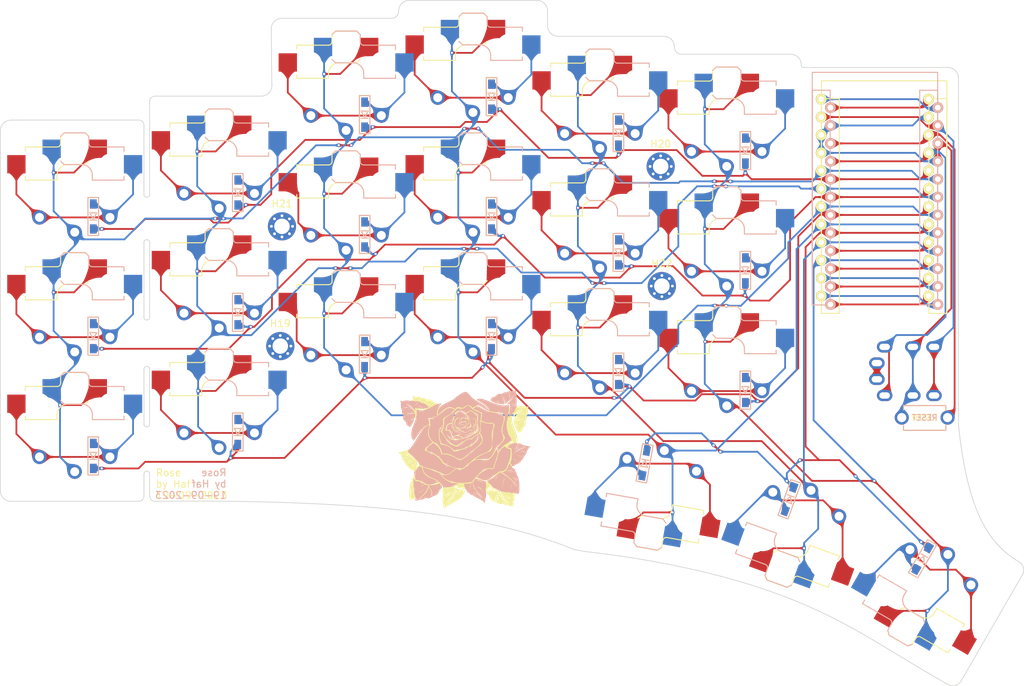
<source format=kicad_pcb>
(kicad_pcb (version 20221018) (generator pcbnew)
  (layers (0 "F.Cu" signal) (31 "B.Cu" signal) (34 "B.Paste" user) (35 "F.Paste" user) (36 "B.SilkS" user "B.Silkscreen") (37 "F.SilkS" user "F.Silkscreen") (38 "B.Mask" user) (39 "F.Mask" user) (44 "Edge.Cuts" user))
  (net 0 "")
  (net 1 "unconnected-(U1-TX0{slash}PD3-Pad1)")
  (net 2 "unconnected-(U1-RAW-Pad24)")
  (net 3 "unconnected-(U1-9{slash}PB5-Pad12)")
  (net 4 "unconnected-(U1-8{slash}PB4-Pad11)")
  (net 5 "unconnected-(U1-16{slash}PB2-Pad14)")
  (net 6 "unconnected-(U1-15{slash}PB1-Pad16)")
  (net 7 "unconnected-(U1-14{slash}PB3-Pad15)")
  (net 8 "unconnected-(U1-10{slash}PB6-Pad13)")
  (net 9 "r4")
  (net 10 "r3")
  (net 11 "r2")
  (net 12 "r1")
  (net 13 "c6")
  (net 14 "c5")
  (net 15 "c4")
  (net 16 "c3")
  (net 17 "c2")
  (net 18 "c1")
  (net 19 "VCC")
  (net 20 "RST")
  (net 21 "Net-(D9-A)")
  (net 22 "Net-(D8-A)")
  (net 23 "Net-(D7-A)")
  (net 24 "Net-(D6-A)")
  (net 25 "Net-(D5-A)")
  (net 26 "Net-(D4-A)")
  (net 27 "Net-(D3-A)")
  (net 28 "Net-(D21-A)")
  (net 29 "Net-(D20-A)")
  (net 30 "Net-(D2-A)")
  (net 31 "Net-(D19-A)")
  (net 32 "Net-(D18-A)")
  (net 33 "Net-(D17-A)")
  (net 34 "Net-(D16-A)")
  (net 35 "Net-(D15-A)")
  (net 36 "Net-(D14-A)")
  (net 37 "Net-(D13-A)")
  (net 38 "Net-(D12-A)")
  (net 39 "Net-(D11-A)")
  (net 40 "Net-(D10-A)")
  (net 41 "Net-(D1-A)")
  (net 42 "GND")
  (net 43 "unconnected-(U2-SLEEVE-Pad1)")
  (net 44 "data")
  (footprint "Keebio-Parts:breakaway-hole" (layer "F.Cu") (at 59.11 85.304)
    (fp_text reference "H13" hide)
    (fp_text value "Mounting_Hole" hide)
  )
  (footprint "kbd:M2_HOLE_v3" (layer "F.Cu") (at 131.99 76.13)
    (fp_text reference "H20")
    (fp_text value "Mounting_Hole")
  )
  (footprint "haf:Choc" (layer "F.Cu") (at 123.37 106.745)
    (fp_text reference "S17" hide)
    (fp_text value "Keyswitch" hide)
  )
  (footprint "Keebio-Parts:breakaway-hole" (layer "F.Cu") (at 59.14 98.6423)
    (fp_text reference "H5" hide)
    (fp_text value "Mounting_Hole" hide)
  )
  (footprint "kbd:M2_HOLE_v3" (layer "F.Cu") (at 78.27 84.63)
    (fp_text reference "H21")
    (fp_text value "Mounting_Hole")
  )
  (footprint "haf:TRRS-PJ-320A-dual" (layer "F.Cu") (at 173.9625 106.3425 -90)
    (fp_text reference "U2")
    (fp_text value "TRRS")
  )
  (footprint "lily:TACT_SWITCH_TVBP06" (layer "F.Cu") (at 169.44 111.78 180)
    (fp_text reference "SW1" hide)
    (fp_text value "Switch" hide)
  )
  (footprint "haf:Choc" (layer "F.Cu") (at 105.37 67.645)
    (fp_text reference "S4" hide)
    (fp_text value "Keyswitch" hide)
  )
  (footprint "haf:Choc" (layer "F.Cu") (at 69.37 98.245)
    (fp_text reference "S8" hide)
    (fp_text value "Keyswitch" hide)
  )
  (footprint "Keebio-Parts:breakaway-hole" (layer "F.Cu") (at 59.08 84.424)
    (fp_text reference "H14" hide)
    (fp_text value "Mounting_Hole" hide)
  )
  (footprint "Keebio-Parts:breakaway-hole" (layer "F.Cu") (at 59.1 113.864)
    (fp_text reference "H1" hide)
    (fp_text value "Mounting_Hole" hide)
  )
  (footprint "haf:Choc" (layer "F.Cu") (at 141.37 75.295)
    (fp_text reference "S6" hide)
    (fp_text value "Keyswitch" hide)
  )
  (footprint "Keebio-Parts:breakaway-hole" (layer "F.Cu") (at 59.07 83.064)
    (fp_text reference "H18" hide)
    (fp_text value "Mounting_Hole" hide)
  )
  (footprint "haf:Choc" (layer "F.Cu") (at 153.040443 122.876886 160)
    (fp_text reference "S20" hide)
    (fp_text value "Keyswitch" hide)
  )
  (footprint "Keebio-Parts:breakaway-hole" (layer "F.Cu") (at 59.08 119.114)
    (fp_text reference "H15" hide)
    (fp_text value "Mounting_Hole" hide)
  )
  (footprint "haf:Choc" (layer "F.Cu") (at 141.37 92.295)
    (fp_text reference "S12" hide)
    (fp_text value "Keyswitch" hide)
  )
  (footprint "Keebio-Parts:breakaway-hole" (layer "F.Cu") (at 59.08 103.904)
    (fp_text reference "H8" hide)
    (fp_text value "Mounting_Hole" hide)
  )
  (footprint "haf:Choc" (layer "F.Cu") (at 69.37 115.245)
    (fp_text reference "S14" hide)
    (fp_text value "Keyswitch" hide)
  )
  (footprint "haf:Choc" (layer "F.Cu") (at 105.37 84.645)
    (fp_text reference "S10" hide)
    (fp_text value "Keyswitch" hide)
  )
  (footprint "haf:Choc" (layer "F.Cu") (at 48.87 118.645)
    (fp_text reference "S13" hide)
    (fp_text value "Keyswitch" hide)
  )
  (footprint "haf:Choc" (layer "F.Cu") (at 105.37 101.645)
    (fp_text reference "S16" hide)
    (fp_text value "Keyswitch" hide)
  )
  (footprint "Keebio-Parts:breakaway-hole" (layer "F.Cu") (at 59.07 116.764)
    (fp_text reference "H4" hide)
    (fp_text value "Mounting_Hole" hide)
  )
  (footprint "Keebio-Parts:breakaway-hole" (layer "F.Cu") (at 59.07 82.180425)
    (fp_text reference "H16" hide)
    (fp_text value "Mounting_Hole" hide)
  )
  (footprint "Keebio-Parts:breakaway-hole" (layer "F.Cu") (at 59.09 81.254)
    (fp_text reference "H17" hide)
    (fp_text value "Mounting_Hole" hide)
  )
  (footprint "Keebio-Parts:breakaway-hole" (layer "F.Cu") (at 59.12 86.244)
    (fp_text reference "H9" hide)
    (fp_text value "Mounting_Hole" hide)
  )
  (footprint "Keebio-Parts:breakaway-hole" (layer "F.Cu") (at 59.1 114.830425)
    (fp_text reference "H2" hide)
    (fp_text value "Mounting_Hole" hide)
  )
  (footprint "haf:Choc" (layer "F.Cu") (at 48.87 101.645)
    (fp_text reference "S7" hide)
    (fp_text value "Keyswitch" hide)
  )
  (footprint "Keebio-Parts:breakaway-hole" (layer "F.Cu") (at 59.09 115.790425)
    (fp_text reference "H3" hide)
    (fp_text value "Mounting_Hole" hide)
  )
  (footprint "haf:Choc" (layer "F.Cu") (at 172.33 131.920591 150)
    (fp_text reference "S21" hide)
    (fp_text value "Keyswitch" hide)
  )
  (footprint "haf:Choc" (layer "F.Cu") (at 123.37 89.745)
    (fp_text reference "S11" hide)
    (fp_text value "Keyswitch" hide)
  )
  (footprint "haf:Choc" (layer "F.Cu") (at 141.37 109.295)
    (fp_text reference "S18" hide)
    (fp_text value "Keyswitch" hide)
  )
  (footprint "haf:Choc" (layer "F.Cu") (at 87.37 70.195)
    (fp_text reference "S3" hide)
    (fp_text value "Keyswitch" hide)
  )
  (footprint "Keebio-Parts:breakaway-hole" (layer "F.Cu") (at 59.1 102.894)
    (fp_text reference "H11" hide)
    (fp_text value "Mounting_Hole" hide)
  )
  (footprint "haf:Choc" (layer "F.Cu") (at 132.366308 117.267687 170)
    (fp_text reference "S19" hide)
    (fp_text value "Keyswitch" hide)
  )
  (footprint "kbd:M2_HOLE_v3" (layer "F.Cu") (at 132.16 93.11)
    (fp_text reference "H22")
    (fp_text value "Mounting_Hole")
  )
  (footprint "Keebio-Parts:breakaway-hole" (layer "F.Cu") (at 59.14 101.494)
    (fp_text reference "H10" hide)
    (fp_text value "Mounting_Hole" hide)
  )
  (footprint "haf:Choc" (layer "F.Cu") (at 87.37 87.195)
    (fp_text reference "S9" hide)
    (fp_text value "Keyswitch" hide)
  )
  (footprint "haf:Choc" (layer "F.Cu") (at 123.37 72.745)
    (fp_text reference "S5" hide)
    (fp_text value "Keyswitch" hide)
  )
  (footprint "haf:Choc" (layer "F.Cu") (at 87.37 104.195)
    (fp_text reference "S15" hide)
    (fp_text value "Keyswitch" hide)
  )
  (footprint "kbd:M2_HOLE_v3" (layer "F.Cu") (at 78.03 101.63)
    (fp_text reference "H19")
    (fp_text value "Mounting_Hole")
  )
  (footprint "Keebio-Parts:breakaway-hole" (layer "F.Cu") (at 59.15 100.524)
    (fp_text reference "H7" hide)
    (fp_text value "Mounting_Hole" hide)
  )
  (footprint "Keebio-Parts:breakaway-hole" (layer "F.Cu") (at 59.07 117.744)
    (fp_text reference "H12" hide)
    (fp_text value "Mounting_Hole" hide)
  )
  (footprint "haf:Choc" (layer "F.Cu") (at 69.37 81.245)
    (fp_text reference "S2" hide)
    (fp_text value "Keyswitch" hide)
  )
  (footprint "Keebio-Parts:breakaway-hole" (layer "F.Cu") (at 59.14 99.574)
    (fp_text reference "H6" hide)
    (fp_text value "Mounting_Hole" hide)
  )
  (footprint "lily:ProMicro_rev2" (layer "F.Cu") (at 163.59 81.35)
    (fp_text reference "U1" hide)
    (fp_text value "Arduino_Pro_Micro" hide)
  )
  (footprint "haf:Choc" (layer "F.Cu") (at 48.87 84.645)
    (fp_text reference "S1" hide)
    (fp_text value "Keyswitch" hide)
  )
  (footprint "kbd:D3_SMD" (layer "B.Cu") (at 72 96.825 90)
    (fp_text reference "D8" hide)
    (fp_text value "Diode" hide)
  )
  (footprint "kbd:D3_SMD" (layer "B.Cu") (at 144 73.875 90)
    (fp_text reference "D6" hide)
    (fp_text value "Diode" hide)
  )
  (footprint "kbd:D3_SMD" (layer "B.Cu") (at 90 102.775 90)
    (fp_text reference "D15" hide)
    (fp_text value "Diode" hide)
  )
  (footprint "kbd:D3_SMD" (layer "B.Cu") (at 169.147036 131.818248 -120)
    (fp_text reference "D21" hide)
    (fp_text value "Diode" hide)
  )
  (footprint "kbd:D3_SMD" (layer "B.Cu") (at 126 71.325 90)
    (fp_text reference "D5" hide)
    (fp_text value "Diode" hide)
  )
  (footprint "kbd:D3_SMD" (layer "B.Cu") (at 129.711722 118.267723 -100)
    (fp_text reference "D19" hide)
    (fp_text value "Diode" hide)
  )
  (footprint "kbd:D3_SMD" (layer "B.Cu") (at 126 105.325 90)
    (fp_text reference "D17" hide)
    (fp_text value "Diode" hide)
  )
  (footprint "kbd:D3_SMD" (layer "B.Cu") (at 108 66.225 90)
    (fp_text reference "D4" hide)
    (fp_text value "Diode" hide)
  )
  (footprint "kbd:D3_SMD" (layer "B.Cu") (at 72 113.825 90)
    (fp_text reference "D14" hide)
    (fp_text value "Diode" hide)
  )
  (footprint "kbd:D3_SMD" (layer "B.Cu") (at 90 85.775 90)
    (fp_text reference "D9" hide)
    (fp_text value "Diode" hide)
  )
  (footprint "kbd:D3_SMD" (layer "B.Cu") (at 90 68.775 90)
    (fp_text reference "D3" hide)
    (fp_text value "Diode" hide)
  )
  (footprint "kbd:D3_SMD" (layer "B.Cu") (at 51.5 117.225 90)
    (fp_text reference "D13" hide)
    (fp_text value "Diode" hide)
  )
  (footprint "kbd:D3_SMD" (layer "B.Cu") (at 108 83.225 90)
    (fp_text reference "D10" hide)
    (fp_text value "Diode" hide)
  )
  (footprint "kbd:D3_SMD" (layer "B.Cu") (at 51.5 83.225 90)
    (fp_text reference "D1" hide)
    (fp_text value "Diode" hide)
  )
  (footprint "kbd:D3_SMD" (layer "B.Cu") (at 144 107.875 90)
    (fp_text reference "D18" hide)
    (fp_text value "Diode" hide)
  )
  (footprint "kbd:D3_SMD" (layer "B.Cu") (at 126 88.325 90)
    (fp_text reference "D11" hide)
    (fp_text value "Diode" hide)
  )
  (footprint "kbd:D3_SMD" (layer "B.Cu") (at 108 100.225 90)
    (fp_text reference "D16" hide)
    (fp_text value "Diode" hide)
  )
  (footprint "kbd:D3_SMD" (layer "B.Cu") (at 72 79.825 90)
    (fp_text reference "D2" hide)
    (fp_text value "Diode" hide)
  )
  (footprint "kbd:D3_SMD" (layer "B.Cu") (at 51.5 100.225 90)
    (fp_text reference "D7" hide)
    (fp_text value "Diode" hide)
  )
  (footprint "kbd:D3_SMD" (layer "B.Cu") (at 150.265421 123.370041 -110)
    (fp_text reference "D20" hide)
    (fp_text value "Diode" hide)
  )
  (footprint "kbd:D3_SMD" (layer "B.Cu") (at 144 90.875 90)
    (fp_text reference "D12" hide)
    (fp_text value "Diode" hide)
  )
  (gr_poly (pts (xy 103.104265 114.392983) (xy 102.997869 114.402731) (xy 102.88793 114.422404) (xy 102.831841 114.436193) (xy 102.775115 114.452737) (xy 102.717837 114.472129) (xy 102.660088 114.494461) (xy 102.601953 114.519823) (xy 102.543514 114.548308) (xy 102.550319 114.56549) (xy 102.568528 114.590967) (xy 102.588644 114.615023) (xy 102.610619 114.637669) (xy 102.634409 114.658917) (xy 102.687249 114.697262) (xy 102.746795 114.730147) (xy 102.81268 114.757661) (xy 102.884536 114.779895) (xy 102.961997 114.796938) (xy 103.044695 114.808879) (xy 103.132261 114.815808) (xy 103.22433 114.817814) (xy 103.320533 114.814987) (xy 103.420503 114.807416) (xy 103.523873 114.795192) (xy 103.630274 114.778403) (xy 103.73934 114.757139) (xy 103.850704 114.73149) (xy 103.840326 114.705744) (xy 103.827151 114.680374) (xy 103.811263 114.655473) (xy 103.792743 114.63113) (xy 103.748144 114.58449) (xy 103.694019 114.541186) (xy 103.631032 114.501951) (xy 103.559849 114.467516) (xy 103.481136 114.438615) (xy 103.395555 114.415978) (xy 103.303773 114.400339) (xy 103.206455 114.39243)) (fill solid) (layer "B.SilkS"))
  (gr_poly (pts (xy 110.275982 116.033042) (xy 110.275989 116.033004) (xy 110.275982 116.033004)) (fill solid) (layer "B.SilkS"))
  (gr_poly (pts (xy 110.4819 118.438025) (xy 110.435038 118.563162) (xy 110.385824 118.683974) (xy 110.333872 118.799749) (xy 110.278794 118.909777) (xy 110.220205 119.013348) (xy 110.189472 119.06249) (xy 110.157717 119.109751) (xy 110.12489 119.155043) (xy 110.090943 119.198276) (xy 110.055828 119.239363) (xy 110.019497 119.278213) (xy 109.981901 119.314738) (xy 109.942992 119.34885) (xy 109.902721 119.380459) (xy 109.861041 119.409477) (xy 109.817902 119.435815) (xy 109.773257 119.459385) (xy 109.727057 119.480096) (xy 109.679254 119.497862) (xy 109.629799 119.512591) (xy 109.578644 119.524197) (xy 109.525742 119.53259) (xy 109.471042 119.537682) (xy 109.414498 119.539383) (xy 109.35606 119.537604) (xy 109.250322 119.582011) (xy 109.140605 119.638121) (xy 109.027231 119.704354) (xy 108.910518 119.779129) (xy 108.668361 119.947988) (xy 108.416694 120.132057) (xy 108.158081 120.318696) (xy 108.026971 120.409028) (xy 107.895084 120.495263) (xy 107.762742 120.57582) (xy 107.630264 120.649119) (xy 107.497972 120.71358) (xy 107.366184 120.767623) (xy 107.391862 120.798529) (xy 107.416018 120.829731) (xy 107.461948 120.892597) (xy 107.508344 120.955372) (xy 107.533083 120.98646) (xy 107.559579 121.017208) (xy 107.588377 121.047509) (xy 107.620023 121.077256) (xy 107.655066 121.106345) (xy 107.674031 121.120609) (xy 107.69405 121.134668) (xy 107.715191 121.14851) (xy 107.737522 121.16212) (xy 107.761112 121.175486) (xy 107.786029 121.188595) (xy 107.812341 121.201433) (xy 107.840117 121.213987) (xy 107.869425 121.226243) (xy 107.900333 121.238189) (xy 107.919963 121.292121) (xy 107.940558 121.342633) (xy 107.962076 121.38987) (xy 107.984477 121.433981) (xy 108.007718 121.475113) (xy 108.031758 121.513413) (xy 108.056556 121.54903) (xy 108.082069 121.582109) (xy 108.108256 121.6128) (xy 108.135075 121.64125) (xy 108.162485 121.667605) (xy 108.190444 121.692013) (xy 108.218911 121.714623) (xy 108.247844 121.735581) (xy 108.306941 121.773132) (xy 108.367402 121.805847) (xy 108.428894 121.834905) (xy 108.553641 121.886771) (xy 108.678518 121.938171) (xy 108.740173 121.966645) (xy 108.800861 121.998542) (xy 108.97271 122.112128) (xy 109.016312 122.13981) (xy 109.060915 122.166372) (xy 109.106888 122.191398) (xy 109.154605 122.214472) (xy 109.204436 122.235176) (xy 109.256754 122.253096) (xy 109.311931 122.267813) (xy 109.370338 122.278911) (xy 109.432347 122.285974) (xy 109.49833 122.288585) (xy 109.532927 122.288091) (xy 109.568658 122.286327) (xy 109.605568 122.283243) (xy 109.643703 122.278785) (xy 109.749776 122.310744) (xy 109.85575 122.339919) (xy 109.908677 122.352852) (xy 109.961553 122.364355) (xy 110.014369 122.374183) (xy 110.067115 122.382093) (xy 110.119782 122.38784) (xy 110.172362 122.391178) (xy 110.224846 122.391864) (xy 110.277225 122.389653) (xy 110.329489 122.3843) (xy 110.38163 122.375561) (xy 110.43364 122.363191) (xy 110.485508 122.346946) (xy 110.528116 122.371584) (xy 110.570496 122.394066) (xy 110.612633 122.414269) (xy 110.654515 122.432076) (xy 110.69613 122.447367) (xy 110.737464 122.460021) (xy 110.778506 122.469919) (xy 110.819242 122.476941) (xy 110.85966 122.480968) (xy 110.899748 122.48188) (xy 110.939492 122.479558) (xy 110.959231 122.477146) (xy 110.97888 122.473881) (xy 110.998436 122.469747) (xy 111.017899 122.46473) (xy 111.037266 122.458814) (xy 111.056537 122.451985) (xy 111.075709 122.444228) (xy 111.09478 122.435527) (xy 111.113751 122.425868) (xy 111.132618 122.415236) (xy 111.150362 122.433307) (xy 111.168634 122.449975) (xy 111.18741 122.465303) (xy 111.206666 122.479354) (xy 111.226379 122.492191) (xy 111.246526 122.503877) (xy 111.267081 122.514475) (xy 111.288023 122.524047) (xy 111.330968 122.540368) (xy 111.375172 122.553343) (xy 111.420445 122.563477) (xy 111.466598 122.571272) (xy 111.513441 122.577232) (xy 111.560785 122.581862) (xy 111.656217 122.589141) (xy 111.751378 122.597139) (xy 111.798384 122.602667) (xy 111.844753 122.609885) (xy 111.875172 122.532077) (xy 111.899953 122.455945) (xy 111.919602 122.38134) (xy 111.934624 122.308111) (xy 111.945525 122.236108) (xy 111.952811 122.16518) (xy 111.956987 122.095178) (xy 111.957973 122.051749) (xy 110.922092 122.051749) (xy 110.900982 121.990823) (xy 110.882289 121.929816) (xy 110.865898 121.868731) (xy 110.851695 121.807572) (xy 110.839566 121.746343) (xy 110.829398 121.685048) (xy 110.821075 121.623691) (xy 110.814485 121.562276) (xy 110.809513 121.500806) (xy 110.806045 121.439285) (xy 110.803165 121.316107) (xy 110.804933 121.192772) (xy 110.810436 121.069312) (xy 110.815359 121.192423) (xy 110.822133 121.315472) (xy 110.831122 121.438446) (xy 110.842692 121.561332) (xy 110.857209 121.684117) (xy 110.875037 121.806791) (xy 110.896543 121.929339) (xy 110.922092 122.051749) (xy 111.957973 122.051749) (xy 111.958559 122.025949) (xy 111.953003 121.87847) (xy 111.618526 121.87847) (xy 111.614658 121.855506) (xy 111.610492 121.832106) (xy 111.587818 121.745351) (xy 111.553014 121.649723) (xy 111.50519 121.545556) (xy 111.443457 121.433183) (xy 111.366922 121.312937) (xy 111.274696 121.185152) (xy 111.165887 121.050159) (xy 111.039606 120.908293) (xy 110.894961 120.759886) (xy 110.731061 120.605271) (xy 110.547017 120.444781) (xy 110.391925 120.31922) (xy 110.004299 120.31922) (xy 109.922664 120.426237) (xy 109.851726 120.532419) (xy 109.790853 120.637813) (xy 109.73941 120.742471) (xy 109.696765 120.84644) (xy 109.662282 120.949772) (xy 109.63533 121.052514) (xy 109.615273 121.154717) (xy 109.601479 121.25643) (xy 109.593314 121.357702) (xy 109.590144 121.458583) (xy 109.591336 121.559122) (xy 109.596256 121.659368) (xy 109.604271 121.759371) (xy 109.627048 121.958846) (xy 109.611358 121.876823) (xy 109.597995 121.797408) (xy 109.586904 121.720538) (xy 109.578031 121.646151) (xy 109.571318 121.574185) (xy 109.566712 121.504579) (xy 109.564155 121.437269) (xy 109.563594 121.372193) (xy 109.564972 121.309291) (xy 109.568233 121.248498) (xy 109.573323 121.189754) (xy 109.580186 121.132996) (xy 109.588766 121.078162) (xy 109.599009 121.02519) (xy 109.610857 120.974017) (xy 109.624257 120.924582) (xy 109.639152 120.876823) (xy 109.655487 120.830676) (xy 109.673206 120.786081) (xy 109.692255 120.742975) (xy 109.712576 120.701295) (xy 109.734116 120.660981) (xy 109.756819 120.621968) (xy 109.780628 120.584197) (xy 109.831346 120.512126) (xy 109.885827 120.444271) (xy 109.943626 120.380135) (xy 110.004299 120.31922) (xy 110.391925 120.31922) (xy 110.341936 120.27875) (xy 110.11493 120.107511) (xy 109.866719 119.932532) (xy 109.202411 119.932532) (xy 109.155729 119.954268) (xy 109.111291 119.976672) (xy 109.069048 119.99973) (xy 109.028949 120.023426) (xy 108.990944 120.047747) (xy 108.954983 120.072676) (xy 108.921015 120.098198) (xy 108.888989 120.1243) (xy 108.858856 120.150965) (xy 108.830566 120.178178) (xy 108.804067 120.205926) (xy 108.779309 120.234192) (xy 108.756243 120.262962) (xy 108.734817 120.29222) (xy 108.714982 120.321952) (xy 108.696686 120.352143) (xy 108.679881 120.382778) (xy 108.664514 120.413841) (xy 108.637898 120.477193) (xy 108.616434 120.54208) (xy 108.59972 120.608382) (xy 108.587353 120.675979) (xy 108.578931 120.74475) (xy 108.57405 120.814576) (xy 108.572307 120.885337) (xy 108.567724 120.782038) (xy 108.567491 120.733333) (xy 108.568644 120.686522) (xy 108.571193 120.641552) (xy 108.575146 120.598372) (xy 108.580513 120.556928) (xy 108.587305 120.517169) (xy 108.59553 120.479042) (xy 108.605198 120.442496) (xy 108.616318 120.407477) (xy 108.628902 120.373934) (xy 108.642956 120.341815) (xy 108.658493 120.311067) (xy 108.67552 120.281637) (xy 108.694049 120.253475) (xy 108.714087 120.226527) (xy 108.735645 120.200742) (xy 108.758733 120.176066) (xy 108.78336 120.152448) (xy 108.809535 120.129836) (xy 108.837268 120.108177) (xy 108.866569 120.08742) (xy 108.897448 120.067511) (xy 108.929913 120.048399) (xy 108.963975 120.030031) (xy 109.036927 119.99532) (xy 109.11638 119.96296) (xy 109.202411 119.932532) (xy 109.866719 119.932532) (xy 109.865106 119.931396) (xy 109.591575 119.750738) (xy 109.293445 119.565871) (xy 109.483059 119.559501) (xy 109.645273 119.667922) (xy 109.798898 119.773416) (xy 109.944176 119.876034) (xy 110.081349 119.975826) (xy 110.210656 120.072846) (xy 110.332339 120.167143) (xy 110.446641 120.25877) (xy 110.553801 120.347778) (xy 110.654061 120.434219) (xy 110.747662 120.518144) (xy 110.834846 120.599604) (xy 110.915854 120.678651) (xy 110.990927 120.755336) (xy 111.060305 120.829712) (xy 111.124232 120.901828) (xy 111.182947 120.971738) (xy 111.236692 121.039491) (xy 111.285708 121.105141) (xy 111.330236 121.168737) (xy 111.370518 121.230333) (xy 111.406795 121.289978) (xy 111.439308 121.347725) (xy 111.494007 121.45773) (xy 111.536545 121.560759) (xy 111.568852 121.657223) (xy 111.592858 121.747535) (xy 111.610492 121.832106) (xy 111.612832 121.843991) (xy 111.614958 121.855686) (xy 111.61686 121.867182) (xy 111.618526 121.87847) (xy 111.953003 121.87847) (xy 111.938068 121.481971) (xy 111.946826 121.415849) (xy 111.952559 121.354189) (xy 111.955511 121.296631) (xy 111.955924 121.242818) (xy 111.954042 121.19239) (xy 111.950107 121.144989) (xy 111.944362 121.100257) (xy 111.937051 121.057834) (xy 111.928417 121.017364) (xy 111.918703 120.978487) (xy 111.908151 120.940844) (xy 111.897005 120.904078) (xy 111.873901 120.83174) (xy 111.87079 120.821654) (xy 111.689502 120.821654) (xy 111.651673 120.76548) (xy 111.610972 120.71271) (xy 111.56755 120.663167) (xy 111.521554 120.616675) (xy 111.473134 120.573058) (xy 111.422437 120.53214) (xy 111.369612 120.493744) (xy 111.314809 120.457695) (xy 111.258174 120.423816) (xy 111.199858 120.391931) (xy 111.140008 120.361863) (xy 111.078773 120.333437) (xy 111.016302 120.306477) (xy 110.952743 120.280806) (xy 110.822956 120.232627) (xy 110.897301 120.246738) (xy 110.969543 120.263216) (xy 111.039555 120.2822) (xy 111.107212 120.303833) (xy 111.172387 120.328257) (xy 111.234955 120.355614) (xy 111.29479 120.386045) (xy 111.323642 120.402458) (xy 111.351764 120.419692) (xy 111.37914 120.437766) (xy 111.405754 120.456697) (xy 111.43159 120.476502) (xy 111.456632 120.497201) (xy 111.480864 120.518809) (xy 111.504272 120.541346) (xy 111.526839 120.564829) (xy 111.548549 120.589275) (xy 111.569387 120.614702) (xy 111.589337 120.641128) (xy 111.608382 120.668571) (xy 111.626509 120.697048) (xy 111.6437 120.726577) (xy 111.659939 120.757176) (xy 111.675212 120.788862) (xy 111.689502 120.821654) (xy 111.87079 120.821654) (xy 111.851337 120.758605) (xy 111.848485 120.720336) (xy 111.847257 120.683939) (xy 111.84675 120.613394) (xy 111.84398 120.540236) (xy 111.839921 120.500574) (xy 111.833108 120.457734) (xy 111.822809 120.410875) (xy 111.808295 120.359155) (xy 111.788837 120.301733) (xy 111.763705 120.237767) (xy 111.732169 120.166416) (xy 111.693499 120.086838) (xy 111.646965 119.998191) (xy 111.591839 119.899634) (xy 111.589584 119.864279) (xy 111.586845 119.831258) (xy 111.583642 119.800468) (xy 111.579998 119.771804) (xy 111.575934 119.745163) (xy 111.571471 119.720442) (xy 111.566631 119.697536) (xy 111.561436 119.676343) (xy 111.555906 119.656757) (xy 111.550064 119.638676) (xy 111.545526 119.626334) (xy 111.285145 119.626334) (xy 111.212362 119.576055) (xy 111.138851 119.529051) (xy 111.064497 119.485826) (xy 110.989189 119.446886) (xy 110.912813 119.412736) (xy 110.835257 119.383881) (xy 110.756408 119.360827) (xy 110.676153 119.344079) (xy 110.594379 119.334142) (xy 110.552888 119.331886) (xy 110.510974 119.331521) (xy 110.468624 119.333113) (xy 110.425825 119.336723) (xy 110.382561 119.342414) (xy 110.338818 119.350251) (xy 110.294583 119.360296) (xy 110.249842 119.372612) (xy 110.20458 119.387262) (xy 110.158783 119.40431) (xy 110.112438 119.423819) (xy 110.065529 119.445851) (xy 110.018043 119.470471) (xy 109.969967 119.497741) (xy 110.010385 119.466404) (xy 110.050852 119.437585) (xy 110.091367 119.411259) (xy 110.131929 119.387402) (xy 110.172538 119.365992) (xy 110.213194 119.347004) (xy 110.253897 119.330415) (xy 110.294644 119.316202) (xy 110.335438 119.30434) (xy 110.376276 119.294807) (xy 110.417158 119.287578) (xy 110.458084 119.28263) (xy 110.499054 119.27994) (xy 110.540067 119.279483) (xy 110.581122 119.281236) (xy 110.62222 119.285176) (xy 110.663359 119.291279) (xy 110.704539 119.299521) (xy 110.745761 119.30988) (xy 110.787022 119.32233) (xy 110.828324 119.336849) (xy 110.869665 119.353413) (xy 110.911045 119.371998) (xy 110.952463 119.392581) (xy 111.035414 119.439646) (xy 111.118513 119.494419) (xy 111.201758 119.556711) (xy 111.285145 119.626334) (xy 111.545526 119.626334) (xy 111.543931 119.621996) (xy 111.537529 119.606613) (xy 111.530879 119.592424) (xy 111.524002 119.579324) (xy 111.516921 119.56721) (xy 111.509657 119.555979) (xy 111.50223 119.545526) (xy 111.494664 119.535748) (xy 111.486979 119.526541) (xy 111.479197 119.517802) (xy 111.463428 119.501311) (xy 111.447529 119.485446) (xy 111.431673 119.469377) (xy 111.416031 119.452275) (xy 111.408345 119.443077) (xy 111.400777 119.433309) (xy 111.393348 119.422868) (xy 111.386081 119.411651) (xy 111.369892 119.339112) (xy 111.36097 119.303048) (xy 111.350847 119.267282) (xy 111.339034 119.231935) (xy 111.325044 119.197128) (xy 111.308388 119.162982) (xy 111.298909 119.146196) (xy 111.288581 119.129619) (xy 111.277342 119.113269) (xy 111.265132 119.09716) (xy 111.251891 119.081307) (xy 111.237556 119.065725) (xy 111.222067 119.050429) (xy 111.205364 119.035435) (xy 111.187385 119.020758) (xy 111.168068 119.006413) (xy 111.147354 118.992414) (xy 111.125181 118.978778) (xy 111.101489 118.965518) (xy 111.076215 118.952651) (xy 111.0493 118.940192) (xy 111.020682 118.928155) (xy 110.990301 118.916556) (xy 110.958095 118.90541) (xy 110.944952 118.867687) (xy 110.929149 118.830053) (xy 110.910864 118.792503) (xy 110.89027 118.75503) (xy 110.867542 118.717629) (xy 110.842857 118.680294) (xy 110.816388 118.643019) (xy 110.788311 118.605799) (xy 110.758801 118.568626) (xy 110.728033 118.531496) (xy 110.663423 118.457338) (xy 110.595883 118.383279) (xy 110.526813 118.309272) (xy 110.526798 118.309272)) (fill solid) (layer "B.SilkS"))
  (gr_poly (pts (xy 106.268243 109.108937) (xy 106.161971 109.124861) (xy 106.061075 109.153485) (xy 105.965799 109.195762) (xy 105.876384 109.252646) (xy 106.085095 109.373676) (xy 106.283735 109.492983) (xy 106.471702 109.610337) (xy 106.648395 109.725506) (xy 106.813212 109.838259) (xy 106.965551 109.948364) (xy 107.104811 110.055591) (xy 107.230388 110.159708) (xy 107.341683 110.260484) (xy 107.391786 110.309547) (xy 107.438092 110.357688) (xy 107.480527 110.404878) (xy 107.519015 110.451088) (xy 107.55348 110.496289) (xy 107.583849 110.540453) (xy 107.610044 110.583551) (xy 107.631992 110.625553) (xy 107.649617 110.66643) (xy 107.662843 110.706155) (xy 107.671596 110.744697) (xy 107.6758 110.782028) (xy 107.67538 110.81812) (xy 107.670261 110.852942) (xy 107.958413 110.904744) (xy 108.276127 110.95761) (xy 108.599539 111.007712) (xy 108.904789 111.051223) (xy 109.003972 111.064898) (xy 109.099264 111.078888) (xy 109.190389 111.093602) (xy 109.277073 111.109451) (xy 109.359041 111.126845) (xy 109.436016 111.146195) (xy 109.472546 111.156732) (xy 109.507725 111.167912) (xy 109.541519 111.179785) (xy 109.573892 111.192405) (xy 109.604812 111.205821) (xy 109.634242 111.220085) (xy 109.66215 111.235248) (xy 109.6885 111.251363) (xy 109.713259 111.268479) (xy 109.736391 111.286648) (xy 109.757863 111.305923) (xy 109.77764 111.326353) (xy 109.795687 111.34799) (xy 109.811971 111.370886) (xy 109.826456 111.395092) (xy 109.839109 111.42066) (xy 109.849895 111.447639) (xy 109.85878 111.476083) (xy 109.865729 111.506041) (xy 109.870708 111.537566) (xy 109.878177 111.608128) (xy 109.883165 111.679233) (xy 109.885462 111.750749) (xy 109.884862 111.822545) (xy 109.883409 111.858507) (xy 109.881154 111.894489) (xy 109.87807 111.930475) (xy 109.874132 111.966449) (xy 109.869312 112.002394) (xy 109.863586 112.038294) (xy 109.856926 112.074133) (xy 109.849308 112.109893) (xy 109.813337 112.257906) (xy 109.775092 112.400067) (xy 109.697118 112.673186) (xy 109.660058 112.807321) (xy 109.62606 112.941957) (xy 109.596459 113.078682) (xy 109.583725 113.148324) (xy 109.57259 113.219085) (xy 109.552673 113.36143) (xy 109.537465 113.492919) (xy 109.53242 113.555556) (xy 109.529504 113.616635) (xy 109.529035 113.676542) (xy 109.53133 113.735661) (xy 109.536707 113.79438) (xy 109.545482 113.853082) (xy 109.557975 113.912154) (xy 109.574501 113.971981) (xy 109.59538 114.032948) (xy 109.620927 114.095441) (xy 109.65146 114.159845) (xy 109.687298 114.226546) (xy 109.697835 114.24401) (xy 109.710298 114.262993) (xy 109.73958 114.304859) (xy 109.772297 114.350833) (xy 109.805606 114.399604) (xy 109.821592 114.424628) (xy 109.836659 114.449859) (xy 109.850451 114.475134) (xy 109.862612 114.500288) (xy 109.872787 114.525158) (xy 109.88062 114.549579) (xy 109.883547 114.56157) (xy 109.885755 114.573387) (xy 109.887199 114.58501) (xy 109.887836 114.596419) (xy 109.88662 114.634737) (xy 109.881627 114.674024) (xy 109.873022 114.714229) (xy 109.860972 114.755299) (xy 109.845642 114.797183) (xy 109.8272 114.839829) (xy 109.781639 114.927203) (xy 109.725619 115.017005) (xy 109.660468 115.108823) (xy 109.587514 115.202244) (xy 109.508087 115.296854) (xy 109.423514 115.392239) (xy 109.335125 115.487987) (xy 109.152211 115.678915) (xy 108.969975 115.866331) (xy 108.799045 116.046927) (xy 108.819675 116.084381) (xy 108.837884 116.121342) (xy 108.853856 116.157847) (xy 108.86777 116.193932) (xy 108.879808 116.229635) (xy 108.890152 116.264992) (xy 108.898983 116.300041) (xy 108.906482 116.334818) (xy 108.912831 116.369359) (xy 108.91821 116.403703) (xy 108.926787 116.471943) (xy 108.940288 116.607665) (xy 109.026528 116.493236) (xy 109.115773 116.381242) (xy 109.20802 116.271681) (xy 109.303264 116.16455) (xy 109.401501 116.059844) (xy 109.502726 115.957562) (xy 109.606935 115.857699) (xy 109.714122 115.760253) (xy 109.780091 115.705516) (xy 109.854282 115.650098) (xy 109.935017 115.594332) (xy 110.020614 115.538551) (xy 110.199672 115.428281) (xy 110.378011 115.321956) (xy 110.542187 115.222241) (xy 110.614761 115.175698) (xy 110.678752 115.131807) (xy 110.73248 115.090903) (xy 110.774263 115.05332) (xy 110.79015 115.035877) (xy 110.802421 115.01939) (xy 110.810865 115.003899) (xy 110.815273 114.989447) (xy 110.817632 114.966831) (xy 110.817429 114.94317) (xy 110.814809 114.918511) (xy 110.809916 114.892902) (xy 110.802894 114.866389) (xy 110.793887 114.83902) (xy 110.770496 114.781903) (xy 110.740895 114.72193) (xy 110.70624 114.659478) (xy 110.626377 114.528652) (xy 110.540135 114.39245) (xy 110.497506 114.323279) (xy 110.456743 114.253899) (xy 110.419 114.184687) (xy 110.385429 114.116023) (xy 110.357186 114.048284) (xy 110.345422 114.01488) (xy 110.335422 113.981849) (xy 110.275576 113.756133) (xy 110.221647 113.525897) (xy 110.198002 113.40943) (xy 110.177157 113.292251) (xy 110.159551 113.174497) (xy 110.145624 113.056307) (xy 110.135816 112.93782) (xy 110.130568 112.819175) (xy 110.130319 112.700511) (xy 110.13551 112.581966) (xy 110.146579 112.46368) (xy 110.163968 112.345792) (xy 110.188116 112.228439) (xy 110.219463 112.111762) (xy 110.265568 111.952527) (xy 110.306558 111.797602) (xy 110.342611 111.646753) (xy 110.37391 111.499745) (xy 110.400634 111.356345) (xy 110.422962 111.216318) (xy 110.441077 111.07943) (xy 110.455157 110.945448) (xy 110.465383 110.814136) (xy 110.471936 110.685262) (xy 110.474995 110.55859) (xy 110.474742 110.433887) (xy 110.471355 110.310918) (xy 110.465016 110.18945) (xy 110.455905 110.069249) (xy 110.444202 109.95008) (xy 110.285647 109.997331) (xy 110.125692 110.030598) (xy 109.964578 110.050832) (xy 109.802548 110.058987) (xy 109.639843 110.056015) (xy 109.476706 110.042871) (xy 109.313379 110.020507) (xy 109.150103 109.989876) (xy 108.987122 109.951931) (xy 108.824676 109.907626) (xy 108.502361 109.803745) (xy 108.185094 109.685858) (xy 107.874812 109.561589) (xy 107.282948 109.324405) (xy 107.005239 109.226739) (xy 106.742261 109.153189) (xy 106.616901 109.127841) (xy 106.49595 109.11138) (xy 106.37965 109.104762)) (fill solid) (layer "B.SilkS"))
  (gr_poly (pts (xy 106.521657 112.383459) (xy 106.505464 112.479349) (xy 106.491807 112.579341) (xy 106.480404 112.682979) (xy 106.463224 112.899358) (xy 106.451662 113.124825) (xy 106.436341 113.588384) (xy 106.428057 113.819155) (xy 106.41634 114.044371) (xy 106.438041 114.100746) (xy 106.468528 114.161019) (xy 106.546807 114.293651) (xy 106.590075 114.366203) (xy 106.633079 114.443041) (xy 106.673556 114.524262) (xy 106.709245 114.609963) (xy 106.724587 114.654524) (xy 106.737883 114.70024) (xy 106.748852 114.747125) (xy 106.757209 114.795191) (xy 106.762672 114.844449) (xy 106.764958 114.894911) (xy 106.763786 114.94659) (xy 106.758871 114.999498) (xy 106.749931 115.053646) (xy 106.736683 115.109047) (xy 106.718845 115.165714) (xy 106.696133 115.223657) (xy 106.668266 115.28289) (xy 106.63496 115.343424) (xy 106.595932 115.405271) (xy 106.550899 115.468444) (xy 106.521768 115.505703) (xy 106.486293 115.548599) (xy 106.445816 115.595318) (xy 106.401677 115.644049) (xy 106.355218 115.692977) (xy 106.307781 115.740292) (xy 106.284114 115.762778) (xy 106.260706 115.78418) (xy 106.237724 115.804273) (xy 106.215336 115.822829) (xy 105.777872 116.179174) (xy 105.310092 116.567311) (xy 104.275135 117.432952) (xy 104.246844 117.455544) (xy 104.216179 117.478277) (xy 104.183484 117.50114) (xy 104.149104 117.52412) (xy 104.076663 117.570387) (xy 104.001609 117.616984) (xy 103.926694 117.663819) (xy 103.854673 117.710799) (xy 103.820607 117.734313) (xy 103.788297 117.757829) (xy 103.758086 117.781334) (xy 103.73032 117.804816) (xy 103.66248 117.80446) (xy 103.595015 117.798586) (xy 103.527752 117.787586) (xy 103.460519 117.771854) (xy 103.325451 117.727765) (xy 103.188434 117.669468) (xy 103.04809 117.600107) (xy 102.903039 117.522831) (xy 102.593305 117.357114) (xy 102.425865 117.274966) (xy 102.248206 117.197489) (xy 102.058948 117.127827) (xy 101.856713 117.069127) (xy 101.750299 117.044871) (xy 101.640123 117.024536) (xy 101.526014 117.008515) (xy 101.407799 116.9972) (xy 101.285307 116.990987) (xy 101.158364 116.990266) (xy 101.026798 116.995433) (xy 100.890438 117.006881) (xy 100.863813 116.887569) (xy 100.83411 116.770758) (xy 100.800736 116.656401) (xy 100.763099 116.544456) (xy 100.720606 116.434877) (xy 100.672666 116.32762) (xy 100.618685 116.22264) (xy 100.558071 116.119892) (xy 100.490232 116.019333) (xy 100.414575 115.920917) (xy 100.330509 115.8246) (xy 100.285137 115.777214) (xy 100.23744 115.730337) (xy 100.187345 115.683962) (xy 100.134777 115.638084) (xy 100.079662 115.592697) (xy 100.021926 115.547797) (xy 99.961495 115.503376) (xy 99.898296 115.45943) (xy 99.763294 115.372939) (xy 99.652001 115.439891) (xy 99.466386 115.560593) (xy 99.357996 115.636291) (xy 99.245771 115.719655) (xy 99.134626 115.808762) (xy 99.029476 115.901687) (xy 98.935236 115.996508) (xy 98.893743 116.044028) (xy 98.856821 116.0913) (xy 98.825084 116.138085) (xy 98.799147 116.18414) (xy 98.779623 116.229227) (xy 98.767128 116.273104) (xy 98.762275 116.315532) (xy 98.765679 116.356269) (xy 98.777955 116.395075) (xy 98.799717 116.43171) (xy 98.831578 116.465933) (xy 98.874154 116.497503) (xy 98.928059 116.526181) (xy 98.993908 116.551726) (xy 99.262214 116.645911) (xy 99.403339 116.699874) (xy 99.547712 116.759164) (xy 99.694282 116.824341) (xy 99.841999 116.895966) (xy 99.989814 116.974599) (xy 100.136676 117.0608) (xy 100.281535 117.15513) (xy 100.423341 117.258148) (xy 100.561044 117.370415) (xy 100.693595 117.492492) (xy 100.757609 117.557383) (xy 100.819942 117.624938) (xy 100.880461 117.695224) (xy 100.939036 117.768313) (xy 100.995535 117.844275) (xy 101.049826 117.923179) (xy 101.10178 118.005095) (xy 101.151264 118.090094) (xy 101.179338 118.129943) (xy 101.236039 118.183044) (xy 101.319022 118.247026) (xy 101.425943 118.319518) (xy 101.554458 118.398147) (xy 101.702222 118.480542) (xy 101.86689 118.564331) (xy 102.046119 118.647142) (xy 102.237564 118.726604) (xy 102.43888 118.800344) (xy 102.647724 118.865991) (xy 102.861749 118.921173) (xy 103.078613 118.963518) (xy 103.295971 118.990654) (xy 103.511478 119.00021) (xy 103.617805 118.997654) (xy 103.722789 118.989814) (xy 103.753101 118.985947) (xy 103.783094 118.980577) (xy 103.812775 118.973772) (xy 103.842148 118.965602) (xy 103.871221 118.956136) (xy 103.899997 118.945443) (xy 103.928484 118.933593) (xy 103.956685 118.920656) (xy 104.012256 118.891796) (xy 104.066755 118.859417) (xy 104.120226 118.824075) (xy 104.172713 118.786324) (xy 104.224261 118.74672) (xy 104.274914 118.705818) (xy 104.373713 118.622338) (xy 104.469466 118.540325) (xy 104.51631 118.501255) (xy 104.562526 118.464217) (xy 104.623122 118.416395) (xy 104.687631 118.364452) (xy 104.753941 118.310008) (xy 104.81994 118.254684) (xy 104.883517 118.2001) (xy 104.942559 118.147876) (xy 104.994955 118.099633) (xy 105.038593 118.05699) (xy 105.157425 117.938606) (xy 105.270666 117.831234) (xy 105.378962 117.733953) (xy 105.482955 117.64584) (xy 105.583292 117.565974) (xy 105.680617 117.493433) (xy 105.775574 117.427295) (xy 105.868808 117.366637) (xy 105.960964 117.310538) (xy 106.052687 117.258076) (xy 106.14462 117.208328) (xy 106.23741 117.160373) (xy 106.630016 116.968039) (xy 106.749719 116.92792) (xy 106.862614 116.886947) (xy 106.968904 116.845146) (xy 107.068798 116.802544) (xy 107.162499 116.759167) (xy 107.250214 116.715039) (xy 107.332149 116.670187) (xy 107.408509 116.624636) (xy 107.4795 116.578413) (xy 107.545327 116.531543) (xy 107.606197 116.484052) (xy 107.662315 116.435966) (xy 107.713887 116.38731) (xy 107.761118 116.338111) (xy 107.804214 116.288394) (xy 107.843382 116.238185) (xy 107.878825 116.187509) (xy 107.910752 116.136393) (xy 107.939366 116.084863) (xy 107.964874 116.032943) (xy 107.987481 115.980661) (xy 108.007394 115.928041) (xy 108.039957 115.821893) (xy 108.064209 115.714705) (xy 108.081796 115.606684) (xy 108.094364 115.498036) (xy 108.103557 115.388968) (xy 108.099063 115.273947) (xy 108.092284 115.167859) (xy 108.074161 114.975889) (xy 108.035724 114.626583) (xy 108.029004 114.53685) (xy 108.024586 114.442856) (xy 108.023045 114.34295) (xy 108.024954 114.235484) (xy 108.030885 114.118809) (xy 108.041414 113.991274) (xy 108.057113 113.85123) (xy 108.078556 113.697028) (xy 108.087492 113.650523) (xy 108.099954 113.602785) (xy 108.115262 113.553759) (xy 108.132735 113.50339) (xy 108.171458 113.398402) (xy 108.21068 113.287382) (xy 108.228778 113.229472) (xy 108.24496 113.16989) (xy 108.258547 113.10858) (xy 108.268857 113.045486) (xy 108.275212 112.980555) (xy 108.27693 112.913731) (xy 108.275838 112.879592) (xy 108.273332 112.844959) (xy 108.269326 112.809825) (xy 108.263736 112.774184) (xy 108.259686 112.75734) (xy 108.253875 112.74196) (xy 108.246381 112.727979) (xy 108.237285 112.715332) (xy 108.226665 112.703954) (xy 108.214603 112.693779) (xy 108.201176 112.684742) (xy 108.186464 112.676778) (xy 108.170548 112.669822) (xy 108.153506 112.663808) (xy 108.116364 112.654347) (xy 108.075674 112.647873) (xy 108.032073 112.643864) (xy 107.986195 112.641797) (xy 107.938679 112.641152) (xy 107.84127 112.642038) (xy 107.744936 112.642346) (xy 107.698763 112.640978) (xy 107.654766 112.6379) (xy 107.524536 112.625036) (xy 107.390618 112.609213) (xy 107.32245 112.599298) (xy 107.253568 112.587573) (xy 107.18404 112.573679) (xy 107.113936 112.557259) (xy 107.043326 112.537957) (xy 106.972277 112.515415) (xy 106.900861 112.489276) (xy 106.829144 112.459184) (xy 106.757198 112.424779) (xy 106.68509 112.385707) (xy 106.612891 112.341609) (xy 106.540668 112.292128)) (fill solid) (layer "B.SilkS"))
  (gr_poly (pts (xy 97.178081 111.174227) (xy 97.176708 111.200026) (xy 97.178024 111.175786) (xy 97.179203 111.151397)) (fill solid) (layer "B.SilkS"))
  (gr_poly (pts (xy 109.837934 109.896822) (xy 109.835612 109.89688) (xy 109.849872 109.896705)) (fill solid) (layer "B.SilkS"))
  (gr_poly (pts (xy 100.685828 109.783508) (xy 100.582415 109.795421) (xy 100.479506 109.815036) (xy 100.376983 109.841647) (xy 100.274724 109.874547) (xy 100.070524 109.95639) (xy 99.865946 110.054915) (xy 99.660033 110.164472) (xy 99.240367 110.394077) (xy 99.024696 110.502825) (xy 98.803855 110.600002) (xy 98.691197 110.642486) (xy 98.576887 110.679958) (xy 98.460804 110.711713) (xy 98.342831 110.737043) (xy 98.222846 110.755243) (xy 98.10073 110.765605) (xy 97.976363 110.767425) (xy 97.849625 110.759996) (xy 97.720397 110.74261) (xy 97.588558 110.714563) (xy 97.453989 110.675147) (xy 97.31657 110.623656) (xy 97.316532 110.623656) (xy 97.354407 110.766554) (xy 97.379132 110.909826) (xy 97.391705 111.053412) (xy 97.393121 111.197255) (xy 97.384375 111.341295) (xy 97.366465 111.485473) (xy 97.340386 111.629731) (xy 97.307135 111.77401) (xy 97.223098 112.062393) (xy 97.122322 112.350154) (xy 96.902432 112.921921) (xy 96.799254 113.204986) (xy 96.711213 113.485544) (xy 96.675358 113.624736) (xy 96.646276 113.763125) (xy 96.624962 113.900652) (xy 96.612412 114.037257) (xy 96.609623 114.172883) (xy 96.617591 114.307471) (xy 96.637311 114.440961) (xy 96.66978 114.573294) (xy 96.715993 114.704413) (xy 96.776948 114.834257) (xy 96.853639 114.962769) (xy 96.947063 115.089888) (xy 96.947063 115.089957) (xy 97.07627 114.927128) (xy 97.202018 114.755405) (xy 97.325258 114.577241) (xy 97.446945 114.395084) (xy 97.689474 114.028597) (xy 97.812222 113.849167) (xy 97.93723 113.675546) (xy 98.065452 113.510184) (xy 98.197841 113.355532) (xy 98.265896 113.282989) (xy 98.33535 113.214041) (xy 98.406323 113.148996) (xy 98.478934 113.08816) (xy 98.553301 113.031839) (xy 98.629545 112.98034) (xy 98.707783 112.933969) (xy 98.788136 112.893031) (xy 98.870723 112.857834) (xy 98.955662 112.828684) (xy 99.043073 112.805886) (xy 99.133075 112.789748) (xy 99.129771 112.667139) (xy 99.126168 112.560642) (xy 99.122295 112.46864) (xy 99.118183 112.389515) (xy 99.113862 112.321652) (xy 99.109361 112.263432) (xy 99.104712 112.213239) (xy 99.099944 112.169455) (xy 99.090171 112.094651) (xy 99.080284 112.026082) (xy 99.070524 111.950814) (xy 99.065766 111.906625) (xy 99.06113 111.85591) (xy 99.140828 111.860482) (xy 99.220393 111.861365) (xy 99.299823 111.85856) (xy 99.379119 111.852067) (xy 99.45828 111.841885) (xy 99.537308 111.828015) (xy 99.616202 111.810457) (xy 99.694961 111.789211) (xy 99.773587 111.764277) (xy 99.852078 111.735654) (xy 99.930435 111.703344) (xy 100.008658 111.667346) (xy 100.086747 111.627659) (xy 100.164702 111.584285) (xy 100.242523 111.537222) (xy 100.320209 111.486472) (xy 100.299521 111.430519) (xy 100.282363 111.374822) (xy 100.268631 111.319373) (xy 100.258222 111.264166) (xy 100.251031 111.209191) (xy 100.246956 111.154442) (xy 100.245892 111.099911) (xy 100.247736 111.045591) (xy 100.252384 110.991475) (xy 100.259732 110.937554) (xy 100.269676 110.883821) (xy 100.282114 110.830269) (xy 100.29694 110.77689) (xy 100.314052 110.723677) (xy 100.354718 110.617718) (xy 100.403281 110.512331) (xy 100.458911 110.407457) (xy 100.520779 110.303035) (xy 100.588056 110.199006) (xy 100.659911 110.09531) (xy 100.735514 109.991885) (xy 100.894649 109.785613) (xy 100.789867 109.780003)) (fill solid) (layer "B.SilkS"))
  (gr_poly (pts (xy 111.444163 107.893795) (xy 111.405817 107.909548) (xy 111.365544 107.923545) (xy 111.323524 107.935931) (xy 111.234955 107.956441) (xy 111.141539 107.972227) (xy 111.044708 107.984437) (xy 110.94589 107.99422) (xy 110.748017 108.011097) (xy 110.651822 108.020488) (xy 110.559361 108.032045) (xy 110.472065 108.046918) (xy 110.391363 108.066253) (xy 110.353933 108.077953) (xy 110.318687 108.0912) (xy 110.285804 108.106137) (xy 110.255464 108.122907) (xy 110.227846 108.141655) (xy 110.203127 108.162523) (xy 110.181487 108.185656) (xy 110.163105 108.211196) (xy 110.124377 108.196613) (xy 110.086775 108.18589) (xy 110.050221 108.178773) (xy 110.014642 108.175008) (xy 109.979961 108.174342) (xy 109.946101 108.176521) (xy 109.912989 108.181291) (xy 109.880547 108.1884) (xy 109.848701 108.197593) (xy 109.817374 108.208616) (xy 109.786491 108.221218) (xy 109.755976 108.235143) (xy 109.695748 108.26595) (xy 109.636083 108.299009) (xy 109.576377 108.332292) (xy 109.516024 108.363771) (xy 109.454417 108.391416) (xy 109.422955 108.403167) (xy 109.390953 108.413199) (xy 109.358334 108.421259) (xy 109.325024 108.427093) (xy 109.290946 108.430446) (xy 109.256025 108.431067) (xy 109.220185 108.4287) (xy 109.183351 108.423094) (xy 109.145446 108.413993) (xy 109.106395 108.401145) (xy 109.086069 108.393929) (xy 109.065561 108.389378) (xy 109.044881 108.387362) (xy 109.024037 108.387749) (xy 109.003039 108.390408) (xy 108.981896 108.395209) (xy 108.960615 108.40202) (xy 108.939207 108.410711) (xy 108.917681 108.42115) (xy 108.896044 108.433207) (xy 108.874306 108.446751) (xy 108.852476 108.46165) (xy 108.808575 108.494991) (xy 108.764413 108.532183) (xy 108.72006 108.572177) (xy 108.675587 108.613927) (xy 108.586569 108.698502) (xy 108.542166 108.739231) (xy 108.497929 108.777524) (xy 108.453929 108.812334) (xy 108.410236 108.842612) (xy 108.369935 108.844641) (xy 108.332026 108.848188) (xy 108.296417 108.853195) (xy 108.263015 108.859602) (xy 108.231729 108.867351) (xy 108.202467 108.876384) (xy 108.175136 108.886643) (xy 108.149645 108.898068) (xy 108.1259 108.910602) (xy 108.103811 108.924186) (xy 108.083284 108.938762) (xy 108.064229 108.954271) (xy 108.046552 108.970655) (xy 108.030162 108.987855) (xy 108.014966 109.005813) (xy 108.000873 109.02447) (xy 107.98779 109.043768) (xy 107.975626 109.063649) (xy 107.953682 109.104925) (xy 107.934306 109.147829) (xy 107.916761 109.191894) (xy 107.884214 109.281637) (xy 107.867739 109.32638) (xy 107.850147 109.370414) (xy 107.85017 109.370408) (xy 107.850192 109.370402) (xy 107.850202 109.370399) (xy 107.850212 109.370396) (xy 107.850222 109.370394) (xy 107.850231 109.370391) (xy 107.992523 109.454124) (xy 108.063432 109.493237) (xy 108.1343 109.53052) (xy 108.205218 109.565977) (xy 108.276274 109.599613) (xy 108.347557 109.631432) (xy 108.419157 109.661437) (xy 108.491162 109.689633) (xy 108.563661 109.716025) (xy 108.636744 109.740616) (xy 108.710499 109.763412) (xy 108.785016 109.784415) (xy 108.860383 109.80363) (xy 108.93669 109.821062) (xy 109.014026 109.836715) (xy 109.013452 109.813742) (xy 109.011679 109.791395) (xy 109.008757 109.769646) (xy 109.004736 109.748471) (xy 108.999663 109.727843) (xy 108.993589 109.707738) (xy 108.986562 109.688129) (xy 108.978631 109.668992) (xy 108.969845 109.650299) (xy 108.960254 109.632027) (xy 108.949907 109.614149) (xy 108.938852 109.59664) (xy 108.914816 109.562626) (xy 108.888539 109.529779) (xy 108.860414 109.497896) (xy 108.830832 109.466772) (xy 108.768871 109.405981) (xy 108.705797 109.345769) (xy 108.674823 109.315369) (xy 108.644748 109.284499) (xy 108.908068 109.493318) (xy 108.938225 109.523697) (xy 108.952637 109.539919) (xy 108.966543 109.556925) (xy 108.979898 109.574785) (xy 108.992656 109.593572) (xy 109.00477 109.613355) (xy 109.016195 109.634207) (xy 109.026884 109.656198) (xy 109.036793 109.679399) (xy 109.045874 109.703883) (xy 109.054083 109.72972) (xy 109.061372 109.756981) (xy 109.067696 109.785737) (xy 109.07301 109.81606) (xy 109.077266 109.848021) (xy 109.161906 109.86122) (xy 109.248 109.872418) (xy 109.335659 109.881619) (xy 109.424991 109.888828) (xy 109.516106 109.894047) (xy 109.609112 109.897281) (xy 109.704119 109.898531) (xy 109.801235 109.897803) (xy 109.801078 109.834353) (xy 109.798142 109.761817) (xy 109.792508 109.681762) (xy 109.784256 109.595754) (xy 109.773468 109.505361) (xy 109.760223 109.412148) (xy 109.744603 109.317682) (xy 109.726688 109.223531) (xy 109.706558 109.13126) (xy 109.684295 109.042436) (xy 109.659978 108.958626) (xy 109.633689 108.881396) (xy 109.605508 108.812314) (xy 109.575515 108.752945) (xy 109.559865 108.727393) (xy 109.543791 108.704857) (xy 109.527306 108.685532) (xy 109.510418 108.669616) (xy 109.529893 108.681922) (xy 109.548981 108.697517) (xy 109.567677 108.716231) (xy 109.585971 108.737894) (xy 109.621323 108.789387) (xy 109.654976 108.850641) (xy 109.686868 108.920296) (xy 109.716936 108.996996) (xy 109.745119 109.079382) (xy 109.771354 109.166098) (xy 109.79558 109.255784) (xy 109.817733 109.347085) (xy 109.855575 109.529097) (xy 109.884383 109.701273) (xy 109.90366 109.852752) (xy 110.094133 109.703275) (xy 110.286988 109.555062) (xy 110.475938 109.404784) (xy 110.566984 109.32783) (xy 110.654696 109.24911) (xy 110.738289 109.168209) (xy 110.816978 109.08471) (xy 110.889975 108.998197) (xy 110.924094 108.95368) (xy 110.956496 108.908254) (xy 110.987083 108.861865) (xy 111.015755 108.814463) (xy 111.042416 108.765996) (xy 111.043024 108.764768) (xy 110.58091 108.764768) (xy 110.579328 108.822677) (xy 110.575431 108.881172) (xy 110.563418 108.999231) (xy 110.550321 109.117567) (xy 110.54507 109.176408) (xy 110.541591 109.234801) (xy 110.541475 109.118354) (xy 110.54259 109.001468) (xy 110.542317 108.885079) (xy 110.540842 108.827363) (xy 110.538038 108.77012) (xy 110.533578 108.713469) (xy 110.527133 108.657526) (xy 110.518378 108.602407) (xy 110.506984 108.54823) (xy 110.492625 108.49511) (xy 110.474972 108.443166) (xy 110.453699 108.392513) (xy 110.428478 108.343268) (xy 110.450223 108.366521) (xy 110.469941 108.390286) (xy 110.487719 108.414542) (xy 110.50364 108.439268) (xy 110.51779 108.464442) (xy 110.530254 108.490043) (xy 110.541117 108.516048) (xy 110.550465 108.542437) (xy 110.558383 108.569188) (xy 110.564955 108.596279) (xy 110.574405 108.651396) (xy 110.579497 108.707617) (xy 110.58091 108.764768) (xy 111.043024 108.764768) (xy 111.066966 108.716411) (xy 111.089308 108.665655) (xy 111.109343 108.613678) (xy 111.126974 108.560427) (xy 111.142101 108.505851) (xy 111.13117 108.58078) (xy 111.112466 108.657347) (xy 111.086148 108.735516) (xy 111.052373 108.815255) (xy 111.011301 108.896531) (xy 110.96309 108.97931) (xy 110.9079 109.06356) (xy 110.845888 109.149247) (xy 110.777214 109.236338) (xy 110.702036 109.324799) (xy 110.620513 109.414598) (xy 110.532804 109.505701) (xy 110.439067 109.598075) (xy 110.339462 109.691687) (xy 110.234146 109.786503) (xy 110.123279 109.882491) (xy 110.233823 109.873288) (xy 110.347205 109.86201) (xy 110.463543 109.848654) (xy 110.582958 109.83322) (xy 110.59279 110.016722) (xy 110.599279 110.189857) (xy 110.60253 110.353072) (xy 110.602646 110.506815) (xy 110.599731 110.651533) (xy 110.593887 110.787671) (xy 110.585218 110.915678) (xy 110.573827 111.035999) (xy 110.559819 111.149082) (xy 110.543296 111.255374) (xy 110.524362 111.355321) (xy 110.50312 111.44937) (xy 110.479674 111.537969) (xy 110.454127 111.621563) (xy 110.426583 111.7006) (xy 110.397144 111.775527) (xy 110.428198 111.738076) (xy 110.46095 111.701255) (xy 110.530832 111.629238) (xy 110.605366 111.558948) (xy 110.68313 111.489855) (xy 110.842654 111.353153) (xy 110.921567 111.284487) (xy 110.998016 111.214906) (xy 111.070578 111.143882) (xy 111.13783 111.070887) (xy 111.169019 111.033485) (xy 111.198348 110.995392) (xy 111.225637 110.956543) (xy 111.250709 110.91687) (xy 111.273386 110.876309) (xy 111.293489 110.834792) (xy 111.310842 110.792255) (xy 111.325266 110.748631) (xy 111.328683 110.735114) (xy 110.873577 110.735114) (xy 110.873079 110.793918) (xy 110.870636 110.853416) (xy 110.866555 110.9135) (xy 110.861141 110.974059) (xy 110.862478 110.916314) (xy 110.861864 110.859105) (xy 110.85924 110.80245) (xy 110.854551 110.746362) (xy 110.847741 110.690859) (xy 110.838751 110.635955) (xy 110.827527 110.581666) (xy 110.81401 110.528008) (xy 110.798145 110.474997) (xy 110.779875 110.422647) (xy 110.759143 110.370975) (xy 110.735892 110.319997) (xy 110.710067 110.269727) (xy 110.68161 110.220182) (xy 110.650464 110.171377) (xy 110.616573 110.123328) (xy 110.640639 110.144053) (xy 110.663263 110.165292) (xy 110.684483 110.187032) (xy 110.704338 110.209259) (xy 110.722865 110.231959) (xy 110.740104 110.25512) (xy 110.770867 110.302766) (xy 110.796934 110.352089) (xy 110.818609 110.402979) (xy 110.8362 110.455326) (xy 110.850011 110.509023) (xy 110.860348 110.563959) (xy 110.867517 110.620025) (xy 110.871825 110.677114) (xy 110.873577 110.735114) (xy 111.328683 110.735114) (xy 111.336584 110.703853) (xy 111.344617 110.657857) (xy 111.349187 110.610575) (xy 111.350116 110.561942) (xy 111.388329 110.527006) (xy 111.422308 110.490218) (xy 111.452142 110.451616) (xy 111.477918 110.411241) (xy 111.499726 110.369129) (xy 111.517653 110.325321) (xy 111.531788 110.279854) (xy 111.54222 110.232767) (xy 111.5433 110.225055) (xy 111.255049 110.225055) (xy 111.253092 110.259001) (xy 111.248996 110.294509) (xy 111.242681 110.331639) (xy 111.234066 110.370452) (xy 111.239369 110.340728) (xy 111.242773 110.311752) (xy 111.24434 110.283499) (xy 111.244133 110.255944) (xy 111.242214 110.229063) (xy 111.238646 110.20283) (xy 111.233491 110.177223) (xy 111.226812 110.152215) (xy 111.218672 110.127782) (xy 111.209132 110.1039) (xy 111.198255 110.080544) (xy 111.186104 110.057689) (xy 111.172741 110.03531) (xy 111.158228 110.013384) (xy 111.142629 109.991884) (xy 111.126006 109.970788) (xy 111.089936 109.929704) (xy 111.050518 109.889936) (xy 111.008253 109.851286) (xy 110.96364 109.813557) (xy 110.917179 109.776551) (xy 110.869371 109.740072) (xy 110.771709 109.667907) (xy 110.871866 109.724766) (xy 110.921632 109.753422) (xy 110.970323 109.782865) (xy 111.017289 109.813567) (xy 111.061879 109.846006) (xy 111.103444 109.880656) (xy 111.122888 109.898959) (xy 111.141332 109.917993) (xy 111.158695 109.937818) (xy 111.174894 109.958492) (xy 111.18985 109.980076) (xy 111.20348 110.002629) (xy 111.215703 110.02621) (xy 111.226438 110.050878) (xy 111.235604 110.076693) (xy 111.243119 110.103715) (xy 111.248903 110.132003) (xy 111.252873 110.161616) (xy 111.254949 110.192613) (xy 111.255049 110.225055) (xy 111.5433 110.225055) (xy 111.549036 110.184099) (xy 111.552325 110.133888) (xy 111.552176 110.082174) (xy 111.548676 110.028995) (xy 111.541914 109.974388) (xy 111.531979 109.918395) (xy 111.518958 109.861051) (xy 111.502941 109.802398) (xy 111.520364 109.763097) (xy 111.534699 109.722162) (xy 111.54618 109.679716) (xy 111.555041 109.635882) (xy 111.561514 109.590785) (xy 111.565833 109.544548) (xy 111.568231 109.497293) (xy 111.568943 109.449146) (xy 111.5682 109.400229) (xy 111.566238 109.350667) (xy 111.559585 109.250098) (xy 111.541904 109.046645) (xy 111.555219 109.015706) (xy 111.565653 108.9844) (xy 111.573382 108.952491) (xy 111.578583 108.919743) (xy 111.581432 108.885918) (xy 111.582106 108.85078) (xy 111.580781 108.814093) (xy 111.577633 108.77562) (xy 111.572839 108.735125) (xy 111.566575 108.69237) (xy 111.550343 108.599137) (xy 111.508007 108.375152) (xy 111.496612 108.358239) (xy 111.486449 108.34148) (xy 111.477462 108.324869) (xy 111.469596 108.308398) (xy 111.462797 108.29206) (xy 111.457008 108.275849) (xy 111.452175 108.259758) (xy 111.448242 108.24378) (xy 111.445154 108.227907) (xy 111.442856 108.212133) (xy 111.441293 108.196452) (xy 111.44041 108.180855) (xy 111.440461 108.14989) (xy 111.442567 108.119182) (xy 111.446286 108.088675) (xy 111.451178 108.058316) (xy 111.462711 107.997816) (xy 111.47363 107.937239) (xy 111.477756 107.906784) (xy 111.480404 107.876143)) (fill solid) (layer "B.SilkS"))
  (gr_poly (pts (xy 96.970826 120.363012) (xy 96.965369 120.399722) (xy 96.953148 120.47181) (xy 96.941355 120.544338) (xy 96.936434 120.581596) (xy 96.932598 120.619961) (xy 96.930171 120.659763) (xy 96.929481 120.701336) (xy 96.930852 120.745011) (xy 96.93461 120.791121) (xy 96.941081 120.839997) (xy 96.950591 120.891972) (xy 96.963465 120.947377) (xy 96.98003 121.006545) (xy 96.966391 121.050136) (xy 96.95394 121.095365) (xy 96.942951 121.142123) (xy 96.933697 121.190302) (xy 96.926449 121.239791) (xy 96.921482 121.290482) (xy 96.919069 121.342266) (xy 96.919482 121.395034) (xy 96.922994 121.448676) (xy 96.929879 121.503083) (xy 96.94041 121.558146) (xy 96.954859 121.613756) (xy 96.973499 121.669804) (xy 96.996604 121.726181) (xy 97.024447 121.782777) (xy 97.0573 121.839484) (xy 97.04401 121.883999) (xy 97.03364 121.935139) (xy 97.026091 121.991929) (xy 97.021263 122.053396) (xy 97.019057 122.118563) (xy 97.019372 122.186455) (xy 97.022108 122.256098) (xy 97.027166 122.326517) (xy 97.034446 122.396736) (xy 97.043848 122.465782) (xy 97.055271 122.532678) (xy 97.068617 122.59645) (xy 97.083785 122.656122) (xy 97.100676 122.710721) (xy 97.119189 122.75927) (xy 97.139225 122.800795) (xy 97.157642 122.852308) (xy 97.173605 122.902975) (xy 97.18716 122.952811) (xy 97.198355 123.001833) (xy 97.207237 123.050058) (xy 97.213853 123.097502) (xy 97.218251 123.144182) (xy 97.220478 123.190113) (xy 97.220581 123.235313) (xy 97.218608 123.279797) (xy 97.214606 123.323583) (xy 97.208623 123.366687) (xy 97.200706 123.409125) (xy 97.190901 123.450913) (xy 97.179257 123.492068) (xy 97.165821 123.532607) (xy 97.195397 123.542784) (xy 97.223905 123.55134) (xy 97.251391 123.558348) (xy 97.277905 123.56388) (xy 97.303493 123.568008) (xy 97.328204 123.570805) (xy 97.352086 123.572345) (xy 97.375186 123.572698) (xy 97.397553 123.571939) (xy 97.419233 123.57014) (xy 97.440276 123.567372) (xy 97.460728 123.56371) (xy 97.480638 123.559225) (xy 97.500054 123.55399) (xy 97.519023 123.548078) (xy 97.537594 123.541561) (xy 97.57373 123.527003) (xy 97.608846 123.510898) (xy 97.677548 123.476367) (xy 97.711899 123.459104) (xy 97.746762 123.442616) (xy 97.782519 123.427485) (xy 97.819553 123.41429) (xy 97.857034 123.4184) (xy 97.893583 123.42154) (xy 97.92922 123.423731) (xy 97.963964 123.424991) (xy 97.997833 123.425341) (xy 98.030845 123.424799) (xy 98.06302 123.423385) (xy 98.094376 123.421118) (xy 98.124932 123.418019) (xy 98.154706 123.414105) (xy 98.183716 123.409398) (xy 98.211983 123.403915) (xy 98.239524 123.397678) (xy 98.266358 123.390704) (xy 98.292504 123.383013) (xy 98.31798 123.374626) (xy 98.366997 123.355838) (xy 98.41356 123.334494) (xy 98.457817 123.31075) (xy 98.499918 123.284762) (xy 98.540012 123.256685) (xy 98.578248 123.226675) (xy 98.614777 123.194886) (xy 98.649746 123.161475) (xy 98.685355 123.179489) (xy 98.720699 123.195235) (xy 98.755785 123.20878) (xy 98.790622 123.220189) (xy 98.825216 123.229528) (xy 98.859576 123.236863) (xy 98.89371 123.24226) (xy 98.927625 123.245785) (xy 98.961328 123.247504) (xy 98.994828 123.247482) (xy 99.028132 123.245785) (xy 99.061247 123.24248) (xy 99.094183 123.237632) (xy 99.126945 123.231307) (xy 99.159543 123.223571) (xy 99.191983 123.21449) (xy 99.256422 123.192556) (xy 99.320324 123.166031) (xy 99.383751 123.135444) (xy 99.446764 123.101321) (xy 99.509425 123.064188) (xy 99.571795 123.024574) (xy 99.695911 122.940009) (xy 99.744678 122.93108) (xy 99.791807 122.921163) (xy 99.837317 122.910271) (xy 99.881229 122.898414) (xy 99.923563 122.885605) (xy 99.964338 122.871857) (xy 100.003574 122.85718) (xy 100.041292 122.841588) (xy 100.077511 122.825092) (xy 100.112251 122.807704) (xy 100.145532 122.789436) (xy 100.177375 122.7703) (xy 100.207799 122.750309) (xy 100.236824 122.729474) (xy 100.26447 122.707808) (xy 100.290757 122.685322) (xy 100.315705 122.662028) (xy 100.339334 122.637939) (xy 100.361664 122.613066) (xy 100.382714 122.587422) (xy 100.402506 122.561018) (xy 100.421058 122.533866) (xy 100.438391 122.50598) (xy 100.454525 122.47737) (xy 100.462083 122.462549) (xy 99.562179 122.462549) (xy 99.562123 122.517043) (xy 99.557376 122.57222) (xy 99.547567 122.628066) (xy 99.532326 122.684571) (xy 99.511281 122.741719) (xy 99.484062 122.799499) (xy 99.450297 122.857899) (xy 99.409617 122.916904) (xy 99.36165 122.976502) (xy 99.306026 123.036681) (xy 99.341196 122.977907) (xy 99.371798 122.92031) (xy 99.398027 122.863869) (xy 99.420078 122.808566) (xy 99.438145 122.75438) (xy 99.452423 122.701293) (xy 99.463107 122.649284) (xy 99.470393 122.598335) (xy 99.474473 122.548425) (xy 99.475545 122.499536) (xy 99.473801 122.451648) (xy 99.469437 122.404742) (xy 99.462649 122.358797) (xy 99.453629 122.313795) (xy 99.442574 122.269715) (xy 99.429679 122.226539) (xy 99.415137 122.184248) (xy 99.399143 122.14282) (xy 99.363582 122.062481) (xy 99.324553 121.985366) (xy 99.283615 121.911319) (xy 99.202242 121.771808) (xy 99.164925 121.706031) (xy 99.131931 121.642699) (xy 99.125683 121.470595) (xy 99.106902 121.56451) (xy 99.084225 121.656098) (xy 99.057853 121.745368) (xy 99.027984 121.832328) (xy 98.994817 121.916989) (xy 98.958551 121.99936) (xy 98.919385 122.079449) (xy 98.877518 122.157267) (xy 98.83315 122.232821) (xy 98.786478 122.306122) (xy 98.737704 122.377179) (xy 98.687024 122.446001) (xy 98.580748 122.576975) (xy 98.469243 122.69912) (xy 98.3541 122.812509) (xy 98.236913 122.917216) (xy 98.119274 123.013315) (xy 98.002776 123.100878) (xy 97.88901 123.179981) (xy 97.77957 123.250697) (xy 97.676048 123.3131) (xy 97.580036 123.367263) (xy 97.756411 123.234541) (xy 97.919435 123.103339) (xy 98.069498 122.973612) (xy 98.20699 122.845315) (xy 98.332302 122.718405) (xy 98.445824 122.592836) (xy 98.547947 122.468563) (xy 98.639062 122.345543) (xy 98.719558 122.22373) (xy 98.789826 122.10308) (xy 98.850257 121.983548) (xy 98.882568 121.908477) (xy 98.524578 121.908477) (xy 98.294741 122.080053) (xy 98.17562 122.167609) (xy 98.051321 122.255218) (xy 97.920063 122.342037) (xy 97.851268 122.384886) (xy 97.780065 122.427221) (xy 97.706232 122.468936) (xy 97.629546 122.509926) (xy 97.549784 122.550086) (xy 97.466724 122.589309) (xy 97.745204 122.407388) (xy 98.011166 122.231953) (xy 98.269371 122.064987) (xy 98.397052 121.985301) (xy 98.524578 121.908477) (xy 98.882568 121.908477) (xy 98.901242 121.865089) (xy 98.94317 121.74766) (xy 98.976432 121.631215) (xy 99.001418 121.515709) (xy 99.01852 121.401099) (xy 99.133297 121.424521) (xy 99.131798 121.434046) (xy 99.130243 121.443519) (xy 99.127041 121.462386) (xy 99.136379 121.498615) (xy 99.149183 121.535809) (xy 99.183708 121.61304) (xy 99.227649 121.693976) (xy 99.278039 121.778515) (xy 99.386302 121.95799) (xy 99.438242 122.052721) (xy 99.484766 122.150645) (xy 99.50507 122.200772) (xy 99.522908 122.25166) (xy 99.537908 122.303294) (xy 99.549701 122.355662) (xy 99.557915 122.408751) (xy 99.562179 122.462549) (xy 100.462083 122.462549) (xy 100.469479 122.448048) (xy 100.483274 122.418028) (xy 100.495929 122.38732) (xy 100.507465 122.355936) (xy 100.527258 122.291192) (xy 100.542812 122.223891) (xy 100.554199 122.217994) (xy 100.564569 122.21201) (xy 100.573963 122.205941) (xy 100.582424 122.199793) (xy 100.589993 122.193568) (xy 100.59671 122.18727) (xy 100.602619 122.180902) (xy 100.60776 122.174468) (xy 100.612175 122.167972) (xy 100.615906 122.161417) (xy 100.618993 122.154807) (xy 100.621479 122.148145) (xy 100.623406 122.141435) (xy 100.624814 122.134681) (xy 100.625745 122.127885) (xy 100.62624 122.121053) (xy 100.626343 122.114186) (xy 100.626092 122.107289) (xy 100.624702 122.093419) (xy 100.622401 122.07947) (xy 100.619522 122.065471) (xy 100.61336 122.037439) (xy 100.610742 122.023463) (xy 100.610402 122.020926) (xy 100.323002 122.020926) (xy 100.322018 122.009984) (xy 100.321183 121.998965) (xy 100.320487 121.987876) (xy 100.319919 121.97672) (xy 100.319131 121.954225) (xy 100.318737 121.931517) (xy 100.321012 121.97611) (xy 100.323002 122.020926) (xy 100.610402 122.020926) (xy 100.608875 122.009551) (xy 100.608867 122.009551) (xy 100.635321 122.005034) (xy 100.660054 121.999764) (xy 100.683143 121.993775) (xy 100.704664 121.9871) (xy 100.724693 121.979773) (xy 100.743305 121.971825) (xy 100.760577 121.963292) (xy 100.776585 121.954205) (xy 100.791404 121.944598) (xy 100.80511 121.934504) (xy 100.81778 121.923957) (xy 100.829488 121.91299) (xy 100.840312 121.901635) (xy 100.850327 121.889927) (xy 100.859609 121.877898) (xy 100.868234 121.865581) (xy 100.883816 121.840219) (xy 100.897681 121.814105) (xy 100.922688 121.760686) (xy 100.928463 121.748173) (xy 100.319539 121.748173) (xy 100.318737 121.931517) (xy 100.315611 121.882331) (xy 100.311608 121.833883) (xy 100.306462 121.786396) (xy 100.299905 121.740094) (xy 100.291671 121.695204) (xy 100.281493 121.651947) (xy 100.275591 121.631002) (xy 100.269103 121.61055) (xy 100.261995 121.590618) (xy 100.254235 121.571236) (xy 100.245788 121.55243) (xy 100.236622 121.534229) (xy 100.226703 121.516661) (xy 100.215997 121.499754) (xy 100.204472 121.483536) (xy 100.192093 121.468035) (xy 100.178829 121.453279) (xy 100.164644 121.439297) (xy 100.149506 121.426115) (xy 100.133382 121.413763) (xy 100.116237 121.402268) (xy 100.09804 121.391659) (xy 100.078755 121.381962) (xy 100.058351 121.373207) (xy 100.036794 121.365422) (xy 100.014049 121.358634) (xy 100.045866 121.364914) (xy 100.075414 121.372378) (xy 100.102777 121.38098) (xy 100.128037 121.390679) (xy 100.151277 121.401431) (xy 100.17258 121.413192) (xy 100.19203 121.425919) (xy 100.209709 121.439569) (xy 100.225701 121.454099) (xy 100.240088 121.469465) (xy 100.252954 121.485625) (xy 100.264382 121.502534) (xy 100.274454 121.52015) (xy 100.283253 121.538429) (xy 100.290864 121.557328) (xy 100.297368 121.576803) (xy 100.302849 121.596812) (xy 100.307389 121.617311) (xy 100.313982 121.659606) (xy 100.317811 121.703342) (xy 100.319539 121.748173) (xy 100.928463 121.748173) (xy 100.935045 121.733912) (xy 100.948113 121.70745) (xy 100.962502 121.681565) (xy 100.978817 121.656524) (xy 100.974607 121.632597) (xy 100.969467 121.609415) (xy 100.963428 121.586951) (xy 100.956523 121.565179) (xy 100.948785 121.544074) (xy 100.940245 121.523609) (xy 100.930936 121.503758) (xy 100.920892 121.484496) (xy 100.910144 121.465797) (xy 100.898724 121.447633) (xy 100.874001 121.412813) (xy 100.846984 121.379827) (xy 100.817931 121.348468) (xy 100.787103 121.318528) (xy 100.754759 121.289799) (xy 100.721159 121.262074) (xy 100.686564 121.235144) (xy 100.615426 121.182843) (xy 100.543422 121.131232) (xy 100.317267 121.205807) (xy 100.213381 121.237742) (xy 100.114841 121.266262) (xy 100.02106 121.291482) (xy 99.931452 121.313518) (xy 99.845428 121.332486) (xy 99.762404 121.348499) (xy 99.681792 121.361674) (xy 99.603005 121.372126) (xy 99.525457 121.37997) (xy 99.448561 121.385322) (xy 99.37173 121.388296) (xy 99.294377 121.389009) (xy 99.215917 121.387574) (xy 99.135761 121.384108) (xy 99.078031 121.380037) (xy 99.021863 121.374274) (xy 98.967182 121.366903) (xy 98.913912 121.358005) (xy 98.816262 121.33702) (xy 98.760448 121.33702) (xy 98.697748 121.340229) (xy 98.635431 121.345256) (xy 98.573494 121.352082) (xy 98.511934 121.36069) (xy 98.450747 121.371062) (xy 98.389929 121.383179) (xy 98.329476 121.397024) (xy 98.269385 121.412578) (xy 98.209652 121.429825) (xy 98.150273 121.448744) (xy 98.091244 121.46932) (xy 98.032562 121.491533) (xy 97.974223 121.515366) (xy 97.916224 121.540801) (xy 97.858559 121.56782) (xy 97.801227 121.596404) (xy 97.853774 121.560758) (xy 97.906997 121.526887) (xy 97.960962 121.494965) (xy 98.015737 121.465168) (xy 98.071388 121.437671) (xy 98.127982 121.412649) (xy 98.185586 121.390276) (xy 98.244265 121.370727) (xy 98.304088 121.354179) (xy 98.36512 121.340804) (xy 98.427428 121.330779) (xy 98.49108 121.324279) (xy 98.556141 121.321478) (xy 98.622678 121.322551) (xy 98.690758 121.327673) (xy 98.760448 121.33702) (xy 98.816262 121.33702) (xy 98.811308 121.335955) (xy 98.713453 121.308782) (xy 98.619749 121.277142) (xy 98.529598 121.241691) (xy 98.4424 121.203085) (xy 98.357557 121.161981) (xy 98.192544 121.074901) (xy 98.02977 120.985702) (xy 97.947727 120.941948) (xy 97.864449 120.899633) (xy 97.779336 120.859413) (xy 97.691791 120.821944) (xy 97.667501 120.817954) (xy 97.64439 120.814846) (xy 97.622409 120.812559) (xy 97.60151 120.811027) (xy 97.581642 120.810188) (xy 97.562756 120.809978) (xy 97.544804 120.810334) (xy 97.527736 120.811191) (xy 97.511502 120.812488) (xy 97.496053 120.814159) (xy 97.481341 120.816142) (xy 97.467315 120.818374) (xy 97.441128 120.823327) (xy 97.417096 120.82851) (xy 97.394826 120.833416) (xy 97.373923 120.837537) (xy 97.363862 120.839144) (xy 97.353994 120.840364) (xy 97.344272 120.841134) (xy 97.334644 120.84139) (xy 97.325063 120.841069) (xy 97.31548 120.840107) (xy 97.305843 120.83844) (xy 97.296106 120.836006) (xy 97.286217 120.83274) (xy 97.276128 120.82858) (xy 97.26579 120.823461) (xy 97.255153 120.817321) (xy 97.231848 120.802371) (xy 97.210368 120.787465) (xy 97.190624 120.772596) (xy 97.172529 120.757756) (xy 97.155994 120.742939) (xy 97.140929 120.728137) (xy 97.127248 120.713343) (xy 97.11486 120.69855) (xy 97.103677 120.683752) (xy 97.093612 120.66894) (xy 97.084574 120.654109) (xy 97.076476 120.63925) (xy 97.069229 120.624356) (xy 97.062745 120.609421) (xy 97.051709 120.579399) (xy 97.04266 120.549126) (xy 97.034888 120.518545) (xy 97.020345 120.456232) (xy 97.012156 120.424387) (xy 97.00241 120.392007) (xy 96.990399 120.359036) (xy 96.983323 120.34231) (xy 96.975414 120.325415)) (fill solid) (layer "B.SilkS"))
  (gr_poly (pts (xy 105.993894 114.204486) (xy 105.9939 114.204482) (xy 105.993892 114.204482)) (fill solid) (layer "B.SilkS"))
  (gr_poly (pts (xy 106.093246 110.192537) (xy 106.063843 110.19398) (xy 106.034846 110.196402) (xy 106.006262 110.199766) (xy 105.978095 110.204038) (xy 105.950351 110.209183) (xy 105.923035 110.215166) (xy 105.896153 110.221952) (xy 105.869709 110.229506) (xy 105.843709 110.237793) (xy 105.793063 110.256425) (xy 105.744256 110.277568) (xy 105.697332 110.300942) (xy 105.652333 110.326268) (xy 105.609301 110.353264) (xy 105.568279 110.381651) (xy 105.52931 110.411149) (xy 105.492436 110.441477) (xy 105.4577 110.472356) (xy 105.425143 110.503505) (xy 105.394809 110.534644) (xy 105.394815 110.534647) (xy 105.394821 110.534649) (xy 105.394827 110.534652) (xy 105.394832 110.534654) (xy 105.394844 110.534658) (xy 105.394855 110.534662) (xy 105.394867 110.534666) (xy 105.394878 110.534669) (xy 105.394901 110.534675) (xy 105.474963 110.572699) (xy 105.555094 110.608716) (xy 105.715127 110.676355) (xy 106.031175 110.805428) (xy 106.185426 110.873364) (xy 106.261221 110.909604) (xy 106.335983 110.9479) (xy 106.409601 110.988659) (xy 106.481964 111.032287) (xy 106.552962 111.07919) (xy 106.622486 111.129775) (xy 106.633245 111.140839) (xy 106.641898 111.155744) (xy 106.64857 111.174253) (xy 106.653388 111.196125) (xy 106.657966 111.249005) (xy 106.656641 111.312477) (xy 106.650421 111.384628) (xy 106.640316 111.463549) (xy 106.612488 111.634061) (xy 106.581231 111.80873) (xy 106.554616 111.972276) (xy 106.545573 112.045102) (xy 106.540719 112.109417) (xy 106.541061 112.16331) (xy 106.543497 112.185751) (xy 106.547611 112.204871) (xy 106.852892 112.348748) (xy 106.941404 112.38657) (xy 106.988773 112.405131) (xy 107.038528 112.423306) (xy 107.090903 112.440981) (xy 107.146131 112.458043) (xy 107.204445 112.474376) (xy 107.266079 112.489867) (xy 107.319266 112.500506) (xy 107.374522 112.508057) (xy 107.431529 112.513014) (xy 107.489968 112.515869) (xy 107.609869 112.517249) (xy 107.731678 112.516141) (xy 107.852847 112.51649) (xy 107.912396 112.518443) (xy 107.97083 112.52224) (xy 108.02783 112.528374) (xy 108.083079 112.537338) (xy 108.136257 112.549624) (xy 108.187046 112.565726) (xy 108.206703 112.573392) (xy 108.225401 112.581577) (xy 108.24316 112.590265) (xy 108.259995 112.599436) (xy 108.275925 112.609072) (xy 108.290967 112.619156) (xy 108.305138 112.629667) (xy 108.318456 112.640589) (xy 108.330938 112.651903) (xy 108.342601 112.66359) (xy 108.353464 112.675632) (xy 108.363544 112.688011) (xy 108.372857 112.700708) (xy 108.381422 112.713706) (xy 108.389256 112.726985) (xy 108.396376 112.740528) (xy 108.402801 112.754316) (xy 108.408546 112.76833) (xy 108.41363 112.782553) (xy 108.418071 112.796966) (xy 108.42509 112.826289) (xy 108.429744 112.856153) (xy 108.432171 112.886409) (xy 108.432513 112.916912) (xy 108.430907 112.947516) (xy 108.427494 112.978072) (xy 108.421967 113.01113) (xy 108.414926 113.043143) (xy 108.406535 113.074206) (xy 108.39696 113.104416) (xy 108.386369 113.133867) (xy 108.374926 113.162657) (xy 108.362798 113.190879) (xy 108.350151 113.218631) (xy 108.297688 113.326843) (xy 108.272656 113.380613) (xy 108.261021 113.407749) (xy 108.250194 113.43518) (xy 108.081554 116.062598) (xy 108.041115 116.179621) (xy 108.019358 116.239647) (xy 108.007533 116.269605) (xy 107.994863 116.299362) (xy 107.981188 116.328794) (xy 107.966347 116.357776) (xy 107.950179 116.386185) (xy 107.932524 116.413898) (xy 107.913222 116.44079) (xy 107.892111 116.466737) (xy 107.869031 116.491616) (xy 107.856703 116.503617) (xy 107.843822 116.515303) (xy 107.819807 116.534959) (xy 107.794584 116.553074) (xy 107.768272 116.569806) (xy 107.740988 116.585313) (xy 107.71285 116.599751) (xy 107.683978 116.613278) (xy 107.654487 116.626051) (xy 107.624498 116.638227) (xy 107.501911 116.684108) (xy 107.440694 116.707555) (xy 107.410517 116.719955) (xy 107.380787 116.733016) (xy 106.863905 116.967986) (xy 106.60988 117.086852) (xy 106.363457 117.208085) (xy 106.244189 117.269928) (xy 106.128131 117.332769) (xy 106.015722 117.396744) (xy 105.907397 117.461989) (xy 105.803593 117.528638) (xy 105.704747 117.596828) (xy 105.611297 117.666694) (xy 105.523678 117.738372) (xy 105.645871 117.718301) (xy 105.771755 117.701524) (xy 105.900961 117.687713) (xy 106.033123 117.676538) (xy 106.167872 117.667672) (xy 106.304842 117.660786) (xy 106.583973 117.651641) (xy 106.63834 117.651238) (xy 106.693089 117.652365) (xy 106.803426 117.657841) (xy 107.025346 117.672096) (xy 107.080644 117.674352) (xy 107.135718 117.6754) (xy 107.190492 117.674899) (xy 107.244891 117.672505) (xy 107.29884 117.667878) (xy 107.352262 117.660674) (xy 107.405083 117.650551) (xy 107.457226 117.637168) (xy 107.51957 117.616344) (xy 107.579206 117.59127) (xy 107.636267 117.562154) (xy 107.690885 117.529206) (xy 107.743194 117.492634) (xy 107.793327 117.452647) (xy 107.841418 117.409455) (xy 107.887598 117.363267) (xy 107.974763 117.262736) (xy 108.055888 117.152727) (xy 108.132038 117.034912) (xy 108.204278 116.910962) (xy 108.341291 116.651348) (xy 108.475451 116.387261) (xy 108.544125 116.257719) (xy 108.615282 116.132076) (xy 108.689987 116.012001) (xy 108.769306 115.899169) (xy 108.841135 115.82551) (xy 108.916202 115.752024) (xy 109.07148 115.605337) (xy 109.226011 115.458644) (xy 109.300143 115.385152) (xy 109.370664 115.311484) (xy 109.436434 115.237584) (xy 109.49631 115.163393) (xy 109.523681 115.12617) (xy 109.549151 115.088853) (xy 109.572577 115.051434) (xy 109.593817 115.013907) (xy 109.612727 114.976263) (xy 109.629166 114.938496) (xy 109.642989 114.900599) (xy 109.654056 114.862563) (xy 109.662222 114.824383) (xy 109.667346 114.78605) (xy 109.669285 114.747558) (xy 109.667896 114.708899) (xy 109.659836 114.64201) (xy 109.646739 114.572223) (xy 109.629509 114.499507) (xy 109.609052 114.423832) (xy 109.51305 114.090929) (xy 109.49003 114) (xy 109.469212 113.905929) (xy 109.4515 113.808684) (xy 109.437801 113.708237) (xy 109.429018 113.604555) (xy 109.426057 113.49761) (xy 109.429822 113.387369) (xy 109.441219 113.273803) (xy 109.441181 113.273803) (xy 109.457329 113.177966) (xy 109.479413 113.080111) (xy 109.506153 112.980336) (xy 109.53627 112.878743) (xy 109.601522 112.670494) (xy 109.664939 112.456162) (xy 109.692761 112.346964) (xy 109.716288 112.236542) (xy 109.734241 112.124998) (xy 109.74534 112.012431) (xy 109.748308 111.898939) (xy 109.746342 111.841878) (xy 109.741864 111.784623) (xy 109.734713 111.727187) (xy 109.724731 111.669582) (xy 109.711756 111.611821) (xy 109.695629 111.553916) (xy 109.682085 111.518254) (xy 109.664209 111.485112) (xy 109.642151 111.454353) (xy 109.616056 111.425839) (xy 109.586072 111.399432) (xy 109.552347 111.374994) (xy 109.474262 111.331476) (xy 109.38298 111.294183) (xy 109.279681 111.262013) (xy 109.165543 111.233864) (xy 109.041746 111.208634) (xy 108.473546 111.114875) (xy 108.162147 111.056865) (xy 108.00375 111.021221) (xy 107.845127 110.979682) (xy 107.745623 110.950508) (xy 107.649608 110.920418) (xy 107.556879 110.889454) (xy 107.467238 110.857658) (xy 107.380482 110.825071) (xy 107.296412 110.791736) (xy 107.214826 110.757693) (xy 107.135524 110.722986) (xy 106.982968 110.651744) (xy 106.837139 110.578345) (xy 106.696431 110.503123) (xy 106.559238 110.426413) (xy 106.533826 110.411289) (xy 106.507652 110.394588) (xy 106.453462 110.357863) (xy 106.397551 110.319052) (xy 106.340801 110.280965) (xy 106.312387 110.263072) (xy 106.284094 110.246415) (xy 106.256032 110.231345) (xy 106.228311 110.218214) (xy 106.201043 110.207373) (xy 106.187612 110.202921) (xy 106.174336 110.199174) (xy 106.161228 110.196175) (xy 106.148302 110.193968) (xy 106.135572 110.192598) (xy 106.12305 110.192107)) (fill solid) (layer "B.SilkS"))
  (gr_poly (pts (xy 104.68204 110.10129) (xy 104.653202 110.104775) (xy 104.625202 110.109975) (xy 104.597981 110.116779) (xy 104.571481 110.125077) (xy 104.545643 110.134758) (xy 104.520409 110.145711) (xy 104.49572 110.157826) (xy 104.471519 110.170991) (xy 104.447746 110.185097) (xy 104.401254 110.215688) (xy 104.355778 110.248712) (xy 104.31085 110.283284) (xy 104.220772 110.353532) (xy 104.174689 110.387436) (xy 104.127287 110.419348) (xy 104.102946 110.43428) (xy 104.0781 110.448382) (xy 104.052691 110.461543) (xy 104.02666 110.473652) (xy 103.99995 110.484599) (xy 103.972502 110.494273) (xy 103.944257 110.502564) (xy 103.915157 110.50936) (xy 103.865046 110.517325) (xy 103.812419 110.521722) (xy 103.757826 110.523038) (xy 103.701817 110.52176) (xy 103.644942 110.518373) (xy 103.587753 110.513365) (xy 103.474632 110.500431) (xy 103.366857 110.486849) (xy 103.26883 110.476512) (xy 103.22485 110.473776) (xy 103.184957 110.473311) (xy 103.149704 110.475603) (xy 103.133989 110.477935) (xy 103.11964 110.481139) (xy 103.116421 110.482694) (xy 103.11283 110.485669) (xy 103.108798 110.489994) (xy 103.104258 110.495599) (xy 103.079653 110.529415) (xy 103.062533 110.552179) (xy 103.05253 110.56478) (xy 103.041475 110.578099) (xy 103.0293 110.592067) (xy 103.015936 110.606613) (xy 103.001315 110.621667) (xy 102.98537 110.63716) (xy 102.91986 110.697502) (xy 102.843521 110.765105) (xy 102.757349 110.839034) (xy 102.662343 110.918354) (xy 102.559497 111.002131) (xy 102.449809 111.089429) (xy 102.334276 111.179314) (xy 102.213894 111.27085) (xy 101.71187 111.631975) (xy 101.588151 111.725214) (xy 101.531618 111.770014) (xy 101.479863 111.813054) (xy 101.433806 111.853922) (xy 101.394365 111.892207) (xy 101.362462 111.927496) (xy 101.349624 111.94389) (xy 101.339016 111.95938) (xy 101.325134 111.982758) (xy 101.312983 112.005957) (xy 101.302465 112.029016) (xy 101.29348 112.051977) (xy 101.285931 112.07488) (xy 101.279719 112.097766) (xy 101.270913 112.143648) (xy 101.266274 112.189949) (xy 101.265013 112.236995) (xy 101.266344 112.285111) (xy 101.269479 112.334621) (xy 101.27801 112.439128) (xy 101.281831 112.494776) (xy 101.284305 112.553119) (xy 101.284645 112.614484) (xy 101.282062 112.679196) (xy 101.27577 112.747579) (xy 101.26498 112.81996) (xy 101.246902 112.914783) (xy 101.227158 113.007251) (xy 101.206138 113.096844) (xy 101.184234 113.183044) (xy 101.161836 113.265332) (xy 101.139335 113.343187) (xy 101.117122 113.416092) (xy 101.095588 113.483527) (xy 101.05612 113.59991) (xy 101.024058 113.688183) (xy 100.994655 113.763785) (xy 101.093125 113.957238) (xy 101.200304 114.149336) (xy 101.315356 114.338293) (xy 101.437443 114.522327) (xy 101.565728 114.699651) (xy 101.699373 114.868481) (xy 101.837543 115.027032) (xy 101.979399 115.173519) (xy 102.124105 115.306158) (xy 102.197265 115.366727) (xy 102.270823 115.423164) (xy 102.344675 115.475247) (xy 102.418717 115.522752) (xy 102.492842 115.565457) (xy 102.566948 115.603138) (xy 102.640929 115.635572) (xy 102.71468 115.662536) (xy 102.788098 115.683807) (xy 102.861076 115.699162) (xy 102.933512 115.708378) (xy 103.005299 115.711232) (xy 103.076333 115.7075) (xy 103.146511 115.696959) (xy 103.184041 115.688075) (xy 103.228088 115.671298) (xy 103.278132 115.647375) (xy 103.33365 115.617051) (xy 103.394123 115.581074) (xy 103.459028 115.54019) (xy 103.600052 115.446686) (xy 103.912361 115.233629) (xy 104.075308 115.126019) (xy 104.237224 115.025649) (xy 104.305147 114.98654) (xy 104.371684 114.950478) (xy 104.43685 114.917443) (xy 104.500664 114.887417) (xy 104.563141 114.860382) (xy 104.624299 114.83632) (xy 104.684154 114.815211) (xy 104.742722 114.797037) (xy 104.800021 114.78178) (xy 104.856068 114.769421) (xy 104.910878 114.759942) (xy 104.964469 114.753324) (xy 105.016857 114.749549) (xy 105.068059 114.748598) (xy 105.118092 114.750453) (xy 105.166973 114.755095) (xy 105.753299 114.305762) (xy 105.8921 114.202074) (xy 106.021501 114.108837) (xy 106.138361 114.029551) (xy 106.191105 113.996232) (xy 106.239536 113.967711) (xy 106.212752 113.838481) (xy 106.205729 113.806706) (xy 106.198251 113.775667) (xy 106.190159 113.745629) (xy 106.18129 113.716852) (xy 106.171485 113.689599) (xy 106.160581 113.664133) (xy 106.154666 113.652152) (xy 106.148417 113.640716) (xy 106.141812 113.629857) (xy 106.134832 113.619609) (xy 106.127457 113.610004) (xy 106.119665 113.601075) (xy 106.111438 113.592855) (xy 106.102755 113.585377) (xy 106.093596 113.578673) (xy 106.083941 113.572777) (xy 106.073769 113.56772) (xy 106.06306 113.563537) (xy 105.784961 114.001197) (xy 105.701883 114.023451) (xy 105.621714 114.051996) (xy 105.543016 114.086158) (xy 105.464355 114.125267) (xy 105.121346 114.31773) (xy 105.021322 114.371493) (xy 104.912717 114.426172) (xy 104.794094 114.481094) (xy 104.664018 114.535588) (xy 104.521052 114.588982) (xy 104.36376 114.640605) (xy 104.190706 114.689783) (xy 104.000454 114.735846) (xy 103.921108 114.763152) (xy 103.844041 114.78776) (xy 103.769209 114.809722) (xy 103.696571 114.829087) (xy 103.626086 114.845905) (xy 103.557713 114.860226) (xy 103.49141 114.872099) (xy 103.427135 114.881575) (xy 103.335139 114.911983) (xy 103.244885 114.936952) (xy 103.156429 114.956645) (xy 103.069822 114.971227) (xy 102.985121 114.980858) (xy 102.902377 114.985703) (xy 102.821647 114.985923) (xy 102.742983 114.981683) (xy 102.666439 114.973145) (xy 102.59207 114.960471) (xy 102.519929 114.943824) (xy 102.45007 114.923369) (xy 102.382548 114.899266) (xy 102.317416 114.871679) (xy 102.254729 114.840772) (xy 102.19454 114.806706) (xy 102.136903 114.769645) (xy 102.081872 114.729752) (xy 102.029502 114.687189) (xy 101.979845 114.64212) (xy 101.932957 114.594706) (xy 101.888891 114.545112) (xy 101.847701 114.4935) (xy 101.809441 114.440032) (xy 101.774165 114.384872) (xy 101.741928 114.328183) (xy 101.712782 114.270127) (xy 101.686782 114.210868) (xy 101.663982 114.150567) (xy 101.644436 114.089388) (xy 101.628198 114.027495) (xy 101.615322 113.965049) (xy 101.641073 114.0348) (xy 101.669804 114.101113) (xy 101.701325 114.164067) (xy 101.735449 114.223738) (xy 101.771986 114.280205) (xy 101.810749 114.333545) (xy 101.851548 114.383836) (xy 101.894195 114.431156) (xy 101.938501 114.475581) (xy 101.984277 114.51719) (xy 102.031336 114.556061) (xy 102.079488 114.592271) (xy 102.128545 114.625897) (xy 102.178318 114.657018) (xy 102.228619 114.685711) (xy 102.279258 114.712054) (xy 102.3808 114.757999) (xy 102.481435 114.795475) (xy 102.579653 114.825103) (xy 102.673947 114.847504) (xy 102.762806 114.863299) (xy 102.844723 114.873111) (xy 102.918188 114.877559) (xy 102.981693 114.877265) (xy 102.934189 114.867559) (xy 102.888256 114.855996) (xy 102.843853 114.842624) (xy 102.800938 114.82749) (xy 102.759471 114.810645) (xy 102.719411 114.792135) (xy 102.680716 114.77201) (xy 102.643346 114.750317) (xy 102.607259 114.727106) (xy 102.572415 114.702425) (xy 102.538773 114.676322) (xy 102.506291 114.648846) (xy 102.474929 114.620044) (xy 102.444645 114.589967) (xy 102.415399 114.558661) (xy 102.38715 114.526175) (xy 102.227733 114.000213) (xy 102.215485 113.96161) (xy 102.201249 113.920662) (xy 102.182559 113.871775) (xy 102.171767 113.845876) (xy 102.16013 113.819819) (xy 102.147738 113.794212) (xy 102.134679 113.769664) (xy 102.121043 113.746783) (xy 102.106921 113.72618) (xy 102.0924 113.708461) (xy 102.085019 113.700873) (xy 102.077572 113.694236) (xy 102.065309 113.68601) (xy 102.052037 113.678738) (xy 102.037803 113.672365) (xy 102.022655 113.666831) (xy 101.98981 113.658057) (xy 101.953885 113.651957) (xy 101.915262 113.648073) (xy 101.874327 113.645949) (xy 101.787048 113.645144) (xy 101.695116 113.645881) (xy 101.601597 113.644495) (xy 101.555202 113.641861) (xy 101.50956 113.637323) (xy 101.465054 113.630423) (xy 101.422069 113.620704) (xy 101.442983 113.531326) (xy 101.464768 113.446714) (xy 101.487405 113.366752) (xy 101.510872 113.291322) (xy 101.535146 113.220306) (xy 101.560207 113.153587) (xy 101.586033 113.091048) (xy 101.612603 113.032572) (xy 101.639895 112.978041) (xy 101.667888 112.927337) (xy 101.69656 112.880345) (xy 101.72589 112.836945) (xy 101.755856 112.797022) (xy 101.786436 112.760456) (xy 101.81761 112.727133) (xy 101.849356 112.696933) (xy 101.881653 112.669739) (xy 101.914478 112.645435) (xy 101.94781 112.623903) (xy 101.981629 112.605025) (xy 102.015912 112.588685) (xy 102.050638 112.574765) (xy 102.085785 112.563147) (xy 102.121333 112.553714) (xy 102.157259 112.54635) (xy 102.193542 112.540936) (xy 102.230161 112.537355) (xy 102.267094 112.535491) (xy 102.341816 112.53644) (xy 102.417537 112.542846) (xy 102.423963 112.461378) (xy 102.435188 112.369523) (xy 102.451269 112.268875) (xy 102.472261 112.161023) (xy 102.49822 112.047562) (xy 102.5292 111.930081) (xy 102.565258 111.810174) (xy 102.606449 111.689431) (xy 102.652828 111.569446) (xy 102.704451 111.451809) (xy 102.761374 111.338113) (xy 102.823652 111.229949) (xy 102.89134 111.12891) (xy 102.92723 111.08156) (xy 102.964494 111.036588) (xy 103.003138 110.994193) (xy 103.04317 110.954574) (xy 103.084595 110.917929) (xy 103.127422 110.884459) (xy 103.1475 110.870981) (xy 103.167908 110.859559) (xy 103.188655 110.850037) (xy 103.209746 110.842259) (xy 103.231187 110.836067) (xy 103.252987 110.831307) (xy 103.275151 110.827822) (xy 103.297685 110.825455) (xy 103.320597 110.82405) (xy 103.343894 110.82345) (xy 103.391665 110.824044) (xy 103.492107 110.828025) (xy 103.507397 110.828122) (xy 103.522986 110.827541) (xy 103.538831 110.826413) (xy 103.554889 110.824867) (xy 103.620392 110.817106) (xy 103.63687 110.815421) (xy 103.653304 110.814098) (xy 103.66965 110.813266) (xy 103.685866 110.813057) (xy 103.701907 110.813599) (xy 103.717733 110.815023) (xy 103.733298 110.817459) (xy 103.748562 110.821036) (xy 104.300976 111.172698) (xy 104.376491 111.12895) (xy 104.451963 111.08399) (xy 104.602874 110.993044) (xy 104.678359 110.948364) (xy 104.753897 110.905083) (xy 104.82951 110.863855) (xy 104.905224 110.825332) (xy 104.916407 110.819561) (xy 104.927529 110.813282) (xy 104.949652 110.799745) (xy 104.97171 110.785817) (xy 104.982751 110.779049) (xy 104.993819 110.772594) (xy 105.004929 110.76659) (xy 105.016096 110.761173) (xy 105.027335 110.75648) (xy 105.038659 110.752649) (xy 105.044358 110.751099) (xy 105.050084 110.749816) (xy 105.055839 110.748817) (xy 105.061625 110.748119) (xy 105.067442 110.747739) (xy 105.073295 110.747694) (xy 105.079183 110.748002) (xy 105.085109 110.748679) (xy 105.092094 110.749872) (xy 105.098949 110.751392) (xy 105.105679 110.753222) (xy 105.112292 110.755346) (xy 105.118793 110.757749) (xy 105.125188 110.760414) (xy 105.131485 110.763326) (xy 105.13769 110.766469) (xy 105.149847 110.773383) (xy 105.16171 110.78103) (xy 105.173331 110.789281) (xy 105.184759 110.798011) (xy 105.196046 110.80709) (xy 105.207242 110.816393) (xy 105.229565 110.83516) (xy 105.240793 110.844369) (xy 105.252134 110.853292) (xy 105.263638 110.861803) (xy 105.275356 110.869773) (xy 105.324544 110.902456) (xy 105.374764 110.937214) (xy 105.477689 111.010474) (xy 105.582912 111.084587) (xy 105.636004 111.120411) (xy 105.689213 111.154586) (xy 105.742386 111.186491) (xy 105.795371 111.215505) (xy 105.848017 111.241008) (xy 105.900169 111.26238) (xy 105.926013 111.271322) (xy 105.951676 111.278998) (xy 105.977141 111.28533) (xy 106.002386 111.290242) (xy 106.027394 111.293655) (xy 106.052146 111.295492) (xy 106.076622 111.295676) (xy 106.100803 111.294127) (xy 106.093575 111.3264) (xy 106.088082 111.359221) (xy 106.084135 111.392498) (xy 106.081541 111.426142) (xy 106.080111 111.460062) (xy 106.079654 111.494167) (xy 106.080895 111.562572) (xy 106.086659 111.697625) (xy 106.088131 111.762824) (xy 106.087846 111.794526) (xy 106.086628 111.825507) (xy 106.083643 111.868276) (xy 106.079859 111.908456) (xy 106.075446 111.946394) (xy 106.070575 111.982431) (xy 106.049943 112.114464) (xy 106.041333 112.178025) (xy 106.038053 112.210396) (xy 106.035686 112.243619) (xy 106.034402 112.278039) (xy 106.034372 112.313998) (xy 106.035768 112.351842) (xy 106.038761 112.391913) (xy 106.046661 112.467708) (xy 106.056088 112.544667) (xy 106.07775 112.699983) (xy 106.100197 112.853673) (xy 106.11988 113.001552) (xy 106.127576 113.072003) (xy 106.133249 113.139432) (xy 106.136456 113.203315) (xy 106.136754 113.263129) (xy 106.133698 113.31835) (xy 106.126844 113.368455) (xy 106.121855 113.391426) (xy 106.11575 113.412921) (xy 106.108474 113.432876) (xy 106.099971 113.451224) (xy 106.36153 113.995162) (xy 106.377496 113.678154) (xy 106.388431 113.358942) (xy 106.408014 112.719509) (xy 106.423066 112.40209) (xy 106.445893 112.088072) (xy 106.479698 111.778853) (xy 106.501718 111.626482) (xy 106.527683 111.475837) (xy 106.543338 111.238234) (xy 106.543447 111.231744) (xy 106.542916 111.225453) (xy 106.541774 111.219353) (xy 106.540046 111.213437) (xy 106.537761 111.207696) (xy 106.534947 111.202122) (xy 106.53163 111.196707) (xy 106.527839 111.191443) (xy 106.5236 111.186322) (xy 106.518941 111.181336) (xy 106.508474 111.171734) (xy 106.496658 111.162574) (xy 106.483712 111.153789) (xy 106.469856 111.145316) (xy 106.455309 111.13709) (xy 106.425024 111.121115) (xy 106.394615 111.105346) (xy 106.379914 111.097376) (xy 106.365841 111.089263) (xy 106.314783 111.060387) (xy 106.26045 111.032684) (xy 106.203214 111.005902) (xy 106.143446 110.979787) (xy 106.017805 110.928544) (xy 105.886507 110.876931) (xy 105.752528 110.822921) (xy 105.618848 110.764488) (xy 105.55305 110.73298) (xy 105.488443 110.699606) (xy 105.425399 110.664114) (xy 105.364292 110.62625) (xy 105.33818 110.608426) (xy 105.313063 110.589745) (xy 105.288878 110.570301) (xy 105.265563 110.55019) (xy 105.243055 110.529505) (xy 105.22129 110.508341) (xy 105.179745 110.464954) (xy 105.140427 110.420787) (xy 105.102835 110.376594) (xy 105.030828 110.291158) (xy 104.995413 110.251426) (xy 104.959722 110.214694) (xy 104.941617 110.197689) (xy 104.923256 110.181717) (xy 104.904575 110.166874) (xy 104.885513 110.153252) (xy 104.866007 110.140948) (xy 104.845994 110.130055) (xy 104.825412 110.120668) (xy 104.804198 110.112882) (xy 104.78229 110.10679) (xy 104.759624 110.102488) (xy 104.736139 110.10007) (xy 104.711773 110.099631)) (fill solid) (layer "B.SilkS"))
  (gr_poly (pts (xy 110.05842 109.886847) (xy 110.045423 109.887556) (xy 110.063133 109.886631) (xy 110.123241 109.882491)) (fill solid) (layer "B.SilkS"))
  (gr_poly (pts (xy 97.666062 118.71126) (xy 97.624761 118.788299) (xy 97.580402 118.86762) (xy 97.533148 118.947297) (xy 97.508486 118.986665) (xy 97.483161 119.025398) (xy 97.457193 119.063256) (xy 97.430603 119.099998) (xy 97.403411 119.135381) (xy 97.375637 119.169165) (xy 97.347865 119.200539) (xy 97.319745 119.230216) (xy 97.291499 119.258329) (xy 97.26335 119.28501) (xy 97.235523 119.310389) (xy 97.208239 119.334599) (xy 97.156196 119.380039) (xy 97.131884 119.401532) (xy 97.109007 119.422382) (xy 97.087791 119.442721) (xy 97.068457 119.462682) (xy 97.05123 119.482395) (xy 97.043476 119.492199) (xy 97.036332 119.501992) (xy 97.029826 119.511788) (xy 97.023986 119.521605) (xy 97.01884 119.531458) (xy 97.014415 119.541365) (xy 97.232471 120.653617) (xy 97.304662 120.642502) (xy 97.376434 120.63788) (xy 97.447836 120.639295) (xy 97.518914 120.646288) (xy 97.589716 120.658402) (xy 97.66029 120.675177) (xy 97.730683 120.696157) (xy 97.800944 120.720884) (xy 97.941257 120.779746) (xy 98.08161 120.8481) (xy 98.363958 120.99863) (xy 98.506716 121.073481) (xy 98.651036 121.143172) (xy 98.797302 121.204039) (xy 98.871282 121.230019) (xy 98.945892 121.25242) (xy 99.021178 121.270783) (xy 99.097189 121.284651) (xy 99.173971 121.293566) (xy 99.251572 121.29707) (xy 99.330041 121.294705) (xy 99.409424 121.286013) (xy 99.489769 121.270536) (xy 99.571125 121.247817) (xy 99.99034 121.0992) (xy 100.043834 121.082231) (xy 100.09809 121.066385) (xy 100.153264 121.051893) (xy 100.209511 121.038984) (xy 100.266987 121.027889) (xy 100.325847 121.018837) (xy 100.386248 121.012057) (xy 100.448345 121.007781) (xy 100.448383 121.007781) (xy 100.386562 120.933806) (xy 100.320021 120.866107) (xy 100.24916 120.804094) (xy 100.174385 120.747179) (xy 100.096099 120.694773) (xy 100.014703 120.646285) (xy 99.930602 120.601128) (xy 99.844199 120.558712) (xy 99.118483 120.247371) (xy 99.029505 120.203115) (xy 98.942257 120.155708) (xy 98.857142 120.104563) (xy 98.774563 120.04909) (xy 98.694924 119.988699) (xy 98.618627 119.922802) (xy 98.546077 119.85081) (xy 98.477675 119.772132) (xy 98.413826 119.686181) (xy 98.354932 119.592367) (xy 98.301397 119.490102) (xy 98.253624 119.378795) (xy 98.212016 119.257858) (xy 98.176977 119.126701) (xy 98.148909 118.984736) (xy 98.128215 118.831374) (xy 98.08488 118.811269) (xy 98.046116 118.792097) (xy 98.011488 118.773769) (xy 97.98056 118.756195) (xy 97.952893 118.739286) (xy 97.928051 118.722954) (xy 97.905598 118.70711) (xy 97.885097 118.691664) (xy 97.866111 118.676527) (xy 97.848203 118.66161) (xy 97.813873 118.632081) (xy 97.796579 118.61729) (xy 97.778615 118.602363) (xy 97.759546 118.587212) (xy 97.738933 118.571746) (xy 97.738842 118.571746)) (fill solid) (layer "B.SilkS"))
  (gr_poly (pts (xy 108.663932 116.32552) (xy 108.570382 116.513818) (xy 108.479286 116.686209) (xy 108.390486 116.843357) (xy 108.303822 116.985925) (xy 108.219134 117.114578) (xy 108.136264 117.22998) (xy 108.055053 117.332794) (xy 107.975339 117.423685) (xy 107.896965 117.503317) (xy 107.819771 117.572353) (xy 107.743598 117.631458) (xy 107.668285 117.681296) (xy 107.593675 117.72253) (xy 107.519607 117.755824) (xy 107.445922 117.781843) (xy 107.37246 117.801251) (xy 107.299063 117.814711) (xy 107.225571 117.822887) (xy 107.151824 117.826444) (xy 107.077664 117.826046) (xy 107.00293 117.822355) (xy 106.851106 117.807756) (xy 106.533566 117.768275) (xy 106.365302 117.754016) (xy 106.278237 117.750581) (xy 106.189007 117.750495) (xy 106.118026 117.753151) (xy 106.044333 117.758523) (xy 105.968303 117.766899) (xy 105.890311 117.778567) (xy 105.810732 117.793814) (xy 105.770465 117.80287) (xy 105.729942 117.812928) (xy 105.68921 117.824025) (xy 105.648315 117.836196) (xy 105.607305 117.849478) (xy 105.566227 117.863906) (xy 105.504909 117.888317) (xy 105.445203 117.915928) (xy 105.387072 117.946402) (xy 105.330479 117.9794) (xy 105.275388 118.014585) (xy 105.221761 118.051619) (xy 105.169561 118.090163) (xy 105.118753 118.129879) (xy 105.069299 118.17043) (xy 105.021162 118.211477) (xy 104.928693 118.293708) (xy 104.757946 118.449256) (xy 104.563843 118.621021) (xy 104.473219 118.699272) (xy 104.386145 118.772167) (xy 104.302071 118.839505) (xy 104.220445 118.901084) (xy 104.140718 118.956703) (xy 104.062337 119.006162) (xy 103.984752 119.049257) (xy 103.907413 119.08579) (xy 103.868663 119.101532) (xy 103.829768 119.115557) (xy 103.790659 119.127841) (xy 103.751267 119.138358) (xy 103.711523 119.147084) (xy 103.671358 119.153992) (xy 103.630704 119.159058) (xy 103.589492 119.162257) (xy 103.547653 119.163563) (xy 103.505117 119.162952) (xy 103.461817 119.160397) (xy 103.417682 119.155875) (xy 103.397165 119.152577) (xy 103.376905 119.147937) (xy 103.356855 119.142176) (xy 103.336966 119.135512) (xy 103.317191 119.128164) (xy 103.29748 119.120351) (xy 103.258063 119.104206) (xy 103.23826 119.096312) (xy 103.218329 119.08883) (xy 103.198223 119.081977) (xy 103.177894 119.075974) (xy 103.157293 119.071039) (xy 103.136372 119.067391) (xy 103.115084 119.06525) (xy 103.104287 119.064812) (xy 103.09338 119.064834) (xy 103.079108 119.065545) (xy 103.065021 119.066966) (xy 103.051114 119.069067) (xy 103.037379 119.071817) (xy 103.023808 119.075186) (xy 103.010395 119.079144) (xy 102.997132 119.083661) (xy 102.984013 119.088707) (xy 102.958178 119.100261) (xy 102.932833 119.113567) (xy 102.907921 119.128381) (xy 102.883386 119.144462) (xy 102.859172 119.161567) (xy 102.835222 119.179455) (xy 102.787889 119.21661) (xy 102.740936 119.253992) (xy 102.717461 119.272163) (xy 102.693912 119.289664) (xy 102.597452 119.361924) (xy 102.50216 119.436787) (xy 102.312077 119.587625) (xy 102.215784 119.660256) (xy 102.117657 119.728795) (xy 102.016943 119.791572) (xy 101.912893 119.846911) (xy 101.859382 119.871269) (xy 101.804755 119.893141) (xy 101.748919 119.912317) (xy 101.691779 119.928588) (xy 101.633242 119.941745) (xy 101.573214 119.951578) (xy 101.511601 119.95788) (xy 101.448309 119.96044) (xy 101.383245 119.959049) (xy 101.316314 119.953498) (xy 101.247422 119.943579) (xy 101.176476 119.929081) (xy 101.103382 119.909797) (xy 101.028046 119.885516) (xy 100.950375 119.856029) (xy 100.870273 119.821128) (xy 100.942386 119.955318) (xy 101.027433 120.080152) (xy 101.124527 120.195915) (xy 101.232783 120.302887) (xy 101.351315 120.401351) (xy 101.479239 120.49159) (xy 101.615669 120.573886) (xy 101.759719 120.648521) (xy 101.910504 120.715778) (xy 102.067138 120.775939) (xy 102.228736 120.829286) (xy 102.394413 120.876101) (xy 102.73446 120.951268) (xy 103.080196 121.003697) (xy 103.424537 121.035648) (xy 103.760399 121.04938) (xy 104.080698 121.047151) (xy 104.378352 121.03122) (xy 104.646275 121.003846) (xy 104.877386 120.967288) (xy 105.064599 120.923805) (xy 105.200832 120.875655) (xy 106.302776 119.627791) (xy 106.388708 119.554846) (xy 106.47882 119.482495) (xy 106.572791 119.411517) (xy 106.670304 119.342692) (xy 106.77104 119.276801) (xy 106.87468 119.214624) (xy 106.980906 119.156939) (xy 107.089397 119.104527) (xy 107.199836 119.058169) (xy 107.311904 119.018643) (xy 107.425283 118.986731) (xy 107.539652 118.963211) (xy 107.654694 118.948864) (xy 107.712368 118.945373) (xy 107.77009 118.944469) (xy 107.827821 118.946248) (xy 107.88552 118.950807) (xy 107.943149 118.958244) (xy 108.000667 118.968657) (xy 108.015754 118.972181) (xy 108.031254 118.976422) (xy 108.063179 118.98621) (xy 108.095805 118.996316) (xy 108.112182 119.000955) (xy 108.128496 119.005035) (xy 108.144667 119.008342) (xy 108.160615 119.010664) (xy 108.176262 119.011786) (xy 108.183947 119.011831) (xy 108.191527 119.011497) (xy 108.198991 119.010756) (xy 108.206331 119.009582) (xy 108.213535 119.007949) (xy 108.220594 119.005829) (xy 108.227498 119.003197) (xy 108.234237 119.000026) (xy 108.240801 118.996288) (xy 108.247181 118.991958) (xy 108.253593 118.9868) (xy 108.259376 118.981283) (xy 108.264561 118.975426) (xy 108.269179 118.969245) (xy 108.273263 118.962761) (xy 108.276844 118.955989) (xy 108.279954 118.948949) (xy 108.282626 118.941658) (xy 108.284891 118.934134) (xy 108.286781 118.926396) (xy 108.289562 118.910348) (xy 108.291226 118.893658) (xy 108.292027 118.876469) (xy 108.291702 118.805619) (xy 108.292013 118.788103) (xy 108.292992 118.770954) (xy 108.294892 118.754316) (xy 108.29797 118.738334) (xy 108.344121 118.564395) (xy 108.396739 118.393671) (xy 108.51386 118.060292) (xy 108.634298 117.735047) (xy 108.691063 117.574492) (xy 108.743021 117.414789) (xy 108.788291 117.255546) (xy 108.824995 117.096369) (xy 108.851254 116.936864) (xy 108.865188 116.776638) (xy 108.866946 116.696131) (xy 108.864919 116.615297) (xy 108.85887 116.534085) (xy 108.848566 116.452448) (xy 108.833772 116.370335) (xy 108.814252 116.287697) (xy 108.789772 116.204485) (xy 108.760097 116.12065)) (fill solid) (layer "B.SilkS"))
  (gr_poly (pts (xy 109.876667 109.874665) (xy 109.84988 109.896697) (xy 109.903637 109.852736)) (fill solid) (layer "B.SilkS"))
  (gr_poly (pts (xy 96.975417 120.32538) (xy 96.97542 120.325383) (xy 96.975423 120.325386) (xy 96.975424 120.325388) (xy 96.975425 120.32539) (xy 96.975427 120.325392) (xy 96.975428 120.325394) (xy 96.97543 120.325396) (xy 96.975431 120.325398) (xy 96.975433 120.3254) (xy 96.975434 120.325402) (xy 96.975435 120.325405) (xy 96.975437 120.325408) (xy 96.975437 120.325385) (xy 96.975414 120.325377)) (fill solid) (layer "B.SilkS"))
  (gr_poly (pts (xy 96.058863 109.342871) (xy 96.013301 109.344606) (xy 95.965106 109.347637) (xy 95.859813 109.356811) (xy 95.606601 109.382178) (xy 95.586861 109.392278) (xy 95.567385 109.40116) (xy 95.548164 109.408878) (xy 95.529185 109.415489) (xy 95.510435 109.421045) (xy 95.491904 109.425601) (xy 95.473579 109.429214) (xy 95.455448 109.431935) (xy 95.437499 109.433822) (xy 95.419721 109.434927) (xy 95.384627 109.435013) (xy 95.350072 109.43263) (xy 95.315961 109.428216) (xy 95.282196 109.422206) (xy 95.248685 109.415038) (xy 95.182037 109.398973) (xy 95.115254 109.383516) (xy 95.081573 109.377107) (xy 95.047573 109.372161) (xy 95.064526 109.409654) (xy 95.0792 109.449106) (xy 95.091769 109.490348) (xy 95.102407 109.533212) (xy 95.118585 109.62314) (xy 95.129123 109.717547) (xy 95.135411 109.815094) (xy 95.13884 109.914441) (xy 95.142681 110.113168) (xy 95.145873 110.209867) (xy 95.151766 110.303003) (xy 95.16175 110.391235) (xy 95.177216 110.473223) (xy 95.187439 110.511456) (xy 95.199553 110.547625) (xy 95.213733 110.581562) (xy 95.230152 110.613101) (xy 95.248985 110.642073) (xy 95.270404 110.66831) (xy 95.294583 110.691646) (xy 95.321697 110.711913) (xy 95.302485 110.74946) (xy 95.287666 110.786174) (xy 95.276951 110.822113) (xy 95.270052 110.857333) (xy 95.266679 110.89189) (xy 95.266545 110.925841) (xy 95.269359 110.959243) (xy 95.274834 110.99215) (xy 95.282681 111.024621) (xy 95.292611 111.056712) (xy 95.304335 111.088478) (xy 95.317565 111.119977) (xy 95.347385 111.182397) (xy 95.379761 111.244425) (xy 95.412385 111.306511) (xy 95.442944 111.369107) (xy 95.456728 111.400738) (xy 95.46913 111.432665) (xy 95.479861 111.464946) (xy 95.488632 111.497636) (xy 95.495155 111.530793) (xy 95.499141 111.564472) (xy 95.5003 111.59873) (xy 95.498345 111.633624) (xy 95.492986 111.66921) (xy 95.483935 111.705545) (xy 95.470903 111.742684) (xy 95.453602 111.780684) (xy 95.444008 111.800427) (xy 95.437375 111.820551) (xy 95.433558 111.841037) (xy 95.43241 111.861867) (xy 95.433788 111.883023) (xy 95.437544 111.904484) (xy 95.443534 111.926233) (xy 95.451612 111.948251) (xy 95.461632 111.970519) (xy 95.47345 111.993018) (xy 95.486919 112.01573) (xy 95.501894 112.038636) (xy 95.53578 112.084954) (xy 95.573944 112.131823) (xy 95.615222 112.179093) (xy 95.658449 112.226615) (xy 95.746098 112.32181) (xy 95.78819 112.369185) (xy 95.827576 112.416212) (xy 95.863092 112.46274) (xy 95.893573 112.50862) (xy 95.892784 112.548989) (xy 95.89387 112.587086) (xy 95.896758 112.622998) (xy 95.901378 112.656811) (xy 95.907655 112.688615) (xy 95.915519 112.718496) (xy 95.924898 112.746542) (xy 95.935717 112.77284) (xy 95.947907 112.797478) (xy 95.961394 112.820543) (xy 95.976106 112.842124) (xy 95.991971 112.862307) (xy 96.008917 112.88118) (xy 96.026872 112.898831) (xy 96.045763 112.915346) (xy 96.065518 112.930815) (xy 96.107332 112.958959) (xy 96.151737 112.983964) (xy 96.198154 113.00653) (xy 96.246006 113.027356) (xy 96.343705 113.066593) (xy 96.392396 113.086404) (xy 96.440212 113.107276) (xy 96.440212 113.107207) (xy 96.493367 113.039322) (xy 96.544455 112.971516) (xy 96.593485 112.903701) (xy 96.640469 112.835788) (xy 96.68542 112.76769) (xy 96.728348 112.699317) (xy 96.769264 112.63058) (xy 96.808181 112.561392) (xy 96.845109 112.491663) (xy 96.880059 112.421305) (xy 96.913045 112.350229) (xy 96.944076 112.278348) (xy 96.973164 112.205571) (xy 97.00032 112.131811) (xy 97.025557 112.056979) (xy 97.048885 111.980986) (xy 97.023203 111.979828) (xy 96.998126 111.979913) (xy 96.973631 111.98119) (xy 96.949693 111.983608) (xy 96.926287 111.987116) (xy 96.903387 111.991663) (xy 96.880969 111.997199) (xy 96.859008 112.003672) (xy 96.83748 112.011032) (xy 96.81636 112.019228) (xy 96.795622 112.028208) (xy 96.775242 112.037922) (xy 96.735456 112.059348) (xy 96.696804 112.083098) (xy 96.659086 112.108765) (xy 96.622105 112.135942) (xy 96.585661 112.164221) (xy 96.549556 112.193194) (xy 96.477569 112.251597) (xy 96.441288 112.280211) (xy 96.404552 112.307891) (xy 96.657576 112.060858) (xy 96.69377 112.033053) (xy 96.733003 112.007296) (xy 96.753951 111.995314) (xy 96.775886 111.983998) (xy 96.798885 111.973398) (xy 96.823025 111.963567) (xy 96.848381 111.954555) (xy 96.875028 111.946414) (xy 96.903044 111.939194) (xy 96.932504 111.932948) (xy 96.963484 111.927725) (xy 96.996059 111.923578) (xy 97.030307 111.920558) (xy 97.066303 111.918715) (xy 97.08745 111.835246) (xy 97.106475 111.750173) (xy 97.12339 111.663389) (xy 97.138206 111.574786) (xy 97.150937 111.484256) (xy 97.161594 111.391691) (xy 97.170191 111.296984) (xy 97.176738 111.200026) (xy 97.105907 111.195406) (xy 97.024723 111.192874) (xy 96.934943 111.192468) (xy 96.838321 111.194226) (xy 96.631569 111.204382) (xy 96.524948 111.212855) (xy 96.418504 111.223642) (xy 96.313992 111.236781) (xy 96.213166 111.252308) (xy 96.11778 111.270262) (xy 96.02959 111.29068) (xy 95.95035 111.313599) (xy 95.881815 111.339058) (xy 95.825739 111.367093) (xy 95.802922 111.382088) (xy 95.783878 111.397742) (xy 95.799088 111.379235) (xy 95.817939 111.361362) (xy 95.865805 111.327492) (xy 95.925957 111.296094) (xy 95.996873 111.267126) (xy 96.077034 111.240548) (xy 96.16492 111.216321) (xy 96.259011 111.194403) (xy 96.357786 111.174755) (xy 96.459726 111.157336) (xy 96.563309 111.142106) (xy 96.76933 111.118051) (xy 96.963687 111.102268) (xy 97.13422 111.094436) (xy 96.981819 110.893117) (xy 96.831013 110.689515) (xy 96.677605 110.489652) (xy 96.613569 110.4113) (xy 96.492847 110.4113) (xy 96.232507 110.392727) (xy 96.102583 110.384234) (xy 96.038053 110.38136) (xy 95.97395 110.379848) (xy 95.910381 110.380034) (xy 95.847451 110.382252) (xy 95.785266 110.386838) (xy 95.723932 110.394128) (xy 95.663553 110.404457) (xy 95.604236 110.41816) (xy 95.546086 110.435572) (xy 95.489208 110.45703) (xy 95.516809 110.437082) (xy 95.544829 110.419195) (xy 95.573249 110.403282) (xy 95.602054 110.389257) (xy 95.631224 110.377033) (xy 95.660742 110.366523) (xy 95.690592 110.357641) (xy 95.720754 110.3503) (xy 95.781948 110.339895) (xy 95.844183 110.334615) (xy 95.907319 110.333768) (xy 95.971215 110.336661) (xy 96.03573 110.342601) (xy 96.100723 110.350895) (xy 96.231582 110.371775) (xy 96.362666 110.393757) (xy 96.427939 110.40343) (xy 96.492847 110.4113) (xy 96.613569 110.4113) (xy 96.598616 110.393004) (xy 96.517403 110.299549) (xy 96.433444 110.21004) (xy 96.346213 110.125229) (xy 96.255186 110.04587) (xy 96.208085 110.00847) (xy 96.159839 109.972715) (xy 96.110381 109.9387) (xy 96.059648 109.906517) (xy 96.007571 109.876263) (xy 95.954088 109.848029) (xy 95.899131 109.821912) (xy 95.842635 109.798004) (xy 95.784535 109.7764) (xy 95.724765 109.757193) (xy 95.807565 109.773746) (xy 95.891603 109.798178) (xy 95.976854 109.830329) (xy 96.063294 109.870039) (xy 96.150897 109.917146) (xy 96.239637 109.97149) (xy 96.329491 110.03291) (xy 96.420431 110.101245) (xy 96.512433 110.176334) (xy 96.605472 110.258016) (xy 96.699523 110.346131) (xy 96.794559 110.440517) (xy 96.890557 110.541014) (xy 96.98749 110.647462) (xy 97.085334 110.759698) (xy 97.184063 110.877562) (xy 97.182156 110.766547) (xy 97.178157 110.652557) (xy 97.172073 110.535462) (xy 97.163913 110.41513) (xy 97.495152 110.463911) (xy 97.640298 110.48246) (xy 97.774137 110.49698) (xy 97.898427 110.50737) (xy 98.014926 110.513528) (xy 98.12539 110.515353) (xy 98.231576 110.512745) (xy 98.335241 110.505601) (xy 98.438144 110.493822) (xy 98.54204 110.477305) (xy 98.648687 110.45595) (xy 98.759842 110.429655) (xy 98.877262 110.398319) (xy 99.002705 110.361841) (xy 99.137928 110.320121) (xy 99.061884 110.255648) (xy 99.025575 110.223403) (xy 98.458294 110.223403) (xy 98.393948 110.217724) (xy 98.330053 110.214032) (xy 98.266622 110.212385) (xy 98.203668 110.212842) (xy 98.141204 110.215459) (xy 98.079243 110.220294) (xy 98.017799 110.227406) (xy 97.956884 110.236853) (xy 97.896513 110.248691) (xy 97.836698 110.262979) (xy 97.777452 110.279775) (xy 97.718789 110.299137) (xy 97.660722 110.321122) (xy 97.603265 110.345788) (xy 97.54643 110.373193) (xy 97.49023 110.403396) (xy 97.515187 110.38094) (xy 97.540608 110.359962) (xy 97.592797 110.322283) (xy 97.646697 110.290043) (xy 97.70221 110.26293) (xy 97.759238 110.240631) (xy 97.817681 110.222831) (xy 97.877442 110.209218) (xy 97.938422 110.199479) (xy 98.000521 110.1933) (xy 98.063642 110.190367) (xy 98.127686 110.190367) (xy 98.192554 110.192988) (xy 98.258147 110.197915) (xy 98.324367 110.204836) (xy 98.458294 110.223403) (xy 99.025575 110.223403) (xy 98.992504 110.194033) (xy 98.868839 110.079897) (xy 98.75714 109.978755) (xy 98.702717 109.933383) (xy 98.647613 109.891651) (xy 98.590604 109.853689) (xy 98.530467 109.819628) (xy 98.502334 109.805816) (xy 97.812854 109.805816) (xy 97.780082 109.798283) (xy 97.748 109.792701) (xy 97.716585 109.789008) (xy 97.685815 109.787137) (xy 97.655667 109.787026) (xy 97.626118 109.788609) (xy 97.597146 109.791823) (xy 97.568727 109.796603) (xy 97.540839 109.802886) (xy 97.51346 109.810606) (xy 97.486565 109.8197) (xy 97.460134 109.830104) (xy 97.434143 109.841753) (xy 97.408569 109.854583) (xy 97.383389 109.868529) (xy 97.358581 109.883529) (xy 97.30999 109.916428) (xy 97.262613 109.952768) (xy 97.216269 109.992033) (xy 97.170774 110.033711) (xy 97.125949 110.077287) (xy 97.08161 110.122249) (xy 96.993663 110.21427) (xy 97.06472 110.118607) (xy 97.100479 110.071104) (xy 97.137033 110.024732) (xy 97.174864 109.980177) (xy 97.214452 109.938124) (xy 97.256279 109.899256) (xy 97.278182 109.881231) (xy 97.300826 109.86426) (xy 97.324269 109.848427) (xy 97.348574 109.833819) (xy 97.373798 109.820521) (xy 97.400004 109.808619) (xy 97.42725 109.798198) (xy 97.455597 109.789344) (xy 97.485105 109.782142) (xy 97.515835 109.776679) (xy 97.547846 109.773039) (xy 97.581198 109.771309) (xy 97.615953 109.771573) (xy 97.652169 109.773918) (xy 97.689907 109.77843) (xy 97.729227 109.785192) (xy 97.77019 109.794293) (xy 97.812854 109.805816) (xy 98.502334 109.805816) (xy 98.498842 109.804101) (xy 98.465975 109.789598) (xy 98.431714 109.776135) (xy 98.395906 109.763729) (xy 98.358398 109.752395) (xy 98.319036 109.742151) (xy 98.277668 109.733013) (xy 98.23414 109.724996) (xy 98.188299 109.718118) (xy 98.139994 109.712394) (xy 98.089069 109.707841) (xy 98.035373 109.704474) (xy 97.999279 109.663708) (xy 97.960797 109.627028) (xy 97.919975 109.594349) (xy 97.876865 109.565585) (xy 97.831516 109.540652) (xy 97.783978 109.519464) (xy 97.734301 109.501935) (xy 97.682535 109.487981) (xy 97.62873 109.477515) (xy 97.572936 109.470453) (xy 97.515203 109.466709) (xy 97.455581 109.466198) (xy 97.394119 109.468834) (xy 97.330869 109.474532) (xy 97.265879 109.483207) (xy 97.199199 109.494773) (xy 97.199169 109.494773) (xy 97.156631 109.474417) (xy 97.112034 109.457021) (xy 97.065533 109.442361) (xy 97.017284 109.430213) (xy 96.967443 109.420353) (xy 96.916165 109.412557) (xy 96.863606 109.406602) (xy 96.809923 109.402264) (xy 96.699803 109.397542) (xy 96.587052 109.396603) (xy 96.358638 109.398909) (xy 96.32512 109.383297) (xy 96.290973 109.370532) (xy 96.255947 109.36042) (xy 96.219792 109.352767) (xy 96.182257 109.34738) (xy 96.14309 109.344064) (xy 96.102043 109.342625)) (fill solid) (layer "B.SilkS"))
  (gr_poly (pts (xy 101.15086 112.898993) (xy 101.112347 112.930707) (xy 101.073598 112.965318) (xy 101.034853 113.002809) (xy 100.996352 113.043158) (xy 100.958337 113.086348) (xy 100.921046 113.132359) (xy 100.884721 113.181172) (xy 100.849601 113.232767) (xy 100.815928 113.287125) (xy 100.78394 113.344228) (xy 100.753879 113.404055) (xy 100.725985 113.466588) (xy 100.700497 113.531808) (xy 100.677657 113.599694) (xy 100.657705 113.670229) (xy 100.64088 113.743392) (xy 100.628436 113.812366) (xy 100.618802 113.882749) (xy 100.611845 113.954306) (xy 100.607431 114.026802) (xy 100.605424 114.100002) (xy 100.60569 114.173671) (xy 100.612501 114.321476) (xy 100.626789 114.46834) (xy 100.647475 114.612382) (xy 100.673483 114.751724) (xy 100.703737 114.884487) (xy 100.737158 115.008791) (xy 100.772671 115.122758) (xy 100.809198 115.224507) (xy 100.845662 115.312161) (xy 100.880986 115.38384) (xy 100.914093 115.437665) (xy 100.929478 115.457295) (xy 100.943906 115.471757) (xy 100.957241 115.480816) (xy 100.969349 115.484237) (xy 101.055282 115.501768) (xy 101.13812 115.520553) (xy 101.217965 115.540541) (xy 101.29492 115.561683) (xy 101.369088 115.583928) (xy 101.440571 115.607226) (xy 101.509472 115.631528) (xy 101.575894 115.656784) (xy 101.639941 115.682944) (xy 101.701714 115.709958) (xy 101.818852 115.766348) (xy 101.92813 115.825556) (xy 102.030372 115.887182) (xy 102.1264 115.950828) (xy 102.217036 116.016094) (xy 102.303104 116.082581) (xy 102.385424 116.149891) (xy 102.542116 116.285381) (xy 102.693691 116.419371) (xy 102.866943 116.407515) (xy 103.040015 116.388343) (xy 103.212473 116.362216) (xy 103.383881 116.329495) (xy 103.553807 116.290543) (xy 103.721814 116.245721) (xy 103.887469 116.195391) (xy 104.050338 116.139914) (xy 104.209986 116.079651) (xy 104.365979 116.014964) (xy 104.517882 115.946216) (xy 104.665261 115.873767) (xy 104.807682 115.797978) (xy 104.94471 115.719213) (xy 105.075911 115.637831) (xy 105.200851 115.554195) (xy 105.319095 115.468667) (xy 105.430209 115.381607) (xy 105.533758 115.293378) (xy 105.629309 115.20434) (xy 105.716426 115.114857) (xy 105.794676 115.025288) (xy 105.863623 114.935996) (xy 105.922835 114.847343) (xy 105.971875 114.759689) (xy 106.010311 114.673397) (xy 106.037707 114.588828) (xy 106.053629 114.506343) (xy 106.057643 114.426305) (xy 106.049314 114.349074) (xy 106.028209 114.275012) (xy 105.993894 114.204486) (xy 105.774865 114.368676) (xy 105.666672 114.452255) (xy 105.560231 114.537788) (xy 105.456193 114.626002) (xy 105.40528 114.67134) (xy 105.355211 114.71762) (xy 105.30607 114.764932) (xy 105.257936 114.813367) (xy 105.210892 114.863016) (xy 105.16502 114.91397) (xy 105.106959 114.882845) (xy 105.047086 114.860988) (xy 104.985525 114.847874) (xy 104.922401 114.842974) (xy 104.857838 114.845763) (xy 104.791962 114.855715) (xy 104.724897 114.872302) (xy 104.656767 114.894999) (xy 104.587697 114.923279) (xy 104.517812 114.956615) (xy 104.447237 114.994481) (xy 104.376096 115.03635) (xy 104.232614 115.129993) (xy 104.088364 115.233333) (xy 103.80155 115.452252) (xy 103.66098 115.559408) (xy 103.523631 115.659414) (xy 103.3905 115.748056) (xy 103.325828 115.7868) (xy 103.262584 115.821123) (xy 103.200893 115.8505) (xy 103.14088 115.874404) (xy 103.08267 115.892308) (xy 103.026386 115.903685) (xy 102.895182 115.867539) (xy 102.771685 115.827508) (xy 102.655517 115.783783) (xy 102.546299 115.736553) (xy 102.443654 115.686011) (xy 102.347202 115.632346) (xy 102.256567 115.57575) (xy 102.171368 115.516413) (xy 102.091229 115.454525) (xy 102.01577 115.390279) (xy 101.944613 115.323863) (xy 101.87738 115.25547) (xy 101.753173 115.113511) (xy 101.640121 114.96593) (xy 101.535198 114.814251) (xy 101.435378 114.659999) (xy 101.238936 114.349884) (xy 101.136262 114.197071) (xy 101.026583 114.047789) (xy 100.906873 113.903564) (xy 100.84231 113.833825) (xy 100.774105 113.765921) (xy 100.810941 113.720361) (xy 100.846187 113.67255) (xy 100.879802 113.622726) (xy 100.911748 113.571123) (xy 100.941988 113.517976) (xy 100.970482 113.463521) (xy 100.997192 113.407994) (xy 101.02208 113.35163) (xy 101.045107 113.294665) (xy 101.066234 113.237333) (xy 101.085423 113.179871) (xy 101.102636 113.122513) (xy 101.117833 113.065496) (xy 101.130977 113.009055) (xy 101.14203 112.953424) (xy 101.150951 112.898841)) (fill solid) (layer "B.SilkS"))
  (gr_poly (pts (xy 109.763893 115.921001) (xy 109.665254 115.999587) (xy 109.563937 116.085289) (xy 109.459146 116.180225) (xy 109.405199 116.231818) (xy 109.350085 116.286514) (xy 109.293703 116.344578) (xy 109.235955 116.406275) (xy 109.176741 116.471869) (xy 109.115962 116.541626) (xy 109.053517 116.61581) (xy 108.989307 116.694686) (xy 108.979329 116.809892) (xy 108.959526 116.932558) (xy 108.931182 117.061857) (xy 108.895579 117.196962) (xy 108.80773 117.481275) (xy 108.706246 117.778875) (xy 108.601392 118.08314) (xy 108.503434 118.387446) (xy 108.460248 118.537546) (xy 108.422636 118.685172) (xy 108.391881 118.829498) (xy 108.369266 118.969695) (xy 108.368414 118.974558) (xy 108.367168 118.979293) (xy 108.365544 118.983901) (xy 108.363559 118.988384) (xy 108.36123 118.992745) (xy 108.358574 118.996984) (xy 108.355607 119.001104) (xy 108.352348 119.005107) (xy 108.348813 119.008994) (xy 108.345018 119.012768) (xy 108.336717 119.019982) (xy 108.327583 119.026764) (xy 108.31775 119.033129) (xy 108.307353 119.039091) (xy 108.296528 119.044665) (xy 108.28541 119.049867) (xy 108.274135 119.054711) (xy 108.262837 119.059213) (xy 108.251653 119.063386) (xy 108.230167 119.070807) (xy 108.214276 119.075666) (xy 108.198057 119.079825) (xy 108.181559 119.083303) (xy 108.164833 119.086121) (xy 108.147926 119.088297) (xy 108.130889 119.089849) (xy 108.11377 119.090798) (xy 108.096618 119.091162) (xy 108.079484 119.090959) (xy 108.062415 119.090211) (xy 108.045462 119.088934) (xy 108.028673 119.087148) (xy 108.012098 119.084873) (xy 107.995785 119.082128) (xy 107.979785 119.078931) (xy 107.964145 119.075301) (xy 107.893392 119.060578) (xy 107.822459 119.051372) (xy 107.751391 119.047467) (xy 107.680234 119.048645) (xy 107.609031 119.054688) (xy 107.537829 119.065381) (xy 107.466671 119.080506) (xy 107.395602 119.099844) (xy 107.324667 119.12318) (xy 107.253912 119.150297) (xy 107.183381 119.180975) (xy 107.113118 119.215) (xy 106.973579 119.292218) (xy 106.835652 119.380212) (xy 106.699697 119.477245) (xy 106.566073 119.581579) (xy 106.435137 119.691477) (xy 106.307249 119.805201) (xy 106.182768 119.921014) (xy 106.062051 120.037178) (xy 105.833347 120.26361) (xy 106.068571 120.368593) (xy 106.177484 120.414721) (xy 106.280917 120.456722) (xy 106.379109 120.494681) (xy 106.472297 120.528686) (xy 106.560721 120.558821) (xy 106.64462 120.585173) (xy 106.724233 120.607829) (xy 106.799798 120.626874) (xy 106.871554 120.642394) (xy 106.939741 120.654475) (xy 107.004596 120.663205) (xy 107.06636 120.668668) (xy 107.12527 120.670951) (xy 107.181565 120.67014) (xy 107.235485 120.666321) (xy 107.287267 120.659581) (xy 107.337152 120.650005) (xy 107.385378 120.637679) (xy 107.432183 120.62269) (xy 107.477807 120.605123) (xy 107.522488 120.585066) (xy 107.566465 120.562603) (xy 107.609977 120.537822) (xy 107.653263 120.510807) (xy 107.696562 120.481646) (xy 107.740112 120.450425) (xy 107.828922 120.382144) (xy 107.921604 120.306655) (xy 108.025696 120.22263) (xy 108.145596 120.129689) (xy 108.277668 120.030627) (xy 108.418274 119.928241) (xy 108.563774 119.825325) (xy 108.710532 119.724676) (xy 108.854909 119.629088) (xy 108.993267 119.541358) (xy 109.009325 119.531209) (xy 109.025091 119.520864) (xy 109.055853 119.499931) (xy 109.08577 119.479261) (xy 109.115058 119.459554) (xy 109.129534 119.45028) (xy 109.143933 119.441509) (xy 109.158284 119.433329) (xy 109.172613 119.425828) (xy 109.186947 119.419092) (xy 109.201314 119.41321) (xy 109.215739 119.408269) (xy 109.230251 119.404357) (xy 109.247071 119.400826) (xy 109.263805 119.397977) (xy 109.280443 119.395724) (xy 109.296974 119.39398) (xy 109.313389 119.39266) (xy 109.329678 119.391677) (xy 109.361838 119.390377) (xy 109.393374 119.389389) (xy 109.424206 119.388022) (xy 109.439333 119.386981) (xy 109.454254 119.385587) (xy 109.46896 119.383753) (xy 109.48344 119.381392) (xy 109.549697 119.36714) (xy 109.611932 119.349718) (xy 109.670306 119.329295) (xy 109.724978 119.306043) (xy 109.776109 119.280134) (xy 109.823858 119.251738) (xy 109.868386 119.221028) (xy 109.909851 119.188173) (xy 109.948414 119.153346) (xy 109.984234 119.116717) (xy 110.017473 119.078458) (xy 110.048288 119.038739) (xy 110.076841 118.997733) (xy 110.103291 118.95561) (xy 110.150523 118.868698) (xy 110.191262 118.779373) (xy 110.226786 118.689005) (xy 110.28731 118.510617) (xy 110.342326 118.344491) (xy 110.370965 118.26945) (xy 110.402065 118.201583) (xy 110.402034 118.201613) (xy 110.43391 118.135481) (xy 110.463648 118.065818) (xy 110.491307 117.993013) (xy 110.516947 117.917453) (xy 110.562403 117.75962) (xy 110.600488 117.59542) (xy 110.631673 117.427953) (xy 110.65643 117.260321) (xy 110.675231 117.095624) (xy 110.688547 116.936964) (xy 110.69685 116.787441) (xy 110.700612 116.650156) (xy 110.700303 116.52821) (xy 110.696397 116.424705) (xy 110.689365 116.34274) (xy 110.679677 116.285417) (xy 110.673985 116.266966) (xy 110.667806 116.255838) (xy 110.6612 116.252421) (xy 110.654224 116.257102) (xy 110.645412 116.26394) (xy 110.632593 116.26792) (xy 110.616065 116.269199) (xy 110.596125 116.267937) (xy 110.57307 116.264294) (xy 110.547199 116.258428) (xy 110.488196 116.240666) (xy 110.421497 116.215924) (xy 110.349482 116.185477) (xy 110.274531 116.150598) (xy 110.199025 116.112561) (xy 110.125344 116.072639) (xy 110.05587 116.032107) (xy 109.992982 115.992237) (xy 109.93906 115.954304) (xy 109.896486 115.919581) (xy 109.880198 115.903822) (xy 109.86764 115.889342) (xy 109.859109 115.876302) (xy 109.854902 115.864861) (xy 109.855317 115.855177) (xy 109.860653 115.847411)) (fill solid) (layer "B.SilkS"))
  (gr_poly (pts (xy 99.125675 121.470626) (xy 99.126351 121.466514) (xy 99.12701 121.462409) (xy 99.125978 121.457233) (xy 99.125482 121.454655) (xy 99.125004 121.452086)) (fill solid) (layer "B.SilkS"))
  (gr_poly (pts (xy 105.706972 120.472875) (xy 105.671749 120.518454) (xy 105.599204 120.615505) (xy 105.521798 120.716827) (xy 105.480499 120.767746) (xy 105.437057 120.81812) (xy 105.391162 120.867411) (xy 105.342506 120.915082) (xy 105.290777 120.960594) (xy 105.235669 121.003411) (xy 105.20675 121.023641) (xy 105.17687 121.042995) (xy 105.14599 121.061406) (xy 105.114071 121.078808) (xy 105.081076 121.095132) (xy 105.046964 121.110312) (xy 105.011698 121.12428) (xy 104.975239 121.136969) (xy 104.648695 121.15907) (xy 104.55395 121.162358) (xy 104.442912 121.162869) (xy 104.310057 121.159661) (xy 104.14986 121.151793) (xy 104.143327 121.189238) (xy 104.138016 121.225696) (xy 104.133893 121.261194) (xy 104.130924 121.295761) (xy 104.129073 121.329425) (xy 104.128307 121.362213) (xy 104.128589 121.394153) (xy 104.129887 121.425275) (xy 104.132164 121.455604) (xy 104.135387 121.48517) (xy 104.139521 121.514001) (xy 104.144531 121.542124) (xy 104.150383 121.569567) (xy 104.157041 121.596358) (xy 104.172641 121.648098) (xy 104.191052 121.697566) (xy 104.211998 121.744987) (xy 104.235201 121.790585) (xy 104.260385 121.834582) (xy 104.287273 121.877203) (xy 104.315587 121.918671) (xy 104.34505 121.959211) (xy 104.375385 121.999045) (xy 104.389725 122.03671) (xy 104.404198 122.072257) (xy 104.418799 122.105761) (xy 104.433525 122.137292) (xy 104.44837 122.166926) (xy 104.463331 122.194733) (xy 104.478401 122.220788) (xy 104.493578 122.245163) (xy 104.508855 122.267931) (xy 104.524229 122.289164) (xy 104.539696 122.308937) (xy 104.555249 122.327321) (xy 104.570886 122.34439) (xy 104.586601 122.360216) (xy 104.602389 122.374872) (xy 104.618247 122.388431) (xy 104.634169 122.400967) (xy 104.650151 122.412551) (xy 104.666188 122.423258) (xy 104.682277 122.433159) (xy 104.714587 122.450836) (xy 104.747046 122.466167) (xy 104.779616 122.479734) (xy 104.812261 122.492121) (xy 104.877628 122.515685) (xy 104.890912 122.540458) (xy 104.904488 122.563663) (xy 104.918345 122.585358) (xy 104.932472 122.605604) (xy 104.946858 122.624459) (xy 104.961492 122.641985) (xy 104.976362 122.65824) (xy 104.991457 122.673284) (xy 105.006767 122.687177) (xy 105.02228 122.699979) (xy 105.037986 122.711749) (xy 105.053872 122.722546) (xy 105.069928 122.732431) (xy 105.086144 122.741463) (xy 105.119006 122.757207) (xy 105.15237 122.770255) (xy 105.186148 122.781085) (xy 105.22025 122.790174) (xy 105.254587 122.797999) (xy 105.392513 122.826209) (xy 105.446576 122.876213) (xy 105.503135 122.923011) (xy 105.562011 122.966957) (xy 105.623024 123.008402) (xy 105.685996 123.047701) (xy 105.750747 123.085205) (xy 105.817098 123.121268) (xy 105.884871 123.156243) (xy 106.023965 123.224339) (xy 106.166595 123.292317) (xy 106.31133 123.362999) (xy 106.456737 123.439208) (xy 106.495103 123.461381) (xy 106.533254 123.485414) (xy 106.571196 123.511054) (xy 106.608937 123.53805) (xy 106.646486 123.56615) (xy 106.683848 123.595102) (xy 106.758045 123.654557) (xy 106.831588 123.714402) (xy 106.904537 123.772624) (xy 106.940808 123.800496) (xy 106.976952 123.827208) (xy 107.012978 123.852508) (xy 107.048893 123.876143) (xy 107.066409 123.808026) (xy 107.082071 123.739533) (xy 107.095378 123.670562) (xy 107.100992 123.635864) (xy 107.105829 123.601009) (xy 107.109827 123.565983) (xy 107.112923 123.530774) (xy 107.115055 123.495367) (xy 107.11616 123.459752) (xy 107.116176 123.423914) (xy 107.115039 123.387842) (xy 107.112687 123.351521) (xy 107.109058 123.31494) (xy 107.131279 123.272825) (xy 107.15103 123.230791) (xy 107.153195 123.22557) (xy 106.709644 123.22557) (xy 106.612756 123.143374) (xy 106.503966 123.04194) (xy 106.386256 122.923511) (xy 106.262609 122.790335) (xy 106.250132 122.775977) (xy 105.74052 122.775977) (xy 105.726271 122.761984) (xy 105.713001 122.747864) (xy 105.700681 122.73362) (xy 105.689278 122.719258) (xy 105.678762 122.704781) (xy 105.6691 122.690192) (xy 105.660261 122.675497) (xy 105.652215 122.6607) (xy 105.64493 122.645803) (xy 105.638374 122.630812) (xy 105.627325 122.600562) (xy 105.618817 122.569982) (xy 105.612601 122.539104) (xy 105.608425 122.507962) (xy 105.606038 122.476587) (xy 105.60519 122.445013) (xy 105.60563 122.41327) (xy 105.607107 122.381393) (xy 105.60937 122.349414) (xy 105.615253 122.285277) (xy 105.616085 122.31618) (xy 105.617627 122.347059) (xy 105.619926 122.377914) (xy 105.62303 122.408743) (xy 105.626987 122.439543) (xy 105.631845 122.470314) (xy 105.637652 122.501052) (xy 105.644456 122.531757) (xy 105.652304 122.562427) (xy 105.661245 122.59306) (xy 105.671327 122.623653) (xy 105.682597 122.654207) (xy 105.695103 122.684717) (xy 105.708894 122.715184) (xy 105.724017 122.745604) (xy 105.74052 122.775977) (xy 106.250132 122.775977) (xy 106.136008 122.644655) (xy 106.009437 122.488718) (xy 105.885878 122.324768) (xy 105.768314 122.155052) (xy 105.659728 121.981814) (xy 105.563104 121.8073) (xy 105.481424 121.633756) (xy 105.44712 121.548049) (xy 105.417671 121.463426) (xy 105.39345 121.380168) (xy 105.374829 121.298556) (xy 105.362181 121.21887) (xy 105.356389 121.147666) (xy 105.231426 121.147666) (xy 105.194635 121.179825) (xy 105.160318 121.215526) (xy 105.128532 121.254852) (xy 105.099335 121.297885) (xy 105.072783 121.344706) (xy 105.048936 121.395399) (xy 105.027849 121.450046) (xy 105.009581 121.508728) (xy 104.994189 121.571528) (xy 104.981731 121.638529) (xy 104.972263 121.709813) (xy 104.965843 121.785462) (xy 104.96253 121.865558) (xy 104.962379 121.950184) (xy 104.965449 122.039421) (xy 104.971798 122.133353) (xy 104.955545 122.052103) (xy 104.942861 121.973012) (xy 104.933908 121.896178) (xy 104.928849 121.8217) (xy 104.927849 121.749676) (xy 104.928921 121.714615) (xy 104.93107 121.680206) (xy 104.934314 121.646459) (xy 104.938676 121.613387) (xy 104.944174 121.581004) (xy 104.95083 121.54932) (xy 104.958664 121.518349) (xy 104.967697 121.488102) (xy 104.977948 121.458593) (xy 104.989438 121.429833) (xy 105.002189 121.401835) (xy 105.016219 121.374611) (xy 105.03155 121.348174) (xy 105.048202 121.322535) (xy 105.066195 121.297708) (xy 105.085551 121.273704) (xy 105.106288 121.250536) (xy 105.128429 121.228216) (xy 105.151992 121.206757) (xy 105.176999 121.18617) (xy 105.20347 121.166469) (xy 105.231426 121.147666) (xy 105.356389 121.147666) (xy 105.355879 121.141391) (xy 105.356297 121.0664) (xy 105.363806 120.994178) (xy 105.37878 120.925004) (xy 105.401592 120.85916) (xy 105.401266 120.95985) (xy 105.407381 121.059695) (xy 105.419558 121.158608) (xy 105.437419 121.2565) (xy 105.460586 121.353285) (xy 105.488681 121.448872) (xy 105.521325 121.543175) (xy 105.558141 121.636105) (xy 105.598749 121.727575) (xy 105.642772 121.817495) (xy 105.689831 121.905779) (xy 105.739549 121.992337) (xy 105.845445 122.159926) (xy 105.957436 122.319558) (xy 106.072495 122.470527) (xy 106.187597 122.61213) (xy 106.405823 122.864414) (xy 106.587908 123.070773) (xy 106.657832 123.154969) (xy 106.709644 123.22557) (xy 107.153195 123.22557) (xy 107.168425 123.188835) (xy 107.18358 123.146953) (xy 107.196609 123.105142) (xy 107.207628 123.063397) (xy 107.216753 123.021715) (xy 107.224097 122.980092) (xy 107.229776 122.938525) (xy 107.233906 122.89701) (xy 107.236601 122.855543) (xy 107.237977 122.81412) (xy 107.238148 122.772739) (xy 107.23723 122.731395) (xy 107.232586 122.648803) (xy 107.232601 122.648818) (xy 107.235626 122.476713) (xy 107.235507 122.435073) (xy 106.896251 122.435073) (xy 106.848825 122.375859) (xy 106.803134 122.316025) (xy 106.713288 122.19581) (xy 106.667297 122.136084) (xy 106.61937 122.077048) (xy 106.568589 122.019029) (xy 106.514036 121.962356) (xy 106.454793 121.907356) (xy 106.389943 121.854356) (xy 106.318567 121.803684) (xy 106.280145 121.779322) (xy 106.239747 121.755666) (xy 106.19726 121.732755) (xy 106.152567 121.710631) (xy 106.105554 121.689334) (xy 106.056106 121.668905) (xy 106.00411 121.649386) (xy 105.949449 121.630817) (xy 105.892009 121.61324) (xy 105.831676 121.596694) (xy 105.905237 121.60541) (xy 105.974216 121.616115) (xy 106.038812 121.628721) (xy 106.099223 121.643143) (xy 106.155647 121.659295) (xy 106.208283 121.677091) (xy 106.257328 121.696445) (xy 106.302981 121.717271) (xy 106.34544 121.739482) (xy 106.384903 121.762994) (xy 106.421568 121.787719) (xy 106.455634 121.813572) (xy 106.487299 121.840468) (xy 106.51676 121.868319) (xy 106.544216 121.89704) (xy 106.569866 121.926545) (xy 106.616537 121.987563) (xy 106.65836 122.050685) (xy 106.696919 122.115223) (xy 106.7338 122.180488) (xy 106.770588 122.245794) (xy 106.808869 122.310452) (xy 106.850228 122.373774) (xy 106.896251 122.435073) (xy 107.235507 122.435073) (xy 107.235378 122.389688) (xy 107.233809 122.345377) (xy 107.230893 122.300321) (xy 107.226344 122.254363) (xy 107.219874 122.207342) (xy 107.211196 122.159101) (xy 107.200023 122.10948) (xy 107.186068 122.058321) (xy 107.169043 122.005465) (xy 107.148662 121.950753) (xy 107.124637 121.894027) (xy 107.142429 121.871706) (xy 107.15841 121.849884) (xy 107.172664 121.828537) (xy 107.185274 121.807643) (xy 107.196324 121.787177) (xy 107.205899 121.767118) (xy 107.21408 121.747441) (xy 107.220953 121.728125) (xy 107.226601 121.709146) (xy 107.231108 121.690481) (xy 107.234557 121.672107) (xy 107.237032 121.654) (xy 107.238618 121.636139) (xy 107.239396 121.6185) (xy 107.238869 121.583794) (xy 107.236121 121.549701) (xy 107.231822 121.516034) (xy 107.221247 121.449246) (xy 107.216312 121.415755) (xy 107.212504 121.381955) (xy 107.210493 121.347661) (xy 107.21037 121.330272) (xy 107.210949 121.31269) (xy 107.216036 121.193603) (xy 107.21674 121.163851) (xy 107.216746 121.134122) (xy 107.216342 121.121199) (xy 106.788334 121.121199) (xy 106.750826 121.081877) (xy 106.713315 121.045348) (xy 106.675802 121.011518) (xy 106.638287 120.980291) (xy 106.60077 120.951572) (xy 106.56325 120.925265) (xy 106.525728 120.901275) (xy 106.488204 120.879507) (xy 106.450678 120.859865) (xy 106.41315 120.842255) (xy 106.375621 120.826581) (xy 106.338089 120.812747) (xy 106.263022 120.79022) (xy 106.187949 120.773912) (xy 106.112871 120.76306) (xy 106.037788 120.756902) (xy 105.962702 120.754676) (xy 105.887612 120.755618) (xy 105.812521 120.758966) (xy 105.737427 120.763958) (xy 105.587238 120.775824) (xy 105.672481 120.759473) (xy 105.757284 120.744762) (xy 105.841451 120.732423) (xy 105.924786 120.72319) (xy 106.007091 120.717794) (xy 106.088171 120.716968) (xy 106.167828 120.721444) (xy 106.207062 120.7259) (xy 106.245867 120.731955) (xy 106.284219 120.739703) (xy 106.322091 120.749234) (xy 106.359461 120.76064) (xy 106.396304 120.774013) (xy 106.432594 120.789443) (xy 106.468308 120.807024) (xy 106.503421 120.826845) (xy 106.537908 120.848999) (xy 106.571745 120.873578) (xy 106.604907 120.900672) (xy 106.63737 120.930374) (xy 106.669109 120.962775) (xy 106.700099 120.997966) (xy 106.730316 121.03604) (xy 106.759736 121.077087) (xy 106.788334 121.121199) (xy 107.216342 121.121199) (xy 107.215818 121.104425) (xy 107.213721 121.074767) (xy 107.21022 121.045157) (xy 107.205078 121.015602) (xy 107.198062 120.986111) (xy 107.188934 120.956692) (xy 107.17746 120.927352) (xy 107.163404 120.898099) (xy 107.155335 120.883508) (xy 107.146531 120.868942) (xy 107.136965 120.854402) (xy 107.126606 120.839888) (xy 105.741909 120.429976)) (fill solid) (layer "B.SilkS"))
  (gr_poly (pts (xy 97.057881 111.949049) (xy 97.04887 111.980971) (xy 97.053342 111.965487) (xy 97.057732 111.949942) (xy 97.062044 111.934343) (xy 97.06628 111.9187)) (fill solid) (layer "B.SilkS"))
  (gr_poly (pts (xy 109.977892 109.891084) (xy 109.868694 109.896094) (xy 109.994689 109.890325) (xy 110.045423 109.887556)) (fill solid) (layer "B.SilkS"))
  (gr_poly (pts (xy 100.378289 111.399555) (xy 100.378286 111.399559) (xy 100.378283 111.399562) (xy 100.37828 111.399566) (xy 100.378277 111.39957) (xy 100.378274 111.399574) (xy 100.378268 111.399581) (xy 100.378261 111.399588) (xy 100.378254 111.399595) (xy 100.378238 111.399611) (xy 100.378247 111.399611) (xy 100.378254 111.399611) (xy 100.378261 111.399612) (xy 100.378265 111.399612) (xy 100.378268 111.399612) (xy 100.378271 111.399613) (xy 100.378274 111.399613) (xy 100.378277 111.399614) (xy 100.37828 111.399615) (xy 100.378283 111.399615) (xy 100.378286 111.399616) (xy 100.378289 111.399618) (xy 100.378292 111.399619) (xy 100.378292 111.39955)) (fill solid) (layer "B.SilkS"))
  (gr_poly (pts (xy 97.156638 111.123013) (xy 97.179203 111.151397) (xy 97.134205 111.094436)) (fill solid) (layer "B.SilkS"))
  (gr_poly (pts (xy 103.513556 113.934093) (xy 103.513671 113.934106) (xy 103.513899 113.934135) (xy 103.514347 113.934195) (xy 103.514348 113.934194) (xy 103.514349 113.934193) (xy 103.51435 113.934193) (xy 103.51435 113.934192) (xy 103.514351 113.934192) (xy 103.514353 113.934191) (xy 103.514354 113.93419) (xy 103.514355 113.93419) (xy 103.514357 113.934189) (xy 103.514358 113.934189) (xy 103.51436 113.934188) (xy 103.514361 113.934188) (xy 103.514363 113.934188) (xy 103.514364 113.934188) (xy 103.514365 113.934188) (xy 103.514367 113.934188) (xy 103.51437 113.934188) (xy 103.514252 113.934169) (xy 103.514135 113.934153) (xy 103.514018 113.934139) (xy 103.513901 113.934126) (xy 103.513439 113.934081)) (fill solid) (layer "B.SilkS"))
  (gr_poly (pts (xy 106.540638 112.292052) (xy 106.540722 112.292098) (xy 106.540722 112.292006)) (fill solid) (layer "B.SilkS"))
  (gr_poly (pts (xy 98.23695 118.817717) (xy 98.250632 118.976286) (xy 98.275476 119.122054) (xy 98.310868 119.255857) (xy 98.356191 119.37853) (xy 98.410832 119.490909) (xy 98.474176 119.593831) (xy 98.545608 119.688132) (xy 98.624512 119.774648) (xy 98.710275 119.854214) (xy 98.802281 119.927667) (xy 98.899915 119.995842) (xy 99.002563 120.059576) (xy 99.22044 120.177063) (xy 99.450994 120.286816) (xy 99.930457 120.509874) (xy 100.169528 120.636553) (xy 100.286747 120.706607) (xy 100.401602 120.782251) (xy 100.513477 120.864321) (xy 100.621758 120.953654) (xy 100.725831 121.051086) (xy 100.825079 121.157452) (xy 100.91889 121.273588) (xy 101.006646 121.40033) (xy 101.087735 121.538516) (xy 101.161541 121.688979) (xy 101.315039 121.694045) (xy 101.466946 121.693333) (xy 101.616967 121.686891) (xy 101.76481 121.67477) (xy 101.91018 121.65702) (xy 102.052785 121.633689) (xy 102.192331 121.604828) (xy 102.328524 121.570487) (xy 102.461071 121.530714) (xy 102.589679 121.485561) (xy 102.714053 121.435075) (xy 102.833901 121.379308) (xy 102.948929 121.318309) (xy 103.058843 121.252127) (xy 103.16335 121.180813) (xy 103.262157 121.104415) (xy 103.158081 121.107839) (xy 103.054233 121.107306) (xy 102.950759 121.102917) (xy 102.847806 121.094777) (xy 102.745519 121.082987) (xy 102.644045 121.067651) (xy 102.543529 121.048872) (xy 102.444117 121.026752) (xy 102.345956 121.001394) (xy 102.249191 120.972902) (xy 102.153969 120.941377) (xy 102.060435 120.906924) (xy 101.968735 120.869644) (xy 101.879016 120.82964) (xy 101.791423 120.787016) (xy 101.706102 120.741875) (xy 101.6232 120.694318) (xy 101.542862 120.644449) (xy 101.465234 120.592372) (xy 101.390462 120.538188) (xy 101.318693 120.482) (xy 101.250072 120.423912) (xy 101.184746 120.364027) (xy 101.122859 120.302446) (xy 101.064559 120.239274) (xy 101.009992 120.174612) (xy 100.959302 120.108564) (xy 100.912637 120.041233) (xy 100.870142 119.972721) (xy 100.831963 119.903131) (xy 100.798246 119.832567) (xy 100.769138 119.76113) (xy 100.445254 119.608093) (xy 100.10706 119.460822) (xy 99.762763 119.321451) (xy 99.420569 119.192111) (xy 99.088685 119.074935) (xy 98.775316 118.972054) (xy 98.488669 118.885602) (xy 98.23695 118.81771)) (fill solid) (layer "B.SilkS"))
  (gr_poly (pts (xy 110.856965 117.272095) (xy 110.855735 117.27392) (xy 110.853275 117.277564) (xy 110.855728 117.274278) (xy 110.856955 117.272624) (xy 110.858181 117.270957) (xy 110.858188 117.270247)) (fill solid) (layer "B.SilkS"))
  (gr_poly (pts (xy 103.152895 113.259464) (xy 103.197615 113.294997) (xy 103.244071 113.330356) (xy 103.292188 113.365503) (xy 103.341896 113.400403) (xy 103.393122 113.435018) (xy 103.445792 113.469312) (xy 103.499836 113.503249) (xy 103.53962 113.471384) (xy 103.554715 113.456939) (xy 103.566759 113.443416) (xy 103.575862 113.430761) (xy 103.582131 113.418921) (xy 103.585678 113.407844) (xy 103.586612 113.397476) (xy 103.585042 113.387764) (xy 103.581078 113.378656) (xy 103.57483 113.370099) (xy 103.566406 113.362039) (xy 103.555918 113.354424) (xy 103.543474 113.347201) (xy 103.513157 113.333717) (xy 103.109981 113.223792)) (fill solid) (layer "B.SilkS"))
  (gr_poly (pts (xy 102.039977 110.3938) (xy 102.002702 110.397043) (xy 101.964961 110.402751) (xy 101.926616 110.411002) (xy 101.887528 110.421873) (xy 101.84756 110.435441) (xy 101.806573 110.451783) (xy 101.764428 110.470976) (xy 101.720988 110.493098) (xy 101.676113 110.518225) (xy 101.629665 110.546434) (xy 101.581506 110.577804) (xy 101.531498 110.61241) (xy 101.42538 110.691642) (xy 100.820207 111.170989) (xy 100.536802 111.388909) (xy 100.398637 111.489132) (xy 100.262351 111.582272) (xy 100.127585 111.667388) (xy 99.993979 111.743537) (xy 99.861174 111.809776) (xy 99.728811 111.865162) (xy 99.662683 111.88849) (xy 99.596531 111.908753) (xy 99.530309 111.92583) (xy 99.463973 111.939605) (xy 99.397479 111.949961) (xy 99.33078 111.956778) (xy 99.263832 111.959939) (xy 99.19659 111.959327) (xy 99.222703 112.082157) (xy 99.245983 112.198839) (xy 99.266825 112.310862) (xy 99.285624 112.419712) (xy 99.302775 112.526877) (xy 99.318672 112.633845) (xy 99.348285 112.853141) (xy 99.292156 112.957596) (xy 99.243184 113.061575) (xy 99.201108 113.164933) (xy 99.165664 113.267525) (xy 99.13659 113.369208) (xy 99.113622 113.469836) (xy 99.0965 113.569265) (xy 99.084958 113.667351) (xy 99.078736 113.763948) (xy 99.07757 113.858914) (xy 99.081197 113.952102) (xy 99.089355 114.043369) (xy 99.10178 114.13257) (xy 99.118211 114.219561) (xy 99.138385 114.304197) (xy 99.162039 114.386333) (xy 99.188909 114.465826) (xy 99.218734 114.542531) (xy 99.25125 114.616302) (xy 99.286196 114.686996) (xy 99.323307 114.754469) (xy 99.362323 114.818575) (xy 99.402978 114.879171) (xy 99.445012 114.936111) (xy 99.488161 114.989251) (xy 99.532163 115.038448) (xy 99.576755 115.083555) (xy 99.621674 115.12443) (xy 99.666657 115.160926) (xy 99.711442 115.192901) (xy 99.755766 115.220209) (xy 99.799366 115.242705) (xy 99.875851 115.283977) (xy 99.94916 115.326392) (xy 100.019364 115.369909) (xy 100.086533 115.414487) (xy 100.150738 115.460083) (xy 100.21205 115.506656) (xy 100.326276 115.602568) (xy 100.429777 115.701889) (xy 100.523118 115.804286) (xy 100.606864 115.909426) (xy 100.68158 116.016976) (xy 100.747832 116.126604) (xy 100.806186 116.237976) (xy 100.857205 116.350759) (xy 100.901456 116.464621) (xy 100.939504 116.579228) (xy 100.971915 116.694248) (xy 100.999252 116.809347) (xy 101.022083 116.924193) (xy 101.118951 116.9014) (xy 101.215711 116.886004) (xy 101.31227 116.87757) (xy 101.408536 116.875662) (xy 101.504415 116.879841) (xy 101.599816 116.889672) (xy 101.694645 116.904719) (xy 101.78881 116.924544) (xy 101.882218 116.948711) (xy 101.974776 116.976783) (xy 102.066392 117.008324) (xy 102.156974 117.042897) (xy 102.334661 117.119392) (xy 102.507096 117.202777) (xy 103.129494 117.535346) (xy 103.26455 117.600782) (xy 103.389907 117.652149) (xy 103.448716 117.671466) (xy 103.504822 117.685955) (xy 103.558132 117.695181) (xy 103.608555 117.698706) (xy 103.643683 117.692629) (xy 103.688685 117.676469) (xy 103.742697 117.650994) (xy 103.804852 117.616971) (xy 103.874285 117.575167) (xy 103.950129 117.52635) (xy 104.117588 117.410745) (xy 104.300303 117.276291) (xy 104.491349 117.129128) (xy 104.683798 116.975391) (xy 104.870723 116.821219) (xy 105.052003 116.67076) (xy 105.229479 116.525593) (xy 105.567729 116.251111) (xy 105.725855 116.121783) (xy 105.874883 115.997723) (xy 106.013491 115.878924) (xy 106.140354 115.76538) (xy 106.175857 115.731664) (xy 106.209013 115.697835) (xy 106.240072 115.663931) (xy 106.269287 115.629992) (xy 106.296908 115.596056) (xy 106.323189 115.562165) (xy 106.372732 115.494668) (xy 106.466796 115.361922) (xy 106.490733 115.329433) (xy 106.515343 115.297301) (xy 106.540876 115.265566) (xy 106.567585 115.234267) (xy 106.589765 115.205195) (xy 106.609604 115.170438) (xy 106.626436 115.129928) (xy 106.639597 115.083598) (xy 106.648423 115.031378) (xy 106.652249 114.9732) (xy 106.65041 114.908997) (xy 106.642243 114.8387) (xy 106.627083 114.762241) (xy 106.604264 114.679552) (xy 106.573123 114.590564) (xy 106.532996 114.495209) (xy 106.483217 114.393419) (xy 106.423123 114.285127) (xy 106.352048 114.170262) (xy 106.269329 114.048758) (xy 106.269245 114.048957) (xy 106.072696 114.184073) (xy 106.10309 114.293411) (xy 106.119853 114.400576) (xy 106.123599 114.505544) (xy 106.114939 114.608289) (xy 106.094487 114.708786) (xy 106.062856 114.807009) (xy 106.020657 114.902933) (xy 105.968504 114.996532) (xy 105.907009 115.087781) (xy 105.836786 115.176655) (xy 105.758445 115.263127) (xy 105.672601 115.347173) (xy 105.480853 115.507883) (xy 105.266441 115.658582) (xy 105.034267 115.799065) (xy 104.789233 115.929128) (xy 104.536239 116.048569) (xy 104.280187 116.157184) (xy 104.025978 116.254767) (xy 103.778513 116.341117) (xy 103.542694 116.41603) (xy 103.323421 116.4793) (xy 103.270752 116.493146) (xy 103.217871 116.505955) (xy 103.165113 116.517768) (xy 103.11281 116.52863) (xy 103.010902 116.547664) (xy 102.914814 116.563395) (xy 102.827211 116.576161) (xy 102.750761 116.586299) (xy 102.641979 116.600043) (xy 102.593366 116.53204) (xy 102.541409 116.464861) (xy 102.486314 116.398724) (xy 102.428287 116.333844) (xy 102.367534 116.270438) (xy 102.30426 116.208721) (xy 102.238673 116.148911) (xy 102.170976 116.091222) (xy 102.101378 116.035871) (xy 102.030083 115.983074) (xy 101.957297 115.933047) (xy 101.883227 115.886007) (xy 101.808078 115.842169) (xy 101.732057 115.80175) (xy 101.655369 115.764965) (xy 101.57822 115.732032) (xy 101.54908 115.72112) (xy 101.519319 115.711376) (xy 101.48903 115.70272) (xy 101.458302 115.695068) (xy 101.395901 115.682452) (xy 101.332844 115.672874) (xy 101.269864 115.66568) (xy 101.20769 115.660214) (xy 101.088685 115.65185) (xy 101.033315 115.647642) (xy 100.981673 115.642545) (xy 100.934492 115.635904) (xy 100.8925 115.627064) (xy 100.873679 115.621615) (xy 100.85643 115.615371) (xy 100.840843 115.608249) (xy 100.827011 115.600169) (xy 100.815024 115.591048) (xy 100.804974 115.580805) (xy 100.796952 115.569358) (xy 100.79105 115.556624) (xy 100.743593 115.42002) (xy 100.700635 115.287273) (xy 100.662104 115.158326) (xy 100.627928 115.033123) (xy 100.598035 114.911607) (xy 100.572354 114.793724) (xy 100.550813 114.679416) (xy 100.533341 114.568627) (xy 100.519866 114.461302) (xy 100.510315 114.357383) (xy 100.504618 114.256816) (xy 100.502703 114.159543) (xy 100.504497 114.065509) (xy 100.50993 113.974658) (xy 100.51893 113.886933) (xy 100.531425 113.802277) (xy 100.547344 113.720636) (xy 100.566614 113.641953) (xy 100.589164 113.566171) (xy 100.614922 113.493235) (xy 100.643817 113.423088) (xy 100.675778 113.355674) (xy 100.710731 113.290937) (xy 100.748606 113.228821) (xy 100.789332 113.16927) (xy 100.832835 113.112227) (xy 100.879046 113.057636) (xy 100.927891 113.005442) (xy 100.9793 112.955587) (xy 101.0332 112.908017) (xy 101.089521 112.862674) (xy 101.148189 112.819503) (xy 101.130825 112.592192) (xy 101.124387 112.490163) (xy 101.119948 112.395563) (xy 101.117884 112.308151) (xy 101.118571 112.227685) (xy 101.120064 112.189982) (xy 101.122387 112.153924) (xy 101.125585 112.119483) (xy 101.129707 112.086628) (xy 101.134799 112.055328) (xy 101.140909 112.025554) (xy 101.148083 111.997275) (xy 101.156368 111.970461) (xy 101.165812 111.945081) (xy 101.176462 111.921107) (xy 101.188365 111.898508) (xy 101.201567 111.877252) (xy 101.216117 111.857311) (xy 101.23206 111.838655) (xy 101.249445 111.821252) (xy 101.268317 111.805072) (xy 101.288725 111.790087) (xy 101.310715 111.776265) (xy 101.334334 111.763576) (xy 101.35963 111.75199) (xy 101.502031 111.663459) (xy 101.634399 111.579242) (xy 101.757367 111.499011) (xy 101.871569 111.422436) (xy 101.977641 111.349189) (xy 102.076215 111.278941) (xy 102.167925 111.211364) (xy 102.253406 111.146129) (xy 102.333292 111.082908) (xy 102.408216 111.021372) (xy 102.478813 110.961192) (xy 102.545716 110.90204) (xy 102.60956 110.843587) (xy 102.670978 110.785504) (xy 102.789074 110.669135) (xy 102.590439 110.564105) (xy 102.501336 110.519135) (xy 102.417567 110.480016) (xy 102.338024 110.447367) (xy 102.261601 110.421804) (xy 102.224213 110.411872) (xy 102.18719 110.403944) (xy 102.150393 110.398095) (xy 102.113684 110.394403) (xy 102.076925 110.392946)) (fill solid) (layer "B.SilkS"))
  (gr_poly (pts (xy 108.940325 116.607608) (xy 108.940323 116.607612) (xy 108.940321 116.607617) (xy 108.940319 116.607621) (xy 108.940317 116.607625) (xy 108.940315 116.60763) (xy 108.94031 116.607638) (xy 108.940305 116.607647) (xy 108.9403 116.607655) (xy 108.940288 116.607673) (xy 108.940292 116.607677) (xy 108.940297 116.607681) (xy 108.940304 116.60769) (xy 108.940319 116.607706) (xy 108.940322 116.60771) (xy 108.940326 116.607714) (xy 108.94033 116.607717) (xy 108.940333 116.607721) (xy 108.940337 116.607724) (xy 108.940341 116.607728) (xy 108.940345 116.607731) (xy 108.940349 116.607734) (xy 108.940344 116.607704) (xy 108.940338 116.607672) (xy 108.940326 116.607604)) (fill solid) (layer "B.SilkS"))
  (gr_poly (pts (xy 109.029768 109.839654) (xy 109.04556 109.842513) (xy 109.077274 109.848014) (xy 109.045545 109.842507) (xy 109.029758 109.83965) (xy 109.014034 109.836715)) (fill solid) (layer "B.SilkS"))
  (gr_poly (pts (xy 97.182144 111.008795) (xy 97.179943 111.132583) (xy 97.182061 111.019835) (xy 97.184047 110.87754)) (fill solid) (layer "B.SilkS"))
  (gr_poly (pts (xy 111.199671 115.406468) (xy 111.147446 115.410342) (xy 111.096448 115.416591) (xy 111.046657 115.425181) (xy 110.998057 115.436074) (xy 110.950627 115.449235) (xy 110.90435 115.464628) (xy 110.859207 115.482218) (xy 110.815179 115.501967) (xy 110.772249 115.523841) (xy 110.730396 115.547804) (xy 110.689604 115.573818) (xy 110.649852 115.60185) (xy 110.611124 115.631862) (xy 110.573399 115.663818) (xy 110.53666 115.697684) (xy 110.500888 115.733422) (xy 110.466065 115.770997) (xy 110.432172 115.810373) (xy 110.39919 115.851514) (xy 110.3671 115.894385) (xy 110.335885 115.938948) (xy 110.305526 115.985169) (xy 110.276004 116.033011) (xy 110.324235 116.037818) (xy 110.372272 116.04359) (xy 110.419758 116.050274) (xy 110.466331 116.057819) (xy 110.511633 116.066172) (xy 110.555305 116.07528) (xy 110.596985 116.085092) (xy 110.636316 116.095556) (xy 110.672937 116.106619) (xy 110.706489 116.118229) (xy 110.736613 116.130334) (xy 110.762948 116.142882) (xy 110.774582 116.149306) (xy 110.785135 116.15582) (xy 110.794561 116.16242) (xy 110.802815 116.169097) (xy 110.809853 116.175846) (xy 110.815628 116.182659) (xy 110.820098 116.189532) (xy 110.823215 116.196456) (xy 110.830784 116.222202) (xy 110.837316 116.252761) (xy 110.842884 116.287894) (xy 110.847561 116.32736) (xy 110.854528 116.418327) (xy 110.858797 116.523738) (xy 110.860946 116.641669) (xy 110.861556 116.770195) (xy 110.86047 117.051337) (xy 110.859792 117.159948) (xy 110.859169 117.214962) (xy 110.858188 117.270293) (xy 110.924169 117.17411) (xy 110.990862 117.082878) (xy 111.058246 116.996444) (xy 111.1263 116.914659) (xy 111.195001 116.837371) (xy 111.264327 116.764428) (xy 111.334258 116.695681) (xy 111.404771 116.630978) (xy 111.547456 116.513098) (xy 111.692209 116.409582) (xy 111.838856 116.31922) (xy 111.987223 116.240806) (xy 112.137135 116.173129) (xy 112.288419 116.114982) (xy 112.440901 116.065156) (xy 112.594406 116.022444) (xy 112.748761 115.985636) (xy 112.903792 115.953525) (xy 113.215183 115.898558) (xy 113.010313 115.94161) (xy 112.813925 115.990957) (xy 112.625847 116.04647) (xy 112.445905 116.108022) (xy 112.273926 116.175484) (xy 112.109737 116.248729) (xy 111.953164 116.327627) (xy 111.804035 116.412051) (xy 111.662176 116.501872) (xy 111.527414 116.596963) (xy 111.399576 116.697194) (xy 111.278489 116.802437) (xy 111.163979 116.912565) (xy 111.055873 117.027449) (xy 110.953998 117.146961) (xy 110.858181 117.270972) (xy 110.854038 117.39579) (xy 110.84607 117.520383) (xy 110.840213 117.582205) (xy 110.832874 117.643503) (xy 110.823877 117.70412) (xy 110.813046 117.763902) (xy 110.800207 117.822691) (xy 110.785184 117.880331) (xy 110.767801 117.936668) (xy 110.747883 117.991544) (xy 110.725255 118.044805) (xy 110.699741 118.096292) (xy 110.671166 118.145852) (xy 110.639354 118.193328) (xy 110.667218 118.225201) (xy 110.693887 118.25683) (xy 110.719361 118.288215) (xy 110.743639 118.319356) (xy 110.766722 118.350254) (xy 110.78861 118.380907) (xy 110.809302 118.411316) (xy 110.828799 118.441481) (xy 110.8471 118.471401) (xy 110.864205 118.501077) (xy 110.880115 118.530508) (xy 110.894828 118.559695) (xy 110.908346 118.588637) (xy 110.920668 118.617335) (xy 110.931793 118.645787) (xy 110.941723 118.673995) (xy 110.961199 118.679175) (xy 110.980616 118.682696) (xy 110.999975 118.684629) (xy 111.019279 118.685046) (xy 111.038531 118.684019) (xy 111.057733 118.681618) (xy 111.076887 118.677916) (xy 111.095997 118.672984) (xy 111.115065 118.666895) (xy 111.134093 118.659718) (xy 111.153085 118.651527) (xy 111.172042 118.642393) (xy 111.209864 118.62158) (xy 111.24758 118.597854) (xy 111.547985 118.371886) (xy 111.581443 118.366096) (xy 111.613798 118.359499) (xy 111.645078 118.35211) (xy 111.675316 118.343947) (xy 111.704541 118.335025) (xy 111.732784 118.325362) (xy 111.760076 118.314973) (xy 111.786447 118.303876) (xy 111.811928 118.292085) (xy 111.836551 118.279619) (xy 111.860344 118.266493) (xy 111.88334 118.252723) (xy 111.905568 118.238327) (xy 111.92706 118.22332) (xy 111.967956 118.191541) (xy 112.006273 118.157516) (xy 112.042257 118.121378) (xy 112.076152 118.083257) (xy 112.108204 118.043285) (xy 112.138657 118.001594) (xy 112.167758 117.958314) (xy 112.195751 117.913577) (xy 112.199568 117.907096) (xy 111.728595 117.907096) (xy 111.638349 117.895201) (xy 111.545754 117.880039) (xy 111.498489 117.870356) (xy 111.450533 117.858802) (xy 111.401851 117.845028) (xy 111.35241 117.828681) (xy 111.302174 117.809411) (xy 111.251109 117.786867) (xy 111.19918 117.760697) (xy 111.146353 117.730551) (xy 111.092594 117.696077) (xy 111.037867 117.656924) (xy 110.982138 117.612741) (xy 110.925373 117.563178) (xy 110.970239 117.594717) (xy 111.017031 117.624613) (xy 111.065488 117.65293) (xy 111.115351 117.679735) (xy 111.166359 117.705091) (xy 111.218252 117.729065) (xy 111.270769 117.751721) (xy 111.323651 117.773126) (xy 111.429467 117.812437) (xy 111.533617 117.847522) (xy 111.634021 117.878901) (xy 111.728595 117.907096) (xy 112.199568 117.907096) (xy 112.222881 117.867514) (xy 112.236698 117.846125) (xy 112.250559 117.82947) (xy 112.264624 117.81638) (xy 112.279057 117.805686) (xy 112.309667 117.786812) (xy 112.326168 117.776293) (xy 112.343682 117.763494) (xy 112.362371 117.747248) (xy 112.382396 117.726384) (xy 112.403919 117.699734) (xy 112.427102 117.666129) (xy 112.452105 117.6244) (xy 112.479091 117.573378) (xy 112.508221 117.511895) (xy 112.539657 117.438781) (xy 112.549472 117.416255) (xy 112.560062 117.394366) (xy 112.571367 117.373069) (xy 112.583329 117.352313) (xy 112.601131 117.324508) (xy 112.331585 117.324508) (xy 112.241348 117.312618) (xy 112.14876 117.297461) (xy 112.101498 117.287779) (xy 112.053543 117.276228) (xy 112.004863 117.262455) (xy 111.955422 117.24611) (xy 111.905186 117.226841) (xy 111.85412 117.204298) (xy 111.802189 117.178129) (xy 111.74936 117.147984) (xy 111.695597 117.113511) (xy 111.640866 117.074358) (xy 111.585132 117.030176) (xy 111.528362 116.980613) (xy 111.573231 117.012153) (xy 111.620025 117.042048) (xy 111.668485 117.070365) (xy 111.718349 117.097168) (xy 111.769358 117.122522) (xy 111.821252 117.146494) (xy 111.87377 117.169148) (xy 111.926652 117.190549) (xy 112.032467 117.229855) (xy 112.136615 117.264935) (xy 112.237015 117.296312) (xy 112.331585 117.324508) (xy 112.601131 117.324508) (xy 112.608985 117.31224) (xy 112.636554 117.273767) (xy 112.66556 117.23651) (xy 112.69553 117.200091) (xy 112.756459 117.128237) (xy 112.786468 117.09204) (xy 112.815541 117.055155) (xy 112.843202 117.017201) (xy 112.868976 116.977796) (xy 112.881007 116.95743) (xy 112.892388 116.936559) (xy 112.90306 116.915135) (xy 112.912964 116.89311) (xy 112.92204 116.870437) (xy 112.930228 116.847067) (xy 112.93747 116.822954) (xy 112.943706 116.798049) (xy 112.958146 116.738703) (xy 112.974584 116.680258) (xy 112.993208 116.622607) (xy 113.001578 116.599898) (xy 112.89521 116.599898) (xy 112.805445 116.614743) (xy 112.712403 116.627157) (xy 112.664294 116.631642) (xy 112.614933 116.634545) (xy 112.564177 116.635543) (xy 112.511882 116.634311) (xy 112.457903 116.630524) (xy 112.402097 116.623858) (xy 112.34432 116.613989) (xy 112.284426 116.600591) (xy 112.222274 116.583342) (xy 112.157717 116.561915) (xy 112.090613 116.535987) (xy 112.020817 116.505233) (xy 112.073564 116.52227) (xy 112.127626 116.537182) (xy 112.182776 116.550106) (xy 112.238785 116.56118) (xy 112.295428 116.570542) (xy 112.352475 116.578329) (xy 112.409701 116.584679) (xy 112.466877 116.58973) (xy 112.58017 116.596486) (xy 112.690536 116.599698) (xy 112.796156 116.600468) (xy 112.89521 116.599898) (xy 113.001578 116.599898) (xy 113.014203 116.565644) (xy 113.037754 116.509263) (xy 113.064048 116.453357) (xy 113.093271 116.39782) (xy 113.125608 116.342545) (xy 113.161245 116.287427) (xy 113.200368 116.23236) (xy 113.243162 116.177236) (xy 113.289815 116.12195) (xy 113.340511 116.066395) (xy 113.395436 116.010465) (xy 113.454777 115.954054) (xy 113.518718 115.897055) (xy 113.463026 115.890376) (xy 113.399134 115.880426) (xy 113.252016 115.852607) (xy 113.087882 115.81738) (xy 112.917253 115.778528) (xy 112.59859 115.705083) (xy 112.471595 115.678056) (xy 112.380184 115.662536) (xy 112.354254 115.631278) (xy 111.856106 115.631278) (xy 111.787584 115.72604) (xy 111.715965 115.828025) (xy 111.643652 115.93624) (xy 111.573046 116.049695) (xy 111.539134 116.108077) (xy 111.50655 116.167398) (xy 111.475594 116.227532) (xy 111.446565 116.288357) (xy 111.419766 116.349748) (xy 111.395494 116.411581) (xy 111.374052 116.473732) (xy 111.355739 116.536078) (xy 111.363135 116.491251) (xy 111.371364 116.447943) (xy 111.380396 116.406109) (xy 111.390201 116.365703) (xy 111.400749 116.326682) (xy 111.41201 116.288999) (xy 111.423953 116.252609) (xy 111.436549 116.217468) (xy 111.449767 116.18353) (xy 111.463577 116.150751) (xy 111.477949 116.119084) (xy 111.492852 116.088485) (xy 111.508257 116.058909) (xy 111.524133 116.030311) (xy 111.557179 115.975866) (xy 111.591748 115.924791) (xy 111.626166 115.878646) (xy 111.01659 115.878646) (xy 110.997395 115.919658) (xy 110.977552 115.963654) (xy 110.957907 116.010088) (xy 110.939307 116.058416) (xy 110.930664 116.08312) (xy 110.922599 116.108093) (xy 110.91522 116.133266) (xy 110.908631 116.158573) (xy 110.902939 116.183944) (xy 110.898249 116.209312) (xy 110.894667 116.234608) (xy 110.892299 116.259765) (xy 110.891786 116.242074) (xy 110.891705 116.224908) (xy 110.892043 116.208252) (xy 110.892784 116.192091) (xy 110.893913 116.17641) (xy 110.895416 116.161193) (xy 110.897278 116.146425) (xy 110.899482 116.132091) (xy 110.902016 116.118176) (xy 110.904863 116.104664) (xy 110.911438 116.078789) (xy 110.919088 116.054345) (xy 110.927694 116.031211) (xy 110.937136 116.009264) (xy 110.947294 115.988382) (xy 110.958049 115.968444) (xy 110.969281 115.949328) (xy 110.980871 115.930912) (xy 110.992698 115.913074) (xy 111.01659 115.878646) (xy 111.626166 115.878646) (xy 111.627599 115.876724) (xy 111.664491 115.831304) (xy 111.702181 115.78817) (xy 111.740429 115.746962) (xy 111.778993 115.707317) (xy 111.856106 115.631278) (xy 112.354254 115.631278) (xy 112.352149 115.62874) (xy 112.322907 115.597094) (xy 112.292355 115.567783) (xy 112.260386 115.540995) (xy 112.226895 115.516918) (xy 112.191778 115.495737) (xy 112.154928 115.477641) (xy 112.11624 115.462816) (xy 112.07561 115.45145) (xy 112.054534 115.447122) (xy 112.032932 115.443729) (xy 112.010792 115.441294) (xy 111.988101 115.439841) (xy 111.964845 115.439393) (xy 111.941011 115.439973) (xy 111.916586 115.441605) (xy 111.891557 115.444312) (xy 111.839635 115.453045) (xy 111.785138 115.46636) (xy 111.727962 115.484443) (xy 111.663862 115.465318) (xy 111.601155 115.448892) (xy 111.539823 115.435129) (xy 111.479848 115.423994) (xy 111.421211 115.41545) (xy 111.363893 115.409461) (xy 111.307876 115.405992) (xy 111.253142 115.405006)) (fill solid) (layer "B.SilkS"))
  (gr_poly (pts (xy 103.458141 113.928786) (xy 103.513447 113.934104) (xy 103.498752 113.932506) (xy 103.484196 113.930759) (xy 103.469762 113.928882) (xy 103.455433 113.926894)) (fill solid) (layer "B.SilkS"))
  (gr_poly (pts (xy 105.056173 110.830782) (xy 105.039599 110.835572) (xy 105.023589 110.841176) (xy 105.008042 110.847542) (xy 104.992855 110.854618) (xy 104.977925 110.862352) (xy 104.963151 110.870693) (xy 104.948431 110.879588) (xy 104.820324 110.964499) (xy 104.706035 111.036662) (xy 104.582578 111.11673) (xy 104.518754 111.159327) (xy 104.454249 111.203419) (xy 104.3896 111.248846) (xy 104.325344 111.295447) (xy 104.376761 111.336492) (xy 104.4256 111.377599) (xy 104.471932 111.41874) (xy 104.515827 111.459885) (xy 104.557356 111.501008) (xy 104.59659 111.54208) (xy 104.633599 111.583073) (xy 104.668456 111.623959) (xy 104.731991 111.705295) (xy 104.787762 111.785865) (xy 104.836335 111.865443) (xy 104.878277 111.943803) (xy 104.914155 112.02072) (xy 104.944533 112.095969) (xy 104.96998 112.169324) (xy 104.991061 112.240561) (xy 105.008342 112.309454) (xy 105.022391 112.375778) (xy 105.033774 112.439307) (xy 105.043056 112.499816) (xy 105.034543 112.460202) (xy 105.023693 112.419732) (xy 104.995612 112.337262) (xy 104.772349 112.337262) (xy 104.772182 112.370879) (xy 104.770684 112.40434) (xy 104.767909 112.437592) (xy 104.763912 112.47058) (xy 104.758748 112.50325) (xy 104.752469 112.535547) (xy 104.73679 112.598807) (xy 104.71731 112.659924) (xy 104.694464 112.718463) (xy 104.668687 112.773988) (xy 104.640414 112.826066) (xy 104.61008 112.874259) (xy 104.578121 112.918134) (xy 104.544971 112.957255) (xy 104.511066 112.991187) (xy 104.510177 112.992278) (xy 104.50932 112.993302) (xy 104.508496 112.994258) (xy 104.507705 112.995146) (xy 104.506949 112.995964) (xy 104.506228 112.996713) (xy 104.505542 112.997392) (xy 104.504892 112.998) (xy 104.504279 112.998536) (xy 104.503703 112.999001) (xy 104.503165 112.999392) (xy 104.502665 112.99971) (xy 104.50243 112.999841) (xy 104.502205 112.999954) (xy 104.50199 113.000048) (xy 104.501784 113.000123) (xy 104.501589 113.00018) (xy 104.501404 113.000217) (xy 104.501229 113.000236) (xy 104.501064 113.000235) (xy 104.502315 112.999142) (xy 104.503567 112.998028) (xy 104.506071 112.995757) (xy 104.511066 112.991187) (xy 104.52364 112.973795) (xy 104.539764 112.948275) (xy 104.558614 112.91549) (xy 104.579363 112.876303) (xy 104.601186 112.831579) (xy 104.623257 112.782182) (xy 104.644752 112.728975) (xy 104.650332 112.71338) (xy 104.451945 112.71338) (xy 104.448132 112.772144) (xy 104.439959 112.827233) (xy 104.42774 112.87875) (xy 104.411792 112.926799) (xy 104.392433 112.971483) (xy 104.369976 113.012906) (xy 104.34474 113.051173) (xy 104.31704 113.086385) (xy 104.287192 113.118648) (xy 104.255512 113.148064) (xy 104.222317 113.174739) (xy 104.187922 113.198774) (xy 104.152645 113.220274) (xy 104.1168 113.239342) (xy 104.080705 113.256083) (xy 104.044675 113.2706) (xy 103.974077 113.293375) (xy 103.907534 113.308498) (xy 103.847576 113.316797) (xy 103.796733 113.319103) (xy 103.757534 113.316245) (xy 103.757549 113.316245) (xy 103.817019 113.304198) (xy 103.879319 113.28474) (xy 103.943222 113.258219) (xy 104.007502 113.224979) (xy 104.07093 113.185367) (xy 104.13228 113.139728) (xy 104.190325 113.088409) (xy 104.217724 113.060727) (xy 104.243837 113.031755) (xy 104.26851 113.001536) (xy 104.291589 112.970113) (xy 104.312922 112.937529) (xy 104.332355 112.903828) (xy 104.340025 112.888481) (xy 104.14485 112.888481) (xy 104.142785 112.926353) (xy 104.138398 112.961601) (xy 104.131842 112.994311) (xy 104.123269 113.02457) (xy 104.112834 113.052464) (xy 104.10069 113.07808) (xy 104.08699 113.101504) (xy 104.071887 113.122824) (xy 104.055535 113.142124) (xy 104.038086 113.159493) (xy 104.019694 113.175016) (xy 104.000513 113.18878) (xy 103.980695 113.200872) (xy 103.960395 113.211378) (xy 103.939764 113.220385) (xy 103.918957 113.227978) (xy 103.898127 113.234246) (xy 103.877426 113.239273) (xy 103.857009 113.243147) (xy 103.817637 113.247782) (xy 103.781238 113.248842) (xy 103.749038 113.247019) (xy 103.722262 113.243006) (xy 103.702137 113.237494) (xy 103.717987 113.237852) (xy 103.7345 113.237309) (xy 103.751589 113.235872) (xy 103.769169 113.233549) (xy 103.805467 113.22627) (xy 103.842714 113.215526) (xy 103.880231 113.201371) (xy 103.898878 113.193032) (xy 103.917339 113.18386) (xy 103.935528 113.173864) (xy 103.95336 113.163048) (xy 103.970751 113.151421) (xy 103.987615 113.138988) (xy 104.003868 113.125758) (xy 104.019425 113.111736) (xy 104.034201 113.096929) (xy 104.048112 113.081345) (xy 104.061071 113.06499) (xy 104.072996 113.04787) (xy 104.083799 113.029993) (xy 104.093398 113.011366) (xy 104.101707 112.991995) (xy 104.10864 112.971887) (xy 104.114114 112.951048) (xy 104.118044 112.929487) (xy 104.120344 112.907208) (xy 104.12093 112.88422) (xy 104.119716 112.860529) (xy 104.116619 112.836142) (xy 104.055764 112.819802) (xy 104.021469 112.811135) (xy 103.98504 112.802945) (xy 103.946808 112.795837) (xy 103.907106 112.790416) (xy 103.866266 112.787288) (xy 103.82462 112.787059) (xy 103.803599 112.78822) (xy 103.782501 112.790333) (xy 103.761367 112.793473) (xy 103.74024 112.797716) (xy 103.719161 112.803137) (xy 103.698171 112.809813) (xy 103.677312 112.817819) (xy 103.656625 112.827231) (xy 103.636153 112.838124) (xy 103.615935 112.850574) (xy 103.596015 112.864657) (xy 103.576433 112.880448) (xy 103.557232 112.898023) (xy 103.538452 112.917458) (xy 103.520135 112.938829) (xy 103.502323 112.962211) (xy 103.508039 112.93784) (xy 103.515196 112.915312) (xy 103.523741 112.894559) (xy 103.533621 112.875513) (xy 103.544783 112.858106) (xy 103.557172 112.842268) (xy 103.570736 112.827933) (xy 103.585421 112.815032) (xy 103.601175 112.803496) (xy 103.617943 112.793258) (xy 103.635672 112.78425) (xy 103.654309 112.776402) (xy 103.673801 112.769647) (xy 103.694094 112.763917) (xy 103.73687 112.755258) (xy 103.782212 112.74988) (xy 103.829692 112.747237) (xy 103.878883 112.746782) (xy 103.929359 112.747972) (xy 104.135578 112.758254) (xy 104.1414 112.804518) (xy 104.14444 112.847898) (xy 104.14485 112.888481) (xy 104.340025 112.888481) (xy 104.349734 112.869053) (xy 104.364906 112.833246) (xy 104.377718 112.796452) (xy 104.388016 112.758713) (xy 104.395647 112.720074) (xy 104.400458 112.680576) (xy 104.402294 112.640263) (xy 104.401004 112.599179) (xy 104.396432 112.557367) (xy 104.388427 112.51487) (xy 104.376833 112.47173) (xy 104.361499 112.427993) (xy 104.243096 112.419987) (xy 104.176583 112.416467) (xy 104.10633 112.414595) (xy 104.033187 112.415364) (xy 103.958006 112.419768) (xy 103.881637 112.4288) (xy 103.804931 112.443455) (xy 103.766718 112.453201) (xy 103.728739 112.464725) (xy 103.691101 112.478151) (xy 103.653911 112.493605) (xy 103.617274 112.511208) (xy 103.581297 112.531087) (xy 103.546087 112.553366) (xy 103.51175 112.578167) (xy 103.478392 112.605617) (xy 103.446119 112.635838) (xy 103.415038 112.668955) (xy 103.385255 112.705093) (xy 103.356876 112.744375) (xy 103.330008 112.786926) (xy 103.304758 112.83287) (xy 103.281231 112.882331) (xy 103.281231 112.882254) (xy 103.282117 112.835355) (xy 103.286383 112.791324) (xy 103.293903 112.750056) (xy 103.304552 112.711444) (xy 103.318205 112.675383) (xy 103.334737 112.641766) (xy 103.354023 112.610486) (xy 103.375939 112.581438) (xy 103.400358 112.554516) (xy 103.427156 112.529613) (xy 103.456208 112.506624) (xy 103.487389 112.485442) (xy 103.520574 112.46596) (xy 103.555638 112.448074) (xy 103.630902 112.41666) (xy 103.712181 112.390352) (xy 103.798475 112.3683) (xy 103.888783 112.349654) (xy 103.982106 112.333566) (xy 104.365535 112.2778) (xy 104.394528 112.360795) (xy 104.417263 112.439493) (xy 104.434056 112.513996) (xy 104.445223 112.58441) (xy 104.451081 112.650836) (xy 104.451945 112.71338) (xy 104.650332 112.71338) (xy 104.664843 112.672822) (xy 104.682706 112.614587) (xy 104.697515 112.555134) (xy 104.708444 112.495327) (xy 104.714668 112.43603) (xy 104.715758 112.406842) (xy 104.715361 112.378106) (xy 104.713376 112.349929) (xy 104.709698 112.322419) (xy 104.704224 112.295685) (xy 104.696852 112.269834) (xy 104.687478 112.244974) (xy 104.675998 112.221213) (xy 104.671847 112.212758) (xy 104.668474 112.204246) (xy 104.665799 112.195685) (xy 104.663739 112.187079) (xy 104.662214 112.178437) (xy 104.661141 112.169763) (xy 104.660026 112.152349) (xy 104.659639 112.117428) (xy 104.65906 112.100022) (xy 104.657354 112.082722) (xy 104.655875 112.074126) (xy 104.653868 112.065576) (xy 104.651254 112.057077) (xy 104.64795 112.048637) (xy 104.643875 112.04026) (xy 104.638947 112.031954) (xy 104.633085 112.023725) (xy 104.626206 112.015579) (xy 104.61823 112.007523) (xy 104.609074 111.999562) (xy 104.598657 111.991704) (xy 104.586899 111.983954) (xy 104.573716 111.97632) (xy 104.559027 111.968807) (xy 104.542751 111.961421) (xy 104.524807 111.954169) (xy 104.454199 111.937516) (xy 104.296549 111.903099) (xy 103.893047 111.816283) (xy 103.84045 111.857041) (xy 103.7913 111.898872) (xy 103.745273 111.941716) (xy 103.702047 111.985513) (xy 103.661297 112.030203) (xy 103.622702 112.075727) (xy 103.585937 112.122024) (xy 103.55068 112.169036) (xy 103.483395 112.264961) (xy 103.418262 112.363025) (xy 103.352694 112.462747) (xy 103.284107 112.563651) (xy 103.284091 112.563684) (xy 103.284077 112.563714) (xy 103.28407 112.563729) (xy 103.284063 112.563742) (xy 103.284055 112.563756) (xy 103.284048 112.563768) (xy 103.28404 112.563781) (xy 103.284031 112.563792) (xy 103.284026 112.563798) (xy 103.284021 112.563804) (xy 103.284016 112.56381) (xy 103.28401 112.563815) (xy 103.284005 112.563821) (xy 103.283998 112.563826) (xy 103.283992 112.563831) (xy 103.283985 112.563837) (xy 103.283978 112.563842) (xy 103.283971 112.563847) (xy 103.283963 112.563852) (xy 103.283954 112.563857) (xy 103.283963 112.563843) (xy 103.28397 112.563829) (xy 103.283985 112.563802) (xy 103.283999 112.563776) (xy 103.284006 112.563764) (xy 103.284013 112.563751) (xy 103.284022 112.563739) (xy 103.28403 112.563726) (xy 103.28404 112.563714) (xy 103.284051 112.563701) (xy 103.284063 112.563689) (xy 103.284076 112.563676) (xy 103.284091 112.563664) (xy 103.284107 112.563651) (xy 103.316385 112.514255) (xy 103.34617 112.464733) (xy 103.373946 112.415133) (xy 103.400199 112.365498) (xy 103.499692 112.167539) (xy 103.525612 112.118423) (xy 103.552921 112.069548) (xy 103.582106 112.02096) (xy 103.613651 111.972703) (xy 103.648041 111.924826) (xy 103.685764 111.877372) (xy 103.727302 111.830388) (xy 103.773143 111.783919) (xy 103.780157 111.778259) (xy 103.78842 111.773481) (xy 103.80855 111.766399) (xy 103.833249 111.762327) (xy 103.862228 111.760915) (xy 103.895201 111.761818) (xy 103.93188 111.764686) (xy 104.01521 111.774931) (xy 104.213718 111.803719) (xy 104.324303 111.816701) (xy 104.381424 111.821623) (xy 104.43938 111.825034) (xy 104.448012 111.825105) (xy 104.456793 111.824639) (xy 104.46569 111.82375) (xy 104.474671 111.822552) (xy 104.510779 111.816916) (xy 104.519688 111.815862) (xy 104.528485 111.815177) (xy 104.537136 111.814972) (xy 104.54561 111.815361) (xy 104.549769 111.815814) (xy 104.553872 111.816457) (xy 104.557914 111.817306) (xy 104.561891 111.818373) (xy 104.565799 111.819674) (xy 104.569634 111.821223) (xy 104.573392 111.823032) (xy 104.577068 111.825118) (xy 104.586304 111.831039) (xy 104.59499 111.837122) (xy 104.603151 111.843364) (xy 104.61081 111.849758) (xy 104.617991 111.8563) (xy 104.624719 111.862983) (xy 104.631018 111.869804) (xy 104.636911 111.876756) (xy 104.647577 111.891033) (xy 104.656911 111.905772) (xy 104.665103 111.920931) (xy 104.672348 111.936468) (xy 104.678836 111.95234) (xy 104.684761 111.968506) (xy 104.695688 112.001546) (xy 104.706669 112.035251) (xy 104.71266 112.052247) (xy 104.719242 112.069281) (xy 104.731681 112.102179) (xy 104.742354 112.135357) (xy 104.751315 112.168761) (xy 104.758619 112.202336) (xy 104.76432 112.236028) (xy 104.768472 112.269783) (xy 104.77113 112.303545) (xy 104.772349 112.337262) (xy 104.995612 112.337262) (xy 104.995352 112.336501) (xy 104.958781 112.250689) (xy 104.914723 112.162858) (xy 104.863923 112.073572) (xy 104.807128 111.983395) (xy 104.745081 111.892891) (xy 104.678528 111.802623) (xy 104.608213 111.713155) (xy 104.534883 111.62505) (xy 104.459281 111.538873) (xy 104.382153 111.455188) (xy 104.304245 111.374557) (xy 104.2263 111.297544) (xy 104.149065 111.224714) (xy 104.073284 111.15663) (xy 103.993732 111.101778) (xy 103.951096 111.0744) (xy 103.906922 111.047603) (xy 103.86149 111.021797) (xy 103.815076 110.997393) (xy 103.767958 110.974802) (xy 103.720415 110.954434) (xy 103.672723 110.936701) (xy 103.625161 110.922013) (xy 103.578006 110.910782) (xy 103.531536 110.903417) (xy 103.508644 110.901313) (xy 103.486028 110.90033) (xy 103.463722 110.900519) (xy 103.441761 110.901932) (xy 103.420179 110.904619) (xy 103.399012 110.908633) (xy 103.378293 110.914024) (xy 103.358059 110.920844) (xy 103.314778 110.939527) (xy 103.272553 110.96232) (xy 103.231384 110.988993) (xy 103.191271 111.019316) (xy 103.152214 111.053062) (xy 103.114214 111.09) (xy 103.041383 111.172539) (xy 102.97278 111.265099) (xy 102.908406 111.365849) (xy 102.848263 111.472956) (xy 102.79235 111.584587) (xy 102.740671 111.698909) (xy 102.693226 111.81409) (xy 102.650017 111.928296) (xy 102.611044 112.039695) (xy 102.545814 112.246742) (xy 102.497547 112.420569) (xy 102.491589 112.562962) (xy 102.493226 112.701573) (xy 102.496972 112.769282) (xy 102.502712 112.835833) (xy 102.510477 112.901155) (xy 102.520299 112.965176) (xy 102.532211 113.027826) (xy 102.546242 113.089033) (xy 102.562426 113.148727) (xy 102.580794 113.206836) (xy 102.601377 113.26329) (xy 102.624207 113.318017) (xy 102.649316 113.370947) (xy 102.676735 113.422007) (xy 102.706496 113.471129) (xy 102.738631 113.518239) (xy 102.773171 113.563269) (xy 102.810148 113.606145) (xy 102.849593 113.646798) (xy 102.891539 113.685156) (xy 102.936017 113.721149) (xy 102.983059 113.754704) (xy 103.032696 113.785752) (xy 103.084959 113.814222) (xy 103.139881 113.840042) (xy 103.197494 113.863141) (xy 103.257828 113.883448) (xy 103.320916 113.900893) (xy 103.386789 113.915403) (xy 103.455478 113.926909) (xy 103.390622 113.880586) (xy 103.326615 113.832587) (xy 103.263992 113.783084) (xy 103.203286 113.732246) (xy 103.145033 113.680244) (xy 103.089767 113.627249) (xy 103.038022 113.573432) (xy 102.990333 113.518962) (xy 102.947234 113.46401) (xy 102.90926 113.408747) (xy 102.892361 113.381052) (xy 102.876945 113.353344) (xy 102.863076 113.325642) (xy 102.850823 113.29797) (xy 102.840251 113.270348) (xy 102.831429 113.242797) (xy 102.824422 113.215338) (xy 102.819297 113.187994) (xy 102.816121 113.160785) (xy 102.814962 113.133733) (xy 102.815885 113.106859) (xy 102.818958 113.080184) (xy 102.826776 113.117579) (xy 102.837581 113.15521) (xy 102.851233 113.193035) (xy 102.867595 113.231008) (xy 102.886528 113.269086) (xy 102.907892 113.307226) (xy 102.957362 113.383511) (xy 103.014896 113.459514) (xy 103.079383 113.534883) (xy 103.149715 113.609266) (xy 103.224783 113.682313) (xy 103.303476 113.753671) (xy 103.384685 113.82299) (xy 103.467302 113.889918) (xy 103.550216 113.954103) (xy 103.712499 114.072843) (xy 103.862659 114.176398) (xy 103.816418 114.151317) (xy 103.768373 114.124377) (xy 103.718809 114.095669) (xy 103.668011 114.065285) (xy 103.616264 114.033314) (xy 103.563851 113.999848) (xy 103.511059 113.964977) (xy 103.458172 113.928794) (xy 103.381187 113.920249) (xy 103.299839 113.908548) (xy 103.215397 113.892268) (xy 103.129134 113.869984) (xy 103.042321 113.840274) (xy 102.95623 113.801714) (xy 102.913852 113.77867) (xy 102.872132 113.75288) (xy 102.831228 113.724165) (xy 102.791299 113.692348) (xy 102.752503 113.657251) (xy 102.715001 113.618696) (xy 102.678951 113.576505) (xy 102.644512 113.530499) (xy 102.611843 113.480502) (xy 102.581102 113.426334) (xy 102.552449 113.367819) (xy 102.526043 113.304778) (xy 102.502042 113.237033) (xy 102.480606 113.164406) (xy 102.461893 113.08672) (xy 102.446063 113.003796) (xy 102.433274 112.915456) (xy 102.423686 112.821523) (xy 102.417456 112.721818) (xy 102.414745 112.616164) (xy 102.354534 112.619994) (xy 102.291715 112.626362) (xy 102.227147 112.636237) (xy 102.161692 112.650585) (xy 102.096207 112.670377) (xy 102.031554 112.696578) (xy 101.999807 112.712386) (xy 101.968591 112.730159) (xy 101.938012 112.750019) (xy 101.908178 112.772087) (xy 101.879197 112.796484) (xy 101.851175 112.82333) (xy 101.824221 112.852747) (xy 101.798441 112.884856) (xy 101.773944 112.919778) (xy 101.750837 112.957634) (xy 101.729227 112.998545) (xy 101.709221 113.042632) (xy 101.690928 113.090016) (xy 101.674454 113.140818) (xy 101.659907 113.195159) (xy 101.647394 113.25316) (xy 101.637024 113.314942) (xy 101.628903 113.380626) (xy 101.623138 113.450333) (xy 101.619838 113.524184) (xy 101.659079 113.531218) (xy 101.698657 113.536589) (xy 101.778443 113.54424) (xy 101.858421 113.550944) (xy 101.898241 113.555132) (xy 101.937818 113.560511) (xy 101.977057 113.567556) (xy 102.01586 113.576745) (xy 102.054131 113.588553) (xy 102.073036 113.595588) (xy 102.091772 113.603456) (xy 102.110327 113.612217) (xy 102.128688 113.62193) (xy 102.146843 113.632655) (xy 102.164781 113.644451) (xy 102.182488 113.657377) (xy 102.199954 113.671494) (xy 102.217166 113.68686) (xy 102.234111 113.703536) (xy 102.23947 113.750714) (xy 102.247768 113.798492) (xy 102.258738 113.846816) (xy 102.272116 113.895633) (xy 102.287637 113.944887) (xy 102.305034 113.994525) (xy 102.324042 114.044493) (xy 102.344396 114.094735) (xy 102.523815 114.500068) (xy 102.605671 114.459647) (xy 102.683435 114.422592) (xy 102.757267 114.388765) (xy 102.82733 114.358031) (xy 102.893784 114.330251) (xy 102.956791 114.30529) (xy 103.016513 114.283009) (xy 103.07311 114.263273) (xy 103.126745 114.245944) (xy 103.177579 114.230886) (xy 103.225774 114.217961) (xy 103.27149 114.207032) (xy 103.31489 114.197964) (xy 103.356135 114.190617) (xy 103.395386 114.184857) (xy 103.432805 114.180546) (xy 103.468553 114.177546) (xy 103.502792 114.175722) (xy 103.567388 114.175051) (xy 103.627884 114.177437) (xy 103.685573 114.181785) (xy 103.797695 114.191986) (xy 103.854712 114.195648) (xy 103.914089 114.196891) (xy 103.801905 114.204024) (xy 103.697221 114.212844) (xy 103.647878 114.21793) (xy 103.600635 114.223488) (xy 103.555565 114.229535) (xy 103.512745 114.23609) (xy 103.472247 114.243167) (xy 103.434148 114.250785) (xy 103.398522 114.258961) (xy 103.365444 114.267711) (xy 103.334989 114.277052) (xy 103.30723 114.287001) (xy 103.282244 114.297575) (xy 103.260105 114.308791) (xy 103.379015 114.342406) (xy 103.494922 114.377646) (xy 103.551137 114.396227) (xy 103.605865 114.415635) (xy 103.658862 114.436012) (xy 103.709882 114.457497) (xy 103.75868 114.48023) (xy 103.805011 114.504354) (xy 103.848629 114.530007) (xy 103.889289 114.55733) (xy 103.908433 114.571662) (xy 103.926746 114.586464) (xy 103.944196 114.601754) (xy 103.960754 114.617549) (xy 103.976388 114.633867) (xy 103.991069 114.650725) (xy 104.004764 114.668141) (xy 104.017444 114.686133) (xy 104.152955 114.643404) (xy 104.289789 114.595091) (xy 104.427352 114.541339) (xy 104.565052 114.482292) (xy 104.702297 114.418095) (xy 104.838494 114.34889) (xy 104.973051 114.274823) (xy 105.105375 114.196038) (xy 105.234874 114.112679) (xy 105.360956 114.024889) (xy 105.483028 113.932813) (xy 105.600497 113.836596) (xy 105.712771 113.736381) (xy 105.819258 113.632313) (xy 105.919366 113.524535) (xy 106.0125 113.413192) (xy 106.003482 113.262973) (xy 105.956653 113.262973) (xy 105.956426 113.274109) (xy 105.955314 113.285368) (xy 105.953264 113.296767) (xy 105.950221 113.308323) (xy 105.946132 113.320052) (xy 105.93114 113.354888) (xy 105.913515 113.389715) (xy 105.870776 113.459169) (xy 105.818735 113.528055) (xy 105.758215 113.596015) (xy 105.690037 113.662689) (xy 105.61502 113.727721) (xy 105.533988 113.790752) (xy 105.447759 113.851422) (xy 105.357157 113.909375) (xy 105.263001 113.964251) (xy 105.166113 114.015692) (xy 105.067314 114.063339) (xy 104.967425 114.106836) (xy 104.867267 114.145822) (xy 104.767662 114.17994) (xy 104.669429 114.208831) (xy 104.636735 114.217114) (xy 104.604151 114.224397) (xy 104.57174 114.230729) (xy 104.539562 114.236157) (xy 104.507677 114.240731) (xy 104.476147 114.244498) (xy 104.414392 114.249806) (xy 104.354784 114.252467) (xy 104.297809 114.252869) (xy 104.243953 114.251398) (xy 104.193702 114.248441) (xy 104.147543 114.244383) (xy 104.105961 114.239612) (xy 104.069442 114.234515) (xy 104.038473 114.229477) (xy 103.995129 114.221128) (xy 103.979816 114.217658) (xy 104.041402 114.22136) (xy 104.11199 114.222892) (xy 104.203421 114.221458) (xy 104.311434 114.214995) (xy 104.370325 114.209233) (xy 104.431763 114.201439) (xy 104.495214 114.191356) (xy 104.560146 114.178725) (xy 104.626024 114.163289) (xy 104.692318 114.14479) (xy 104.786186 114.114259) (xy 104.880705 114.079452) (xy 104.975164 114.040631) (xy 105.068852 113.99806) (xy 105.161056 113.952003) (xy 105.251064 113.902723) (xy 105.338166 113.850484) (xy 105.42165 113.79555) (xy 105.500803 113.738184) (xy 105.574914 113.67865) (xy 105.643272 113.617211) (xy 105.675071 113.585859) (xy 105.705165 113.554131) (xy 105.733464 113.522058) (xy 105.759881 113.489673) (xy 105.784325 113.45701) (xy 105.806708 113.424102) (xy 105.826942 113.39098) (xy 105.844936 113.35768) (xy 105.860602 113.324232) (xy 105.873851 113.290671) (xy 105.873914 113.290474) (xy 105.626742 113.290474) (xy 105.626079 113.299143) (xy 105.624191 113.308011) (xy 105.62099 113.317092) (xy 105.610834 113.337309) (xy 105.597986 113.356636) (xy 105.582645 113.375091) (xy 105.565007 113.392688) (xy 105.545272 113.409444) (xy 105.523637 113.425376) (xy 105.500298 113.440499) (xy 105.475454 113.45483) (xy 105.422041 113.481182) (xy 105.364977 113.50456) (xy 105.305846 113.525094) (xy 105.246226 113.542915) (xy 105.1877 113.558153) (xy 105.131847 113.570937) (xy 105.034489 113.589665) (xy 104.941425 113.6034) (xy 104.911353 113.616154) (xy 104.880371 113.630751) (xy 104.84847 113.64703) (xy 104.81564 113.664829) (xy 104.747159 113.704343) (xy 104.674854 113.748005) (xy 104.518475 113.842609) (xy 104.434254 113.890972) (xy 104.345913 113.938323) (xy 104.340352 113.940916) (xy 104.334649 113.943082) (xy 104.328812 113.94484) (xy 104.322851 113.946209) (xy 104.316775 113.947207) (xy 104.310594 113.947854) (xy 104.304317 113.948169) (xy 104.297954 113.948169) (xy 104.285005 113.947305) (xy 104.271821 113.945414) (xy 104.25848 113.942646) (xy 104.245054 113.939154) (xy 104.23162 113.935087) (xy 104.218251 113.930598) (xy 104.192014 113.920958) (xy 104.166942 113.911444) (xy 104.143635 113.903266) (xy 103.926705 113.827512) (xy 103.730772 113.746268) (xy 103.55502 113.660173) (xy 103.398636 113.569865) (xy 103.260804 113.475985) (xy 103.14071 113.379171) (xy 103.03754 113.280063) (xy 102.950479 113.179301) (xy 102.878713 113.077522) (xy 102.821427 112.975367) (xy 102.777807 112.873475) (xy 102.747038 112.772486) (xy 102.728306 112.673038) (xy 102.720796 112.57577) (xy 102.723694 112.481323) (xy 102.736186 112.390335) (xy 102.757456 112.303446) (xy 102.786691 112.221294) (xy 102.823076 112.14452) (xy 102.865797 112.073762) (xy 102.914038 112.00966) (xy 102.966987 111.952853) (xy 103.023827 111.90398) (xy 103.083745 111.863681) (xy 103.145926 111.832594) (xy 103.209555 111.81136) (xy 103.273819 111.800618) (xy 103.337903 111.801005) (xy 103.400992 111.813163) (xy 103.462271 111.837731) (xy 103.520927 111.875346) (xy 103.576145 111.92665) (xy 103.511695 111.904696) (xy 103.450022 111.890299) (xy 103.391133 111.883072) (xy 103.335037 111.882626) (xy 103.281741 111.888575) (xy 103.231253 111.900531) (xy 103.183581 111.918105) (xy 103.138732 111.940911) (xy 103.096714 111.96856) (xy 103.057536 112.000666) (xy 103.021204 112.036841) (xy 102.987727 112.076696) (xy 102.957112 112.119846) (xy 102.929368 112.1659) (xy 102.904501 112.214474) (xy 102.88252 112.265178) (xy 102.863433 112.317625) (xy 102.847247 112.371427) (xy 102.83397 112.426197) (xy 102.82361 112.481548) (xy 102.816175 112.537091) (xy 102.811672 112.59244) (xy 102.810109 112.647206) (xy 102.811494 112.701002) (xy 102.815835 112.75344) (xy 102.82314 112.804133) (xy 102.833416 112.852692) (xy 102.846671 112.898732) (xy 102.862913 112.941863) (xy 102.882149 112.981699) (xy 102.904388 113.017852) (xy 102.929638 113.049933) (xy 102.950007 113.061534) (xy 102.990402 113.075962) (xy 103.115891 113.112816) (xy 103.275352 113.159524) (xy 103.358211 113.186271) (xy 103.438031 113.215118) (xy 103.510967 113.245944) (xy 103.573174 113.278627) (xy 103.599054 113.295628) (xy 103.62081 113.313047) (xy 103.637961 113.33087) (xy 103.650029 113.349082) (xy 103.65653 113.367668) (xy 103.656987 113.386611) (xy 103.650917 113.405898) (xy 103.63784 113.425513) (xy 103.617276 113.44544) (xy 103.588744 113.465666) (xy 103.551764 113.486174) (xy 103.505855 113.506949) (xy 103.579041 113.550904) (xy 103.654283 113.594083) (xy 103.731419 113.636403) (xy 103.810283 113.677782) (xy 103.890715 113.718136) (xy 103.972549 113.757383) (xy 104.055623 113.795439) (xy 104.139774 113.832221) (xy 104.218556 113.881741) (xy 104.231721 113.888369) (xy 104.245206 113.894122) (xy 104.252029 113.89658) (xy 104.258886 113.898709) (xy 104.265761 113.900474) (xy 104.272637 113.901838) (xy 104.279499 113.902765) (xy 104.286332 113.903218) (xy 104.293121 113.90316) (xy 104.299848 113.902556) (xy 104.306499 113.901368) (xy 104.313059 113.899561) (xy 104.319511 113.897098) (xy 104.32584 113.893943) (xy 104.537857 113.768734) (xy 104.630206 113.715837) (xy 104.725377 113.662718) (xy 104.816911 113.613585) (xy 104.898349 113.572646) (xy 104.919045 113.563426) (xy 104.940567 113.555047) (xy 104.985764 113.540503) (xy 105.03329 113.528384) (xy 105.082494 113.518064) (xy 105.283068 113.48221) (xy 105.330897 113.471465) (xy 105.376498 113.458751) (xy 105.39826 113.45146) (xy 105.41922 113.443442) (xy 105.439299 113.434618) (xy 105.458413 113.424909) (xy 105.476482 113.414237) (xy 105.493425 113.402524) (xy 105.50916 113.389691) (xy 105.523605 113.37566) (xy 105.53668 113.360352) (xy 105.548303 113.343689) (xy 105.558393 113.325592) (xy 105.566868 113.305983) (xy 105.569103 113.298236) (xy 105.570043 113.29054) (xy 105.569775 113.282895) (xy 105.56839 113.275297) (xy 105.565976 113.267745) (xy 105.562623 113.260236) (xy 105.558419 113.252768) (xy 105.553453 113.245339) (xy 105.547816 113.237945) (xy 105.541595 113.230586) (xy 105.52776 113.215958) (xy 105.512661 113.201439) (xy 105.497011 113.187008) (xy 105.481523 113.172647) (xy 105.46691 113.158338) (xy 105.453883 113.144062) (xy 105.448188 113.13693) (xy 105.443158 113.1298) (xy 105.43888 113.122668) (xy 105.435445 113.115534) (xy 105.432941 113.108393) (xy 105.431457 113.101245) (xy 105.431084 113.094086) (xy 105.431909 113.086914) (xy 105.434021 113.079728) (xy 105.437511 113.072524) (xy 105.448233 113.052595) (xy 105.457469 113.032252) (xy 105.46528 113.011565) (xy 105.471733 112.990606) (xy 105.475841 112.973752) (xy 105.136574 112.973752) (xy 105.134069 113.014685) (xy 105.125248 113.051864) (xy 105.110428 113.085476) (xy 105.089925 113.115711) (xy 105.064057 113.142755) (xy 105.033141 113.166799) (xy 104.997494 113.18803) (xy 104.957434 113.206637) (xy 104.913277 113.222809) (xy 104.813941 113.248602) (xy 104.702025 113.266915) (xy 104.580066 113.279257) (xy 104.4506 113.287137) (xy 104.316165 113.292063) (xy 104.042537 113.299086) (xy 104.455949 113.229124) (xy 104.554736 113.208426) (xy 104.647728 113.183657) (xy 104.691431 113.169309) (xy 104.732942 113.153421) (xy 104.772013 113.135817) (xy 104.808395 113.116324) (xy 104.841841 113.094768) (xy 104.872102 113.070973) (xy 104.898931 113.044766) (xy 104.92208 113.015973) (xy 104.9413 112.984419) (xy 104.956344 112.949929) (xy 104.966964 112.912331) (xy 104.972912 112.871448) (xy 104.973939 112.827107) (xy 104.969799 112.779134) (xy 104.960242 112.727355) (xy 104.945021 112.671594) (xy 104.923888 112.611678) (xy 104.896595 112.547433) (xy 104.862893 112.478684) (xy 104.822536 112.405257) (xy 104.891153 112.488471) (xy 104.950599 112.566234) (xy 105.001191 112.638732) (xy 105.043246 112.706156) (xy 105.077082 112.768694) (xy 105.103016 112.826534) (xy 105.121364 112.879864) (xy 105.132444 112.928874) (xy 105.136574 112.973752) (xy 105.475841 112.973752) (xy 105.47689 112.969449) (xy 105.480815 112.948166) (xy 105.483572 112.926827) (xy 105.485225 112.905506) (xy 105.485838 112.884275) (xy 105.485474 112.863206) (xy 105.484197 112.84237) (xy 105.482072 112.821841) (xy 105.479161 112.80169) (xy 105.475529 112.78199) (xy 105.47124 112.762812) (xy 105.466357 112.744229) (xy 105.460944 112.726313) (xy 105.455065 112.709136) (xy 105.448784 112.69277) (xy 105.442164 112.677288) (xy 105.43527 112.662761) (xy 105.428165 112.649262) (xy 105.420913 112.636863) (xy 105.413578 112.625636) (xy 105.406224 112.615653) (xy 105.398914 112.606986) (xy 105.391712 112.599708) (xy 105.384683 112.59389) (xy 105.377889 112.589605) (xy 105.371395 112.586925) (xy 105.369892 112.586679) (xy 105.359523 112.586679) (xy 105.359519 112.58668) (xy 105.359463 112.586693) (xy 105.35945 112.586696) (xy 105.359437 112.586699) (xy 105.359425 112.586703) (xy 105.359415 112.586706) (xy 105.359406 112.58671) (xy 105.359402 112.586712) (xy 105.359399 112.586714) (xy 105.359397 112.586716) (xy 105.359396 112.586717) (xy 105.359397 112.586714) (xy 105.359398 112.586712) (xy 105.359399 112.58671) (xy 105.3594 112.586707) (xy 105.3594 112.586705) (xy 105.3594 112.586703) (xy 105.359401 112.586701) (xy 105.359401 112.586699) (xy 105.359401 112.586697) (xy 105.359401 112.586694) (xy 105.359401 112.586689) (xy 105.359401 112.586684) (xy 105.359433 112.586684) (xy 105.359448 112.586684) (xy 105.359464 112.586683) (xy 105.359483 112.586682) (xy 105.359504 112.586681) (xy 105.359523 112.586679) (xy 105.369892 112.586679) (xy 105.365265 112.585922) (xy 105.359597 112.586664) (xy 105.371552 112.58254) (xy 105.383535 112.580419) (xy 105.395465 112.580234) (xy 105.407297 112.581908) (xy 105.418982 112.58536) (xy 105.430477 112.590514) (xy 105.441733 112.59729) (xy 105.452706 112.605608) (xy 105.46335 112.615392) (xy 105.473617 112.626561) (xy 105.483462 112.639038) (xy 105.49284 112.652743) (xy 105.510005 112.683525) (xy 105.524745 112.718277) (xy 105.536689 112.756369) (xy 105.54547 112.797173) (xy 105.550718 112.840059) (xy 105.552064 112.884396) (xy 105.551158 112.906913) (xy 105.549139 112.929557) (xy 105.54596 112.952249) (xy 105.541575 112.974911) (xy 105.535937 112.997464) (xy 105.529002 113.019829) (xy 105.520721 113.041928) (xy 105.511051 113.063681) (xy 105.507415 113.072582) (xy 105.505119 113.081281) (xy 105.504076 113.089792) (xy 105.504196 113.098129) (xy 105.505392 113.106306) (xy 105.507575 113.114336) (xy 105.510656 113.122235) (xy 105.514546 113.130014) (xy 105.519159 113.137689) (xy 105.524405 113.145273) (xy 105.536441 113.160223) (xy 105.549949 113.174975) (xy 105.564221 113.18964) (xy 105.578549 113.204328) (xy 105.592226 113.21915) (xy 105.604544 113.234217) (xy 105.609972 113.241877) (xy 105.614796 113.249639) (xy 105.618925 113.257518) (xy 105.622274 113.265527) (xy 105.624751 113.27368) (xy 105.62627 113.281991) (xy 105.626742 113.290474) (xy 105.873914 113.290474) (xy 105.877423 113.279353) (xy 105.880039 113.268145) (xy 105.881746 113.257038) (xy 105.882593 113.246026) (xy 105.882628 113.235101) (xy 105.881898 113.224254) (xy 105.880452 113.213479) (xy 105.878338 113.202767) (xy 105.875604 113.192111) (xy 105.872298 113.181503) (xy 105.868468 113.170936) (xy 105.864162 113.160402) (xy 105.854314 113.139402) (xy 105.843139 113.118441) (xy 105.792857 113.033767) (xy 105.780813 113.012084) (xy 105.769748 112.990071) (xy 105.760047 112.967669) (xy 105.755828 112.956303) (xy 105.752094 112.944816) (xy 105.744377 112.916161) (xy 105.738218 112.886931) (xy 105.733485 112.85718) (xy 105.730049 112.826961) (xy 105.726538 112.765332) (xy 105.726637 112.702474) (xy 105.729298 112.638815) (xy 105.733473 112.574783) (xy 105.74217 112.447315) (xy 105.744596 112.384735) (xy 105.744342 112.323496) (xy 105.74036 112.264026) (xy 105.736643 112.235089) (xy 105.731602 112.206754) (xy 105.725104 112.179076) (xy 105.717019 112.152108) (xy 105.707216 112.125903) (xy 105.695564 112.100516) (xy 105.681931 112.075999) (xy 105.666188 112.052406) (xy 105.648201 112.029792) (xy 105.627842 112.008208) (xy 105.610476 111.993038) (xy 105.59101 111.979192) (xy 105.569618 111.966616) (xy 105.546473 111.955254) (xy 105.52175 111.945051) (xy 105.495622 111.935951) (xy 105.468263 111.927901) (xy 105.439847 111.920843) (xy 105.380541 111.909485) (xy 105.319094 111.901436) (xy 105.256897 111.896253) (xy 105.195341 111.893494) (xy 105.135817 111.892717) (xy 105.079717 111.893479) (xy 104.98335 111.897849) (xy 104.892902 111.905593) (xy 104.89289 111.905587) (xy 104.892878 111.905581) (xy 104.892865 111.905576) (xy 104.892852 111.905571) (xy 104.89284 111.905566) (xy 104.892827 111.905562) (xy 104.892815 111.905558) (xy 104.892803 111.905555) (xy 104.99212 111.892075) (xy 105.098006 111.882093) (xy 105.159679 111.878295) (xy 105.225145 111.876055) (xy 105.292881 111.875945) (xy 105.361365 111.878539) (xy 105.429075 111.884408) (xy 105.494491 111.894125) (xy 105.55609 111.908262) (xy 105.584983 111.917167) (xy 105.612351 111.927391) (xy 105.638003 111.939007) (xy 105.661751 111.952086) (xy 105.683403 111.966698) (xy 105.70277 111.982917) (xy 105.724156 112.004721) (xy 105.743136 112.027608) (xy 105.759837 112.051524) (xy 105.774385 112.076414) (xy 105.786907 112.102224) (xy 105.79753 112.128899) (xy 105.806382 112.156384) (xy 105.813589 112.184625) (xy 105.819279 112.213567) (xy 105.823577 112.243155) (xy 105.82851 112.30405) (xy 105.829404 112.366875) (xy 105.827274 112.431192) (xy 105.808835 112.694632) (xy 105.806825 112.759849) (xy 105.807885 112.823934) (xy 105.813033 112.88645) (xy 105.817457 112.916983) (xy 105.823284 112.946959) (xy 105.823307 112.946959) (xy 105.826791 112.961169) (xy 105.830832 112.975046) (xy 105.835377 112.988605) (xy 105.840373 113.001865) (xy 105.8515 113.027552) (xy 105.863787 113.052243) (xy 105.876807 113.076073) (xy 105.890132 113.099177) (xy 105.915988 113.143748) (xy 105.927663 113.165486) (xy 105.937935 113.187039) (xy 105.94241 113.197789) (xy 105.946374 113.208543) (xy 105.949773 113.219318) (xy 105.952554 113.230132) (xy 105.954663 113.241001) (xy 105.956047 113.251942) (xy 105.956653 113.262973) (xy 106.003482 113.262973) (xy 105.982365 112.911204) (xy 105.970778 112.662276) (xy 105.962246 112.415158) (xy 105.95732 112.170174) (xy 105.956552 111.927647) (xy 105.960492 111.687902) (xy 105.969692 111.451262) (xy 105.861569 111.386729) (xy 105.749224 111.315488) (xy 105.634209 111.238963) (xy 105.518077 111.158575) (xy 105.402379 111.075748) (xy 105.288667 110.991904) (xy 105.178495 110.908466) (xy 105.073414 110.826857)) (fill solid) (layer "B.SilkS"))
  (gr_poly (pts (xy 104.229698 108.133962) (xy 104.172776 108.144115) (xy 104.11349 108.159366) (xy 104.052109 108.179351) (xy 103.988905 108.203708) (xy 103.924149 108.232074) (xy 103.858113 108.264087) (xy 103.723281 108.337598) (xy 103.586578 108.421339) (xy 103.450172 108.512407) (xy 103.316232 108.607899) (xy 103.186927 108.704911) (xy 103.064424 108.800541) (xy 102.848501 108.976042) (xy 102.685811 109.111177) (xy 102.629849 109.15635) (xy 102.5937 109.182723) (xy 101.041766 109.982018) (xy 100.960941 110.037149) (xy 100.8839 110.095055) (xy 100.810957 110.1561) (xy 100.742426 110.220643) (xy 100.678619 110.289046) (xy 100.619851 110.36167) (xy 100.566436 110.438877) (xy 100.518686 110.521027) (xy 100.476916 110.608483) (xy 100.44144 110.701605) (xy 100.41257 110.800754) (xy 100.39062 110.906292) (xy 100.375905 111.018581) (xy 100.368737 111.13798) (xy 100.369431 111.264852) (xy 100.378299 111.399558) (xy 100.5209 111.279706) (xy 100.662531 111.154394) (xy 100.945149 110.900125) (xy 101.08727 110.777535) (xy 101.230688 110.662217) (xy 101.375969 110.557356) (xy 101.449485 110.509842) (xy 101.523679 110.466135) (xy 101.598623 110.426634) (xy 101.674386 110.391736) (xy 101.751041 110.36184) (xy 101.828656 110.337343) (xy 101.907305 110.318644) (xy 101.987056 110.30614) (xy 102.067981 110.300228) (xy 102.150152 110.301308) (xy 102.233638 110.309777) (xy 102.31851 110.326032) (xy 102.40484 110.350472) (xy 102.492698 110.383494) (xy 102.582155 110.425497) (xy 102.673282 110.476878) (xy 102.766149 110.538035) (xy 102.860828 110.609366) (xy 102.878498 110.564294) (xy 102.897667 110.523267) (xy 102.918277 110.486135) (xy 102.940276 110.45275) (xy 102.963606 110.422961) (xy 102.988213 110.396621) (xy 103.014042 110.373579) (xy 103.041038 110.353687) (xy 103.069144 110.336795) (xy 103.098307 110.322755) (xy 103.12847 110.311416) (xy 103.159579 110.30263) (xy 103.191578 110.296248) (xy 103.224412 110.292121) (xy 103.258026 110.290098) (xy 103.292364 110.290032) (xy 103.362993 110.295172) (xy 103.435857 110.306346) (xy 103.510514 110.322361) (xy 103.586522 110.342023) (xy 103.895229 110.43328) (xy 104.075497 110.299746) (xy 104.165474 110.237785) (xy 104.255288 110.180882) (xy 104.344894 110.130429) (xy 104.389605 110.108055) (xy 104.434248 110.087816) (xy 104.478816 110.069884) (xy 104.523304 110.054433) (xy 104.567707 110.041639) (xy 104.612019 110.031673) (xy 104.656235 110.024711) (xy 104.700349 110.020926) (xy 104.744355 110.020492) (xy 104.788248 110.023582) (xy 104.832022 110.030372) (xy 104.875672 110.041033) (xy 104.919193 110.055741) (xy 104.962578 110.07467) (xy 105.005822 110.097992) (xy 105.048919 110.125882) (xy 105.091865 110.158514) (xy 105.134653 110.196062) (xy 105.177278 110.238699) (xy 105.219734 110.2866) (xy 105.262017 110.339938) (xy 105.304119 110.398887) (xy 105.376221 110.349353) (xy 105.44328 110.305469) (xy 105.50572 110.266761) (xy 105.563963 110.232754) (xy 105.618431 110.202976) (xy 105.669547 110.176953) (xy 105.717735 110.154211) (xy 105.763416 110.134277) (xy 105.807014 110.116678) (xy 105.848951 110.100939) (xy 105.929533 110.073149) (xy 106.008544 110.047121) (xy 106.089367 110.019065) (xy 106.104556 110.016736) (xy 106.124278 110.018968) (xy 106.176339 110.035975) (xy 106.243589 110.067802) (xy 106.324068 110.112165) (xy 106.516871 110.229359) (xy 106.739066 110.369284) (xy 106.97497 110.513666) (xy 107.093163 110.581817) (xy 107.208902 110.644231) (xy 107.320228 110.698622) (xy 107.42518 110.742706) (xy 107.521797 110.774199) (xy 107.566368 110.78451) (xy 107.60812 110.790816) (xy 107.583147 110.719363) (xy 107.550049 110.64906) (xy 107.509292 110.579852) (xy 107.461345 110.511683) (xy 107.406676 110.4445) (xy 107.345752 110.378246) (xy 107.207009 110.248306) (xy 107.048858 110.121425) (xy 106.875042 109.997162) (xy 106.689301 109.875076) (xy 106.495377 109.754727) (xy 106.097948 109.517479) (xy 105.712685 109.281893) (xy 105.533971 109.163623) (xy 105.369523 109.044448) (xy 105.223083 108.923927) (xy 105.098392 108.801619) (xy 104.769379 108.392945) (xy 104.72269 108.343133) (xy 104.674187 108.296461) (xy 104.649201 108.27457) (xy 104.623697 108.253787) (xy 104.597652 108.234217) (xy 104.571045 108.215969) (xy 104.543855 108.199148) (xy 104.516059 108.183864) (xy 104.487637 108.170221) (xy 104.458566 108.158329) (xy 104.428824 108.148293) (xy 104.398391 108.140222) (xy 104.367244 108.134222) (xy 104.335361 108.130401) (xy 104.283983 108.12927)) (fill solid) (layer "B.SilkS"))
  (gr_poly (pts (xy 99.152905 112.868661) (xy 99.076429 112.876391) (xy 99.001331 112.890944) (xy 98.927556 112.912066) (xy 98.85505 112.939502) (xy 98.783757 112.972998) (xy 98.713623 113.012298) (xy 98.644592 113.057148) (xy 98.50962 113.162479) (xy 98.3784 113.286951) (xy 98.250494 113.428528) (xy 98.125459 113.58517) (xy 98.002857 113.754839) (xy 97.882246 113.935497) (xy 97.64524 114.321628) (xy 97.175754 115.136077) (xy 97.075334 115.302268) (xy 96.97185 115.463169) (xy 96.866036 115.618479) (xy 96.758621 115.767898) (xy 96.650338 115.911129) (xy 96.541918 116.04787) (xy 96.434093 116.177823) (xy 96.327594 116.300689) (xy 96.315985 116.313287) (xy 96.30395 116.325462) (xy 96.291582 116.337282) (xy 96.278977 116.348814) (xy 96.228043 116.393408) (xy 96.215651 116.404508) (xy 96.203582 116.415724) (xy 96.191931 116.427123) (xy 96.180791 116.438772) (xy 96.170255 116.450738) (xy 96.160418 116.463088) (xy 96.151374 116.47589) (xy 96.147178 116.482481) (xy 96.143215 116.489211) (xy 96.140124 116.495254) (xy 96.137591 116.501428) (xy 96.135597 116.50773) (xy 96.134129 116.514157) (xy 96.133168 116.520704) (xy 96.1327 116.527368) (xy 96.132707 116.534145) (xy 96.133173 116.541032) (xy 96.134082 116.548025) (xy 96.135419 116.55512) (xy 96.137165 116.562314) (xy 96.139306 116.569603) (xy 96.144705 116.584453) (xy 96.151486 116.599639) (xy 96.159518 116.615133) (xy 96.168672 116.630906) (xy 96.178817 116.646929) (xy 96.189822 116.663173) (xy 96.201558 116.679608) (xy 96.213895 116.696206) (xy 96.239849 116.729773) (xy 96.27982 116.777727) (xy 96.325681 116.827851) (xy 96.377057 116.880278) (xy 96.43357 116.935143) (xy 96.560505 117.052719) (xy 96.703473 117.181649) (xy 96.859463 117.323004) (xy 97.025465 117.477854) (xy 97.198465 117.64727) (xy 97.286649 117.737774) (xy 97.375454 117.83232) (xy 97.375408 117.832366) (xy 97.410234 117.872477) (xy 97.443331 117.914823) (xy 97.475079 117.959053) (xy 97.505853 118.004821) (xy 97.626778 118.196283) (xy 97.658354 118.244504) (xy 97.691224 118.29217) (xy 97.725764 118.338933) (xy 97.762353 118.384443) (xy 97.801368 118.428352) (xy 97.843187 118.470312) (xy 97.865266 118.490452) (xy 97.888188 118.509973) (xy 97.912 118.528834) (xy 97.936748 118.546988) (xy 98.00558 118.592623) (xy 98.076468 118.634259) (xy 98.149304 118.672275) (xy 98.223976 118.707052) (xy 98.300374 118.738972) (xy 98.378388 118.768414) (xy 98.457907 118.795761) (xy 98.538822 118.821391) (xy 99.223133 119.010352) (xy 99.367491 119.054811) (xy 99.519473 119.104084) (xy 99.677715 119.157617) (xy 99.840851 119.214859) (xy 100.176338 119.338259) (xy 100.515011 119.469863) (xy 100.578433 119.496556) (xy 100.640925 119.525352) (xy 100.702547 119.555759) (xy 100.763356 119.587287) (xy 100.999642 119.714791) (xy 101.057269 119.744561) (xy 101.114435 119.772508) (xy 101.1712 119.79814) (xy 101.227621 119.820966) (xy 101.283757 119.840497) (xy 101.339668 119.85624) (xy 101.395411 119.867706) (xy 101.423238 119.871682) (xy 101.451046 119.874404) (xy 101.501486 119.876315) (xy 101.55147 119.874613) (xy 101.60102 119.869478) (xy 101.650157 119.861085) (xy 101.698904 119.849613) (xy 101.747283 119.835239) (xy 101.795317 119.818141) (xy 101.843027 119.798495) (xy 101.890437 119.77648) (xy 101.937568 119.752273) (xy 102.031084 119.697991) (xy 102.123752 119.63707) (xy 102.215751 119.57093) (xy 102.30726 119.500991) (xy 102.398456 119.428671) (xy 102.580625 119.28257) (xy 102.671953 119.211629) (xy 102.763682 119.143986) (xy 102.85599 119.081062) (xy 102.949054 119.024276) (xy 102.949054 119.024184) (xy 102.494761 118.875917) (xy 102.266023 118.799066) (xy 102.035345 118.717049) (xy 101.802068 118.627348) (xy 101.565535 118.527449) (xy 101.44584 118.472888) (xy 101.325084 118.414833) (xy 101.203185 118.352971) (xy 101.080059 118.286986) (xy 101.026329 118.178107) (xy 100.968575 118.074179) (xy 100.907057 117.975054) (xy 100.842035 117.88058) (xy 100.773767 117.790607) (xy 100.702513 117.704986) (xy 100.628531 117.623565) (xy 100.552082 117.546196) (xy 100.473425 117.472727) (xy 100.392818 117.403009) (xy 100.226795 117.274224) (xy 100.056085 117.158639) (xy 99.882765 117.055054) (xy 99.708906 116.962265) (xy 99.536585 116.879073) (xy 99.367875 116.804276) (xy 99.204849 116.736673) (xy 98.90415 116.618241) (xy 98.651081 116.514167) (xy 98.613464 116.494296) (xy 98.583748 116.472057) (xy 98.56158 116.44756) (xy 98.546608 116.420913) (xy 98.538481 116.392226) (xy 98.536848 116.361608) (xy 98.541355 116.329167) (xy 98.551652 116.295014) (xy 98.567387 116.259258) (xy 98.588208 116.222007) (xy 98.613763 116.183372) (xy 98.643701 116.14346) (xy 98.715317 116.060246) (xy 98.800242 115.973239) (xy 99.621097 115.245475) (xy 99.518848 115.146281) (xy 99.422446 115.043379) (xy 99.332861 114.936153) (xy 99.251065 114.823984) (xy 99.178031 114.706258) (xy 99.11473 114.582356) (xy 99.062133 114.451662) (xy 99.021213 114.313559) (xy 98.992941 114.167431) (xy 98.983852 114.091165) (xy 98.97829 114.012661) (xy 98.976375 113.931842) (xy 98.97823 113.848631) (xy 98.983975 113.762952) (xy 98.993733 113.674726) (xy 99.007625 113.583877) (xy 99.025771 113.490328) (xy 99.075317 113.29482) (xy 99.143341 113.087587) (xy 99.230816 112.86801)) (fill solid) (layer "B.SilkS"))
  (gr_poly (pts (xy 109.82721 109.896984) (xy 109.818828 109.897208) (xy 109.801235 109.897796) (xy 109.825725 109.897127) (xy 109.835612 109.89688)) (fill solid) (layer "B.SilkS"))
  (gr_poly (pts (xy 107.143303 113.715198) (xy 107.181816 113.746912) (xy 107.220565 113.781523) (xy 107.25931 113.819014) (xy 107.297811 113.859363) (xy 107.335826 113.902553) (xy 107.373117 113.948564) (xy 107.409442 113.997377) (xy 107.444562 114.048972) (xy 107.478235 114.10333) (xy 107.510223 114.160433) (xy 107.540284 114.22026) (xy 107.568178 114.282793) (xy 107.593666 114.348013) (xy 107.616506 114.415899) (xy 107.636458 114.486434) (xy 107.653283 114.559597) (xy 107.665727 114.628571) (xy 107.675361 114.698954) (xy 107.682318 114.770511) (xy 107.686732 114.843007) (xy 107.688739 114.916207) (xy 107.688473 114.989876) (xy 107.681662 115.137681) (xy 107.667374 115.284545) (xy 107.646688 115.428587) (xy 107.62068 115.567929) (xy 107.590426 115.700692) (xy 107.557005 115.824996) (xy 107.521492 115.938963) (xy 107.484965 116.040712) (xy 107.448501 116.128366) (xy 107.413177 116.200045) (xy 107.38007 116.25387) (xy 107.364685 116.2735) (xy 107.350257 116.287962) (xy 107.336922 116.297021) (xy 107.324814 116.300442) (xy 107.238881 116.317973) (xy 107.156043 116.336758) (xy 107.076198 116.356746) (xy 106.999243 116.377888) (xy 106.925075 116.400133) (xy 106.853592 116.423431) (xy 106.784691 116.447733) (xy 106.718269 116.472989) (xy 106.654222 116.499149) (xy 106.592449 116.526163) (xy 106.475311 116.582553) (xy 106.366033 116.641761) (xy 106.263791 116.703387) (xy 106.167763 116.767033) (xy 106.077127 116.832299) (xy 105.991059 116.898786) (xy 105.908739 116.966096) (xy 105.752047 117.101586) (xy 105.600472 117.235576) (xy 105.42722 117.22372) (xy 105.254148 117.204548) (xy 105.08169 117.178421) (xy 104.910282 117.1457) (xy 104.740356 117.106748) (xy 104.572349 117.061926) (xy 104.406694 117.011596) (xy 104.243825 116.956119) (xy 104.084177 116.895856) (xy 103.928184 116.831169) (xy 103.776281 116.762421) (xy 103.628902 116.689972) (xy 103.486481 116.614183) (xy 103.349453 116.535418) (xy 103.218252 116.454036) (xy 103.093312 116.3704) (xy 102.975068 116.284872) (xy 102.863954 116.197812) (xy 102.760405 116.109583) (xy 102.664854 116.020545) (xy 102.577737 115.931062) (xy 102.499487 115.841493) (xy 102.43054 115.752201) (xy 102.371328 115.663548) (xy 102.322288 115.575894) (xy 102.283852 115.489602) (xy 102.256456 115.405033) (xy 102.240534 115.322548) (xy 102.23652 115.24251) (xy 102.244849 115.165279) (xy 102.265954 115.091217) (xy 102.300269 115.020691) (xy 102.519298 115.184881) (xy 102.627491 115.26846) (xy 102.733932 115.353993) (xy 102.83797 115.442207) (xy 102.888883 115.487545) (xy 102.938952 115.533825) (xy 102.988093 115.581137) (xy 103.036227 115.629572) (xy 103.083271 115.679221) (xy 103.129143 115.730175) (xy 103.187204 115.69905) (xy 103.247077 115.677193) (xy 103.308638 115.664079) (xy 103.371762 115.659179) (xy 103.436325 115.661968) (xy 103.502201 115.67192) (xy 103.569266 115.688507) (xy 103.637396 115.711204) (xy 103.706466 115.739484) (xy 103.776351 115.77282) (xy 103.846926 115.810686) (xy 103.918067 115.852555) (xy 104.061549 115.946198) (xy 104.205799 116.049538) (xy 104.492613 116.268457) (xy 104.633183 116.375613) (xy 104.770532 116.475619) (xy 104.903663 116.564261) (xy 104.968335 116.603005) (xy 105.031579 116.637328) (xy 105.09327 116.666705) (xy 105.153283 116.690609) (xy 105.211493 116.708513) (xy 105.267777 116.71989) (xy 105.398981 116.683744) (xy 105.522478 116.643713) (xy 105.638646 116.599988) (xy 105.747864 116.552758) (xy 105.850509 116.502216) (xy 105.946961 116.448551) (xy 106.037596 116.391955) (xy 106.122795 116.332618) (xy 106.202934 116.27073) (xy 106.278393 116.206484) (xy 106.34955 116.140068) (xy 106.416783 116.071675) (xy 106.54099 115.929716) (xy 106.654042 115.782135) (xy 106.758965 115.630456) (xy 106.858785 115.476204) (xy 107.055227 115.166089) (xy 107.157901 115.013276) (xy 107.26758 114.863994) (xy 107.38729 114.719769) (xy 107.451853 114.65003) (xy 107.520058 114.582126) (xy 107.483222 114.536566) (xy 107.447976 114.488755) (xy 107.414361 114.438931) (xy 107.382415 114.387328) (xy 107.352175 114.334181) (xy 107.323681 114.279726) (xy 107.296971 114.224199) (xy 107.272083 114.167835) (xy 107.249056 114.11087) (xy 107.227929 114.053538) (xy 107.20874 113.996076) (xy 107.191527 113.938718) (xy 107.17633 113.881701) (xy 107.163186 113.82526) (xy 107.152133 113.769629) (xy 107.143212 113.715046)) (fill solid) (layer "F.SilkS"))
  (gr_poly (pts (xy 106.254186 111.210005) (xy 106.291461 111.213248) (xy 106.329202 111.218956) (xy 106.367547 111.227207) (xy 106.406635 111.238078) (xy 106.446603 111.251646) (xy 106.48759 111.267988) (xy 106.529735 111.287181) (xy 106.573175 111.309303) (xy 106.61805 111.33443) (xy 106.664498 111.362639) (xy 106.712657 111.394009) (xy 106.762665 111.428615) (xy 106.868783 111.507847) (xy 107.473956 111.987194) (xy 107.757361 112.205114) (xy 107.895526 112.305337) (xy 108.031812 112.398477) (xy 108.166578 112.483593) (xy 108.300184 112.559742) (xy 108.432989 112.625981) (xy 108.565352 112.681367) (xy 108.63148 112.704695) (xy 108.697632 112.724958) (xy 108.763854 112.742035) (xy 108.83019 112.75581) (xy 108.896684 112.766166) (xy 108.963383 112.772983) (xy 109.030331 112.776144) (xy 109.097573 112.775532) (xy 109.07146 112.898362) (xy 109.04818 113.015044) (xy 109.027338 113.127067) (xy 109.008539 113.235917) (xy 108.991388 113.343082) (xy 108.975491 113.45005) (xy 108.945878 113.669346) (xy 109.002007 113.773801) (xy 109.050979 113.87778) (xy 109.093055 113.981138) (xy 109.128499 114.08373) (xy 109.157573 114.185413) (xy 109.180541 114.286041) (xy 109.197663 114.38547) (xy 109.209205 114.483556) (xy 109.215427 114.580153) (xy 109.216593 114.675119) (xy 109.212966 114.768307) (xy 109.204808 114.859574) (xy 109.192383 114.948775) (xy 109.175952 115.035766) (xy 109.155778 115.120402) (xy 109.132124 115.202538) (xy 109.105254 115.282031) (xy 109.075429 115.358736) (xy 109.042913 115.432507) (xy 109.007967 115.503201) (xy 108.970856 115.570674) (xy 108.93184 115.63478) (xy 108.891185 115.695376) (xy 108.849151 115.752316) (xy 108.806002 115.805456) (xy 108.762 115.854653) (xy 108.717408 115.89976) (xy 108.672489 115.940635) (xy 108.627506 115.977131) (xy 108.582721 116.009106) (xy 108.538397 116.036414) (xy 108.494797 116.05891) (xy 108.418312 116.100182) (xy 108.345003 116.142597) (xy 108.274799 116.186114) (xy 108.20763 116.230692) (xy 108.143425 116.276288) (xy 108.082113 116.322861) (xy 107.967887 116.418773) (xy 107.864386 116.518094) (xy 107.771045 116.620491) (xy 107.687299 116.725631) (xy 107.612583 116.833181) (xy 107.546331 116.942809) (xy 107.487977 117.054181) (xy 107.436958 117.166964) (xy 107.392707 117.280826) (xy 107.354659 117.395433) (xy 107.322248 117.510453) (xy 107.294911 117.625552) (xy 107.27208 117.740398) (xy 107.175212 117.717605) (xy 107.078452 117.702209) (xy 106.981893 117.693775) (xy 106.885627 117.691867) (xy 106.789748 117.696046) (xy 106.694347 117.705877) (xy 106.599518 117.720924) (xy 106.505353 117.740749) (xy 106.411945 117.764916) (xy 106.319387 117.792988) (xy 106.227771 117.824529) (xy 106.137189 117.859102) (xy 105.959502 117.935597) (xy 105.787067 118.018982) (xy 105.164669 118.351551) (xy 105.029613 118.416987) (xy 104.904256 118.468354) (xy 104.845447 118.487671) (xy 104.789341 118.50216) (xy 104.736031 118.511386) (xy 104.685608 118.514911) (xy 104.65048 118.508834) (xy 104.605478 118.492674) (xy 104.551466 118.467199) (xy 104.489311 118.433176) (xy 104.419878 118.391372) (xy 104.344034 118.342555) (xy 104.176575 118.22695) (xy 103.99386 118.092496) (xy 103.802814 117.945333) (xy 103.610365 117.791596) (xy 103.42344 117.637424) (xy 103.24216 117.486965) (xy 103.064684 117.341798) (xy 102.726434 117.067316) (xy 102.568308 116.937988) (xy 102.41928 116.813928) (xy 102.280672 116.695129) (xy 102.153809 116.581585) (xy 102.118306 116.547869) (xy 102.08515 116.51404) (xy 102.054091 116.480136) (xy 102.024876 116.446197) (xy 101.997255 116.412261) (xy 101.970974 116.37837) (xy 101.921431 116.310873) (xy 101.827367 116.178127) (xy 101.80343 116.145638) (xy 101.77882 116.113506) (xy 101.753287 116.081771) (xy 101.726578 116.050472) (xy 101.704398 116.0214) (xy 101.684559 115.986643) (xy 101.667727 115.946133) (xy 101.654566 115.899803) (xy 101.64574 115.847583) (xy 101.641914 115.789405) (xy 101.643753 115.725202) (xy 101.65192 115.654905) (xy 101.66708 115.578446) (xy 101.689899 115.495757) (xy 101.72104 115.406769) (xy 101.761167 115.311414) (xy 101.810946 115.209624) (xy 101.87104 115.101332) (xy 101.942115 114.986467) (xy 102.024834 114.864963) (xy 102.024918 114.865162) (xy 102.221467 115.000278) (xy 102.191073 115.109616) (xy 102.17431 115.216781) (xy 102.170564 115.321749) (xy 102.179224 115.424494) (xy 102.199676 115.524991) (xy 102.231307 115.623214) (xy 102.273506 115.719138) (xy 102.325659 115.812737) (xy 102.387154 115.903986) (xy 102.457377 115.99286) (xy 102.535718 116.079332) (xy 102.621562 116.163378) (xy 102.81331 116.324088) (xy 103.027722 116.474787) (xy 103.259896 116.61527) (xy 103.50493 116.745333) (xy 103.757924 116.864774) (xy 104.013976 116.973389) (xy 104.268185 117.070972) (xy 104.51565 117.157322) (xy 104.751469 117.232235) (xy 104.970742 117.295505) (xy 105.023411 117.309351) (xy 105.076292 117.32216) (xy 105.12905 117.333973) (xy 105.181353 117.344835) (xy 105.283261 117.363869) (xy 105.379349 117.3796) (xy 105.466952 117.392366) (xy 105.543402 117.402504) (xy 105.652184 117.416248) (xy 105.700797 117.348245) (xy 105.752754 117.281066) (xy 105.807849 117.214929) (xy 105.865876 117.150049) (xy 105.926629 117.086643) (xy 105.989903 117.024926) (xy 106.05549 116.965116) (xy 106.123187 116.907427) (xy 106.192785 116.852076) (xy 106.26408 116.799279) (xy 106.336866 116.749252) (xy 106.410936 116.702212) (xy 106.486085 116.658374) (xy 106.562106 116.617955) (xy 106.638794 116.58117) (xy 106.715943 116.548237) (xy 106.745083 116.537325) (xy 106.774844 116.527581) (xy 106.805133 116.518925) (xy 106.835861 116.511273) (xy 106.898262 116.498657) (xy 106.961319 116.489079) (xy 107.024299 116.481885) (xy 107.086473 116.476419) (xy 107.205478 116.468055) (xy 107.260848 116.463847) (xy 107.31249 116.45875) (xy 107.359671 116.452109) (xy 107.401663 116.443269) (xy 107.420484 116.43782) (xy 107.437733 116.431576) (xy 107.45332 116.424454) (xy 107.467152 116.416374) (xy 107.479139 116.407253) (xy 107.489189 116.39701) (xy 107.497211 116.385563) (xy 107.503113 116.372829) (xy 107.55057 116.236225) (xy 107.593528 116.103478) (xy 107.632059 115.974531) (xy 107.666235 115.849328) (xy 107.696128 115.727812) (xy 107.721809 115.609929) (xy 107.74335 115.495621) (xy 107.760822 115.384832) (xy 107.774297 115.277507) (xy 107.783848 115.173588) (xy 107.789545 115.073021) (xy 107.79146 114.975748) (xy 107.789666 114.881714) (xy 107.784233 114.790863) (xy 107.775233 114.703138) (xy 107.762738 114.618482) (xy 107.746819 114.536841) (xy 107.727549 114.458158) (xy 107.704999 114.382376) (xy 107.679241 114.30944) (xy 107.650346 114.239293) (xy 107.618385 114.171879) (xy 107.583432 114.107142) (xy 107.545557 114.045026) (xy 107.504831 113.985475) (xy 107.461328 113.928432) (xy 107.415117 113.873841) (xy 107.366272 113.821647) (xy 107.314863 113.771792) (xy 107.260963 113.724222) (xy 107.204642 113.678879) (xy 107.145974 113.635708) (xy 107.163338 113.408397) (xy 107.169776 113.306368) (xy 107.174215 113.211768) (xy 107.176279 113.124356) (xy 107.175592 113.04389) (xy 107.174099 113.006187) (xy 107.171776 112.970129) (xy 107.168578 112.935688) (xy 107.164456 112.902833) (xy 107.159364 112.871533) (xy 107.153254 112.841759) (xy 107.14608 112.81348) (xy 107.137795 112.786666) (xy 107.128351 112.761286) (xy 107.117701 112.737312) (xy 107.105798 112.714713) (xy 107.092596 112.693457) (xy 107.078046 112.673516) (xy 107.062103 112.65486) (xy 107.044718 112.637457) (xy 107.025846 112.621277) (xy 107.005438 112.606292) (xy 106.983448 112.59247) (xy 106.959829 112.579781) (xy 106.934533 112.568195) (xy 106.792132 112.479664) (xy 106.659764 112.395447) (xy 106.536796 112.315216) (xy 106.422594 112.238641) (xy 106.316522 112.165394) (xy 106.217948 112.095146) (xy 106.126238 112.027569) (xy 106.040757 111.962334) (xy 105.960871 111.899113) (xy 105.885947 111.837577) (xy 105.81535 111.777397) (xy 105.748447 111.718245) (xy 105.684603 111.659792) (xy 105.623185 111.601709) (xy 105.505089 111.48534) (xy 105.703724 111.38031) (xy 105.792827 111.33534) (xy 105.876596 111.296221) (xy 105.956139 111.263572) (xy 106.032562 111.238009) (xy 106.06995 111.228077) (xy 106.106973 111.220149) (xy 106.14377 111.2143) (xy 106.180479 111.210608) (xy 106.217238 111.209151)) (fill solid) (layer "F.SilkS"))
  (gr_poly (pts (xy 112.2353 110.159076) (xy 112.280862 110.160811) (xy 112.329057 110.163842) (xy 112.43435 110.173016) (xy 112.687562 110.198383) (xy 112.707302 110.208483) (xy 112.726778 110.217365) (xy 112.745999 110.225083) (xy 112.764978 110.231694) (xy 112.783728 110.23725) (xy 112.802259 110.241806) (xy 112.820584 110.245419) (xy 112.838715 110.24814) (xy 112.856664 110.250027) (xy 112.874442 110.251132) (xy 112.909536 110.251218) (xy 112.944091 110.248835) (xy 112.978202 110.244421) (xy 113.011967 110.238411) (xy 113.045478 110.231243) (xy 113.112126 110.215178) (xy 113.178909 110.199721) (xy 113.21259 110.193312) (xy 113.24659 110.188366) (xy 113.229637 110.225859) (xy 113.214963 110.265311) (xy 113.202394 110.306553) (xy 113.191756 110.349417) (xy 113.175578 110.439345) (xy 113.16504 110.533752) (xy 113.158752 110.631299) (xy 113.155323 110.730646) (xy 113.151482 110.929373) (xy 113.14829 111.026072) (xy 113.142397 111.119208) (xy 113.132413 111.20744) (xy 113.116947 111.289428) (xy 113.106724 111.327661) (xy 113.09461 111.36383) (xy 113.08043 111.397767) (xy 113.064011 111.429306) (xy 113.045178 111.458278) (xy 113.023759 111.484515) (xy 112.99958 111.507851) (xy 112.972466 111.528118) (xy 112.991678 111.565665) (xy 113.006497 111.602379) (xy 113.017212 111.638318) (xy 113.024111 111.673538) (xy 113.027484 111.708095) (xy 113.027618 111.742046) (xy 113.024804 111.775448) (xy 113.019329 111.808355) (xy 113.011482 111.840826) (xy 113.001552 111.872917) (xy 112.989828 111.904683) (xy 112.976598 111.936182) (xy 112.946778 111.998602) (xy 112.914402 112.06063) (xy 112.881778 112.122716) (xy 112.851219 112.185312) (xy 112.837435 112.216943) (xy 112.825033 112.24887) (xy 112.814302 112.281151) (xy 112.805531 112.313841) (xy 112.799008 112.346998) (xy 112.795022 112.380677) (xy 112.793863 112.414935) (xy 112.795818 112.449829) (xy 112.801177 112.485415) (xy 112.810228 112.52175) (xy 112.82326 112.558889) (xy 112.840561 112.596889) (xy 112.850155 112.616632) (xy 112.856788 112.636756) (xy 112.860605 112.657242) (xy 112.861753 112.678072) (xy 112.860375 112.699228) (xy 112.856619 112.720689) (xy 112.850629 112.742438) (xy 112.842551 112.764456) (xy 112.832531 112.786724) (xy 112.820713 112.809223) (xy 112.807244 112.831935) (xy 112.792269 112.854841) (xy 112.758383 112.901159) (xy 112.720219 112.948028) (xy 112.678941 112.995298) (xy 112.635714 113.04282) (xy 112.548065 113.138015) (xy 112.505973 113.18539) (xy 112.466587 113.232417) (xy 112.431071 113.278945) (xy 112.40059 113.324825) (xy 112.401379 113.365194) (xy 112.400293 113.403291) (xy 112.397405 113.439203) (xy 112.392785 113.473016) (xy 112.386508 113.50482) (xy 112.378644 113.534701) (xy 112.369265 113.562747) (xy 112.358446 113.589045) (xy 112.346256 113.613683) (xy 112.332769 113.636748) (xy 112.318057 113.658329) (xy 112.302192 113.678512) (xy 112.285246 113.697385) (xy 112.267291 113.715036) (xy 112.2484 113.731551) (xy 112.228645 113.74702) (xy 112.186831 113.775164) (xy 112.142426 113.800169) (xy 112.096009 113.822735) (xy 112.048157 113.843561) (xy 111.950458 113.882798) (xy 111.901767 113.902609) (xy 111.853951 113.923481) (xy 111.853951 113.923412) (xy 111.800796 113.855527) (xy 111.749708 113.787721) (xy 111.700678 113.719906) (xy 111.653694 113.651993) (xy 111.608743 113.583895) (xy 111.565815 113.515522) (xy 111.524899 113.446785) (xy 111.485982 113.377597) (xy 111.449054 113.307868) (xy 111.414104 113.23751) (xy 111.381118 113.166434) (xy 111.350087 113.094553) (xy 111.320999 113.021776) (xy 111.293843 112.948016) (xy 111.268606 112.873184) (xy 111.245278 112.797191) (xy 111.27096 112.796033) (xy 111.296037 112.796118) (xy 111.320532 112.797395) (xy 111.34447 112.799813) (xy 111.367876 112.803321) (xy 111.390776 112.807868) (xy 111.413194 112.813404) (xy 111.435155 112.819877) (xy 111.456683 112.827237) (xy 111.477803 112.835433) (xy 111.498541 112.844413) (xy 111.518921 112.854127) (xy 111.558707 112.875553) (xy 111.597359 112.899303) (xy 111.635077 112.92497) (xy 111.672058 112.952147) (xy 111.708502 112.980426) (xy 111.744607 113.009399) (xy 111.816594 113.067802) (xy 111.852875 113.096416) (xy 111.889611 113.124096) (xy 111.636587 112.877063) (xy 111.600393 112.849258) (xy 111.56116 112.823501) (xy 111.540212 112.811519) (xy 111.518277 112.800203) (xy 111.495278 112.789603) (xy 111.471138 112.779772) (xy 111.445782 112.77076) (xy 111.419135 112.762619) (xy 111.391119 112.755399) (xy 111.361659 112.749153) (xy 111.330679 112.74393) (xy 111.298104 112.739783) (xy 111.263856 112.736763) (xy 111.22786 112.73492) (xy 111.206713 112.651451) (xy 111.187688 112.566378) (xy 111.170773 112.479594) (xy 111.155957 112.390991) (xy 111.143226 112.300461) (xy 111.132569 112.207896) (xy 111.123972 112.113189) (xy 111.117425 112.016231) (xy 111.188256 112.011611) (xy 111.26944 112.009079) (xy 111.35922 112.008673) (xy 111.455842 112.010431) (xy 111.662594 112.020587) (xy 111.769215 112.02906) (xy 111.875659 112.039847) (xy 111.980171 112.052986) (xy 112.080997 112.068513) (xy 112.176383 112.086467) (xy 112.264573 112.106885) (xy 112.343813 112.129804) (xy 112.412348 112.155263) (xy 112.468424 112.183298) (xy 112.491241 112.198293) (xy 112.510285 112.213947) (xy 112.495075 112.19544) (xy 112.476224 112.177567) (xy 112.428358 112.143697) (xy 112.368206 112.112299) (xy 112.29729 112.083331) (xy 112.217129 112.056753) (xy 112.129243 112.032526) (xy 112.035152 112.010608) (xy 111.936377 111.99096) (xy 111.834437 111.973541) (xy 111.730854 111.958311) (xy 111.524833 111.934256) (xy 111.330476 111.918473) (xy 111.159943 111.910641) (xy 111.312344 111.709322) (xy 111.46315 111.50572) (xy 111.616558 111.305857) (xy 111.680594 111.227505) (xy 111.801316 111.227505) (xy 112.061656 111.208932) (xy 112.19158 111.200439) (xy 112.25611 111.197565) (xy 112.320213 111.196053) (xy 112.383782 111.196239) (xy 112.446712 111.198457) (xy 112.508897 111.203043) (xy 112.570231 111.210333) (xy 112.63061 111.220662) (xy 112.689927 111.234365) (xy 112.748077 111.251777) (xy 112.804955 111.273235) (xy 112.777354 111.253287) (xy 112.749334 111.2354) (xy 112.720914 111.219487) (xy 112.692109 111.205462) (xy 112.662939 111.193238) (xy 112.633421 111.182728) (xy 112.603571 111.173846) (xy 112.573409 111.166505) (xy 112.512215 111.1561) (xy 112.44998 111.15082) (xy 112.386844 111.149973) (xy 112.322948 111.152866) (xy 112.258433 111.158806) (xy 112.19344 111.1671) (xy 112.062581 111.18798) (xy 111.931497 111.209962) (xy 111.866224 111.219635) (xy 111.801316 111.227505) (xy 111.680594 111.227505) (xy 111.695547 111.209209) (xy 111.77676 111.115754) (xy 111.860719 111.026245) (xy 111.94795 110.941434) (xy 112.038977 110.862075) (xy 112.086078 110.824675) (xy 112.134324 110.78892) (xy 112.183782 110.754905) (xy 112.234515 110.722722) (xy 112.286592 110.692468) (xy 112.340075 110.664234) (xy 112.395032 110.638117) (xy 112.451528 110.614209) (xy 112.509628 110.592605) (xy 112.569398 110.573398) (xy 112.486598 110.589951) (xy 112.40256 110.614383) (xy 112.317309 110.646534) (xy 112.230869 110.686244) (xy 112.143266 110.733351) (xy 112.054526 110.787695) (xy 111.964672 110.849115) (xy 111.873732 110.91745) (xy 111.78173 110.992539) (xy 111.688691 111.074221) (xy 111.59464 111.162336) (xy 111.499604 111.256722) (xy 111.403606 111.357219) (xy 111.306673 111.463667) (xy 111.208829 111.575903) (xy 111.1101 111.693767) (xy 111.112007 111.582752) (xy 111.116006 111.468762) (xy 111.12209 111.351667) (xy 111.13025 111.231335) (xy 110.799011 111.280116) (xy 110.653865 111.298665) (xy 110.520026 111.313185) (xy 110.395736 111.323575) (xy 110.279237 111.329733) (xy 110.168773 111.331558) (xy 110.062587 111.32895) (xy 109.958922 111.321806) (xy 109.856019 111.310027) (xy 109.752123 111.29351) (xy 109.645476 111.272155) (xy 109.534321 111.24586) (xy 109.416901 111.214524) (xy 109.291458 111.178046) (xy 109.156235 111.136326) (xy 109.232279 111.071853) (xy 109.268588 111.039608) (xy 109.835869 111.039608) (xy 109.900215 111.033929) (xy 109.96411 111.030237) (xy 110.027541 111.02859) (xy 110.090495 111.029047) (xy 110.152959 111.031664) (xy 110.21492 111.036499) (xy 110.276364 111.043611) (xy 110.337279 111.053058) (xy 110.39765 111.064896) (xy 110.457465 111.079184) (xy 110.516711 111.09598) (xy 110.575374 111.115342) (xy 110.633441 111.137327) (xy 110.690898 111.161993) (xy 110.747733 111.189398) (xy 110.803933 111.219601) (xy 110.778976 111.197145) (xy 110.753555 111.176167) (xy 110.701366 111.138488) (xy 110.647466 111.106248) (xy 110.591953 111.079135) (xy 110.534925 111.056836) (xy 110.476482 111.039036) (xy 110.416721 111.025423) (xy 110.355741 111.015684) (xy 110.293642 111.009505) (xy 110.230521 111.006572) (xy 110.166477 111.006572) (xy 110.101609 111.009193) (xy 110.036016 111.01412) (xy 109.969796 111.021041) (xy 109.835869 111.039608) (xy 109.268588 111.039608) (xy 109.301659 111.010238) (xy 109.425324 110.896102) (xy 109.537023 110.79496) (xy 109.591446 110.749588) (xy 109.64655 110.707856) (xy 109.703559 110.669894) (xy 109.763696 110.635833) (xy 109.791829 110.622021) (xy 110.481309 110.622021) (xy 110.514081 110.614488) (xy 110.546163 110.608906) (xy 110.577578 110.605213) (xy 110.608348 110.603342) (xy 110.638496 110.603231) (xy 110.668045 110.604814) (xy 110.697017 110.608028) (xy 110.725436 110.612808) (xy 110.753324 110.619091) (xy 110.780703 110.626811) (xy 110.807598 110.635905) (xy 110.834029 110.646309) (xy 110.86002 110.657958) (xy 110.885594 110.670788) (xy 110.910774 110.684734) (xy 110.935582 110.699734) (xy 110.984173 110.732633) (xy 111.03155 110.768973) (xy 111.077894 110.808238) (xy 111.123389 110.849916) (xy 111.168214 110.893492) (xy 111.212553 110.938454) (xy 111.3005 111.030475) (xy 111.229443 110.934812) (xy 111.193684 110.887309) (xy 111.15713 110.840937) (xy 111.119299 110.796382) (xy 111.079711 110.754329) (xy 111.037884 110.715461) (xy 111.015981 110.697436) (xy 110.993337 110.680465) (xy 110.969894 110.664632) (xy 110.945589 110.650024) (xy 110.920365 110.636726) (xy 110.894159 110.624824) (xy 110.866913 110.614403) (xy 110.838566 110.605549) (xy 110.809058 110.598347) (xy 110.778328 110.592884) (xy 110.746317 110.589244) (xy 110.712965 110.587514) (xy 110.67821 110.587778) (xy 110.641994 110.590123) (xy 110.604256 110.594635) (xy 110.564936 110.601397) (xy 110.523973 110.610498) (xy 110.481309 110.622021) (xy 109.791829 110.622021) (xy 109.795321 110.620306) (xy 109.828188 110.605803) (xy 109.862449 110.59234) (xy 109.898257 110.579934) (xy 109.935765 110.5686) (xy 109.975127 110.558356) (xy 110.016495 110.549218) (xy 110.060023 110.541201) (xy 110.105864 110.534323) (xy 110.154169 110.528599) (xy 110.205094 110.524046) (xy 110.25879 110.520679) (xy 110.294884 110.479913) (xy 110.333366 110.443233) (xy 110.374188 110.410554) (xy 110.417298 110.38179) (xy 110.462647 110.356857) (xy 110.510185 110.335669) (xy 110.559862 110.31814) (xy 110.611628 110.304186) (xy 110.665433 110.29372) (xy 110.721227 110.286658) (xy 110.77896 110.282914) (xy 110.838582 110.282403) (xy 110.900044 110.285039) (xy 110.963294 110.290737) (xy 111.028284 110.299412) (xy 111.094964 110.310978) (xy 111.094994 110.310978) (xy 111.137532 110.290622) (xy 111.182129 110.273226) (xy 111.22863 110.258566) (xy 111.276879 110.246418) (xy 111.32672 110.236558) (xy 111.377998 110.228762) (xy 111.430557 110.222807) (xy 111.48424 110.218469) (xy 111.59436 110.213747) (xy 111.707111 110.212808) (xy 111.935525 110.215114) (xy 111.969043 110.199502) (xy 112.00319 110.186737) (xy 112.038216 110.176625) (xy 112.074371 110.168972) (xy 112.111906 110.163585) (xy 112.151073 110.160269) (xy 112.19212 110.15883)) (fill solid) (layer "F.SilkS"))
  (gr_poly (pts (xy 97.437198 118.0883) (xy 97.438428 118.090125) (xy 97.440888 118.093769) (xy 97.438435 118.090483) (xy 97.437208 118.088829) (xy 97.435982 118.087162) (xy 97.435975 118.086452)) (fill solid) (layer "F.SilkS"))
  (gr_poly (pts (xy 98.235743 110.703052) (xy 98.24874 110.703761) (xy 98.23103 110.702836) (xy 98.170922 110.698696)) (fill solid) (layer "F.SilkS"))
  (gr_poly (pts (xy 105.141268 114.075669) (xy 105.096548 114.111202) (xy 105.050092 114.146561) (xy 105.001975 114.181708) (xy 104.952267 114.216608) (xy 104.901041 114.251223) (xy 104.848371 114.285517) (xy 104.794327 114.319454) (xy 104.754543 114.287589) (xy 104.739448 114.273144) (xy 104.727404 114.259621) (xy 104.718301 114.246966) (xy 104.712032 114.235126) (xy 104.708485 114.224049) (xy 104.707551 114.213681) (xy 104.709121 114.203969) (xy 104.713085 114.194861) (xy 104.719333 114.186304) (xy 104.727757 114.178244) (xy 104.738245 114.170629) (xy 104.750689 114.163406) (xy 104.781006 114.149922) (xy 105.184182 114.039997)) (fill solid) (layer "F.SilkS"))
  (gr_poly (pts (xy 103.23799 111.646987) (xy 103.254564 111.651777) (xy 103.270574 111.657381) (xy 103.286121 111.663747) (xy 103.301308 111.670823) (xy 103.316238 111.678557) (xy 103.331012 111.686898) (xy 103.345732 111.695793) (xy 103.473839 111.780704) (xy 103.588128 111.852867) (xy 103.711585 111.932935) (xy 103.775409 111.975532) (xy 103.839914 112.019624) (xy 103.904563 112.065051) (xy 103.968819 112.111652) (xy 103.917402 112.152697) (xy 103.868563 112.193804) (xy 103.822231 112.234945) (xy 103.778336 112.27609) (xy 103.736807 112.317213) (xy 103.697573 112.358285) (xy 103.660564 112.399278) (xy 103.625707 112.440164) (xy 103.562172 112.5215) (xy 103.506401 112.60207) (xy 103.457828 112.681648) (xy 103.415886 112.760008) (xy 103.380008 112.836925) (xy 103.34963 112.912174) (xy 103.324183 112.985529) (xy 103.303102 113.056766) (xy 103.285821 113.125659) (xy 103.271772 113.191983) (xy 103.260389 113.255512) (xy 103.251107 113.316021) (xy 103.25962 113.276407) (xy 103.27047 113.235937) (xy 103.298551 113.153467) (xy 103.521814 113.153467) (xy 103.521981 113.187084) (xy 103.523479 113.220545) (xy 103.526254 113.253797) (xy 103.530251 113.286785) (xy 103.535415 113.319455) (xy 103.541694 113.351752) (xy 103.557373 113.415012) (xy 103.576853 113.476129) (xy 103.599699 113.534668) (xy 103.625476 113.590193) (xy 103.653749 113.642271) (xy 103.684083 113.690464) (xy 103.716042 113.734339) (xy 103.749192 113.77346) (xy 103.783097 113.807392) (xy 103.783986 113.808483) (xy 103.784843 113.809507) (xy 103.785667 113.810463) (xy 103.786458 113.811351) (xy 103.787214 113.812169) (xy 103.787935 113.812918) (xy 103.788621 113.813597) (xy 103.789271 113.814205) (xy 103.789884 113.814741) (xy 103.79046 113.815206) (xy 103.790998 113.815597) (xy 103.791498 113.815915) (xy 103.791733 113.816046) (xy 103.791958 113.816159) (xy 103.792173 113.816253) (xy 103.792379 113.816328) (xy 103.792574 113.816385) (xy 103.792759 113.816422) (xy 103.792934 113.816441) (xy 103.793099 113.81644) (xy 103.791848 113.815347) (xy 103.790596 113.814233) (xy 103.788092 113.811962) (xy 103.783097 113.807392) (xy 103.770523 113.79) (xy 103.754399 113.76448) (xy 103.735549 113.731695) (xy 103.7148 113.692508) (xy 103.692977 113.647784) (xy 103.670906 113.598387) (xy 103.649411 113.54518) (xy 103.643831 113.529585) (xy 103.842218 113.529585) (xy 103.846031 113.588349) (xy 103.854204 113.643438) (xy 103.866423 113.694955) (xy 103.882371 113.743004) (xy 103.90173 113.787688) (xy 103.924187 113.829111) (xy 103.949423 113.867378) (xy 103.977123 113.90259) (xy 104.006971 113.934853) (xy 104.038651 113.964269) (xy 104.071846 113.990944) (xy 104.106241 114.014979) (xy 104.141518 114.036479) (xy 104.177363 114.055547) (xy 104.213458 114.072288) (xy 104.249488 114.086805) (xy 104.320086 114.10958) (xy 104.386629 114.124703) (xy 104.446587 114.133002) (xy 104.49743 114.135308) (xy 104.536629 114.13245) (xy 104.536614 114.13245) (xy 104.477144 114.120403) (xy 104.414844 114.100945) (xy 104.350941 114.074424) (xy 104.286661 114.041184) (xy 104.223233 114.001572) (xy 104.161883 113.955933) (xy 104.103838 113.904614) (xy 104.076439 113.876932) (xy 104.050326 113.84796) (xy 104.025653 113.817741) (xy 104.002574 113.786318) (xy 103.981241 113.753734) (xy 103.961808 113.720033) (xy 103.954138 113.704686) (xy 104.149313 113.704686) (xy 104.151378 113.742558) (xy 104.155765 113.777806) (xy 104.162321 113.810516) (xy 104.170894 113.840775) (xy 104.181329 113.868669) (xy 104.193473 113.894285) (xy 104.207173 113.917709) (xy 104.222276 113.939029) (xy 104.238628 113.958329) (xy 104.256077 113.975698) (xy 104.274469 113.991221) (xy 104.29365 114.004985) (xy 104.313468 114.017077) (xy 104.333768 114.027583) (xy 104.354399 114.03659) (xy 104.375206 114.044183) (xy 104.396036 114.050451) (xy 104.416737 114.055478) (xy 104.437154 114.059352) (xy 104.476526 114.063987) (xy 104.512925 114.065047) (xy 104.545125 114.063224) (xy 104.571901 114.059211) (xy 104.592026 114.053699) (xy 104.576176 114.054057) (xy 104.559663 114.053514) (xy 104.542574 114.052077) (xy 104.524994 114.049754) (xy 104.488696 114.042475) (xy 104.451449 114.031731) (xy 104.413932 114.017576) (xy 104.395285 114.009237) (xy 104.376824 114.000065) (xy 104.358635 113.990069) (xy 104.340803 113.979253) (xy 104.323412 113.967626) (xy 104.306548 113.955193) (xy 104.290295 113.941963) (xy 104.274738 113.927941) (xy 104.259962 113.913134) (xy 104.246051 113.89755) (xy 104.233092 113.881195) (xy 104.221167 113.864075) (xy 104.210364 113.846198) (xy 104.200765 113.827571) (xy 104.192456 113.8082) (xy 104.185523 113.788092) (xy 104.180049 113.767253) (xy 104.176119 113.745692) (xy 104.173819 113.723413) (xy 104.173233 113.700425) (xy 104.174447 113.676734) (xy 104.177544 113.652347) (xy 104.238399 113.636007) (xy 104.272694 113.62734) (xy 104.309123 113.61915) (xy 104.347355 113.612042) (xy 104.387057 113.606621) (xy 104.427897 113.603493) (xy 104.469543 113.603264) (xy 104.490564 113.604425) (xy 104.511662 113.606538) (xy 104.532796 113.609678) (xy 104.553923 113.613921) (xy 104.575002 113.619342) (xy 104.595992 113.626018) (xy 104.616851 113.634024) (xy 104.637538 113.643436) (xy 104.65801 113.654329) (xy 104.678228 113.666779) (xy 104.698148 113.680862) (xy 104.71773 113.696653) (xy 104.736931 113.714228) (xy 104.755711 113.733663) (xy 104.774028 113.755034) (xy 104.79184 113.778416) (xy 104.786124 113.754045) (xy 104.778967 113.731517) (xy 104.770422 113.710764) (xy 104.760542 113.691718) (xy 104.74938 113.674311) (xy 104.736991 113.658473) (xy 104.723427 113.644138) (xy 104.708742 113.631237) (xy 104.692988 113.619701) (xy 104.67622 113.609463) (xy 104.658491 113.600455) (xy 104.639854 113.592607) (xy 104.620362 113.585852) (xy 104.600069 113.580122) (xy 104.557293 113.571463) (xy 104.511951 113.566085) (xy 104.464471 113.563442) (xy 104.41528 113.562987) (xy 104.364804 113.564177) (xy 104.158585 113.574459) (xy 104.152763 113.620723) (xy 104.149723 113.664103) (xy 104.149313 113.704686) (xy 103.954138 113.704686) (xy 103.944429 113.685258) (xy 103.929257 113.649451) (xy 103.916445 113.612657) (xy 103.906147 113.574918) (xy 103.898516 113.536279) (xy 103.893705 113.496781) (xy 103.891869 113.456468) (xy 103.893159 113.415384) (xy 103.897731 113.373572) (xy 103.905736 113.331075) (xy 103.91733 113.287935) (xy 103.932664 113.244198) (xy 104.051067 113.236192) (xy 104.11758 113.232672) (xy 104.187833 113.2308) (xy 104.260976 113.231569) (xy 104.336157 113.235973) (xy 104.412526 113.245005) (xy 104.489232 113.25966) (xy 104.527445 113.269406) (xy 104.565424 113.28093) (xy 104.603062 113.294356) (xy 104.640252 113.30981) (xy 104.676889 113.327413) (xy 104.712866 113.347292) (xy 104.748076 113.369571) (xy 104.782413 113.394372) (xy 104.815771 113.421822) (xy 104.848044 113.452043) (xy 104.879125 113.48516) (xy 104.908908 113.521298) (xy 104.937287 113.56058) (xy 104.964155 113.603131) (xy 104.989405 113.649075) (xy 105.012932 113.698536) (xy 105.012932 113.698459) (xy 105.012046 113.65156) (xy 105.00778 113.607529) (xy 105.00026 113.566261) (xy 104.989611 113.527649) (xy 104.975958 113.491588) (xy 104.959426 113.457971) (xy 104.94014 113.426691) (xy 104.918224 113.397643) (xy 104.893805 113.370721) (xy 104.867007 113.345818) (xy 104.837955 113.322829) (xy 104.806774 113.301647) (xy 104.773589 113.282165) (xy 104.738525 113.264279) (xy 104.663261 113.232865) (xy 104.581982 113.206557) (xy 104.495688 113.184505) (xy 104.40538 113.165859) (xy 104.312057 113.149771) (xy 103.928628 113.094005) (xy 103.899635 113.177) (xy 103.8769 113.255698) (xy 103.860107 113.330201) (xy 103.84894 113.400615) (xy 103.843082 113.467041) (xy 103.842218 113.529585) (xy 103.643831 113.529585) (xy 103.62932 113.489027) (xy 103.611457 113.430792) (xy 103.596648 113.371339) (xy 103.585719 113.311532) (xy 103.579495 113.252235) (xy 103.578405 113.223047) (xy 103.578802 113.194311) (xy 103.580787 113.166134) (xy 103.584465 113.138624) (xy 103.589939 113.11189) (xy 103.597311 113.086039) (xy 103.606685 113.061179) (xy 103.618165 113.037418) (xy 103.622316 113.028963) (xy 103.625689 113.020451) (xy 103.628364 113.01189) (xy 103.630424 113.003284) (xy 103.631949 112.994642) (xy 103.633022 112.985968) (xy 103.634137 112.968554) (xy 103.634524 112.933633) (xy 103.635103 112.916227) (xy 103.636809 112.898927) (xy 103.638288 112.890331) (xy 103.640295 112.881781) (xy 103.642909 112.873282) (xy 103.646213 112.864842) (xy 103.650288 112.856465) (xy 103.655216 112.848159) (xy 103.661078 112.83993) (xy 103.667957 112.831784) (xy 103.675933 112.823728) (xy 103.685089 112.815767) (xy 103.695506 112.807909) (xy 103.707264 112.800159) (xy 103.720447 112.792525) (xy 103.735136 112.785012) (xy 103.751412 112.777626) (xy 103.769356 112.770374) (xy 103.839964 112.753721) (xy 103.997614 112.719304) (xy 104.401116 112.632488) (xy 104.453713 112.673246) (xy 104.502863 112.715077) (xy 104.54889 112.757921) (xy 104.592116 112.801718) (xy 104.632866 112.846408) (xy 104.671461 112.891932) (xy 104.708226 112.938229) (xy 104.743483 112.985241) (xy 104.810768 113.081166) (xy 104.875901 113.17923) (xy 104.941469 113.278952) (xy 105.010056 113.379856) (xy 105.010072 113.379889) (xy 105.010086 113.379919) (xy 105.010093 113.379934) (xy 105.0101 113.379947) (xy 105.010108 113.379961) (xy 105.010115 113.379973) (xy 105.010123 113.379986) (xy 105.010132 113.379997) (xy 105.010137 113.380003) (xy 105.010142 113.380009) (xy 105.010147 113.380015) (xy 105.010153 113.38002) (xy 105.010158 113.380026) (xy 105.010165 113.380031) (xy 105.010171 113.380036) (xy 105.010178 113.380042) (xy 105.010185 113.380047) (xy 105.010192 113.380052) (xy 105.0102 113.380057) (xy 105.010209 113.380062) (xy 105.0102 113.380048) (xy 105.010193 113.380034) (xy 105.010178 113.380007) (xy 105.010164 113.379981) (xy 105.010157 113.379969) (xy 105.01015 113.379956) (xy 105.010141 113.379944) (xy 105.010133 113.379931) (xy 105.010123 113.379919) (xy 105.010112 113.379906) (xy 105.0101 113.379894) (xy 105.010087 113.379881) (xy 105.010072 113.379869) (xy 105.010056 113.379856) (xy 104.977778 113.33046) (xy 104.947993 113.280938) (xy 104.920217 113.231338) (xy 104.893964 113.181703) (xy 104.794471 112.983744) (xy 104.768551 112.934628) (xy 104.741242 112.885753) (xy 104.712057 112.837165) (xy 104.680512 112.788908) (xy 104.646122 112.741031) (xy 104.608399 112.693577) (xy 104.566861 112.646593) (xy 104.52102 112.600124) (xy 104.514006 112.594464) (xy 104.505743 112.589686) (xy 104.485613 112.582604) (xy 104.460914 112.578532) (xy 104.431935 112.57712) (xy 104.398962 112.578023) (xy 104.362283 112.580891) (xy 104.278953 112.591136) (xy 104.080445 112.619924) (xy 103.96986 112.632906) (xy 103.912739 112.637828) (xy 103.854783 112.641239) (xy 103.846151 112.64131) (xy 103.83737 112.640844) (xy 103.828473 112.639955) (xy 103.819492 112.638757) (xy 103.783384 112.633121) (xy 103.774475 112.632067) (xy 103.765678 112.631382) (xy 103.757027 112.631177) (xy 103.748553 112.631566) (xy 103.744394 112.632019) (xy 103.740291 112.632662) (xy 103.736249 112.633511) (xy 103.732272 112.634578) (xy 103.728364 112.635879) (xy 103.724529 112.637428) (xy 103.720771 112.639237) (xy 103.717095 112.641323) (xy 103.707859 112.647244) (xy 103.699173 112.653327) (xy 103.691012 112.659569) (xy 103.683353 112.665963) (xy 103.676172 112.672505) (xy 103.669444 112.679188) (xy 103.663145 112.686009) (xy 103.657252 112.692961) (xy 103.646586 112.707238) (xy 103.637252 112.721977) (xy 103.62906 112.737136) (xy 103.621815 112.752673) (xy 103.615327 112.768545) (xy 103.609402 112.784711) (xy 103.598475 112.817751) (xy 103.587494 112.851456) (xy 103.581503 112.868452) (xy 103.574921 112.885486) (xy 103.562482 112.918384) (xy 103.551809 112.951562) (xy 103.542848 112.984966) (xy 103.535544 113.018541) (xy 103.529843 113.052233) (xy 103.525691 113.085988) (xy 103.523033 113.11975) (xy 103.521814 113.153467) (xy 103.298551 113.153467) (xy 103.298811 113.152706) (xy 103.335382 113.066894) (xy 103.37944 112.979063) (xy 103.43024 112.889777) (xy 103.487035 112.7996) (xy 103.549082 112.709096) (xy 103.615635 112.618828) (xy 103.68595 112.52936) (xy 103.75928 112.441255) (xy 103.834882 112.355078) (xy 103.91201 112.271393) (xy 103.989918 112.190762) (xy 104.067863 112.113749) (xy 104.145098 112.040919) (xy 104.220879 111.972835) (xy 104.300431 111.917983) (xy 104.343067 111.890605) (xy 104.387241 111.863808) (xy 104.432673 111.838002) (xy 104.479087 111.813598) (xy 104.526205 111.791007) (xy 104.573748 111.770639) (xy 104.62144 111.752906) (xy 104.669002 111.738218) (xy 104.716157 111.726987) (xy 104.762627 111.719622) (xy 104.785519 111.717518) (xy 104.808135 111.716535) (xy 104.830441 111.716724) (xy 104.852402 111.718137) (xy 104.873984 111.720824) (xy 104.895151 111.724838) (xy 104.91587 111.730229) (xy 104.936104 111.737049) (xy 104.979385 111.755732) (xy 105.02161 111.778525) (xy 105.062779 111.805198) (xy 105.102892 111.835521) (xy 105.141949 111.869267) (xy 105.179949 111.906205) (xy 105.25278 111.988744) (xy 105.321383 112.081304) (xy 105.385757 112.182054) (xy 105.4459 112.289161) (xy 105.501813 112.400792) (xy 105.553492 112.515114) (xy 105.600937 112.630295) (xy 105.644146 112.744501) (xy 105.683119 112.8559) (xy 105.748349 113.062947) (xy 105.796616 113.236774) (xy 105.802574 113.379167) (xy 105.800937 113.517778) (xy 105.797191 113.585487) (xy 105.791451 113.652038) (xy 105.783686 113.71736) (xy 105.773864 113.781381) (xy 105.761952 113.844031) (xy 105.747921 113.905238) (xy 105.731737 113.964932) (xy 105.713369 114.023041) (xy 105.692786 114.079495) (xy 105.669956 114.134222) (xy 105.644847 114.187152) (xy 105.617428 114.238212) (xy 105.587667 114.287334) (xy 105.555532 114.334444) (xy 105.520992 114.379474) (xy 105.484015 114.42235) (xy 105.44457 114.463003) (xy 105.402624 114.501361) (xy 105.358146 114.537354) (xy 105.311104 114.570909) (xy 105.261467 114.601957) (xy 105.209204 114.630427) (xy 105.154282 114.656247) (xy 105.096669 114.679346) (xy 105.036335 114.699653) (xy 104.973247 114.717098) (xy 104.907374 114.731608) (xy 104.838685 114.743114) (xy 104.903541 114.696791) (xy 104.967548 114.648792) (xy 105.030171 114.599289) (xy 105.090877 114.548451) (xy 105.14913 114.496449) (xy 105.204396 114.443454) (xy 105.256141 114.389637) (xy 105.30383 114.335167) (xy 105.346929 114.280215) (xy 105.384903 114.224952) (xy 105.401802 114.197257) (xy 105.417218 114.169549) (xy 105.431087 114.141847) (xy 105.44334 114.114175) (xy 105.453912 114.086553) (xy 105.462734 114.059002) (xy 105.469741 114.031543) (xy 105.474866 114.004199) (xy 105.478042 113.97699) (xy 105.479201 113.949938) (xy 105.478278 113.923064) (xy 105.475205 113.896389) (xy 105.467387 113.933784) (xy 105.456582 113.971415) (xy 105.44293 114.00924) (xy 105.426568 114.047213) (xy 105.407635 114.085291) (xy 105.386271 114.123431) (xy 105.336801 114.199716) (xy 105.279267 114.275719) (xy 105.21478 114.351088) (xy 105.144448 114.425471) (xy 105.06938 114.498518) (xy 104.990687 114.569876) (xy 104.909478 114.639195) (xy 104.826861 114.706123) (xy 104.743947 114.770308) (xy 104.581664 114.889048) (xy 104.431504 114.992603) (xy 104.477745 114.967522) (xy 104.52579 114.940582) (xy 104.575354 114.911874) (xy 104.626152 114.88149) (xy 104.677899 114.849519) (xy 104.730312 114.816053) (xy 104.783104 114.781182) (xy 104.835991 114.744999) (xy 104.912976 114.736454) (xy 104.994324 114.724753) (xy 105.078766 114.708473) (xy 105.165029 114.686189) (xy 105.251842 114.656479) (xy 105.337933 114.617919) (xy 105.380311 114.594875) (xy 105.422031 114.569085) (xy 105.462935 114.54037) (xy 105.502864 114.508553) (xy 105.54166 114.473456) (xy 105.579162 114.434901) (xy 105.615212 114.39271) (xy 105.649651 114.346704) (xy 105.68232 114.296707) (xy 105.713061 114.242539) (xy 105.741714 114.184024) (xy 105.76812 114.120983) (xy 105.792121 114.053238) (xy 105.813557 113.980611) (xy 105.83227 113.902925) (xy 105.8481 113.820001) (xy 105.860889 113.731661) (xy 105.870477 113.637728) (xy 105.876707 113.538023) (xy 105.879418 113.432369) (xy 105.939629 113.436199) (xy 106.002448 113.442567) (xy 106.067016 113.452442) (xy 106.132471 113.46679) (xy 106.197956 113.486582) (xy 106.262609 113.512783) (xy 106.294356 113.528591) (xy 106.325572 113.546364) (xy 106.356151 113.566224) (xy 106.385985 113.588292) (xy 106.414966 113.612689) (xy 106.442988 113.639535) (xy 106.469942 113.668952) (xy 106.495722 113.701061) (xy 106.520219 113.735983) (xy 106.543326 113.773839) (xy 106.564936 113.81475) (xy 106.584942 113.858837) (xy 106.603235 113.906221) (xy 106.619709 113.957023) (xy 106.634256 114.011364) (xy 106.646769 114.069365) (xy 106.657139 114.131147) (xy 106.66526 114.196831) (xy 106.671025 114.266538) (xy 106.674325 114.340389) (xy 106.635084 114.347423) (xy 106.595506 114.352794) (xy 106.51572 114.360445) (xy 106.435742 114.367149) (xy 106.395922 114.371337) (xy 106.356345 114.376716) (xy 106.317106 114.383761) (xy 106.278303 114.39295) (xy 106.240032 114.404758) (xy 106.221127 114.411793) (xy 106.202391 114.419661) (xy 106.183836 114.428422) (xy 106.165475 114.438135) (xy 106.14732 114.44886) (xy 106.129382 114.460656) (xy 106.111675 114.473582) (xy 106.094209 114.487699) (xy 106.076997 114.503065) (xy 106.060052 114.519741) (xy 106.054693 114.566919) (xy 106.046395 114.614697) (xy 106.035425 114.663021) (xy 106.022047 114.711838) (xy 106.006526 114.761092) (xy 105.989129 114.81073) (xy 105.970121 114.860698) (xy 105.949767 114.91094) (xy 105.770348 115.316273) (xy 105.688492 115.275852) (xy 105.610728 115.238797) (xy 105.536896 115.20497) (xy 105.466833 115.174236) (xy 105.400379 115.146456) (xy 105.337372 115.121495) (xy 105.27765 115.099214) (xy 105.221053 115.079478) (xy 105.167418 115.062149) (xy 105.116584 115.047091) (xy 105.068389 115.034166) (xy 105.022673 115.023237) (xy 104.979273 115.014169) (xy 104.938028 115.006822) (xy 104.898777 115.001062) (xy 104.861358 114.996751) (xy 104.82561 114.993751) (xy 104.791371 114.991927) (xy 104.726775 114.991256) (xy 104.666279 114.993642) (xy 104.60859 114.99799) (xy 104.496468 115.008191) (xy 104.439451 115.011853) (xy 104.380074 115.013096) (xy 104.492258 115.020229) (xy 104.596942 115.029049) (xy 104.646285 115.034135) (xy 104.693528 115.039693) (xy 104.738598 115.04574) (xy 104.781418 115.052295) (xy 104.821916 115.059372) (xy 104.860015 115.06699) (xy 104.895641 115.075166) (xy 104.928719 115.083916) (xy 104.959174 115.093257) (xy 104.986933 115.103206) (xy 105.011919 115.11378) (xy 105.034058 115.124996) (xy 104.915148 115.158611) (xy 104.799241 115.193851) (xy 104.743026 115.212432) (xy 104.688298 115.23184) (xy 104.635301 115.252217) (xy 104.584281 115.273702) (xy 104.535483 115.296435) (xy 104.489152 115.320559) (xy 104.445534 115.346212) (xy 104.404874 115.373535) (xy 104.38573 115.387867) (xy 104.367417 115.402669) (xy 104.349967 115.417959) (xy 104.333409 115.433754) (xy 104.317775 115.450072) (xy 104.303094 115.46693) (xy 104.289399 115.484346) (xy 104.276719 115.502338) (xy 104.141208 115.459609) (xy 104.004374 115.411296) (xy 103.866811 115.357544) (xy 103.729111 115.298497) (xy 103.591866 115.2343) (xy 103.455669 115.165095) (xy 103.321112 115.091028) (xy 103.188788 115.012243) (xy 103.059289 114.928884) (xy 102.933207 114.841094) (xy 102.811135 114.749018) (xy 102.693666 114.652801) (xy 102.581392 114.552586) (xy 102.474905 114.448518) (xy 102.374797 114.34074) (xy 102.281663 114.229397) (xy 102.290681 114.079178) (xy 102.33751 114.079178) (xy 102.337737 114.090314) (xy 102.338849 114.101573) (xy 102.340899 114.112972) (xy 102.343942 114.124528) (xy 102.348031 114.136257) (xy 102.363023 114.171093) (xy 102.380648 114.20592) (xy 102.423387 114.275374) (xy 102.475428 114.34426) (xy 102.535948 114.41222) (xy 102.604126 114.478894) (xy 102.679143 114.543926) (xy 102.760175 114.606957) (xy 102.846404 114.667627) (xy 102.937006 114.72558) (xy 103.031162 114.780456) (xy 103.12805 114.831897) (xy 103.226849 114.879544) (xy 103.326738 114.923041) (xy 103.426896 114.962027) (xy 103.526501 114.996145) (xy 103.624734 115.025036) (xy 103.657428 115.033319) (xy 103.690012 115.040602) (xy 103.722423 115.046934) (xy 103.754601 115.052362) (xy 103.786486 115.056936) (xy 103.818016 115.060703) (xy 103.879771 115.066011) (xy 103.939379 115.068672) (xy 103.996354 115.069074) (xy 104.05021 115.067603) (xy 104.100461 115.064646) (xy 104.14662 115.060588) (xy 104.188202 115.055817) (xy 104.224721 115.05072) (xy 104.25569 115.045682) (xy 104.299034 115.037333) (xy 104.314347 115.033863) (xy 104.252761 115.037565) (xy 104.182173 115.039097) (xy 104.090742 115.037663) (xy 103.982729 115.0312) (xy 103.923838 115.025438) (xy 103.8624 115.017644) (xy 103.798949 115.007561) (xy 103.734017 114.99493) (xy 103.668139 114.979494) (xy 103.601845 114.960995) (xy 103.507977 114.930464) (xy 103.413458 114.895657) (xy 103.318999 114.856836) (xy 103.225311 114.814265) (xy 103.133107 114.768208) (xy 103.043099 114.718928) (xy 102.955997 114.666689) (xy 102.872513 114.611755) (xy 102.79336 114.554389) (xy 102.719249 114.494855) (xy 102.650891 114.433416) (xy 102.619092 114.402064) (xy 102.588998 114.370336) (xy 102.560699 114.338263) (xy 102.534282 114.305878) (xy 102.509838 114.273215) (xy 102.487455 114.240307) (xy 102.467221 114.207185) (xy 102.449227 114.173885) (xy 102.433561 114.140437) (xy 102.420312 114.106876) (xy 102.420249 114.106679) (xy 102.667421 114.106679) (xy 102.668084 114.115348) (xy 102.669972 114.124216) (xy 102.673173 114.133297) (xy 102.683329 114.153514) (xy 102.696177 114.172841) (xy 102.711518 114.191296) (xy 102.729156 114.208893) (xy 102.748891 114.225649) (xy 102.770526 114.241581) (xy 102.793865 114.256704) (xy 102.818709 114.271035) (xy 102.872122 114.297387) (xy 102.929186 114.320765) (xy 102.988317 114.341299) (xy 103.047937 114.35912) (xy 103.106463 114.374358) (xy 103.162316 114.387142) (xy 103.259674 114.40587) (xy 103.352738 114.419605) (xy 103.38281 114.432359) (xy 103.413792 114.446956) (xy 103.445693 114.463235) (xy 103.478523 114.481034) (xy 103.547004 114.520548) (xy 103.619309 114.56421) (xy 103.775688 114.658814) (xy 103.859909 114.707177) (xy 103.94825 114.754528) (xy 103.953811 114.757121) (xy 103.959514 114.759287) (xy 103.965351 114.761045) (xy 103.971312 114.762414) (xy 103.977388 114.763412) (xy 103.983569 114.764059) (xy 103.989846 114.764374) (xy 103.996209 114.764374) (xy 104.009158 114.76351) (xy 104.022342 114.761619) (xy 104.035683 114.758851) (xy 104.049109 114.755359) (xy 104.062543 114.751292) (xy 104.075912 114.746803) (xy 104.102149 114.737163) (xy 104.127221 114.727649) (xy 104.150528 114.719471) (xy 104.367458 114.643717) (xy 104.563391 114.562473) (xy 104.739143 114.476378) (xy 104.895527 114.38607) (xy 105.033359 114.29219) (xy 105.153453 114.195376) (xy 105.256623 114.096268) (xy 105.343684 113.995506) (xy 105.41545 113.893727) (xy 105.472736 113.791572) (xy 105.516356 113.68968) (xy 105.547125 113.588691) (xy 105.565857 113.489243) (xy 105.573367 113.391975) (xy 105.570469 113.297528) (xy 105.557977 113.20654) (xy 105.536707 113.119651) (xy 105.507472 113.037499) (xy 105.471087 112.960725) (xy 105.428366 112.889967) (xy 105.380125 112.825865) (xy 105.327176 112.769058) (xy 105.270336 112.720185) (xy 105.210418 112.679886) (xy 105.148237 112.648799) (xy 105.084608 112.627565) (xy 105.020344 112.616823) (xy 104.95626 112.61721) (xy 104.893171 112.629368) (xy 104.831892 112.653936) (xy 104.773236 112.691551) (xy 104.718018 112.742855) (xy 104.782468 112.720901) (xy 104.844141 112.706504) (xy 104.90303 112.699277) (xy 104.959126 112.698831) (xy 105.012422 112.70478) (xy 105.06291 112.716736) (xy 105.110582 112.73431) (xy 105.155431 112.757116) (xy 105.197449 112.784765) (xy 105.236627 112.816871) (xy 105.272959 112.853046) (xy 105.306436 112.892901) (xy 105.337051 112.936051) (xy 105.364795 112.982105) (xy 105.389662 113.030679) (xy 105.411643 113.081383) (xy 105.43073 113.13383) (xy 105.446916 113.187632) (xy 105.460193 113.242402) (xy 105.470553 113.297753) (xy 105.477988 113.353296) (xy 105.482491 113.408645) (xy 105.484054 113.463411) (xy 105.482669 113.517207) (xy 105.478328 113.569645) (xy 105.471023 113.620338) (xy 105.460747 113.668897) (xy 105.447492 113.714937) (xy 105.43125 113.758068) (xy 105.412014 113.797904) (xy 105.389775 113.834057) (xy 105.364525 113.866138) (xy 105.344156 113.877739) (xy 105.303761 113.892167) (xy 105.178272 113.929021) (xy 105.018811 113.975729) (xy 104.935952 114.002476) (xy 104.856132 114.031323) (xy 104.783196 114.062149) (xy 104.720989 114.094832) (xy 104.695109 114.111833) (xy 104.673353 114.129252) (xy 104.656202 114.147075) (xy 104.644134 114.165287) (xy 104.637633 114.183873) (xy 104.637176 114.202816) (xy 104.643246 114.222103) (xy 104.656323 114.241718) (xy 104.676887 114.261645) (xy 104.705419 114.281871) (xy 104.742399 114.302379) (xy 104.788308 114.323154) (xy 104.715122 114.367109) (xy 104.63988 114.410288) (xy 104.562744 114.452608) (xy 104.48388 114.493987) (xy 104.403448 114.534341) (xy 104.321614 114.573588) (xy 104.23854 114.611644) (xy 104.154389 114.648426) (xy 104.075607 114.697946) (xy 104.062442 114.704574) (xy 104.048957 114.710327) (xy 104.042134 114.712785) (xy 104.035277 114.714914) (xy 104.028402 114.716679) (xy 104.021526 114.718043) (xy 104.014664 114.71897) (xy 104.007831 114.719423) (xy 104.001042 114.719365) (xy 103.994315 114.718761) (xy 103.987664 114.717573) (xy 103.981104 114.715766) (xy 103.974652 114.713303) (xy 103.968323 114.710148) (xy 103.756306 114.584939) (xy 103.663957 114.532042) (xy 103.568786 114.478923) (xy 103.477252 114.42979) (xy 103.395814 114.388851) (xy 103.375118 114.379631) (xy 103.353596 114.371252) (xy 103.308399 114.356708) (xy 103.260873 114.344589) (xy 103.211669 114.334269) (xy 103.011095 114.298415) (xy 102.963266 114.28767) (xy 102.917665 114.274956) (xy 102.895903 114.267665) (xy 102.874943 114.259647) (xy 102.854864 114.250823) (xy 102.83575 114.241114) (xy 102.817681 114.230442) (xy 102.800738 114.218729) (xy 102.785003 114.205896) (xy 102.770558 114.191865) (xy 102.757483 114.176557) (xy 102.74586 114.159894) (xy 102.73577 114.141797) (xy 102.727295 114.122188) (xy 102.72506 114.114441) (xy 102.72412 114.106745) (xy 102.724388 114.0991) (xy 102.725773 114.091502) (xy 102.728187 114.08395) (xy 102.73154 114.076441) (xy 102.735744 114.068973) (xy 102.74071 114.061544) (xy 102.746347 114.05415) (xy 102.752568 114.046791) (xy 102.766403 114.032163) (xy 102.781502 114.017644) (xy 102.797152 114.003213) (xy 102.81264 113.988852) (xy 102.827253 113.974543) (xy 102.84028 113.960267) (xy 102.845975 113.953135) (xy 102.851005 113.946005) (xy 102.855283 113.938873) (xy 102.858718 113.931739) (xy 102.861222 113.924598) (xy 102.862706 113.91745) (xy 102.863079 113.910291) (xy 102.862254 113.903119) (xy 102.860142 113.895933) (xy 102.856652 113.888729) (xy 102.84593 113.8688) (xy 102.836694 113.848457) (xy 102.828883 113.82777) (xy 102.82243 113.806811) (xy 102.818322 113.789957) (xy 103.157589 113.789957) (xy 103.160094 113.83089) (xy 103.168915 113.868069) (xy 103.183735 113.901681) (xy 103.204238 113.931916) (xy 103.230106 113.95896) (xy 103.261022 113.983004) (xy 103.296669 114.004235) (xy 103.336729 114.022842) (xy 103.380886 114.039014) (xy 103.480222 114.064807) (xy 103.592138 114.08312) (xy 103.714097 114.095462) (xy 103.843563 114.103342) (xy 103.977998 114.108268) (xy 104.251626 114.115291) (xy 103.838214 114.045329) (xy 103.739427 114.024631) (xy 103.646435 113.999862) (xy 103.602732 113.985514) (xy 103.561221 113.969626) (xy 103.52215 113.952022) (xy 103.485768 113.932529) (xy 103.452322 113.910973) (xy 103.422061 113.887178) (xy 103.395232 113.860971) (xy 103.372083 113.832178) (xy 103.352863 113.800624) (xy 103.337819 113.766134) (xy 103.327199 113.728536) (xy 103.321251 113.687653) (xy 103.320224 113.643312) (xy 103.324364 113.595339) (xy 103.333921 113.54356) (xy 103.349142 113.487799) (xy 103.370275 113.427883) (xy 103.397568 113.363638) (xy 103.43127 113.294889) (xy 103.471627 113.221462) (xy 103.40301 113.304676) (xy 103.343564 113.382439) (xy 103.292972 113.454937) (xy 103.250917 113.522361) (xy 103.217081 113.584899) (xy 103.191147 113.642739) (xy 103.172799 113.696069) (xy 103.161719 113.745079) (xy 103.157589 113.789957) (xy 102.818322 113.789957) (xy 102.817273 113.785654) (xy 102.813348 113.764371) (xy 102.810591 113.743032) (xy 102.808938 113.721711) (xy 102.808325 113.70048) (xy 102.808689 113.679411) (xy 102.809966 113.658575) (xy 102.812091 113.638046) (xy 102.815002 113.617895) (xy 102.818634 113.598195) (xy 102.822923 113.579017) (xy 102.827806 113.560434) (xy 102.833219 113.542518) (xy 102.839098 113.525341) (xy 102.845379 113.508975) (xy 102.851999 113.493493) (xy 102.858893 113.478966) (xy 102.865998 113.465467) (xy 102.87325 113.453068) (xy 102.880585 113.441841) (xy 102.887939 113.431858) (xy 102.895249 113.423191) (xy 102.902451 113.415913) (xy 102.90948 113.410095) (xy 102.916274 113.40581) (xy 102.922768 113.40313) (xy 102.924271 113.402884) (xy 102.93464 113.402884) (xy 102.934644 113.402885) (xy 102.9347 113.402898) (xy 102.934713 113.402901) (xy 102.934726 113.402904) (xy 102.934738 113.402908) (xy 102.934748 113.402911) (xy 102.934757 113.402915) (xy 102.934761 113.402917) (xy 102.934764 113.402919) (xy 102.934766 113.402921) (xy 102.934767 113.402922) (xy 102.934766 113.402919) (xy 102.934765 113.402917) (xy 102.934764 113.402915) (xy 102.934763 113.402912) (xy 102.934763 113.40291) (xy 102.934763 113.402908) (xy 102.934762 113.402906) (xy 102.934762 113.402904) (xy 102.934762 113.402902) (xy 102.934762 113.402899) (xy 102.934762 113.402894) (xy 102.934762 113.402889) (xy 102.93473 113.402889) (xy 102.934715 113.402889) (xy 102.934699 113.402888) (xy 102.93468 113.402887) (xy 102.934659 113.402886) (xy 102.93464 113.402884) (xy 102.924271 113.402884) (xy 102.928898 113.402127) (xy 102.934566 113.402869) (xy 102.922611 113.398745) (xy 102.910628 113.396624) (xy 102.898698 113.396439) (xy 102.886866 113.398113) (xy 102.875181 113.401565) (xy 102.863686 113.406719) (xy 102.85243 113.413495) (xy 102.841457 113.421813) (xy 102.830813 113.431597) (xy 102.820546 113.442766) (xy 102.810701 113.455243) (xy 102.801323 113.468948) (xy 102.784158 113.49973) (xy 102.769418 113.534482) (xy 102.757474 113.572574) (xy 102.748693 113.613378) (xy 102.743445 113.656264) (xy 102.742099 113.700601) (xy 102.743005 113.723118) (xy 102.745024 113.745762) (xy 102.748203 113.768454) (xy 102.752588 113.791116) (xy 102.758226 113.813669) (xy 102.765161 113.836034) (xy 102.773442 113.858133) (xy 102.783112 113.879886) (xy 102.786748 113.888787) (xy 102.789044 113.897486) (xy 102.790087 113.905997) (xy 102.789967 113.914334) (xy 102.788771 113.922511) (xy 102.786588 113.930541) (xy 102.783507 113.93844) (xy 102.779617 113.946219) (xy 102.775004 113.953894) (xy 102.769758 113.961478) (xy 102.757722 113.976428) (xy 102.744214 113.99118) (xy 102.729942 114.005845) (xy 102.715614 114.020533) (xy 102.701937 114.035355) (xy 102.689619 114.050422) (xy 102.684191 114.058082) (xy 102.679367 114.065844) (xy 102.675238 114.073723) (xy 102.671889 114.081732) (xy 102.669412 114.089885) (xy 102.667893 114.098196) (xy 102.667421 114.106679) (xy 102.420249 114.106679) (xy 102.41674 114.095558) (xy 102.414124 114.08435) (xy 102.412417 114.073243) (xy 102.41157 114.062231) (xy 102.411535 114.051306) (xy 102.412265 114.040459) (xy 102.413711 114.029684) (xy 102.415825 114.018972) (xy 102.418559 114.008316) (xy 102.421865 113.997708) (xy 102.425695 113.987141) (xy 102.430001 113.976607) (xy 102.439849 113.955607) (xy 102.451024 113.934646) (xy 102.501306 113.849972) (xy 102.51335 113.828289) (xy 102.524415 113.806276) (xy 102.534116 113.783874) (xy 102.538335 113.772508) (xy 102.542069 113.761021) (xy 102.549786 113.732366) (xy 102.555945 113.703136) (xy 102.560678 113.673385) (xy 102.564114 113.643166) (xy 102.567625 113.581537) (xy 102.567526 113.518679) (xy 102.564865 113.45502) (xy 102.56069 113.390988) (xy 102.551993 113.26352) (xy 102.549567 113.20094) (xy 102.549821 113.139701) (xy 102.553803 113.080231) (xy 102.55752 113.051294) (xy 102.562561 113.022959) (xy 102.569059 112.995281) (xy 102.577144 112.968313) (xy 102.586947 112.942108) (xy 102.598599 112.916721) (xy 102.612232 112.892204) (xy 102.627975 112.868611) (xy 102.645962 112.845997) (xy 102.666321 112.824413) (xy 102.683687 112.809243) (xy 102.703153 112.795397) (xy 102.724545 112.782821) (xy 102.74769 112.771459) (xy 102.772413 112.761256) (xy 102.798541 112.752156) (xy 102.8259 112.744106) (xy 102.854316 112.737048) (xy 102.913622 112.72569) (xy 102.975069 112.717641) (xy 103.037266 112.712458) (xy 103.098822 112.709699) (xy 103.158346 112.708922) (xy 103.214446 112.709684) (xy 103.310813 112.714054) (xy 103.401261 112.721798) (xy 103.401273 112.721792) (xy 103.401285 112.721786) (xy 103.401298 112.721781) (xy 103.401311 112.721776) (xy 103.401323 112.721771) (xy 103.401336 112.721767) (xy 103.401348 112.721763) (xy 103.40136 112.72176) (xy 103.302043 112.70828) (xy 103.196157 112.698298) (xy 103.134484 112.6945) (xy 103.069018 112.69226) (xy 103.001282 112.69215) (xy 102.932798 112.694744) (xy 102.865088 112.700613) (xy 102.799672 112.71033) (xy 102.738073 112.724467) (xy 102.70918 112.733372) (xy 102.681812 112.743596) (xy 102.65616 112.755212) (xy 102.632412 112.768291) (xy 102.61076 112.782903) (xy 102.591393 112.799122) (xy 102.570007 112.820926) (xy 102.551027 112.843813) (xy 102.534326 112.867729) (xy 102.519778 112.892619) (xy 102.507256 112.918429) (xy 102.496633 112.945104) (xy 102.487781 112.972589) (xy 102.480574 113.00083) (xy 102.474884 113.029772) (xy 102.470586 113.05936) (xy 102.465653 113.120255) (xy 102.464759 113.18308) (xy 102.466889 113.247397) (xy 102.485328 113.510837) (xy 102.487338 113.576054) (xy 102.486278 113.640139) (xy 102.48113 113.702655) (xy 102.476706 113.733188) (xy 102.470879 113.763164) (xy 102.470856 113.763164) (xy 102.467372 113.777374) (xy 102.463331 113.791251) (xy 102.458786 113.80481) (xy 102.45379 113.81807) (xy 102.442663 113.843757) (xy 102.430376 113.868448) (xy 102.417356 113.892278) (xy 102.404031 113.915382) (xy 102.378175 113.959953) (xy 102.3665 113.981691) (xy 102.356228 114.003244) (xy 102.351753 114.013994) (xy 102.347789 114.024748) (xy 102.34439 114.035523) (xy 102.341609 114.046337) (xy 102.3395 114.057206) (xy 102.338116 114.068147) (xy 102.33751 114.079178) (xy 102.290681 114.079178) (xy 102.311798 113.727409) (xy 102.323385 113.478481) (xy 102.331917 113.231363) (xy 102.336843 112.986379) (xy 102.337611 112.743852) (xy 102.333671 112.504107) (xy 102.324471 112.267467) (xy 102.432594 112.202934) (xy 102.544939 112.131693) (xy 102.659954 112.055168) (xy 102.776086 111.97478) (xy 102.891784 111.891953) (xy 103.005496 111.808109) (xy 103.115668 111.724671) (xy 103.220749 111.643062)) (fill solid) (layer "F.SilkS"))
  (gr_poly (pts (xy 102.200917 111.008742) (xy 102.23032 111.010185) (xy 102.259317 111.012607) (xy 102.287901 111.015971) (xy 102.316068 111.020243) (xy 102.343812 111.025388) (xy 102.371128 111.031371) (xy 102.39801 111.038157) (xy 102.424454 111.045711) (xy 102.450454 111.053998) (xy 102.5011 111.07263) (xy 102.549907 111.093773) (xy 102.596831 111.117147) (xy 102.64183 111.142473) (xy 102.684862 111.169469) (xy 102.725884 111.197856) (xy 102.764853 111.227354) (xy 102.801727 111.257682) (xy 102.836463 111.288561) (xy 102.86902 111.31971) (xy 102.899354 111.350849) (xy 102.899348 111.350852) (xy 102.899342 111.350854) (xy 102.899336 111.350857) (xy 102.899331 111.350859) (xy 102.899319 111.350863) (xy 102.899308 111.350867) (xy 102.899296 111.350871) (xy 102.899285 111.350874) (xy 102.899262 111.35088) (xy 102.8192 111.388904) (xy 102.739069 111.424921) (xy 102.579036 111.49256) (xy 102.262988 111.621633) (xy 102.108737 111.689569) (xy 102.032942 111.725809) (xy 101.95818 111.764105) (xy 101.884562 111.804864) (xy 101.812199 111.848492) (xy 101.741201 111.895395) (xy 101.671677 111.94598) (xy 101.660918 111.957044) (xy 101.652265 111.971949) (xy 101.645593 111.990458) (xy 101.640775 112.01233) (xy 101.636197 112.06521) (xy 101.637522 112.128682) (xy 101.643742 112.200833) (xy 101.653847 112.279754) (xy 101.681675 112.450266) (xy 101.712932 112.624935) (xy 101.739547 112.788481) (xy 101.74859 112.861307) (xy 101.753444 112.925622) (xy 101.753102 112.979515) (xy 101.750666 113.001956) (xy 101.746552 113.021076) (xy 101.441271 113.164953) (xy 101.352759 113.202775) (xy 101.30539 113.221336) (xy 101.255635 113.239511) (xy 101.20326 113.257186) (xy 101.148032 113.274248) (xy 101.089718 113.290581) (xy 101.028084 113.306072) (xy 100.974897 113.316711) (xy 100.919641 113.324262) (xy 100.862634 113.329219) (xy 100.804195 113.332074) (xy 100.684294 113.333454) (xy 100.562485 113.332346) (xy 100.441316 113.332695) (xy 100.381767 113.334648) (xy 100.323333 113.338445) (xy 100.266333 113.344579) (xy 100.211084 113.353543) (xy 100.157906 113.365829) (xy 100.107117 113.381931) (xy 100.08746 113.389597) (xy 100.068762 113.397782) (xy 100.051003 113.40647) (xy 100.034168 113.415641) (xy 100.018238 113.425277) (xy 100.003196 113.435361) (xy 99.989025 113.445872) (xy 99.975707 113.456794) (xy 99.963225 113.468108) (xy 99.951562 113.479795) (xy 99.940699 113.491837) (xy 99.930619 113.504216) (xy 99.921306 113.516913) (xy 99.912741 113.529911) (xy 99.904907 113.54319) (xy 99.897787 113.556733) (xy 99.891362 113.570521) (xy 99.885617 113.584535) (xy 99.880533 113.598758) (xy 99.876092 113.613171) (xy 99.869073 113.642494) (xy 99.864419 113.672358) (xy 99.861992 113.702614) (xy 99.86165 113.733117) (xy 99.863256 113.763721) (xy 99.866669 113.794277) (xy 99.872196 113.827335) (xy 99.879237 113.859348) (xy 99.887628 113.890411) (xy 99.897203 113.920621) (xy 99.907794 113.950072) (xy 99.919237 113.978862) (xy 99.931365 114.007084) (xy 99.944012 114.034836) (xy 99.996475 114.143048) (xy 100.021507 114.196818) (xy 100.033142 114.223954) (xy 100.043969 114.251385) (xy 100.212609 116.878803) (xy 100.253048 116.995826) (xy 100.274805 117.055852) (xy 100.28663 117.08581) (xy 100.2993 117.115567) (xy 100.312975 117.144999) (xy 100.327816 117.173981) (xy 100.343984 117.20239) (xy 100.361639 117.230103) (xy 100.380941 117.256995) (xy 100.402052 117.282942) (xy 100.425132 117.307821) (xy 100.43746 117.319822) (xy 100.450341 117.331508) (xy 100.474356 117.351164) (xy 100.499579 117.369279) (xy 100.525891 117.386011) (xy 100.553175 117.401518) (xy 100.581313 117.415956) (xy 100.610185 117.429483) (xy 100.639676 117.442256) (xy 100.669665 117.454432) (xy 100.792252 117.500313) (xy 100.853469 117.52376) (xy 100.883646 117.53616) (xy 100.913376 117.549221) (xy 101.430258 117.784191) (xy 101.684283 117.903057) (xy 101.930706 118.02429) (xy 102.049974 118.086133) (xy 102.166032 118.148974) (xy 102.278441 118.212949) (xy 102.386766 118.278194) (xy 102.49057 118.344843) (xy 102.589416 118.413033) (xy 102.682866 118.482899) (xy 102.770485 118.554577) (xy 102.648292 118.534506) (xy 102.522408 118.517729) (xy 102.393202 118.503918) (xy 102.26104 118.492743) (xy 102.126291 118.483877) (xy 101.989321 118.476991) (xy 101.71019 118.467846) (xy 101.655823 118.467443) (xy 101.601074 118.46857) (xy 101.490737 118.474046) (xy 101.268817 118.488301) (xy 101.213519 118.490557) (xy 101.158445 118.491605) (xy 101.103671 118.491104) (xy 101.049272 118.48871) (xy 100.995323 118.484083) (xy 100.941901 118.476879) (xy 100.88908 118.466756) (xy 100.836937 118.453373) (xy 100.774593 118.432549) (xy 100.714957 118.407475) (xy 100.657896 118.378359) (xy 100.603278 118.345411) (xy 100.550969 118.308839) (xy 100.500836 118.268852) (xy 100.452745 118.22566) (xy 100.406565 118.179472) (xy 100.3194 118.078941) (xy 100.238275 117.968932) (xy 100.162125 117.851117) (xy 100.089885 117.727167) (xy 99.952872 117.467553) (xy 99.818712 117.203466) (xy 99.750038 117.073924) (xy 99.678881 116.948281) (xy 99.604176 116.828206) (xy 99.524857 116.715374) (xy 99.453028 116.641715) (xy 99.377961 116.568229) (xy 99.222683 116.421542) (xy 99.068152 116.274849) (xy 98.99402 116.201357) (xy 98.923499 116.127689) (xy 98.857729 116.053789) (xy 98.797853 115.979598) (xy 98.770482 115.942375) (xy 98.745012 115.905058) (xy 98.721586 115.867639) (xy 98.700346 115.830112) (xy 98.681436 115.792468) (xy 98.664997 115.754701) (xy 98.651174 115.716804) (xy 98.640107 115.678768) (xy 98.631941 115.640588) (xy 98.626817 115.602255) (xy 98.624878 115.563763) (xy 98.626267 115.525104) (xy 98.634327 115.458215) (xy 98.647424 115.388428) (xy 98.664654 115.315712) (xy 98.685111 115.240037) (xy 98.781113 114.907134) (xy 98.804133 114.816205) (xy 98.824951 114.722134) (xy 98.842663 114.624889) (xy 98.856362 114.524442) (xy 98.865145 114.42076) (xy 98.868106 114.313815) (xy 98.864341 114.203574) (xy 98.852944 114.090008) (xy 98.852982 114.090008) (xy 98.836834 113.994171) (xy 98.81475 113.896316) (xy 98.78801 113.796541) (xy 98.757893 113.694948) (xy 98.692641 113.486699) (xy 98.629224 113.272367) (xy 98.601402 113.163169) (xy 98.577875 113.052747) (xy 98.559922 112.941203) (xy 98.548823 112.828636) (xy 98.545855 112.715144) (xy 98.547821 112.658083) (xy 98.552299 112.600828) (xy 98.55945 112.543392) (xy 98.569432 112.485787) (xy 98.582407 112.428026) (xy 98.598534 112.370121) (xy 98.612078 112.334459) (xy 98.629954 112.301317) (xy 98.652012 112.270558) (xy 98.678107 112.242044) (xy 98.708091 112.215637) (xy 98.741816 112.191199) (xy 98.819901 112.147681) (xy 98.911183 112.110388) (xy 99.014482 112.078218) (xy 99.12862 112.050069) (xy 99.252417 112.024839) (xy 99.820617 111.93108) (xy 100.132016 111.87307) (xy 100.290413 111.837426) (xy 100.449036 111.795887) (xy 100.54854 111.766713) (xy 100.644555 111.736623) (xy 100.737284 111.705659) (xy 100.826925 111.673863) (xy 100.913681 111.641276) (xy 100.997751 111.607941) (xy 101.079337 111.573898) (xy 101.158639 111.539191) (xy 101.311195 111.467949) (xy 101.457024 111.39455) (xy 101.597732 111.319328) (xy 101.734925 111.242618) (xy 101.760337 111.227494) (xy 101.786511 111.210793) (xy 101.840701 111.174068) (xy 101.896612 111.135257) (xy 101.953362 111.09717) (xy 101.981776 111.079277) (xy 102.010069 111.06262) (xy 102.038131 111.04755) (xy 102.065852 111.034419) (xy 102.09312 111.023578) (xy 102.106551 111.019126) (xy 102.119827 111.015379) (xy 102.132935 111.01238) (xy 102.145861 111.010173) (xy 102.158591 111.008803) (xy 102.171113 111.008312)) (fill solid) (layer "F.SilkS"))
  (gr_poly (pts (xy 102.02592 109.925142) (xy 102.132192 109.941066) (xy 102.233088 109.96969) (xy 102.328364 110.011967) (xy 102.417779 110.068851) (xy 102.209068 110.189881) (xy 102.010428 110.309188) (xy 101.822461 110.426542) (xy 101.645768 110.541711) (xy 101.480951 110.654464) (xy 101.328612 110.764569) (xy 101.189352 110.871796) (xy 101.063775 110.975913) (xy 100.95248 111.076689) (xy 100.902377 111.125752) (xy 100.856071 111.173893) (xy 100.813636 111.221083) (xy 100.775148 111.267293) (xy 100.740683 111.312494) (xy 100.710314 111.356658) (xy 100.684119 111.399756) (xy 100.662171 111.441758) (xy 100.644546 111.482635) (xy 100.63132 111.52236) (xy 100.622567 111.560902) (xy 100.618363 111.598233) (xy 100.618783 111.634325) (xy 100.623902 111.669147) (xy 100.33575 111.720949) (xy 100.018036 111.773815) (xy 99.694624 111.823917) (xy 99.389374 111.867428) (xy 99.290191 111.881103) (xy 99.194899 111.895093) (xy 99.103774 111.909807) (xy 99.01709 111.925656) (xy 98.935122 111.94305) (xy 98.858147 111.9624) (xy 98.821617 111.972937) (xy 98.786438 111.984117) (xy 98.752644 111.99599) (xy 98.720271 112.00861) (xy 98.689351 112.022026) (xy 98.659921 112.03629) (xy 98.632013 112.051453) (xy 98.605663 112.067568) (xy 98.580904 112.084684) (xy 98.557772 112.102853) (xy 98.5363 112.122128) (xy 98.516523 112.142558) (xy 98.498476 112.164195) (xy 98.482192 112.187091) (xy 98.467707 112.211297) (xy 98.455054 112.236865) (xy 98.444268 112.263844) (xy 98.435383 112.292288) (xy 98.428434 112.322246) (xy 98.423455 112.353771) (xy 98.415986 112.424333) (xy 98.410998 112.495438) (xy 98.408701 112.566954) (xy 98.409301 112.63875) (xy 98.410754 112.674712) (xy 98.413009 112.710694) (xy 98.416093 112.74668) (xy 98.420031 112.782654) (xy 98.424851 112.818599) (xy 98.430577 112.854499) (xy 98.437237 112.890338) (xy 98.444855 112.926098) (xy 98.480826 113.074111) (xy 98.519071 113.216272) (xy 98.597045 113.489391) (xy 98.634105 113.623526) (xy 98.668103 113.758162) (xy 98.697704 113.894887) (xy 98.710438 113.964529) (xy 98.721573 114.03529) (xy 98.74149 114.177635) (xy 98.756698 114.309124) (xy 98.761743 114.371761) (xy 98.764659 114.43284) (xy 98.765128 114.492747) (xy 98.762833 114.551866) (xy 98.757456 114.610585) (xy 98.748681 114.669287) (xy 98.736188 114.728359) (xy 98.719662 114.788186) (xy 98.698783 114.849153) (xy 98.673236 114.911646) (xy 98.642703 114.97605) (xy 98.606865 115.042751) (xy 98.596328 115.060215) (xy 98.583865 115.079198) (xy 98.554583 115.121064) (xy 98.521866 115.167038) (xy 98.488557 115.215809) (xy 98.472571 115.240833) (xy 98.457504 115.266064) (xy 98.443712 115.291339) (xy 98.431551 115.316493) (xy 98.421376 115.341363) (xy 98.413543 115.365784) (xy 98.410616 115.377775) (xy 98.408408 115.389592) (xy 98.406964 115.401215) (xy 98.406327 115.412624) (xy 98.407543 115.450942) (xy 98.412536 115.490229) (xy 98.421141 115.530434) (xy 98.433191 115.571504) (xy 98.448521 115.613388) (xy 98.466963 115.656034) (xy 98.512524 115.743408) (xy 98.568544 115.83321) (xy 98.633695 115.925028) (xy 98.706649 116.018449) (xy 98.786076 116.113059) (xy 98.870649 116.208444) (xy 98.959038 116.304192) (xy 99.141952 116.49512) (xy 99.324188 116.682536) (xy 99.495118 116.863132) (xy 99.474488 116.900586) (xy 99.456279 116.937547) (xy 99.440307 116.974052) (xy 99.426393 117.010137) (xy 99.414355 117.04584) (xy 99.404011 117.081197) (xy 99.39518 117.116246) (xy 99.387681 117.151023) (xy 99.381332 117.185564) (xy 99.375953 117.219908) (xy 99.367376 117.288148) (xy 99.353875 117.42387) (xy 99.267635 117.309441) (xy 99.17839 117.197447) (xy 99.086143 117.087886) (xy 98.990899 116.980755) (xy 98.892662 116.876049) (xy 98.791437 116.773767) (xy 98.687228 116.673904) (xy 98.580041 116.576458) (xy 98.514072 116.521721) (xy 98.439881 116.466303) (xy 98.359146 116.410537) (xy 98.273549 116.354756) (xy 98.094491 116.244486) (xy 97.916152 116.138161) (xy 97.751976 116.038446) (xy 97.679402 115.991903) (xy 97.615411 115.948012) (xy 97.561683 115.907108) (xy 97.5199 115.869525) (xy 97.504013 115.852082) (xy 97.491742 115.835595) (xy 97.483298 115.820104) (xy 97.47889 115.805652) (xy 97.476531 115.783036) (xy 97.476734 115.759375) (xy 97.479354 115.734716) (xy 97.484247 115.709107) (xy 97.491269 115.682594) (xy 97.500276 115.655225) (xy 97.523667 115.598108) (xy 97.553268 115.538135) (xy 97.587923 115.475683) (xy 97.667786 115.344857) (xy 97.754028 115.208655) (xy 97.796657 115.139484) (xy 97.83742 115.070104) (xy 97.875163 115.000892) (xy 97.908734 114.932228) (xy 97.936977 114.864489) (xy 97.948741 114.831085) (xy 97.958741 114.798054) (xy 98.018587 114.572338) (xy 98.072516 114.342102) (xy 98.096161 114.225635) (xy 98.117006 114.108456) (xy 98.134612 113.990702) (xy 98.148539 113.872512) (xy 98.158347 113.754025) (xy 98.163595 113.63538) (xy 98.163844 113.516716) (xy 98.158653 113.398171) (xy 98.147584 113.279885) (xy 98.130195 113.161997) (xy 98.106047 113.044644) (xy 98.0747 112.927967) (xy 98.028595 112.768732) (xy 97.987605 112.613807) (xy 97.951552 112.462958) (xy 97.920253 112.31595) (xy 97.893529 112.17255) (xy 97.871201 112.032523) (xy 97.853086 111.895635) (xy 97.839006 111.761653) (xy 97.82878 111.630341) (xy 97.822227 111.501467) (xy 97.819168 111.374795) (xy 97.819421 111.250092) (xy 97.822808 111.127123) (xy 97.829147 111.005655) (xy 97.838258 110.885454) (xy 97.849961 110.766285) (xy 98.008516 110.813536) (xy 98.168471 110.846803) (xy 98.329585 110.867037) (xy 98.491615 110.875192) (xy 98.65432 110.87222) (xy 98.817457 110.859076) (xy 98.980784 110.836712) (xy 99.14406 110.806081) (xy 99.307041 110.768136) (xy 99.469487 110.723831) (xy 99.791802 110.61995) (xy 100.109069 110.502063) (xy 100.419351 110.377794) (xy 101.011215 110.14061) (xy 101.288924 110.042944) (xy 101.551902 109.969394) (xy 101.677262 109.944046) (xy 101.798213 109.927585) (xy 101.914513 109.920967)) (fill solid) (layer "F.SilkS"))
  (gr_poly (pts (xy 98.466953 110.713189) (xy 98.475335 110.713413) (xy 98.492928 110.714001) (xy 98.468438 110.713332) (xy 98.458551 110.713085)) (fill solid) (layer "F.SilkS"))
  (gr_poly (pts (xy 104.064465 108.950167) (xy 104.121387 108.96032) (xy 104.180673 108.975571) (xy 104.242054 108.995556) (xy 104.305258 109.019913) (xy 104.370014 109.048279) (xy 104.43605 109.080292) (xy 104.570882 109.153803) (xy 104.707585 109.237544) (xy 104.843991 109.328612) (xy 104.977931 109.424104) (xy 105.107236 109.521116) (xy 105.229739 109.616746) (xy 105.445662 109.792247) (xy 105.608352 109.927382) (xy 105.664314 109.972555) (xy 105.700463 109.998928) (xy 107.252397 110.798223) (xy 107.333222 110.853354) (xy 107.410263 110.91126) (xy 107.483206 110.972305) (xy 107.551737 111.036848) (xy 107.615544 111.105251) (xy 107.674312 111.177875) (xy 107.727727 111.255082) (xy 107.775477 111.337232) (xy 107.817247 111.424688) (xy 107.852723 111.51781) (xy 107.881593 111.616959) (xy 107.903543 111.722497) (xy 107.918258 111.834786) (xy 107.925426 111.954185) (xy 107.924732 112.081057) (xy 107.915864 112.215763) (xy 107.773263 112.095911) (xy 107.631632 111.970599) (xy 107.349014 111.71633) (xy 107.206893 111.59374) (xy 107.063475 111.478422) (xy 106.918194 111.373561) (xy 106.844678 111.326047) (xy 106.770484 111.28234) (xy 106.69554 111.242839) (xy 106.619777 111.207941) (xy 106.543122 111.178045) (xy 106.465507 111.153548) (xy 106.386858 111.134849) (xy 106.307107 111.122345) (xy 106.226182 111.116433) (xy 106.144011 111.117513) (xy 106.060525 111.125982) (xy 105.975653 111.142237) (xy 105.889323 111.166677) (xy 105.801465 111.199699) (xy 105.712008 111.241702) (xy 105.620881 111.293083) (xy 105.528014 111.35424) (xy 105.433335 111.425571) (xy 105.415665 111.380499) (xy 105.396496 111.339472) (xy 105.375886 111.30234) (xy 105.353887 111.268955) (xy 105.330557 111.239166) (xy 105.30595 111.212826) (xy 105.280121 111.189784) (xy 105.253125 111.169892) (xy 105.225019 111.153) (xy 105.195856 111.13896) (xy 105.165693 111.127621) (xy 105.134584 111.118835) (xy 105.102585 111.112453) (xy 105.069751 111.108326) (xy 105.036137 111.106303) (xy 105.001799 111.106237) (xy 104.93117 111.111377) (xy 104.858306 111.122551) (xy 104.783649 111.138566) (xy 104.707641 111.158228) (xy 104.398934 111.249485) (xy 104.218666 111.115951) (xy 104.128689 111.05399) (xy 104.038875 110.997087) (xy 103.949269 110.946634) (xy 103.904558 110.92426) (xy 103.859915 110.904021) (xy 103.815347 110.886089) (xy 103.770859 110.870638) (xy 103.726456 110.857844) (xy 103.682144 110.847878) (xy 103.637928 110.840916) (xy 103.593814 110.837131) (xy 103.549808 110.836697) (xy 103.505915 110.839787) (xy 103.462141 110.846577) (xy 103.418491 110.857238) (xy 103.37497 110.871946) (xy 103.331585 110.890875) (xy 103.288341 110.914197) (xy 103.245244 110.942087) (xy 103.202298 110.974719) (xy 103.15951 111.012267) (xy 103.116885 111.054904) (xy 103.074429 111.102805) (xy 103.032146 111.156143) (xy 102.990044 111.215092) (xy 102.917942 111.165558) (xy 102.850883 111.121674) (xy 102.788443 111.082966) (xy 102.7302 111.048959) (xy 102.675732 111.019181) (xy 102.624616 110.993158) (xy 102.576428 110.970416) (xy 102.530747 110.950482) (xy 102.487149 110.932883) (xy 102.445212 110.917144) (xy 102.36463 110.889354) (xy 102.285619 110.863326) (xy 102.204796 110.83527) (xy 102.189607 110.832941) (xy 102.169885 110.835173) (xy 102.117824 110.85218) (xy 102.050574 110.884007) (xy 101.970095 110.92837) (xy 101.777292 111.045564) (xy 101.555097 111.185489) (xy 101.319193 111.329871) (xy 101.201 111.398022) (xy 101.085261 111.460436) (xy 100.973935 111.514827) (xy 100.868983 111.558911) (xy 100.772366 111.590404) (xy 100.727795 111.600715) (xy 100.686043 111.607021) (xy 100.711016 111.535568) (xy 100.744114 111.465265) (xy 100.784871 111.396057) (xy 100.832818 111.327888) (xy 100.887487 111.260705) (xy 100.948411 111.194451) (xy 101.087154 111.064511) (xy 101.245305 110.93763) (xy 101.419121 110.813367) (xy 101.604862 110.691281) (xy 101.798786 110.570932) (xy 102.196215 110.333684) (xy 102.581478 110.098098) (xy 102.760192 109.979828) (xy 102.92464 109.860653) (xy 103.07108 109.740132) (xy 103.195771 109.617824) (xy 103.524784 109.20915) (xy 103.571473 109.159338) (xy 103.619976 109.112666) (xy 103.644962 109.090775) (xy 103.670466 109.069992) (xy 103.696511 109.050422) (xy 103.723118 109.032174) (xy 103.750308 109.015353) (xy 103.778104 109.000069) (xy 103.806526 108.986426) (xy 103.835597 108.974534) (xy 103.865339 108.964498) (xy 103.895772 108.956427) (xy 103.926919 108.950427) (xy 103.958802 108.946606) (xy 104.01018 108.945475)) (fill solid) (layer "F.SilkS"))
  (gr_poly (pts (xy 98.53027 116.737206) (xy 98.628909 116.815792) (xy 98.730226 116.901494) (xy 98.835017 116.99643) (xy 98.888964 117.048023) (xy 98.944078 117.102719) (xy 99.00046 117.160783) (xy 99.058208 117.22248) (xy 99.117422 117.288074) (xy 99.178201 117.357831) (xy 99.240646 117.432015) (xy 99.304856 117.510891) (xy 99.314834 117.626097) (xy 99.334637 117.748763) (xy 99.362981 117.878062) (xy 99.398584 118.013167) (xy 99.486433 118.29748) (xy 99.587917 118.59508) (xy 99.692771 118.899345) (xy 99.790729 119.203651) (xy 99.833915 119.353751) (xy 99.871527 119.501377) (xy 99.902282 119.645703) (xy 99.924897 119.7859) (xy 99.925749 119.790763) (xy 99.926995 119.795498) (xy 99.928619 119.800106) (xy 99.930604 119.804589) (xy 99.932933 119.80895) (xy 99.935589 119.813189) (xy 99.938556 119.817309) (xy 99.941815 119.821312) (xy 99.94535 119.825199) (xy 99.949145 119.828973) (xy 99.957446 119.836187) (xy 99.96658 119.842969) (xy 99.976413 119.849334) (xy 99.98681 119.855296) (xy 99.997635 119.86087) (xy 100.008753 119.866072) (xy 100.020028 119.870916) (xy 100.031326 119.875418) (xy 100.04251 119.879591) (xy 100.063996 119.887012) (xy 100.079887 119.891871) (xy 100.096106 119.89603) (xy 100.112604 119.899508) (xy 100.12933 119.902326) (xy 100.146237 119.904502) (xy 100.163274 119.906054) (xy 100.180393 119.907003) (xy 100.197545 119.907367) (xy 100.214679 119.907164) (xy 100.231748 119.906416) (xy 100.248701 119.905139) (xy 100.26549 119.903353) (xy 100.282065 119.901078) (xy 100.298378 119.898333) (xy 100.314378 119.895136) (xy 100.330018 119.891506) (xy 100.400771 119.876783) (xy 100.471704 119.867577) (xy 100.542772 119.863672) (xy 100.613929 119.86485) (xy 100.685132 119.870893) (xy 100.756334 119.881586) (xy 100.827492 119.896711) (xy 100.898561 119.916049) (xy 100.969496 119.939385) (xy 101.040251 119.966502) (xy 101.110782 119.99718) (xy 101.181045 120.031205) (xy 101.320584 120.108423) (xy 101.458511 120.196417) (xy 101.594466 120.29345) (xy 101.72809 120.397784) (xy 101.859026 120.507682) (xy 101.986914 120.621406) (xy 102.111395 120.737219) (xy 102.232112 120.853383) (xy 102.460816 121.079815) (xy 102.225592 121.184798) (xy 102.116679 121.230926) (xy 102.013246 121.272927) (xy 101.915054 121.310886) (xy 101.821866 121.344891) (xy 101.733442 121.375026) (xy 101.649543 121.401378) (xy 101.56993 121.424034) (xy 101.494365 121.443079) (xy 101.422609 121.458599) (xy 101.354422 121.47068) (xy 101.289567 121.47941) (xy 101.227803 121.484873) (xy 101.168893 121.487156) (xy 101.112598 121.486345) (xy 101.058678 121.482526) (xy 101.006896 121.475786) (xy 100.957011 121.46621) (xy 100.908785 121.453884) (xy 100.86198 121.438895) (xy 100.816356 121.421328) (xy 100.771675 121.401271) (xy 100.727698 121.378808) (xy 100.684186 121.354027) (xy 100.6409 121.327012) (xy 100.597601 121.297851) (xy 100.554051 121.26663) (xy 100.465241 121.198349) (xy 100.372559 121.12286) (xy 100.268467 121.038835) (xy 100.148567 120.945894) (xy 100.016495 120.846832) (xy 99.875889 120.744446) (xy 99.730389 120.64153) (xy 99.583631 120.540881) (xy 99.439254 120.445293) (xy 99.300896 120.357563) (xy 99.284838 120.347414) (xy 99.269072 120.337069) (xy 99.23831 120.316136) (xy 99.208393 120.295466) (xy 99.179105 120.275759) (xy 99.164629 120.266485) (xy 99.15023 120.257714) (xy 99.135879 120.249534) (xy 99.12155 120.242033) (xy 99.107216 120.235297) (xy 99.092849 120.229415) (xy 99.078424 120.224474) (xy 99.063912 120.220562) (xy 99.047092 120.217031) (xy 99.030358 120.214182) (xy 99.01372 120.211929) (xy 98.997189 120.210185) (xy 98.980774 120.208865) (xy 98.964485 120.207882) (xy 98.932325 120.206582) (xy 98.900789 120.205594) (xy 98.869957 120.204227) (xy 98.85483 120.203186) (xy 98.839909 120.201792) (xy 98.825203 120.199958) (xy 98.810723 120.197597) (xy 98.744466 120.183345) (xy 98.682231 120.165923) (xy 98.623857 120.1455) (xy 98.569185 120.122248) (xy 98.518054 120.096339) (xy 98.470305 120.067943) (xy 98.425777 120.037233) (xy 98.384312 120.004378) (xy 98.345749 119.969551) (xy 98.309929 119.932922) (xy 98.27669 119.894663) (xy 98.245875 119.854944) (xy 98.217322 119.813938) (xy 98.190872 119.771815) (xy 98.14364 119.684903) (xy 98.102901 119.595578) (xy 98.067377 119.50521) (xy 98.006853 119.326822) (xy 97.951837 119.160696) (xy 97.923198 119.085655) (xy 97.892098 119.017788) (xy 97.892129 119.017818) (xy 97.860253 118.951686) (xy 97.830515 118.882023) (xy 97.802856 118.809218) (xy 97.777216 118.733658) (xy 97.73176 118.575825) (xy 97.693675 118.411625) (xy 97.66249 118.244158) (xy 97.637733 118.076526) (xy 97.618932 117.911829) (xy 97.605616 117.753169) (xy 97.597313 117.603646) (xy 97.593551 117.466361) (xy 97.59386 117.344415) (xy 97.597766 117.24091) (xy 97.604798 117.158945) (xy 97.614486 117.101622) (xy 97.620178 117.083171) (xy 97.626357 117.072043) (xy 97.632963 117.068626) (xy 97.639939 117.073307) (xy 97.648751 117.080145) (xy 97.66157 117.084125) (xy 97.678098 117.085404) (xy 97.698038 117.084142) (xy 97.721093 117.080499) (xy 97.746964 117.074633) (xy 97.805967 117.056871) (xy 97.872666 117.032129) (xy 97.944681 117.001682) (xy 98.019632 116.966803) (xy 98.095138 116.928766) (xy 98.168819 116.888844) (xy 98.238293 116.848312) (xy 98.301181 116.808442) (xy 98.355103 116.770509) (xy 98.397677 116.735786) (xy 98.413965 116.720027) (xy 98.426523 116.705547) (xy 98.435054 116.692507) (xy 98.439261 116.681066) (xy 98.438846 116.671382) (xy 98.43351 116.663616)) (fill solid) (layer "F.SilkS"))
  (gr_poly (pts (xy 111.137525 111.939218) (xy 111.11496 111.967602) (xy 111.159958 111.910641)) (fill solid) (layer "F.SilkS"))
  (gr_poly (pts (xy 101.772506 113.199664) (xy 101.788699 113.295554) (xy 101.802356 113.395546) (xy 101.813759 113.499184) (xy 101.830939 113.715563) (xy 101.842501 113.94103) (xy 101.857822 114.404589) (xy 101.866106 114.63536) (xy 101.877823 114.860576) (xy 101.856122 114.916951) (xy 101.825635 114.977224) (xy 101.747356 115.109856) (xy 101.704088 115.182408) (xy 101.661084 115.259246) (xy 101.620607 115.340467) (xy 101.584918 115.426168) (xy 101.569576 115.470729) (xy 101.55628 115.516445) (xy 101.545311 115.56333) (xy 101.536954 115.611396) (xy 101.531491 115.660654) (xy 101.529205 115.711116) (xy 101.530377 115.762795) (xy 101.535292 115.815703) (xy 101.544232 115.869851) (xy 101.55748 115.925252) (xy 101.575318 115.981919) (xy 101.59803 116.039862) (xy 101.625897 116.099095) (xy 101.659203 116.159629) (xy 101.698231 116.221476) (xy 101.743264 116.284649) (xy 101.772395 116.321908) (xy 101.80787 116.364804) (xy 101.848347 116.411523) (xy 101.892486 116.460254) (xy 101.938945 116.509182) (xy 101.986382 116.556497) (xy 102.010049 116.578983) (xy 102.033457 116.600385) (xy 102.056439 116.620478) (xy 102.078827 116.639034) (xy 102.516291 116.995379) (xy 102.984071 117.383516) (xy 104.019028 118.249157) (xy 104.047319 118.271749) (xy 104.077984 118.294482) (xy 104.110679 118.317345) (xy 104.145059 118.340325) (xy 104.2175 118.386592) (xy 104.292554 118.433189) (xy 104.367469 118.480024) (xy 104.43949 118.527004) (xy 104.473556 118.550518) (xy 104.505866 118.574034) (xy 104.536077 118.597539) (xy 104.563843 118.621021) (xy 104.631683 118.620665) (xy 104.699148 118.614791) (xy 104.766411 118.603791) (xy 104.833644 118.588059) (xy 104.968712 118.54397) (xy 105.105729 118.485673) (xy 105.246073 118.416312) (xy 105.391124 118.339036) (xy 105.700858 118.173319) (xy 105.868298 118.091171) (xy 106.045957 118.013694) (xy 106.235215 117.944032) (xy 106.43745 117.885332) (xy 106.543864 117.861076) (xy 106.65404 117.840741) (xy 106.768149 117.82472) (xy 106.886364 117.813405) (xy 107.008856 117.807192) (xy 107.135799 117.806471) (xy 107.267365 117.811638) (xy 107.403725 117.823086) (xy 107.43035 117.703774) (xy 107.460053 117.586963) (xy 107.493427 117.472606) (xy 107.531064 117.360661) (xy 107.573557 117.251082) (xy 107.621497 117.143825) (xy 107.675478 117.038845) (xy 107.736092 116.936097) (xy 107.803931 116.835538) (xy 107.879588 116.737122) (xy 107.963654 116.640805) (xy 108.009026 116.593419) (xy 108.056723 116.546542) (xy 108.106818 116.500167) (xy 108.159386 116.454289) (xy 108.214501 116.408902) (xy 108.272237 116.364002) (xy 108.332668 116.319581) (xy 108.395867 116.275635) (xy 108.530869 116.189144) (xy 108.642162 116.256096) (xy 108.827777 116.376798) (xy 108.936167 116.452496) (xy 109.048392 116.53586) (xy 109.159537 116.624967) (xy 109.264687 116.717892) (xy 109.358927 116.812713) (xy 109.40042 116.860233) (xy 109.437342 116.907505) (xy 109.469079 116.95429) (xy 109.495016 117.000345) (xy 109.51454 117.045432) (xy 109.527035 117.089309) (xy 109.531888 117.131737) (xy 109.528484 117.172474) (xy 109.516208 117.21128) (xy 109.494446 117.247915) (xy 109.462585 117.282138) (xy 109.420009 117.313708) (xy 109.366104 117.342386) (xy 109.300255 117.367931) (xy 109.031949 117.462116) (xy 108.890824 117.516079) (xy 108.746451 117.575369) (xy 108.599881 117.640546) (xy 108.452164 117.712171) (xy 108.304349 117.790804) (xy 108.157487 117.877005) (xy 108.012628 117.971335) (xy 107.870822 118.074353) (xy 107.733119 118.18662) (xy 107.600568 118.308697) (xy 107.536554 118.373588) (xy 107.474221 118.441143) (xy 107.413702 118.511429) (xy 107.355127 118.584518) (xy 107.298628 118.66048) (xy 107.244337 118.739384) (xy 107.192383 118.8213) (xy 107.142899 118.906299) (xy 107.114825 118.946148) (xy 107.058124 118.999249) (xy 106.975141 119.063231) (xy 106.86822 119.135723) (xy 106.739705 119.214352) (xy 106.591941 119.296747) (xy 106.427273 119.380536) (xy 106.248044 119.463347) (xy 106.056599 119.542809) (xy 105.855283 119.616549) (xy 105.646439 119.682196) (xy 105.432414 119.737378) (xy 105.21555 119.779723) (xy 104.998192 119.806859) (xy 104.782685 119.816415) (xy 104.676358 119.813859) (xy 104.571374 119.806019) (xy 104.541062 119.802152) (xy 104.511069 119.796782) (xy 104.481388 119.789977) (xy 104.452015 119.781807) (xy 104.422942 119.772341) (xy 104.394166 119.761648) (xy 104.365679 119.749798) (xy 104.337478 119.736861) (xy 104.281907 119.708001) (xy 104.227408 119.675622) (xy 104.173937 119.64028) (xy 104.12145 119.602529) (xy 104.069902 119.562925) (xy 104.019249 119.522023) (xy 103.92045 119.438543) (xy 103.824697 119.35653) (xy 103.777853 119.31746) (xy 103.731637 119.280422) (xy 103.671041 119.2326) (xy 103.606532 119.180657) (xy 103.540222 119.126213) (xy 103.474223 119.070889) (xy 103.410646 119.016305) (xy 103.351604 118.964081) (xy 103.299208 118.915838) (xy 103.25557 118.873195) (xy 103.136738 118.754811) (xy 103.023497 118.647439) (xy 102.915201 118.550158) (xy 102.811208 118.462045) (xy 102.710871 118.382179) (xy 102.613546 118.309638) (xy 102.518589 118.2435) (xy 102.425355 118.182842) (xy 102.333199 118.126743) (xy 102.241476 118.074281) (xy 102.149543 118.024533) (xy 102.056753 117.976578) (xy 101.664147 117.784244) (xy 101.544444 117.744125) (xy 101.431549 117.703152) (xy 101.325259 117.661351) (xy 101.225365 117.618749) (xy 101.131664 117.575372) (xy 101.043949 117.531244) (xy 100.962014 117.486392) (xy 100.885654 117.440841) (xy 100.814663 117.394618) (xy 100.748836 117.347748) (xy 100.687966 117.300257) (xy 100.631848 117.252171) (xy 100.580276 117.203515) (xy 100.533045 117.154316) (xy 100.489949 117.104599) (xy 100.450781 117.05439) (xy 100.415338 117.003714) (xy 100.383411 116.952598) (xy 100.354797 116.901068) (xy 100.329289 116.849148) (xy 100.306682 116.796866) (xy 100.286769 116.744246) (xy 100.254206 116.638098) (xy 100.229954 116.53091) (xy 100.212367 116.422889) (xy 100.199799 116.314241) (xy 100.190606 116.205173) (xy 100.1951 116.090152) (xy 100.201879 115.984064) (xy 100.220002 115.792094) (xy 100.258439 115.442788) (xy 100.265159 115.353055) (xy 100.269577 115.259061) (xy 100.271118 115.159155) (xy 100.269209 115.051689) (xy 100.263278 114.935014) (xy 100.252749 114.807479) (xy 100.23705 114.667435) (xy 100.215607 114.513233) (xy 100.206671 114.466728) (xy 100.194209 114.41899) (xy 100.178901 114.369964) (xy 100.161428 114.319595) (xy 100.122705 114.214607) (xy 100.083483 114.103587) (xy 100.065385 114.045677) (xy 100.049203 113.986095) (xy 100.035616 113.924785) (xy 100.025306 113.861691) (xy 100.018951 113.79676) (xy 100.017233 113.729936) (xy 100.018325 113.695797) (xy 100.020831 113.661164) (xy 100.024837 113.62603) (xy 100.030427 113.590389) (xy 100.034477 113.573545) (xy 100.040288 113.558165) (xy 100.047782 113.544184) (xy 100.056878 113.531537) (xy 100.067498 113.520159) (xy 100.07956 113.509984) (xy 100.092987 113.500947) (xy 100.107699 113.492983) (xy 100.123615 113.486027) (xy 100.140657 113.480013) (xy 100.177799 113.470552) (xy 100.218489 113.464078) (xy 100.26209 113.460069) (xy 100.307968 113.458002) (xy 100.355484 113.457357) (xy 100.452893 113.458243) (xy 100.549227 113.458551) (xy 100.5954 113.457183) (xy 100.639397 113.454105) (xy 100.769627 113.441241) (xy 100.903545 113.425418) (xy 100.971713 113.415503) (xy 101.040595 113.403778) (xy 101.110123 113.389884) (xy 101.180227 113.373464) (xy 101.250837 113.354162) (xy 101.321886 113.33162) (xy 101.393302 113.305481) (xy 101.465019 113.275389) (xy 101.536965 113.240984) (xy 101.609073 113.201912) (xy 101.681272 113.157814) (xy 101.753495 113.108333)) (fill solid) (layer "F.SilkS"))
  (gr_poly (pts (xy 98.316271 110.707289) (xy 98.425469 110.712299) (xy 98.299474 110.70653) (xy 98.24874 110.703761)) (fill solid) (layer "F.SilkS"))
  (gr_poly (pts (xy 104.780607 114.750298) (xy 104.780492 114.750311) (xy 104.780264 114.75034) (xy 104.779816 114.7504) (xy 104.779815 114.750399) (xy 104.779814 114.750398) (xy 104.779813 114.750398) (xy 104.779813 114.750397) (xy 104.779812 114.750397) (xy 104.77981 114.750396) (xy 104.779809 114.750395) (xy 104.779808 114.750395) (xy 104.779806 114.750394) (xy 104.779805 114.750394) (xy 104.779803 114.750393) (xy 104.779802 114.750393) (xy 104.7798 114.750393) (xy 104.779799 114.750393) (xy 104.779798 114.750393) (xy 104.779796 114.750393) (xy 104.779793 114.750393) (xy 104.779911 114.750374) (xy 104.780028 114.750358) (xy 104.780145 114.750344) (xy 104.780262 114.750331) (xy 104.780724 114.750286)) (fill solid) (layer "F.SilkS"))
  (gr_poly (pts (xy 101.753525 113.108257) (xy 101.753441 113.108303) (xy 101.753441 113.108211)) (fill solid) (layer "F.SilkS"))
  (gr_poly (pts (xy 96.85 108.71) (xy 96.888346 108.725753) (xy 96.928619 108.73975) (xy 96.970639 108.752136) (xy 97.059208 108.772646) (xy 97.152624 108.788432) (xy 97.249455 108.800642) (xy 97.348273 108.810425) (xy 97.546146 108.827302) (xy 97.642341 108.836693) (xy 97.734802 108.84825) (xy 97.822098 108.863123) (xy 97.9028 108.882458) (xy 97.94023 108.894158) (xy 97.975476 108.907405) (xy 98.008359 108.922342) (xy 98.038699 108.939112) (xy 98.066317 108.95786) (xy 98.091036 108.978728) (xy 98.112676 109.001861) (xy 98.131058 109.027401) (xy 98.169786 109.012818) (xy 98.207388 109.002095) (xy 98.243942 108.994978) (xy 98.279521 108.991213) (xy 98.314202 108.990547) (xy 98.348062 108.992726) (xy 98.381174 108.997496) (xy 98.413616 109.004605) (xy 98.445462 109.013798) (xy 98.476789 109.024821) (xy 98.507672 109.037423) (xy 98.538187 109.051348) (xy 98.598415 109.082155) (xy 98.65808 109.115214) (xy 98.717786 109.148497) (xy 98.778139 109.179976) (xy 98.839746 109.207621) (xy 98.871208 109.219372) (xy 98.90321 109.229404) (xy 98.935829 109.237464) (xy 98.969139 109.243298) (xy 99.003217 109.246651) (xy 99.038138 109.247272) (xy 99.073978 109.244905) (xy 99.110812 109.239299) (xy 99.148717 109.230198) (xy 99.187768 109.21735) (xy 99.208094 109.210134) (xy 99.228602 109.205583) (xy 99.249282 109.203567) (xy 99.270126 109.203954) (xy 99.291124 109.206613) (xy 99.312267 109.211414) (xy 99.333548 109.218225) (xy 99.354956 109.226916) (xy 99.376482 109.237355) (xy 99.398119 109.249412) (xy 99.419857 109.262956) (xy 99.441687 109.277855) (xy 99.485588 109.311196) (xy 99.52975 109.348388) (xy 99.574103 109.388382) (xy 99.618576 109.430132) (xy 99.707594 109.514707) (xy 99.751997 109.555436) (xy 99.796234 109.593729) (xy 99.840234 109.628539) (xy 99.883927 109.658817) (xy 99.924228 109.660846) (xy 99.962137 109.664393) (xy 99.997746 109.6694) (xy 100.031148 109.675807) (xy 100.062434 109.683556) (xy 100.091696 109.692589) (xy 100.119027 109.702848) (xy 100.144518 109.714273) (xy 100.168263 109.726807) (xy 100.190352 109.740391) (xy 100.210879 109.754967) (xy 100.229934 109.770476) (xy 100.247611 109.78686) (xy 100.264001 109.80406) (xy 100.279197 109.822018) (xy 100.29329 109.840675) (xy 100.306373 109.859973) (xy 100.318537 109.879854) (xy 100.340481 109.92113) (xy 100.359857 109.964034) (xy 100.377402 110.008099) (xy 100.409949 110.097842) (xy 100.426424 110.142585) (xy 100.444016 110.186619) (xy 100.443993 110.186613) (xy 100.443971 110.186607) (xy 100.443961 110.186604) (xy 100.443951 110.186601) (xy 100.443941 110.186599) (xy 100.443932 110.186596) (xy 100.30164 110.270329) (xy 100.230731 110.309442) (xy 100.159863 110.346725) (xy 100.088945 110.382182) (xy 100.017889 110.415818) (xy 99.946606 110.447637) (xy 99.875006 110.477642) (xy 99.803001 110.505838) (xy 99.730502 110.53223) (xy 99.657419 110.556821) (xy 99.583664 110.579617) (xy 99.509147 110.60062) (xy 99.43378 110.619835) (xy 99.357473 110.637267) (xy 99.280137 110.65292) (xy 99.280711 110.629947) (xy 99.282484 110.6076) (xy 99.285406 110.585851) (xy 99.289427 110.564676) (xy 99.2945 110.544048) (xy 99.300574 110.523943) (xy 99.307601 110.504334) (xy 99.315532 110.485197) (xy 99.324318 110.466504) (xy 99.333909 110.448232) (xy 99.344256 110.430354) (xy 99.355311 110.412845) (xy 99.379347 110.378831) (xy 99.405624 110.345984) (xy 99.433749 110.314101) (xy 99.463331 110.282977) (xy 99.525292 110.222186) (xy 99.588366 110.161974) (xy 99.61934 110.131574) (xy 99.649415 110.100704) (xy 99.386095 110.309523) (xy 99.355938 110.339902) (xy 99.341526 110.356124) (xy 99.32762 110.37313) (xy 99.314265 110.39099) (xy 99.301507 110.409777) (xy 99.289393 110.42956) (xy 99.277968 110.450412) (xy 99.267279 110.472403) (xy 99.25737 110.495604) (xy 99.248289 110.520088) (xy 99.24008 110.545925) (xy 99.232791 110.573186) (xy 99.226467 110.601942) (xy 99.221153 110.632265) (xy 99.216897 110.664226) (xy 99.132257 110.677425) (xy 99.046163 110.688623) (xy 98.958504 110.697824) (xy 98.869172 110.705033) (xy 98.778057 110.710252) (xy 98.685051 110.713486) (xy 98.590044 110.714736) (xy 98.492928 110.714008) (xy 98.493085 110.650558) (xy 98.496021 110.578022) (xy 98.501655 110.497967) (xy 98.509907 110.411959) (xy 98.520695 110.321566) (xy 98.53394 110.228353) (xy 98.54956 110.133887) (xy 98.567475 110.039736) (xy 98.587605 109.947465) (xy 98.609868 109.858641) (xy 98.634185 109.774831) (xy 98.660474 109.697601) (xy 98.688655 109.628519) (xy 98.718648 109.56915) (xy 98.734298 109.543598) (xy 98.750372 109.521062) (xy 98.766857 109.501737) (xy 98.783745 109.485821) (xy 98.76427 109.498127) (xy 98.745182 109.513722) (xy 98.726486 109.532436) (xy 98.708192 109.554099) (xy 98.67284 109.605592) (xy 98.639187 109.666846) (xy 98.607295 109.736501) (xy 98.577227 109.813201) (xy 98.549044 109.895587) (xy 98.522809 109.982303) (xy 98.498583 110.071989) (xy 98.47643 110.16329) (xy 98.438588 110.345302) (xy 98.40978 110.517478) (xy 98.390503 110.668957) (xy 98.20003 110.51948) (xy 98.007175 110.371267) (xy 97.818225 110.220989) (xy 97.727179 110.144035) (xy 97.639467 110.065315) (xy 97.555874 109.984414) (xy 97.477185 109.900915) (xy 97.404188 109.814402) (xy 97.370069 109.769885) (xy 97.337667 109.724459) (xy 97.30708 109.67807) (xy 97.278408 109.630668) (xy 97.251747 109.582201) (xy 97.251139 109.580973) (xy 97.713253 109.580973) (xy 97.714835 109.638882) (xy 97.718732 109.697377) (xy 97.730745 109.815436) (xy 97.743842 109.933772) (xy 97.749093 109.992613) (xy 97.752572 110.051006) (xy 97.752688 109.934559) (xy 97.751573 109.817673) (xy 97.751846 109.701284) (xy 97.753321 109.643568) (xy 97.756125 109.586325) (xy 97.760585 109.529674) (xy 97.76703 109.473731) (xy 97.775785 109.418612) (xy 97.787179 109.364435) (xy 97.801538 109.311315) (xy 97.819191 109.259371) (xy 97.840464 109.208718) (xy 97.865685 109.159473) (xy 97.84394 109.182726) (xy 97.824222 109.206491) (xy 97.806444 109.230747) (xy 97.790523 109.255473) (xy 97.776373 109.280647) (xy 97.763909 109.306248) (xy 97.753046 109.332253) (xy 97.743698 109.358642) (xy 97.73578 109.385393) (xy 97.729208 109.412484) (xy 97.719758 109.467601) (xy 97.714666 109.523822) (xy 97.713253 109.580973) (xy 97.251139 109.580973) (xy 97.227197 109.532616) (xy 97.204855 109.48186) (xy 97.18482 109.429883) (xy 97.167189 109.376632) (xy 97.152062 109.322056) (xy 97.162993 109.396985) (xy 97.181697 109.473552) (xy 97.208015 109.551721) (xy 97.24179 109.63146) (xy 97.282862 109.712736) (xy 97.331073 109.795515) (xy 97.386263 109.879765) (xy 97.448275 109.965452) (xy 97.516949 110.052543) (xy 97.592127 110.141004) (xy 97.67365 110.230803) (xy 97.761359 110.321906) (xy 97.855096 110.41428) (xy 97.954701 110.507892) (xy 98.060017 110.602708) (xy 98.170884 110.698696) (xy 98.06034 110.689493) (xy 97.946958 110.678215) (xy 97.83062 110.664859) (xy 97.711205 110.649425) (xy 97.701373 110.832927) (xy 97.694884 111.006062) (xy 97.691633 111.169277) (xy 97.691517 111.32302) (xy 97.694432 111.467738) (xy 97.700276 111.603876) (xy 97.708945 111.731883) (xy 97.720336 111.852204) (xy 97.734344 111.965287) (xy 97.750867 112.071579) (xy 97.769801 112.171526) (xy 97.791043 112.265575) (xy 97.814489 112.354174) (xy 97.840036 112.437768) (xy 97.86758 112.516805) (xy 97.897019 112.591732) (xy 97.865965 112.554281) (xy 97.833213 112.51746) (xy 97.763331 112.445443) (xy 97.688797 112.375153) (xy 97.611033 112.30606) (xy 97.451509 112.169358) (xy 97.372596 112.100692) (xy 97.296147 112.031111) (xy 97.223585 111.960087) (xy 97.156333 111.887092) (xy 97.125144 111.84969) (xy 97.095815 111.811597) (xy 97.068526 111.772748) (xy 97.043454 111.733075) (xy 97.020777 111.692514) (xy 97.000674 111.650997) (xy 96.983321 111.60846) (xy 96.968897 111.564836) (xy 96.96548 111.551319) (xy 97.420586 111.551319) (xy 97.421084 111.610123) (xy 97.423527 111.669621) (xy 97.427608 111.729705) (xy 97.433022 111.790264) (xy 97.431685 111.732519) (xy 97.432299 111.67531) (xy 97.434923 111.618655) (xy 97.439612 111.562567) (xy 97.446422 111.507064) (xy 97.455412 111.45216) (xy 97.466636 111.397871) (xy 97.480153 111.344213) (xy 97.496018 111.291202) (xy 97.514288 111.238852) (xy 97.53502 111.18718) (xy 97.558271 111.136202) (xy 97.584096 111.085932) (xy 97.612553 111.036387) (xy 97.643699 110.987582) (xy 97.67759 110.939533) (xy 97.653524 110.960258) (xy 97.6309 110.981497) (xy 97.60968 111.003237) (xy 97.589825 111.025464) (xy 97.571298 111.048164) (xy 97.554059 111.071325) (xy 97.523296 111.118971) (xy 97.497229 111.168294) (xy 97.475554 111.219184) (xy 97.457963 111.271531) (xy 97.444152 111.325228) (xy 97.433815 111.380164) (xy 97.426646 111.43623) (xy 97.422338 111.493319) (xy 97.420586 111.551319) (xy 96.96548 111.551319) (xy 96.957579 111.520058) (xy 96.949546 111.474062) (xy 96.944976 111.42678) (xy 96.944047 111.378147) (xy 96.905834 111.343211) (xy 96.871855 111.306423) (xy 96.842021 111.267821) (xy 96.816245 111.227446) (xy 96.794437 111.185334) (xy 96.77651 111.141526) (xy 96.762375 111.096059) (xy 96.751943 111.048972) (xy 96.750863 111.04126) (xy 97.039114 111.04126) (xy 97.041071 111.075206) (xy 97.045167 111.110714) (xy 97.051482 111.147844) (xy 97.060097 111.186657) (xy 97.054794 111.156933) (xy 97.05139 111.127957) (xy 97.049823 111.099704) (xy 97.05003 111.072149) (xy 97.051949 111.045268) (xy 97.055517 111.019035) (xy 97.060672 110.993428) (xy 97.067351 110.96842) (xy 97.075491 110.943987) (xy 97.085031 110.920105) (xy 97.095908 110.896749) (xy 97.108059 110.873894) (xy 97.121422 110.851515) (xy 97.135935 110.829589) (xy 97.151534 110.808089) (xy 97.168157 110.786993) (xy 97.204227 110.745909) (xy 97.243645 110.706141) (xy 97.28591 110.667491) (xy 97.330523 110.629762) (xy 97.376984 110.592756) (xy 97.424792 110.556277) (xy 97.522454 110.484112) (xy 97.422297 110.540971) (xy 97.372531 110.569627) (xy 97.32384 110.59907) (xy 97.276874 110.629772) (xy 97.232284 110.662211) (xy 97.190719 110.696861) (xy 97.171275 110.715164) (xy 97.152831 110.734198) (xy 97.135468 110.754023) (xy 97.119269 110.774697) (xy 97.104313 110.796281) (xy 97.090683 110.818834) (xy 97.07846 110.842415) (xy 97.067725 110.867083) (xy 97.058559 110.892898) (xy 97.051044 110.91992) (xy 97.04526 110.948208) (xy 97.04129 110.977821) (xy 97.039214 111.008818) (xy 97.039114 111.04126) (xy 96.750863 111.04126) (xy 96.745127 111.000304) (xy 96.741838 110.950093) (xy 96.741987 110.898379) (xy 96.745487 110.8452) (xy 96.752249 110.790593) (xy 96.762184 110.7346) (xy 96.775205 110.677256) (xy 96.791222 110.618603) (xy 96.773799 110.579302) (xy 96.759464 110.538367) (xy 96.747983 110.495921) (xy 96.739122 110.452087) (xy 96.732649 110.40699) (xy 96.72833 110.360753) (xy 96.725932 110.313498) (xy 96.72522 110.265351) (xy 96.725963 110.216434) (xy 96.727925 110.166872) (xy 96.734578 110.066303) (xy 96.752259 109.86285) (xy 96.738944 109.831911) (xy 96.72851 109.800605) (xy 96.720781 109.768696) (xy 96.71558 109.735948) (xy 96.712731 109.702123) (xy 96.712057 109.666985) (xy 96.713382 109.630298) (xy 96.71653 109.591825) (xy 96.721324 109.55133) (xy 96.727588 109.508575) (xy 96.74382 109.415342) (xy 96.786156 109.191357) (xy 96.797551 109.174444) (xy 96.807714 109.157685) (xy 96.816701 109.141074) (xy 96.824567 109.124603) (xy 96.831366 109.108265) (xy 96.837155 109.092054) (xy 96.841988 109.075963) (xy 96.845921 109.059985) (xy 96.849009 109.044112) (xy 96.851307 109.028338) (xy 96.85287 109.012657) (xy 96.853753 108.99706) (xy 96.853702 108.966095) (xy 96.851596 108.935387) (xy 96.847877 108.90488) (xy 96.842985 108.874521) (xy 96.831452 108.814021) (xy 96.820533 108.753444) (xy 96.816407 108.722989) (xy 96.813759 108.692348)) (fill solid) (layer "F.SilkS"))
  (gr_poly (pts (xy 103.612123 110.917495) (xy 103.640961 110.92098) (xy 103.668961 110.92618) (xy 103.696182 110.932984) (xy 103.722682 110.941282) (xy 103.74852 110.950963) (xy 103.773754 110.961916) (xy 103.798443 110.974031) (xy 103.822644 110.987196) (xy 103.846417 111.001302) (xy 103.892909 111.031893) (xy 103.938385 111.064917) (xy 103.983313 111.099489) (xy 104.073391 111.169737) (xy 104.119474 111.203641) (xy 104.166876 111.235553) (xy 104.191217 111.250485) (xy 104.216063 111.264587) (xy 104.241472 111.277748) (xy 104.267503 111.289857) (xy 104.294213 111.300804) (xy 104.321661 111.310478) (xy 104.349906 111.318769) (xy 104.379006 111.325565) (xy 104.429117 111.33353) (xy 104.481744 111.337927) (xy 104.536337 111.339243) (xy 104.592346 111.337965) (xy 104.649221 111.334578) (xy 104.70641 111.32957) (xy 104.819531 111.316636) (xy 104.927306 111.303054) (xy 105.025333 111.292717) (xy 105.069313 111.289981) (xy 105.109206 111.289516) (xy 105.144459 111.291808) (xy 105.160174 111.29414) (xy 105.174523 111.297344) (xy 105.177742 111.298899) (xy 105.181333 111.301874) (xy 105.185365 111.306199) (xy 105.189905 111.311804) (xy 105.21451 111.34562) (xy 105.23163 111.368384) (xy 105.241633 111.380985) (xy 105.252688 111.394304) (xy 105.264863 111.408272) (xy 105.278227 111.422818) (xy 105.292848 111.437872) (xy 105.308793 111.453365) (xy 105.374303 111.513707) (xy 105.450642 111.58131) (xy 105.536814 111.655239) (xy 105.63182 111.734559) (xy 105.734666 111.818336) (xy 105.844354 111.905634) (xy 105.959887 111.995519) (xy 106.080269 112.087055) (xy 106.582293 112.44818) (xy 106.706012 112.541419) (xy 106.762545 112.586219) (xy 106.8143 112.629259) (xy 106.860357 112.670127) (xy 106.899798 112.708412) (xy 106.931701 112.743701) (xy 106.944539 112.760095) (xy 106.955147 112.775585) (xy 106.969029 112.798963) (xy 106.98118 112.822162) (xy 106.991698 112.845221) (xy 107.000683 112.868182) (xy 107.008232 112.891085) (xy 107.014444 112.913971) (xy 107.02325 112.959853) (xy 107.027889 113.006154) (xy 107.02915 113.0532) (xy 107.027819 113.101316) (xy 107.024684 113.150826) (xy 107.016153 113.255333) (xy 107.012332 113.310981) (xy 107.009858 113.369324) (xy 107.009518 113.430689) (xy 107.012101 113.495401) (xy 107.018393 113.563784) (xy 107.029183 113.636165) (xy 107.047261 113.730988) (xy 107.067005 113.823456) (xy 107.088025 113.913049) (xy 107.109929 113.999249) (xy 107.132327 114.081537) (xy 107.154828 114.159392) (xy 107.177041 114.232297) (xy 107.198575 114.299732) (xy 107.238043 114.416115) (xy 107.270105 114.504388) (xy 107.299508 114.57999) (xy 107.201038 114.773443) (xy 107.093859 114.965541) (xy 106.978807 115.154498) (xy 106.85672 115.338532) (xy 106.728435 115.515856) (xy 106.59479 115.684686) (xy 106.45662 115.843237) (xy 106.314764 115.989724) (xy 106.170058 116.122363) (xy 106.096898 116.182932) (xy 106.02334 116.239369) (xy 105.949488 116.291452) (xy 105.875446 116.338957) (xy 105.801321 116.381662) (xy 105.727215 116.419343) (xy 105.653234 116.451777) (xy 105.579483 116.478741) (xy 105.506065 116.500012) (xy 105.433087 116.515367) (xy 105.360651 116.524583) (xy 105.288864 116.527437) (xy 105.21783 116.523705) (xy 105.147652 116.513164) (xy 105.110122 116.50428) (xy 105.066075 116.487503) (xy 105.016031 116.46358) (xy 104.960513 116.433256) (xy 104.90004 116.397279) (xy 104.835135 116.356395) (xy 104.694111 116.262891) (xy 104.381802 116.049834) (xy 104.218855 115.942224) (xy 104.056939 115.841854) (xy 103.989016 115.802745) (xy 103.922479 115.766683) (xy 103.857313 115.733648) (xy 103.793499 115.703622) (xy 103.731022 115.676587) (xy 103.669864 115.652525) (xy 103.610009 115.631416) (xy 103.551441 115.613242) (xy 103.494142 115.597985) (xy 103.438095 115.585626) (xy 103.383285 115.576147) (xy 103.329694 115.569529) (xy 103.277306 115.565754) (xy 103.226104 115.564803) (xy 103.176071 115.566658) (xy 103.12719 115.5713) (xy 102.540864 115.121967) (xy 102.402063 115.018279) (xy 102.272662 114.925042) (xy 102.155802 114.845756) (xy 102.103058 114.812437) (xy 102.054627 114.783916) (xy 102.081411 114.654686) (xy 102.088434 114.622911) (xy 102.095912 114.591872) (xy 102.104004 114.561834) (xy 102.112873 114.533057) (xy 102.122678 114.505804) (xy 102.133582 114.480338) (xy 102.139497 114.468357) (xy 102.145746 114.456921) (xy 102.152351 114.446062) (xy 102.159331 114.435814) (xy 102.166706 114.426209) (xy 102.174498 114.41728) (xy 102.182725 114.40906) (xy 102.191408 114.401582) (xy 102.200567 114.394878) (xy 102.210222 114.388982) (xy 102.220394 114.383925) (xy 102.231103 114.379742) (xy 102.509202 114.817402) (xy 102.59228 114.839656) (xy 102.672449 114.868201) (xy 102.751147 114.902363) (xy 102.829808 114.941472) (xy 103.172817 115.133935) (xy 103.272841 115.187698) (xy 103.381446 115.242377) (xy 103.500069 115.297299) (xy 103.630145 115.351793) (xy 103.773111 115.405187) (xy 103.930403 115.45681) (xy 104.103457 115.505988) (xy 104.293709 115.552051) (xy 104.373055 115.579357) (xy 104.450122 115.603965) (xy 104.524954 115.625927) (xy 104.597592 115.645292) (xy 104.668077 115.66211) (xy 104.73645 115.676431) (xy 104.802753 115.688304) (xy 104.867028 115.69778) (xy 104.959024 115.728188) (xy 105.049278 115.753157) (xy 105.137734 115.77285) (xy 105.224341 115.787432) (xy 105.309042 115.797063) (xy 105.391786 115.801908) (xy 105.472516 115.802128) (xy 105.55118 115.797888) (xy 105.627724 115.78935) (xy 105.702093 115.776676) (xy 105.774234 115.760029) (xy 105.844093 115.739574) (xy 105.911615 115.715471) (xy 105.976747 115.687884) (xy 106.039434 115.656977) (xy 106.099623 115.622911) (xy 106.15726 115.58585) (xy 106.212291 115.545957) (xy 106.264661 115.503394) (xy 106.314318 115.458325) (xy 106.361206 115.410911) (xy 106.405272 115.361317) (xy 106.446462 115.309705) (xy 106.484722 115.256237) (xy 106.519998 115.201077) (xy 106.552235 115.144388) (xy 106.581381 115.086332) (xy 106.607381 115.027073) (xy 106.630181 114.966772) (xy 106.649727 114.905593) (xy 106.665965 114.8437) (xy 106.678841 114.781254) (xy 106.65309 114.851005) (xy 106.624359 114.917318) (xy 106.592838 114.980272) (xy 106.558714 115.039943) (xy 106.522177 115.09641) (xy 106.483414 115.14975) (xy 106.442615 115.200041) (xy 106.399968 115.247361) (xy 106.355662 115.291786) (xy 106.309886 115.333395) (xy 106.262827 115.372266) (xy 106.214675 115.408476) (xy 106.165618 115.442102) (xy 106.115845 115.473223) (xy 106.065544 115.501916) (xy 106.014905 115.528259) (xy 105.913363 115.574204) (xy 105.812728 115.61168) (xy 105.71451 115.641308) (xy 105.620216 115.663709) (xy 105.531357 115.679504) (xy 105.44944 115.689316) (xy 105.375975 115.693764) (xy 105.31247 115.69347) (xy 105.359974 115.683764) (xy 105.405907 115.672201) (xy 105.45031 115.658829) (xy 105.493225 115.643695) (xy 105.534692 115.62685) (xy 105.574752 115.60834) (xy 105.613447 115.588215) (xy 105.650817 115.566522) (xy 105.686904 115.543311) (xy 105.721748 115.51863) (xy 105.75539 115.492527) (xy 105.787872 115.465051) (xy 105.819234 115.436249) (xy 105.849518 115.406172) (xy 105.878764 115.374866) (xy 105.907013 115.34238) (xy 106.06643 114.816418) (xy 106.078678 114.777815) (xy 106.092914 114.736867) (xy 106.111604 114.68798) (xy 106.122396 114.662081) (xy 106.134033 114.636024) (xy 106.146425 114.610417) (xy 106.159484 114.585869) (xy 106.17312 114.562988) (xy 106.187242 114.542385) (xy 106.201763 114.524666) (xy 106.209144 114.517078) (xy 106.216591 114.510441) (xy 106.228854 114.502215) (xy 106.242126 114.494943) (xy 106.25636 114.48857) (xy 106.271508 114.483036) (xy 106.304353 114.474262) (xy 106.340278 114.468162) (xy 106.378901 114.464278) (xy 106.419836 114.462154) (xy 106.507115 114.461349) (xy 106.599047 114.462086) (xy 106.692566 114.4607) (xy 106.738961 114.458066) (xy 106.784603 114.453528) (xy 106.829109 114.446628) (xy 106.872094 114.436909) (xy 106.85118 114.347531) (xy 106.829395 114.262919) (xy 106.806758 114.182957) (xy 106.783291 114.107527) (xy 106.759017 114.036511) (xy 106.733956 113.969792) (xy 106.70813 113.907253) (xy 106.68156 113.848777) (xy 106.654268 113.794246) (xy 106.626275 113.743542) (xy 106.597603 113.69655) (xy 106.568273 113.65315) (xy 106.538307 113.613227) (xy 106.507727 113.576661) (xy 106.476553 113.543338) (xy 106.444807 113.513138) (xy 106.41251 113.485944) (xy 106.379685 113.46164) (xy 106.346353 113.440108) (xy 106.312534 113.42123) (xy 106.278251 113.40489) (xy 106.243525 113.39097) (xy 106.208378 113.379352) (xy 106.17283 113.369919) (xy 106.136904 113.362555) (xy 106.100621 113.357141) (xy 106.064002 113.35356) (xy 106.027069 113.351696) (xy 105.952347 113.352645) (xy 105.876626 113.359051) (xy 105.8702 113.277583) (xy 105.858975 113.185728) (xy 105.842894 113.08508) (xy 105.821902 112.977228) (xy 105.795943 112.863767) (xy 105.764963 112.746286) (xy 105.728905 112.626379) (xy 105.687714 112.505636) (xy 105.641335 112.385651) (xy 105.589712 112.268014) (xy 105.532789 112.154318) (xy 105.470511 112.046154) (xy 105.402823 111.945115) (xy 105.366933 111.897765) (xy 105.329669 111.852793) (xy 105.291025 111.810398) (xy 105.250993 111.770779) (xy 105.209568 111.734134) (xy 105.166741 111.700664) (xy 105.146663 111.687186) (xy 105.126255 111.675764) (xy 105.105508 111.666242) (xy 105.084417 111.658464) (xy 105.062976 111.652272) (xy 105.041176 111.647512) (xy 105.019012 111.644027) (xy 104.996478 111.64166) (xy 104.973566 111.640255) (xy 104.950269 111.639655) (xy 104.902498 111.640249) (xy 104.802056 111.64423) (xy 104.786766 111.644327) (xy 104.771177 111.643746) (xy 104.755332 111.642618) (xy 104.739274 111.641072) (xy 104.673771 111.633311) (xy 104.657293 111.631626) (xy 104.640859 111.630303) (xy 104.624513 111.629471) (xy 104.608297 111.629262) (xy 104.592256 111.629804) (xy 104.57643 111.631228) (xy 104.560865 111.633664) (xy 104.545601 111.637241) (xy 103.993187 111.988903) (xy 103.917672 111.945155) (xy 103.8422 111.900195) (xy 103.691289 111.809249) (xy 103.615804 111.764569) (xy 103.540266 111.721288) (xy 103.464653 111.68006) (xy 103.388939 111.641537) (xy 103.377756 111.635766) (xy 103.366634 111.629487) (xy 103.344511 111.61595) (xy 103.322453 111.602022) (xy 103.311412 111.595254) (xy 103.300344 111.588799) (xy 103.289234 111.582795) (xy 103.278067 111.577378) (xy 103.266828 111.572685) (xy 103.255504 111.568854) (xy 103.249805 111.567304) (xy 103.244079 111.566021) (xy 103.238324 111.565022) (xy 103.232538 111.564324) (xy 103.226721 111.563944) (xy 103.220868 111.563899) (xy 103.21498 111.564207) (xy 103.209054 111.564884) (xy 103.202069 111.566077) (xy 103.195214 111.567597) (xy 103.188484 111.569427) (xy 103.181871 111.571551) (xy 103.17537 111.573954) (xy 103.168975 111.576619) (xy 103.162678 111.579531) (xy 103.156473 111.582674) (xy 103.144316 111.589588) (xy 103.132453 111.597235) (xy 103.120832 111.605486) (xy 103.109404 111.614216) (xy 103.098117 111.623295) (xy 103.086921 111.632598) (xy 103.064598 111.651365) (xy 103.05337 111.660574) (xy 103.042029 111.669497) (xy 103.030525 111.678008) (xy 103.018807 111.685978) (xy 102.969619 111.718661) (xy 102.919399 111.753419) (xy 102.816474 111.826679) (xy 102.711251 111.900792) (xy 102.658159 111.936616) (xy 102.60495 111.970791) (xy 102.551777 112.002696) (xy 102.498792 112.03171) (xy 102.446146 112.057213) (xy 102.393994 112.078585) (xy 102.36815 112.087527) (xy 102.342487 112.095203) (xy 102.317022 112.101535) (xy 102.291777 112.106447) (xy 102.266769 112.10986) (xy 102.242017 112.111697) (xy 102.217541 112.111881) (xy 102.19336 112.110332) (xy 102.200588 112.142605) (xy 102.206081 112.175426) (xy 102.210028 112.208703) (xy 102.212622 112.242347) (xy 102.214052 112.276267) (xy 102.214509 112.310372) (xy 102.213268 112.378777) (xy 102.207504 112.51383) (xy 102.206032 112.579029) (xy 102.206317 112.610731) (xy 102.207535 112.641712) (xy 102.21052 112.684481) (xy 102.214304 112.724661) (xy 102.218717 112.762599) (xy 102.223588 112.798636) (xy 102.24422 112.930669) (xy 102.25283 112.99423) (xy 102.25611 113.026601) (xy 102.258477 113.059824) (xy 102.259761 113.094244) (xy 102.259791 113.130203) (xy 102.258395 113.168047) (xy 102.255402 113.208118) (xy 102.247502 113.283913) (xy 102.238075 113.360872) (xy 102.216413 113.516188) (xy 102.193966 113.669878) (xy 102.174283 113.817757) (xy 102.166587 113.888208) (xy 102.160914 113.955637) (xy 102.157707 114.01952) (xy 102.157409 114.079334) (xy 102.160465 114.134555) (xy 102.167319 114.18466) (xy 102.172308 114.207631) (xy 102.178413 114.229126) (xy 102.185689 114.249081) (xy 102.194192 114.267429) (xy 101.932633 114.811367) (xy 101.916667 114.494359) (xy 101.905732 114.175147) (xy 101.886149 113.535714) (xy 101.871097 113.218295) (xy 101.84827 112.904277) (xy 101.814465 112.595058) (xy 101.792445 112.442687) (xy 101.76648 112.292042) (xy 101.750825 112.054439) (xy 101.750716 112.047949) (xy 101.751247 112.041658) (xy 101.752389 112.035558) (xy 101.754117 112.029642) (xy 101.756402 112.023901) (xy 101.759216 112.018327) (xy 101.762533 112.012912) (xy 101.766324 112.007648) (xy 101.770563 112.002527) (xy 101.775222 111.997541) (xy 101.785689 111.987939) (xy 101.797505 111.978779) (xy 101.810451 111.969994) (xy 101.824307 111.961521) (xy 101.838854 111.953295) (xy 101.869139 111.93732) (xy 101.899548 111.921551) (xy 101.914249 111.913581) (xy 101.928322 111.905468) (xy 101.97938 111.876592) (xy 102.033713 111.848889) (xy 102.090949 111.822107) (xy 102.150717 111.795992) (xy 102.276358 111.744749) (xy 102.407656 111.693136) (xy 102.541635 111.639126) (xy 102.675315 111.580693) (xy 102.741113 111.549185) (xy 102.80572 111.515811) (xy 102.868764 111.480319) (xy 102.929871 111.442455) (xy 102.955983 111.424631) (xy 102.9811 111.40595) (xy 103.005285 111.386506) (xy 103.0286 111.366395) (xy 103.051108 111.34571) (xy 103.072873 111.324546) (xy 103.114418 111.281159) (xy 103.153736 111.236992) (xy 103.191328 111.192799) (xy 103.263335 111.107363) (xy 103.29875 111.067631) (xy 103.334441 111.030899) (xy 103.352546 111.013894) (xy 103.370907 110.997922) (xy 103.389588 110.983079) (xy 103.40865 110.969457) (xy 103.428156 110.957153) (xy 103.448169 110.94626) (xy 103.468751 110.936873) (xy 103.489965 110.929087) (xy 103.511873 110.922995) (xy 103.534539 110.918693) (xy 103.558024 110.916275) (xy 103.58239 110.915836)) (fill solid) (layer "F.SilkS"))
  (gr_poly (pts (xy 111.323337 121.179217) (xy 111.328794 121.215927) (xy 111.341015 121.288015) (xy 111.352808 121.360543) (xy 111.357729 121.397801) (xy 111.361565 121.436166) (xy 111.363992 121.475968) (xy 111.364682 121.517541) (xy 111.363311 121.561216) (xy 111.359553 121.607326) (xy 111.353082 121.656202) (xy 111.343572 121.708177) (xy 111.330698 121.763582) (xy 111.314133 121.82275) (xy 111.327772 121.866341) (xy 111.340223 121.91157) (xy 111.351212 121.958328) (xy 111.360466 122.006507) (xy 111.367714 122.055996) (xy 111.372681 122.106687) (xy 111.375094 122.158471) (xy 111.374681 122.211239) (xy 111.371169 122.264881) (xy 111.364284 122.319288) (xy 111.353753 122.374351) (xy 111.339304 122.429961) (xy 111.320664 122.486009) (xy 111.297559 122.542386) (xy 111.269716 122.598982) (xy 111.236863 122.655689) (xy 111.250153 122.700204) (xy 111.260523 122.751344) (xy 111.268072 122.808134) (xy 111.2729 122.869601) (xy 111.275106 122.934768) (xy 111.274791 123.00266) (xy 111.272055 123.072303) (xy 111.266997 123.142722) (xy 111.259717 123.212941) (xy 111.250315 123.281987) (xy 111.238892 123.348883) (xy 111.225546 123.412655) (xy 111.210378 123.472327) (xy 111.193487 123.526926) (xy 111.174974 123.575475) (xy 111.154938 123.617) (xy 111.136521 123.668513) (xy 111.120558 123.71918) (xy 111.107003 123.769016) (xy 111.095808 123.818038) (xy 111.086926 123.866263) (xy 111.08031 123.913707) (xy 111.075912 123.960387) (xy 111.073685 124.006318) (xy 111.073582 124.051518) (xy 111.075555 124.096002) (xy 111.079557 124.139788) (xy 111.08554 124.182892) (xy 111.093457 124.22533) (xy 111.103262 124.267118) (xy 111.114906 124.308273) (xy 111.128342 124.348812) (xy 111.098766 124.358989) (xy 111.070258 124.367545) (xy 111.042772 124.374553) (xy 111.016258 124.380085) (xy 110.99067 124.384213) (xy 110.965959 124.38701) (xy 110.942077 124.38855) (xy 110.918977 124.388903) (xy 110.89661 124.388144) (xy 110.87493 124.386345) (xy 110.853887 124.383577) (xy 110.833435 124.379915) (xy 110.813525 124.37543) (xy 110.794109 124.370195) (xy 110.77514 124.364283) (xy 110.756569 124.357766) (xy 110.720433 124.343208) (xy 110.685317 124.327103) (xy 110.616615 124.292572) (xy 110.582264 124.275309) (xy 110.547401 124.258821) (xy 110.511644 124.24369) (xy 110.47461 124.230495) (xy 110.437129 124.234605) (xy 110.40058 124.237745) (xy 110.364943 124.239936) (xy 110.330199 124.241196) (xy 110.29633 124.241546) (xy 110.263318 124.241004) (xy 110.231143 124.23959) (xy 110.199787 124.237323) (xy 110.169231 124.234224) (xy 110.139457 124.23031) (xy 110.110447 124.225603) (xy 110.08218 124.22012) (xy 110.054639 124.213883) (xy 110.027805 124.206909) (xy 110.001659 124.199218) (xy 109.976183 124.190831) (xy 109.927166 124.172043) (xy 109.880603 124.150699) (xy 109.836346 124.126955) (xy 109.794245 124.100967) (xy 109.754151 124.07289) (xy 109.715915 124.04288) (xy 109.679386 124.011091) (xy 109.644417 123.97768) (xy 109.608808 123.995694) (xy 109.573464 124.01144) (xy 109.538378 124.024985) (xy 109.503541 124.036394) (xy 109.468947 124.045733) (xy 109.434587 124.053068) (xy 109.400453 124.058465) (xy 109.366538 124.06199) (xy 109.332835 124.063709) (xy 109.299335 124.063687) (xy 109.266031 124.06199) (xy 109.232916 124.058685) (xy 109.19998 124.053837) (xy 109.167218 124.047512) (xy 109.13462 124.039776) (xy 109.10218 124.030695) (xy 109.037741 124.008761) (xy 108.973839 123.982236) (xy 108.910412 123.951649) (xy 108.847399 123.917526) (xy 108.784738 123.880393) (xy 108.722368 123.840779) (xy 108.598252 123.756214) (xy 108.549485 123.747285) (xy 108.502356 123.737368) (xy 108.456846 123.726476) (xy 108.412934 123.714619) (xy 108.3706 123.70181) (xy 108.329825 123.688062) (xy 108.290589 123.673385) (xy 108.252871 123.657793) (xy 108.216652 123.641297) (xy 108.181912 123.623909) (xy 108.148631 123.605641) (xy 108.116788 123.586505) (xy 108.086364 123.566514) (xy 108.057339 123.545679) (xy 108.029693 123.524013) (xy 108.003406 123.501527) (xy 107.978458 123.478233) (xy 107.954829 123.454144) (xy 107.932499 123.429271) (xy 107.911449 123.403627) (xy 107.891657 123.377223) (xy 107.873105 123.350071) (xy 107.855772 123.322185) (xy 107.839638 123.293575) (xy 107.83208 123.278754) (xy 108.731984 123.278754) (xy 108.73204 123.333248) (xy 108.736787 123.388425) (xy 108.746596 123.444271) (xy 108.761837 123.500776) (xy 108.782882 123.557924) (xy 108.810101 123.615704) (xy 108.843866 123.674104) (xy 108.884546 123.733109) (xy 108.932513 123.792707) (xy 108.988137 123.852886) (xy 108.952967 123.794112) (xy 108.922365 123.736515) (xy 108.896136 123.680074) (xy 108.874085 123.624771) (xy 108.856018 123.570585) (xy 108.84174 123.517498) (xy 108.831056 123.465489) (xy 108.82377 123.41454) (xy 108.81969 123.36463) (xy 108.818618 123.315741) (xy 108.820362 123.267853) (xy 108.824726 123.220947) (xy 108.831514 123.175002) (xy 108.840534 123.13) (xy 108.851589 123.08592) (xy 108.864484 123.042744) (xy 108.879026 123.000453) (xy 108.89502 122.959025) (xy 108.930581 122.878686) (xy 108.96961 122.801571) (xy 109.010548 122.727524) (xy 109.091921 122.588013) (xy 109.129238 122.522236) (xy 109.162232 122.458904) (xy 109.16848 122.2868) (xy 109.187261 122.380715) (xy 109.209938 122.472303) (xy 109.23631 122.561573) (xy 109.266179 122.648533) (xy 109.299346 122.733194) (xy 109.335612 122.815565) (xy 109.374778 122.895654) (xy 109.416645 122.973472) (xy 109.461013 123.049026) (xy 109.507685 123.122327) (xy 109.556459 123.193384) (xy 109.607139 123.262206) (xy 109.713415 123.39318) (xy 109.82492 123.515325) (xy 109.940063 123.628714) (xy 110.05725 123.733421) (xy 110.174889 123.82952) (xy 110.291387 123.917083) (xy 110.405153 123.996186) (xy 110.514593 124.066902) (xy 110.618115 124.129305) (xy 110.714127 124.183468) (xy 110.537752 124.050746) (xy 110.374728 123.919544) (xy 110.224665 123.789817) (xy 110.087173 123.66152) (xy 109.961861 123.53461) (xy 109.848339 123.409041) (xy 109.746216 123.284768) (xy 109.655101 123.161748) (xy 109.574605 123.039935) (xy 109.504337 122.919285) (xy 109.443906 122.799753) (xy 109.411595 122.724682) (xy 109.769585 122.724682) (xy 109.999422 122.896258) (xy 110.118543 122.983814) (xy 110.242842 123.071423) (xy 110.3741 123.158242) (xy 110.442895 123.201091) (xy 110.514098 123.243426) (xy 110.587931 123.285141) (xy 110.664617 123.326131) (xy 110.744379 123.366291) (xy 110.827439 123.405514) (xy 110.548959 123.223593) (xy 110.282997 123.048158) (xy 110.024792 122.881192) (xy 109.897111 122.801506) (xy 109.769585 122.724682) (xy 109.411595 122.724682) (xy 109.392921 122.681294) (xy 109.350993 122.563865) (xy 109.317731 122.44742) (xy 109.292745 122.331914) (xy 109.275643 122.217304) (xy 109.160866 122.240726) (xy 109.162365 122.250251) (xy 109.16392 122.259724) (xy 109.167122 122.278591) (xy 109.157784 122.31482) (xy 109.14498 122.352014) (xy 109.110455 122.429245) (xy 109.066514 122.510181) (xy 109.016124 122.59472) (xy 108.907861 122.774195) (xy 108.855921 122.868926) (xy 108.809397 122.96685) (xy 108.789093 123.016977) (xy 108.771255 123.067865) (xy 108.756255 123.119499) (xy 108.744462 123.171867) (xy 108.736248 123.224956) (xy 108.731984 123.278754) (xy 107.83208 123.278754) (xy 107.824684 123.264253) (xy 107.810889 123.234233) (xy 107.798234 123.203525) (xy 107.786698 123.172141) (xy 107.766905 123.107397) (xy 107.751351 123.040096) (xy 107.739964 123.034199) (xy 107.729594 123.028215) (xy 107.7202 123.022146) (xy 107.711739 123.015998) (xy 107.70417 123.009773) (xy 107.697453 123.003475) (xy 107.691544 122.997107) (xy 107.686403 122.990673) (xy 107.681988 122.984177) (xy 107.678257 122.977622) (xy 107.67517 122.971012) (xy 107.672684 122.96435) (xy 107.670757 122.95764) (xy 107.669349 122.950886) (xy 107.668418 122.94409) (xy 107.667923 122.937258) (xy 107.66782 122.930391) (xy 107.668071 122.923494) (xy 107.669461 122.909624) (xy 107.671762 122.895675) (xy 107.674641 122.881676) (xy 107.680803 122.853644) (xy 107.683421 122.839668) (xy 107.683761 122.837131) (xy 107.971161 122.837131) (xy 107.972145 122.826189) (xy 107.97298 122.81517) (xy 107.973676 122.804081) (xy 107.974244 122.792925) (xy 107.975032 122.77043) (xy 107.975426 122.747722) (xy 107.973151 122.792315) (xy 107.971161 122.837131) (xy 107.683761 122.837131) (xy 107.685288 122.825756) (xy 107.685296 122.825756) (xy 107.658842 122.821239) (xy 107.634109 122.815969) (xy 107.61102 122.80998) (xy 107.589499 122.803305) (xy 107.56947 122.795978) (xy 107.550858 122.78803) (xy 107.533586 122.779497) (xy 107.517578 122.77041) (xy 107.502759 122.760803) (xy 107.489053 122.750709) (xy 107.476383 122.740162) (xy 107.464675 122.729195) (xy 107.453851 122.71784) (xy 107.443836 122.706132) (xy 107.434554 122.694103) (xy 107.425929 122.681786) (xy 107.410347 122.656424) (xy 107.396482 122.63031) (xy 107.371475 122.576891) (xy 107.3657 122.564378) (xy 107.974624 122.564378) (xy 107.975426 122.747722) (xy 107.978552 122.698536) (xy 107.982555 122.650088) (xy 107.987701 122.602601) (xy 107.994258 122.556299) (xy 108.002492 122.511409) (xy 108.01267 122.468152) (xy 108.018572 122.447207) (xy 108.02506 122.426755) (xy 108.032168 122.406823) (xy 108.039928 122.387441) (xy 108.048375 122.368635) (xy 108.057541 122.350434) (xy 108.06746 122.332866) (xy 108.078166 122.315959) (xy 108.089691 122.299741) (xy 108.10207 122.28424) (xy 108.115334 122.269484) (xy 108.129519 122.255502) (xy 108.144657 122.24232) (xy 108.160781 122.229968) (xy 108.177926 122.218473) (xy 108.196123 122.207864) (xy 108.215408 122.198167) (xy 108.235812 122.189412) (xy 108.257369 122.181627) (xy 108.280114 122.174839) (xy 108.248297 122.181119) (xy 108.218749 122.188583) (xy 108.191386 122.197185) (xy 108.166126 122.206884) (xy 108.142886 122.217636) (xy 108.121583 122.229397) (xy 108.102133 122.242124) (xy 108.084454 122.255774) (xy 108.068462 122.270304) (xy 108.054075 122.28567) (xy 108.041209 122.30183) (xy 108.029781 122.318739) (xy 108.019709 122.336355) (xy 108.01091 122.354634) (xy 108.003299 122.373533) (xy 107.996795 122.393008) (xy 107.991314 122.413017) (xy 107.986774 122.433516) (xy 107.980181 122.475811) (xy 107.976352 122.519547) (xy 107.974624 122.564378) (xy 107.3657 122.564378) (xy 107.359118 122.550117) (xy 107.34605 122.523655) (xy 107.331661 122.49777) (xy 107.315346 122.472729) (xy 107.319556 122.448802) (xy 107.324696 122.42562) (xy 107.330735 122.403156) (xy 107.33764 122.381384) (xy 107.345378 122.360279) (xy 107.353918 122.339814) (xy 107.363227 122.319963) (xy 107.373271 122.300701) (xy 107.384019 122.282002) (xy 107.395439 122.263838) (xy 107.420162 122.229018) (xy 107.447179 122.196032) (xy 107.476232 122.164673) (xy 107.50706 122.134733) (xy 107.539404 122.106004) (xy 107.573004 122.078279) (xy 107.607599 122.051349) (xy 107.678737 121.999048) (xy 107.750741 121.947437) (xy 107.976896 122.022012) (xy 108.080782 122.053947) (xy 108.179322 122.082467) (xy 108.273103 122.107687) (xy 108.362711 122.129723) (xy 108.448735 122.148691) (xy 108.531759 122.164704) (xy 108.612371 122.177879) (xy 108.691158 122.188331) (xy 108.768706 122.196175) (xy 108.845602 122.201527) (xy 108.922433 122.204501) (xy 108.999786 122.205214) (xy 109.078246 122.203779) (xy 109.158402 122.200313) (xy 109.216132 122.196242) (xy 109.2723 122.190479) (xy 109.326981 122.183108) (xy 109.380251 122.17421) (xy 109.477901 122.153225) (xy 109.533715 122.153225) (xy 109.596415 122.156434) (xy 109.658732 122.161461) (xy 109.720669 122.168287) (xy 109.782229 122.176895) (xy 109.843416 122.187267) (xy 109.904234 122.199384) (xy 109.964687 122.213229) (xy 110.024778 122.228783) (xy 110.084511 122.24603) (xy 110.14389 122.264949) (xy 110.202919 122.285525) (xy 110.261601 122.307738) (xy 110.31994 122.331571) (xy 110.377939 122.357006) (xy 110.435604 122.384025) (xy 110.492936 122.412609) (xy 110.440389 122.376963) (xy 110.387166 122.343092) (xy 110.333201 122.31117) (xy 110.278426 122.281373) (xy 110.222775 122.253876) (xy 110.166181 122.228854) (xy 110.108577 122.206481) (xy 110.049898 122.186932) (xy 109.990075 122.170384) (xy 109.929043 122.157009) (xy 109.866735 122.146984) (xy 109.803083 122.140484) (xy 109.738022 122.137683) (xy 109.671485 122.138756) (xy 109.603405 122.143878) (xy 109.533715 122.153225) (xy 109.477901 122.153225) (xy 109.482855 122.15216) (xy 109.58071 122.124987) (xy 109.674414 122.093347) (xy 109.764565 122.057896) (xy 109.851763 122.01929) (xy 109.936606 121.978186) (xy 110.101619 121.891106) (xy 110.264393 121.801907) (xy 110.346436 121.758153) (xy 110.429714 121.715838) (xy 110.514827 121.675618) (xy 110.602372 121.638149) (xy 110.626662 121.634159) (xy 110.649773 121.631051) (xy 110.671754 121.628764) (xy 110.692653 121.627232) (xy 110.712521 121.626393) (xy 110.731407 121.626183) (xy 110.749359 121.626539) (xy 110.766427 121.627396) (xy 110.782661 121.628693) (xy 110.79811 121.630364) (xy 110.812822 121.632347) (xy 110.826848 121.634579) (xy 110.853035 121.639532) (xy 110.877067 121.644715) (xy 110.899337 121.649621) (xy 110.92024 121.653742) (xy 110.930301 121.655349) (xy 110.940169 121.656569) (xy 110.949891 121.657339) (xy 110.959519 121.657595) (xy 110.9691 121.657274) (xy 110.978683 121.656312) (xy 110.98832 121.654645) (xy 110.998057 121.652211) (xy 111.007946 121.648945) (xy 111.018035 121.644785) (xy 111.028373 121.639666) (xy 111.03901 121.633526) (xy 111.062315 121.618576) (xy 111.083795 121.60367) (xy 111.103539 121.588801) (xy 111.121634 121.573961) (xy 111.138169 121.559144) (xy 111.153234 121.544342) (xy 111.166915 121.529548) (xy 111.179303 121.514755) (xy 111.190486 121.499957) (xy 111.200551 121.485145) (xy 111.209589 121.470314) (xy 111.217687 121.455455) (xy 111.224934 121.440561) (xy 111.231418 121.425626) (xy 111.242454 121.395604) (xy 111.251503 121.365331) (xy 111.259275 121.33475) (xy 111.273818 121.272437) (xy 111.282007 121.240592) (xy 111.291753 121.208212) (xy 111.303764 121.175241) (xy 111.31084 121.158515) (xy 111.318749 121.14162)) (fill solid) (layer "F.SilkS"))
  (gr_poly (pts (xy 109.168488 122.286831) (xy 109.167812 122.282719) (xy 109.167153 122.278614) (xy 109.168185 122.273438) (xy 109.168681 122.27086) (xy 109.169159 122.268291)) (fill solid) (layer "F.SilkS"))
  (gr_poly (pts (xy 107.915874 112.21576) (xy 107.915877 112.215764) (xy 107.91588 112.215767) (xy 107.915883 112.215771) (xy 107.915886 112.215775) (xy 107.915889 112.215779) (xy 107.915895 112.215786) (xy 107.915902 112.215793) (xy 107.915909 112.2158) (xy 107.915925 112.215816) (xy 107.915916 112.215816) (xy 107.915909 112.215816) (xy 107.915902 112.215817) (xy 107.915898 112.215817) (xy 107.915895 112.215817) (xy 107.915892 112.215818) (xy 107.915889 112.215818) (xy 107.915886 112.215819) (xy 107.915883 112.21582) (xy 107.91588 112.21582) (xy 107.915877 112.215821) (xy 107.915874 112.215823) (xy 107.915871 112.215824) (xy 107.915871 112.215755)) (fill solid) (layer "F.SilkS"))
  (gr_poly (pts (xy 98.417496 110.69087) (xy 98.444283 110.712902) (xy 98.390526 110.668941)) (fill solid) (layer "F.SilkS"))
  (gr_poly (pts (xy 102.587191 121.28908) (xy 102.622414 121.334659) (xy 102.694959 121.43171) (xy 102.772365 121.533032) (xy 102.813664 121.583951) (xy 102.857106 121.634325) (xy 102.903001 121.683616) (xy 102.951657 121.731287) (xy 103.003386 121.776799) (xy 103.058494 121.819616) (xy 103.087413 121.839846) (xy 103.117293 121.8592) (xy 103.148173 121.877611) (xy 103.180092 121.895013) (xy 103.213087 121.911337) (xy 103.247199 121.926517) (xy 103.282465 121.940485) (xy 103.318924 121.953174) (xy 103.645468 121.975275) (xy 103.740213 121.978563) (xy 103.851251 121.979074) (xy 103.984106 121.975866) (xy 104.144303 121.967998) (xy 104.150836 122.005443) (xy 104.156147 122.041901) (xy 104.16027 122.077399) (xy 104.163239 122.111966) (xy 104.16509 122.14563) (xy 104.165856 122.178418) (xy 104.165574 122.210358) (xy 104.164276 122.24148) (xy 104.161999 122.271809) (xy 104.158776 122.301375) (xy 104.154642 122.330206) (xy 104.149632 122.358329) (xy 104.14378 122.385772) (xy 104.137122 122.412563) (xy 104.121522 122.464303) (xy 104.103111 122.513771) (xy 104.082165 122.561192) (xy 104.058962 122.60679) (xy 104.033778 122.650787) (xy 104.00689 122.693408) (xy 103.978576 122.734876) (xy 103.949113 122.775416) (xy 103.918778 122.81525) (xy 103.904438 122.852915) (xy 103.889965 122.888462) (xy 103.875364 122.921966) (xy 103.860638 122.953497) (xy 103.845793 122.983131) (xy 103.830832 123.010938) (xy 103.815762 123.036993) (xy 103.800585 123.061368) (xy 103.785308 123.084136) (xy 103.769934 123.105369) (xy 103.754467 123.125142) (xy 103.738914 123.143526) (xy 103.723277 123.160595) (xy 103.707562 123.176421) (xy 103.691774 123.191077) (xy 103.675916 123.204636) (xy 103.659994 123.217172) (xy 103.644012 123.228756) (xy 103.627975 123.239463) (xy 103.611886 123.249364) (xy 103.579576 123.267041) (xy 103.547117 123.282372) (xy 103.514547 123.295939) (xy 103.481902 123.308326) (xy 103.416535 123.33189) (xy 103.403251 123.356663) (xy 103.389675 123.379868) (xy 103.375818 123.401563) (xy 103.361691 123.421809) (xy 103.347305 123.440664) (xy 103.332671 123.45819) (xy 103.317801 123.474445) (xy 103.302706 123.489489) (xy 103.287396 123.503382) (xy 103.271883 123.516184) (xy 103.256177 123.527954) (xy 103.240291 123.538751) (xy 103.224235 123.548636) (xy 103.208019 123.557668) (xy 103.175157 123.573412) (xy 103.141793 123.58646) (xy 103.108015 123.59729) (xy 103.073913 123.606379) (xy 103.039576 123.614204) (xy 102.90165 123.642414) (xy 102.847587 123.692418) (xy 102.791028 123.739216) (xy 102.732152 123.783162) (xy 102.671139 123.824607) (xy 102.608167 123.863906) (xy 102.543416 123.90141) (xy 102.477065 123.937473) (xy 102.409292 123.972448) (xy 102.270198 124.040544) (xy 102.127568 124.108522) (xy 101.982833 124.179204) (xy 101.837426 124.255413) (xy 101.79906 124.277586) (xy 101.760909 124.301619) (xy 101.722967 124.327259) (xy 101.685226 124.354255) (xy 101.647677 124.382355) (xy 101.610315 124.411307) (xy 101.536118 124.470762) (xy 101.462575 124.530607) (xy 101.389626 124.588829) (xy 101.353355 124.616701) (xy 101.317211 124.643413) (xy 101.281185 124.668713) (xy 101.24527 124.692348) (xy 101.227754 124.624231) (xy 101.212092 124.555738) (xy 101.198785 124.486767) (xy 101.193171 124.452069) (xy 101.188334 124.417214) (xy 101.184336 124.382188) (xy 101.18124 124.346979) (xy 101.179108 124.311572) (xy 101.178003 124.275957) (xy 101.177987 124.240119) (xy 101.179124 124.204047) (xy 101.181476 124.167726) (xy 101.185105 124.131145) (xy 101.162884 124.08903) (xy 101.143133 124.046996) (xy 101.140968 124.041775) (xy 101.584519 124.041775) (xy 101.681407 123.959579) (xy 101.790197 123.858145) (xy 101.907907 123.739716) (xy 102.031554 123.60654) (xy 102.044031 123.592182) (xy 102.553643 123.592182) (xy 102.567892 123.578189) (xy 102.581162 123.564069) (xy 102.593482 123.549825) (xy 102.604885 123.535463) (xy 102.615401 123.520986) (xy 102.625063 123.506397) (xy 102.633902 123.491702) (xy 102.641948 123.476905) (xy 102.649233 123.462008) (xy 102.655789 123.447017) (xy 102.666838 123.416767) (xy 102.675346 123.386187) (xy 102.681562 123.355309) (xy 102.685738 123.324167) (xy 102.688125 123.292792) (xy 102.688973 123.261218) (xy 102.688533 123.229475) (xy 102.687056 123.197598) (xy 102.684793 123.165619) (xy 102.67891 123.101482) (xy 102.678078 123.132385) (xy 102.676536 123.163264) (xy 102.674237 123.194119) (xy 102.671133 123.224948) (xy 102.667176 123.255748) (xy 102.662318 123.286519) (xy 102.656511 123.317257) (xy 102.649707 123.347962) (xy 102.641859 123.378632) (xy 102.632918 123.409265) (xy 102.622836 123.439858) (xy 102.611566 123.470412) (xy 102.59906 123.500922) (xy 102.585269 123.531389) (xy 102.570146 123.561809) (xy 102.553643 123.592182) (xy 102.044031 123.592182) (xy 102.158155 123.46086) (xy 102.284726 123.304923) (xy 102.408285 123.140973) (xy 102.525849 122.971257) (xy 102.634435 122.798019) (xy 102.731059 122.623505) (xy 102.812739 122.449961) (xy 102.847043 122.364254) (xy 102.876492 122.279631) (xy 102.900713 122.196373) (xy 102.919334 122.114761) (xy 102.931982 122.035075) (xy 102.937774 121.963871) (xy 103.062737 121.963871) (xy 103.099528 121.99603) (xy 103.133845 122.031731) (xy 103.165631 122.071057) (xy 103.194828 122.11409) (xy 103.22138 122.160911) (xy 103.245227 122.211604) (xy 103.266314 122.266251) (xy 103.284582 122.324933) (xy 103.299974 122.387733) (xy 103.312432 122.454734) (xy 103.3219 122.526018) (xy 103.32832 122.601667) (xy 103.331633 122.681763) (xy 103.331784 122.766389) (xy 103.328714 122.855626) (xy 103.322365 122.949558) (xy 103.338618 122.868308) (xy 103.351302 122.789217) (xy 103.360255 122.712383) (xy 103.365314 122.637905) (xy 103.366314 122.565881) (xy 103.365242 122.53082) (xy 103.363093 122.496411) (xy 103.359849 122.462664) (xy 103.355487 122.429592) (xy 103.349989 122.397209) (xy 103.343333 122.365525) (xy 103.335499 122.334554) (xy 103.326466 122.304307) (xy 103.316215 122.274798) (xy 103.304725 122.246038) (xy 103.291974 122.21804) (xy 103.277944 122.190816) (xy 103.262613 122.164379) (xy 103.245961 122.13874) (xy 103.227968 122.113913) (xy 103.208612 122.089909) (xy 103.187875 122.066741) (xy 103.165734 122.044421) (xy 103.142171 122.022962) (xy 103.117164 122.002375) (xy 103.090693 121.982674) (xy 103.062737 121.963871) (xy 102.937774 121.963871) (xy 102.938284 121.957596) (xy 102.937866 121.882605) (xy 102.930357 121.810383) (xy 102.915383 121.741209) (xy 102.892571 121.675365) (xy 102.892897 121.776055) (xy 102.886782 121.8759) (xy 102.874605 121.974813) (xy 102.856744 122.072705) (xy 102.833577 122.16949) (xy 102.805482 122.265077) (xy 102.772838 122.35938) (xy 102.736022 122.45231) (xy 102.695414 122.54378) (xy 102.651391 122.6337) (xy 102.604332 122.721984) (xy 102.554614 122.808542) (xy 102.448718 122.976131) (xy 102.336727 123.135763) (xy 102.221668 123.286732) (xy 102.106566 123.428335) (xy 101.88834 123.680619) (xy 101.706255 123.886978) (xy 101.636331 123.971174) (xy 101.584519 124.041775) (xy 101.140968 124.041775) (xy 101.125738 124.00504) (xy 101.110583 123.963158) (xy 101.097554 123.921347) (xy 101.086535 123.879602) (xy 101.07741 123.83792) (xy 101.070066 123.796297) (xy 101.064387 123.75473) (xy 101.060257 123.713215) (xy 101.057562 123.671748) (xy 101.056186 123.630325) (xy 101.056015 123.588944) (xy 101.056933 123.5476) (xy 101.061577 123.465008) (xy 101.061562 123.465023) (xy 101.058537 123.292918) (xy 101.058656 123.251278) (xy 101.397912 123.251278) (xy 101.445338 123.192064) (xy 101.491029 123.13223) (xy 101.580875 123.012015) (xy 101.626866 122.952289) (xy 101.674793 122.893253) (xy 101.725574 122.835234) (xy 101.780127 122.778561) (xy 101.83937 122.723561) (xy 101.90422 122.670561) (xy 101.975596 122.619889) (xy 102.014018 122.595527) (xy 102.054416 122.571871) (xy 102.096903 122.54896) (xy 102.141596 122.526836) (xy 102.188609 122.505539) (xy 102.238057 122.48511) (xy 102.290053 122.465591) (xy 102.344714 122.447022) (xy 102.402154 122.429445) (xy 102.462487 122.412899) (xy 102.388926 122.421615) (xy 102.319947 122.43232) (xy 102.255351 122.444926) (xy 102.19494 122.459348) (xy 102.138516 122.4755) (xy 102.08588 122.493296) (xy 102.036835 122.51265) (xy 101.991182 122.533476) (xy 101.948723 122.555687) (xy 101.90926 122.579199) (xy 101.872595 122.603924) (xy 101.838529 122.629777) (xy 101.806864 122.656673) (xy 101.777403 122.684524) (xy 101.749947 122.713245) (xy 101.724297 122.74275) (xy 101.677626 122.803768) (xy 101.635803 122.86689) (xy 101.597244 122.931428) (xy 101.560363 122.996693) (xy 101.523575 123.061999) (xy 101.485294 123.126657) (xy 101.443935 123.189979) (xy 101.397912 123.251278) (xy 101.058656 123.251278) (xy 101.058785 123.205893) (xy 101.060354 123.161582) (xy 101.06327 123.116526) (xy 101.067819 123.070568) (xy 101.074289 123.023547) (xy 101.082967 122.975306) (xy 101.09414 122.925685) (xy 101.108095 122.874526) (xy 101.12512 122.82167) (xy 101.145501 122.766958) (xy 101.169526 122.710232) (xy 101.151734 122.687911) (xy 101.135753 122.666089) (xy 101.121499 122.644742) (xy 101.108889 122.623848) (xy 101.097839 122.603382) (xy 101.088264 122.583323) (xy 101.080083 122.563646) (xy 101.07321 122.54433) (xy 101.067562 122.525351) (xy 101.063055 122.506686) (xy 101.059606 122.488312) (xy 101.057131 122.470205) (xy 101.055545 122.452344) (xy 101.054767 122.434705) (xy 101.055294 122.399999) (xy 101.058042 122.365906) (xy 101.062341 122.332239) (xy 101.072916 122.265451) (xy 101.077851 122.23196) (xy 101.081659 122.19816) (xy 101.08367 122.163866) (xy 101.083793 122.146477) (xy 101.083214 122.128895) (xy 101.078127 122.009808) (xy 101.077423 121.980056) (xy 101.077417 121.950327) (xy 101.077821 121.937404) (xy 101.505829 121.937404) (xy 101.543337 121.898082) (xy 101.580848 121.861553) (xy 101.618361 121.827723) (xy 101.655876 121.796496) (xy 101.693393 121.767777) (xy 101.730913 121.74147) (xy 101.768435 121.71748) (xy 101.805959 121.695712) (xy 101.843485 121.67607) (xy 101.881013 121.65846) (xy 101.918542 121.642786) (xy 101.956074 121.628952) (xy 102.031141 121.606425) (xy 102.106214 121.590117) (xy 102.181292 121.579265) (xy 102.256375 121.573107) (xy 102.331461 121.570881) (xy 102.406551 121.571823) (xy 102.481642 121.575171) (xy 102.556736 121.580163) (xy 102.706925 121.592029) (xy 102.621682 121.575678) (xy 102.536879 121.560967) (xy 102.452712 121.548628) (xy 102.369377 121.539395) (xy 102.287072 121.533999) (xy 102.205992 121.533173) (xy 102.126335 121.537649) (xy 102.087101 121.542105) (xy 102.048296 121.54816) (xy 102.009944 121.555908) (xy 101.972072 121.565439) (xy 101.934702 121.576845) (xy 101.897859 121.590218) (xy 101.861569 121.605648) (xy 101.825855 121.623229) (xy 101.790742 121.64305) (xy 101.756255 121.665204) (xy 101.722418 121.689783) (xy 101.689256 121.716877) (xy 101.656793 121.746579) (xy 101.625054 121.77898) (xy 101.594064 121.814171) (xy 101.563847 121.852245) (xy 101.534427 121.893292) (xy 101.505829 121.937404) (xy 101.077821 121.937404) (xy 101.078345 121.92063) (xy 101.080442 121.890972) (xy 101.083943 121.861362) (xy 101.089085 121.831807) (xy 101.096101 121.802316) (xy 101.105229 121.772897) (xy 101.116703 121.743557) (xy 101.130759 121.714304) (xy 101.138828 121.699713) (xy 101.147632 121.685147) (xy 101.157198 121.670607) (xy 101.167557 121.656093) (xy 102.552254 121.246181)) (fill solid) (layer "F.SilkS"))
  (gr_poly (pts (xy 111.112019 111.825) (xy 111.11422 111.948788) (xy 111.112102 111.83604) (xy 111.110116 111.693745)) (fill solid) (layer "F.SilkS"))
  (gr_poly (pts (xy 111.116082 111.990432) (xy 111.117455 112.016231) (xy 111.116139 111.991991) (xy 111.11496 111.967602)) (fill solid) (layer "F.SilkS"))
  (gr_poly (pts (xy 109.141258 113.684866) (xy 109.217734 113.692596) (xy 109.292832 113.707149) (xy 109.366607 113.728271) (xy 109.439113 113.755707) (xy 109.510406 113.789203) (xy 109.58054 113.828503) (xy 109.649571 113.873353) (xy 109.784543 113.978684) (xy 109.915763 114.103156) (xy 110.043669 114.244733) (xy 110.168704 114.401375) (xy 110.291306 114.571044) (xy 110.411917 114.751702) (xy 110.648923 115.137833) (xy 111.118409 115.952282) (xy 111.218829 116.118473) (xy 111.322313 116.279374) (xy 111.428127 116.434684) (xy 111.535542 116.584103) (xy 111.643825 116.727334) (xy 111.752245 116.864075) (xy 111.86007 116.994028) (xy 111.966569 117.116894) (xy 111.978178 117.129492) (xy 111.990213 117.141667) (xy 112.002581 117.153487) (xy 112.015186 117.165019) (xy 112.06612 117.209613) (xy 112.078512 117.220713) (xy 112.090581 117.231929) (xy 112.102232 117.243328) (xy 112.113372 117.254977) (xy 112.123908 117.266943) (xy 112.133745 117.279293) (xy 112.142789 117.292095) (xy 112.146985 117.298686) (xy 112.150948 117.305416) (xy 112.154039 117.311459) (xy 112.156572 117.317633) (xy 112.158566 117.323935) (xy 112.160034 117.330362) (xy 112.160995 117.336909) (xy 112.161463 117.343573) (xy 112.161456 117.35035) (xy 112.16099 117.357237) (xy 112.160081 117.36423) (xy 112.158744 117.371325) (xy 112.156998 117.378519) (xy 112.154857 117.385808) (xy 112.149458 117.400658) (xy 112.142677 117.415844) (xy 112.134645 117.431338) (xy 112.125491 117.447111) (xy 112.115346 117.463134) (xy 112.104341 117.479378) (xy 112.092605 117.495813) (xy 112.080268 117.512411) (xy 112.054314 117.545978) (xy 112.014343 117.593932) (xy 111.968482 117.644056) (xy 111.917106 117.696483) (xy 111.860593 117.751348) (xy 111.733658 117.868924) (xy 111.59069 117.997854) (xy 111.4347 118.139209) (xy 111.268698 118.294059) (xy 111.095698 118.463475) (xy 111.007514 118.553979) (xy 110.918709 118.648525) (xy 110.918755 118.648571) (xy 110.883929 118.688682) (xy 110.850832 118.731028) (xy 110.819084 118.775258) (xy 110.78831 118.821026) (xy 110.667385 119.012488) (xy 110.635809 119.060709) (xy 110.602939 119.108375) (xy 110.568399 119.155138) (xy 110.53181 119.200648) (xy 110.492795 119.244557) (xy 110.450976 119.286517) (xy 110.428897 119.306657) (xy 110.405975 119.326178) (xy 110.382163 119.345039) (xy 110.357415 119.363193) (xy 110.288583 119.408828) (xy 110.217695 119.450464) (xy 110.144859 119.48848) (xy 110.070187 119.523257) (xy 109.993789 119.555177) (xy 109.915775 119.584619) (xy 109.836256 119.611966) (xy 109.755341 119.637596) (xy 109.07103 119.826557) (xy 108.926672 119.871016) (xy 108.77469 119.920289) (xy 108.616448 119.973822) (xy 108.453312 120.031064) (xy 108.117825 120.154464) (xy 107.779152 120.286068) (xy 107.71573 120.312761) (xy 107.653238 120.341557) (xy 107.591616 120.371964) (xy 107.530807 120.403492) (xy 107.294521 120.530996) (xy 107.236894 120.560766) (xy 107.179728 120.588713) (xy 107.122963 120.614345) (xy 107.066542 120.637171) (xy 107.010406 120.656702) (xy 106.954495 120.672445) (xy 106.898752 120.683911) (xy 106.870925 120.687887) (xy 106.843117 120.690609) (xy 106.792677 120.69252) (xy 106.742693 120.690818) (xy 106.693143 120.685683) (xy 106.644006 120.67729) (xy 106.595259 120.665818) (xy 106.54688 120.651444) (xy 106.498846 120.634346) (xy 106.451136 120.6147) (xy 106.403726 120.592685) (xy 106.356595 120.568478) (xy 106.263079 120.514196) (xy 106.170411 120.453275) (xy 106.078412 120.387135) (xy 105.986903 120.317196) (xy 105.895707 120.244876) (xy 105.713538 120.098775) (xy 105.62221 120.027834) (xy 105.530481 119.960191) (xy 105.438173 119.897267) (xy 105.345109 119.840481) (xy 105.345109 119.840389) (xy 105.799402 119.692122) (xy 106.02814 119.615271) (xy 106.258818 119.533254) (xy 106.492095 119.443553) (xy 106.728628 119.343654) (xy 106.848323 119.289093) (xy 106.969079 119.231038) (xy 107.090978 119.169176) (xy 107.214104 119.103191) (xy 107.267834 118.994312) (xy 107.325588 118.890384) (xy 107.387106 118.791259) (xy 107.452128 118.696785) (xy 107.520396 118.606812) (xy 107.59165 118.521191) (xy 107.665632 118.43977) (xy 107.742081 118.362401) (xy 107.820738 118.288932) (xy 107.901345 118.219214) (xy 108.067368 118.090429) (xy 108.238078 117.974844) (xy 108.411398 117.871259) (xy 108.585257 117.77847) (xy 108.757578 117.695278) (xy 108.926288 117.620481) (xy 109.089314 117.552878) (xy 109.390013 117.434446) (xy 109.643082 117.330372) (xy 109.680699 117.310501) (xy 109.710415 117.288262) (xy 109.732583 117.263765) (xy 109.747555 117.237118) (xy 109.755682 117.208431) (xy 109.757315 117.177813) (xy 109.752808 117.145372) (xy 109.742511 117.111219) (xy 109.726776 117.075463) (xy 109.705955 117.038212) (xy 109.6804 116.999577) (xy 109.650462 116.959665) (xy 109.578846 116.876451) (xy 109.493921 116.789444) (xy 108.673066 116.06168) (xy 108.775315 115.962486) (xy 108.871717 115.859584) (xy 108.961302 115.752358) (xy 109.043098 115.640189) (xy 109.116132 115.522463) (xy 109.179433 115.398561) (xy 109.23203 115.267867) (xy 109.27295 115.129764) (xy 109.301222 114.983636) (xy 109.310311 114.90737) (xy 109.315873 114.828866) (xy 109.317788 114.748047) (xy 109.315933 114.664836) (xy 109.310188 114.579157) (xy 109.30043 114.490931) (xy 109.286538 114.400082) (xy 109.268392 114.306533) (xy 109.218846 114.111025) (xy 109.150822 113.903792) (xy 109.063347 113.684215)) (fill solid) (layer "F.SilkS"))
  (gr_poly (pts (xy 110.628101 119.527465) (xy 110.669402 119.604504) (xy 110.713761 119.683825) (xy 110.761015 119.763502) (xy 110.785677 119.80287) (xy 110.811002 119.841603) (xy 110.83697 119.879461) (xy 110.86356 119.916203) (xy 110.890752 119.951586) (xy 110.918526 119.98537) (xy 110.946298 120.016744) (xy 110.974418 120.046421) (xy 111.002664 120.074534) (xy 111.030813 120.101215) (xy 111.05864 120.126594) (xy 111.085924 120.150804) (xy 111.137967 120.196244) (xy 111.162279 120.217737) (xy 111.185156 120.238587) (xy 111.206372 120.258926) (xy 111.225706 120.278887) (xy 111.242933 120.2986) (xy 111.250687 120.308404) (xy 111.257831 120.318197) (xy 111.264337 120.327993) (xy 111.270177 120.33781) (xy 111.275323 120.347663) (xy 111.279748 120.35757) (xy 111.061692 121.469822) (xy 110.989501 121.458707) (xy 110.917729 121.454085) (xy 110.846327 121.4555) (xy 110.775249 121.462493) (xy 110.704447 121.474607) (xy 110.633873 121.491382) (xy 110.56348 121.512362) (xy 110.493219 121.537089) (xy 110.352906 121.595951) (xy 110.212553 121.664305) (xy 109.930205 121.814835) (xy 109.787447 121.889686) (xy 109.643127 121.959377) (xy 109.496861 122.020244) (xy 109.422881 122.046224) (xy 109.348271 122.068625) (xy 109.272985 122.086988) (xy 109.196974 122.100856) (xy 109.120192 122.109771) (xy 109.042591 122.113275) (xy 108.964122 122.11091) (xy 108.884739 122.102218) (xy 108.804394 122.086741) (xy 108.723038 122.064022) (xy 108.303823 121.915405) (xy 108.250329 121.898436) (xy 108.196073 121.88259) (xy 108.140899 121.868098) (xy 108.084652 121.855189) (xy 108.027176 121.844094) (xy 107.968316 121.835042) (xy 107.907915 121.828262) (xy 107.845818 121.823986) (xy 107.84578 121.823986) (xy 107.907601 121.750011) (xy 107.974142 121.682312) (xy 108.045003 121.620299) (xy 108.119778 121.563384) (xy 108.198064 121.510978) (xy 108.27946 121.46249) (xy 108.363561 121.417333) (xy 108.449964 121.374917) (xy 109.17568 121.063576) (xy 109.264658 121.01932) (xy 109.351906 120.971913) (xy 109.437021 120.920768) (xy 109.5196 120.865295) (xy 109.599239 120.804904) (xy 109.675536 120.739007) (xy 109.748086 120.667015) (xy 109.816488 120.588337) (xy 109.880337 120.502386) (xy 109.939231 120.408572) (xy 109.992766 120.306307) (xy 110.040539 120.195) (xy 110.082147 120.074063) (xy 110.117186 119.942906) (xy 110.145254 119.800941) (xy 110.165948 119.647579) (xy 110.209283 119.627474) (xy 110.248047 119.608302) (xy 110.282675 119.589974) (xy 110.313603 119.5724) (xy 110.34127 119.555491) (xy 110.366112 119.539159) (xy 110.388565 119.523315) (xy 110.409066 119.507869) (xy 110.428052 119.492732) (xy 110.44596 119.477815) (xy 110.48029 119.448286) (xy 110.497584 119.433495) (xy 110.515548 119.418568) (xy 110.534617 119.403417) (xy 110.55523 119.387951) (xy 110.555321 119.387951)) (fill solid) (layer "F.SilkS"))
  (gr_poly (pts (xy 99.353838 117.423813) (xy 99.35384 117.423817) (xy 99.353842 117.423822) (xy 99.353844 117.423826) (xy 99.353846 117.42383) (xy 99.353848 117.423835) (xy 99.353853 117.423843) (xy 99.353858 117.423852) (xy 99.353863 117.42386) (xy 99.353875 117.423878) (xy 99.353871 117.423882) (xy 99.353866 117.423886) (xy 99.353859 117.423895) (xy 99.353844 117.423911) (xy 99.353841 117.423915) (xy 99.353837 117.423919) (xy 99.353833 117.423922) (xy 99.35383 117.423926) (xy 99.353826 117.423929) (xy 99.353822 117.423933) (xy 99.353818 117.423936) (xy 99.353814 117.423939) (xy 99.353819 117.423909) (xy 99.353825 117.423877) (xy 99.353837 117.423809)) (fill solid) (layer "F.SilkS"))
  (gr_poly (pts (xy 97.094492 116.222673) (xy 97.146717 116.226547) (xy 97.197715 116.232796) (xy 97.247506 116.241386) (xy 97.296106 116.252279) (xy 97.343536 116.26544) (xy 97.389813 116.280833) (xy 97.434956 116.298423) (xy 97.478984 116.318172) (xy 97.521914 116.340046) (xy 97.563767 116.364009) (xy 97.604559 116.390023) (xy 97.644311 116.418055) (xy 97.683039 116.448067) (xy 97.720764 116.480023) (xy 97.757503 116.513889) (xy 97.793275 116.549627) (xy 97.828098 116.587202) (xy 97.861991 116.626578) (xy 97.894973 116.667719) (xy 97.927063 116.71059) (xy 97.958278 116.755153) (xy 97.988637 116.801374) (xy 98.018159 116.849216) (xy 97.969928 116.854023) (xy 97.921891 116.859795) (xy 97.874405 116.866479) (xy 97.827832 116.874024) (xy 97.78253 116.882377) (xy 97.738858 116.891485) (xy 97.697178 116.901297) (xy 97.657847 116.911761) (xy 97.621226 116.922824) (xy 97.587674 116.934434) (xy 97.55755 116.946539) (xy 97.531215 116.959087) (xy 97.519581 116.965511) (xy 97.509028 116.972025) (xy 97.499602 116.978625) (xy 97.491348 116.985302) (xy 97.48431 116.992051) (xy 97.478535 116.998864) (xy 97.474065 117.005737) (xy 97.470948 117.012661) (xy 97.463379 117.038407) (xy 97.456847 117.068966) (xy 97.451279 117.104099) (xy 97.446602 117.143565) (xy 97.439635 117.234532) (xy 97.435366 117.339943) (xy 97.433217 117.457874) (xy 97.432607 117.5864) (xy 97.433693 117.867542) (xy 97.434371 117.976153) (xy 97.434994 118.031167) (xy 97.435975 118.086498) (xy 97.369994 117.990315) (xy 97.303301 117.899083) (xy 97.235917 117.812649) (xy 97.167863 117.730864) (xy 97.099162 117.653576) (xy 97.029836 117.580633) (xy 96.959905 117.511886) (xy 96.889392 117.447183) (xy 96.746707 117.329303) (xy 96.601954 117.225787) (xy 96.455307 117.135425) (xy 96.30694 117.057011) (xy 96.157028 116.989334) (xy 96.005744 116.931187) (xy 95.853262 116.881361) (xy 95.699757 116.838649) (xy 95.545402 116.801841) (xy 95.390371 116.76973) (xy 95.07898 116.714763) (xy 95.28385 116.757815) (xy 95.480238 116.807162) (xy 95.668316 116.862675) (xy 95.848258 116.924227) (xy 96.020237 116.991689) (xy 96.184426 117.064934) (xy 96.340999 117.143832) (xy 96.490128 117.228256) (xy 96.631987 117.318077) (xy 96.766749 117.413168) (xy 96.894587 117.513399) (xy 97.015674 117.618642) (xy 97.130184 117.72877) (xy 97.23829 117.843654) (xy 97.340165 117.963166) (xy 97.435982 118.087177) (xy 97.440125 118.211995) (xy 97.448093 118.336588) (xy 97.45395 118.39841) (xy 97.461289 118.459708) (xy 97.470286 118.520325) (xy 97.481117 118.580107) (xy 97.493956 118.638896) (xy 97.508979 118.696536) (xy 97.526362 118.752873) (xy 97.54628 118.807749) (xy 97.568908 118.86101) (xy 97.594422 118.912497) (xy 97.622997 118.962057) (xy 97.654809 119.009533) (xy 97.626945 119.041406) (xy 97.600276 119.073035) (xy 97.574802 119.10442) (xy 97.550524 119.135561) (xy 97.527441 119.166459) (xy 97.505553 119.197112) (xy 97.484861 119.227521) (xy 97.465364 119.257686) (xy 97.447063 119.287606) (xy 97.429958 119.317282) (xy 97.414048 119.346713) (xy 97.399335 119.3759) (xy 97.385817 119.404842) (xy 97.373495 119.43354) (xy 97.36237 119.461992) (xy 97.35244 119.4902) (xy 97.332964 119.49538) (xy 97.313547 119.498901) (xy 97.294188 119.500834) (xy 97.274884 119.501251) (xy 97.255632 119.500224) (xy 97.23643 119.497823) (xy 97.217276 119.494121) (xy 97.198166 119.489189) (xy 97.179098 119.4831) (xy 97.16007 119.475923) (xy 97.141078 119.467732) (xy 97.122121 119.458598) (xy 97.084299 119.437785) (xy 97.046583 119.414059) (xy 96.746178 119.188091) (xy 96.71272 119.182301) (xy 96.680365 119.175704) (xy 96.649085 119.168315) (xy 96.618847 119.160152) (xy 96.589622 119.15123) (xy 96.561379 119.141567) (xy 96.534087 119.131178) (xy 96.507716 119.120081) (xy 96.482235 119.10829) (xy 96.457612 119.095824) (xy 96.433819 119.082698) (xy 96.410823 119.068928) (xy 96.388595 119.054532) (xy 96.367103 119.039525) (xy 96.326207 119.007746) (xy 96.28789 118.973721) (xy 96.251906 118.937583) (xy 96.218011 118.899462) (xy 96.185959 118.85949) (xy 96.155506 118.817799) (xy 96.126405 118.774519) (xy 96.098412 118.729782) (xy 96.094595 118.723301) (xy 96.565568 118.723301) (xy 96.655814 118.711406) (xy 96.748409 118.696244) (xy 96.795674 118.686561) (xy 96.84363 118.675007) (xy 96.892312 118.661233) (xy 96.941753 118.644886) (xy 96.991989 118.625616) (xy 97.043054 118.603072) (xy 97.094983 118.576902) (xy 97.14781 118.546756) (xy 97.201569 118.512282) (xy 97.256296 118.473129) (xy 97.312025 118.428946) (xy 97.36879 118.379383) (xy 97.323924 118.410922) (xy 97.277132 118.440818) (xy 97.228675 118.469135) (xy 97.178812 118.49594) (xy 97.127804 118.521296) (xy 97.075911 118.54527) (xy 97.023394 118.567926) (xy 96.970512 118.589331) (xy 96.864696 118.628642) (xy 96.760546 118.663727) (xy 96.660142 118.695106) (xy 96.565568 118.723301) (xy 96.094595 118.723301) (xy 96.071282 118.683719) (xy 96.057465 118.66233) (xy 96.043604 118.645675) (xy 96.029539 118.632585) (xy 96.015106 118.621891) (xy 95.984496 118.603017) (xy 95.967995 118.592498) (xy 95.950481 118.579699) (xy 95.931792 118.563453) (xy 95.911767 118.542589) (xy 95.890244 118.515939) (xy 95.867061 118.482334) (xy 95.842058 118.440605) (xy 95.815072 118.389583) (xy 95.785942 118.3281) (xy 95.754506 118.254986) (xy 95.744691 118.23246) (xy 95.734101 118.210571) (xy 95.722796 118.189274) (xy 95.710834 118.168518) (xy 95.693032 118.140713) (xy 95.962578 118.140713) (xy 96.052815 118.128823) (xy 96.145403 118.113666) (xy 96.192665 118.103984) (xy 96.24062 118.092433) (xy 96.2893 118.07866) (xy 96.338741 118.062315) (xy 96.388977 118.043046) (xy 96.440043 118.020503) (xy 96.491974 117.994334) (xy 96.544803 117.964189) (xy 96.598566 117.929716) (xy 96.653297 117.890563) (xy 96.709031 117.846381) (xy 96.765801 117.796818) (xy 96.720932 117.828358) (xy 96.674138 117.858253) (xy 96.625678 117.88657) (xy 96.575814 117.913373) (xy 96.524805 117.938727) (xy 96.472911 117.962699) (xy 96.420393 117.985353) (xy 96.367511 118.006754) (xy 96.261696 118.04606) (xy 96.157548 118.08114) (xy 96.057148 118.112517) (xy 95.962578 118.140713) (xy 95.693032 118.140713) (xy 95.685178 118.128445) (xy 95.657609 118.089972) (xy 95.628603 118.052715) (xy 95.598633 118.016296) (xy 95.537704 117.944442) (xy 95.507695 117.908245) (xy 95.478622 117.87136) (xy 95.450961 117.833406) (xy 95.425187 117.794001) (xy 95.413156 117.773635) (xy 95.401775 117.752764) (xy 95.391103 117.73134) (xy 95.381199 117.709315) (xy 95.372123 117.686642) (xy 95.363935 117.663272) (xy 95.356693 117.639159) (xy 95.350457 117.614254) (xy 95.336017 117.554908) (xy 95.319579 117.496463) (xy 95.300955 117.438812) (xy 95.292585 117.416103) (xy 95.398953 117.416103) (xy 95.488718 117.430948) (xy 95.58176 117.443362) (xy 95.629869 117.447847) (xy 95.67923 117.45075) (xy 95.729986 117.451748) (xy 95.782281 117.450516) (xy 95.83626 117.446729) (xy 95.892066 117.440063) (xy 95.949843 117.430194) (xy 96.009737 117.416796) (xy 96.071889 117.399547) (xy 96.136446 117.37812) (xy 96.20355 117.352192) (xy 96.273346 117.321438) (xy 96.220599 117.338475) (xy 96.166537 117.353387) (xy 96.111387 117.366311) (xy 96.055378 117.377385) (xy 95.998735 117.386747) (xy 95.941688 117.394534) (xy 95.884462 117.400884) (xy 95.827286 117.405935) (xy 95.713993 117.412691) (xy 95.603627 117.415903) (xy 95.498007 117.416673) (xy 95.398953 117.416103) (xy 95.292585 117.416103) (xy 95.27996 117.381849) (xy 95.256409 117.325468) (xy 95.230115 117.269562) (xy 95.200892 117.214025) (xy 95.168555 117.15875) (xy 95.132918 117.103632) (xy 95.093795 117.048565) (xy 95.051001 116.993441) (xy 95.004348 116.938155) (xy 94.953652 116.8826) (xy 94.898727 116.82667) (xy 94.839386 116.770259) (xy 94.775445 116.71326) (xy 94.831137 116.706581) (xy 94.895029 116.696631) (xy 95.042147 116.668812) (xy 95.206281 116.633585) (xy 95.37691 116.594733) (xy 95.695573 116.521288) (xy 95.822568 116.494261) (xy 95.913979 116.478741) (xy 95.939909 116.447483) (xy 96.438057 116.447483) (xy 96.506579 116.542245) (xy 96.578198 116.64423) (xy 96.650511 116.752445) (xy 96.721117 116.8659) (xy 96.755029 116.924282) (xy 96.787613 116.983603) (xy 96.818569 117.043737) (xy 96.847598 117.104562) (xy 96.874397 117.165953) (xy 96.898669 117.227786) (xy 96.920111 117.289937) (xy 96.938424 117.352283) (xy 96.931028 117.307456) (xy 96.922799 117.264148) (xy 96.913767 117.222314) (xy 96.903962 117.181908) (xy 96.893414 117.142887) (xy 96.882153 117.105204) (xy 96.87021 117.068814) (xy 96.857614 117.033673) (xy 96.844396 116.999735) (xy 96.830586 116.966956) (xy 96.816214 116.935289) (xy 96.801311 116.90469) (xy 96.785906 116.875114) (xy 96.77003 116.846516) (xy 96.736984 116.792071) (xy 96.702415 116.740996) (xy 96.667997 116.694851) (xy 97.277573 116.694851) (xy 97.296768 116.735863) (xy 97.316611 116.779859) (xy 97.336256 116.826293) (xy 97.354856 116.874621) (xy 97.363499 116.899325) (xy 97.371564 116.924298) (xy 97.378943 116.949471) (xy 97.385532 116.974778) (xy 97.391224 117.000149) (xy 97.395914 117.025517) (xy 97.399496 117.050813) (xy 97.401864 117.07597) (xy 97.402377 117.058279) (xy 97.402458 117.041113) (xy 97.40212 117.024457) (xy 97.401379 117.008296) (xy 97.40025 116.992615) (xy 97.398747 116.977398) (xy 97.396885 116.96263) (xy 97.394681 116.948296) (xy 97.392147 116.934381) (xy 97.3893 116.920869) (xy 97.382725 116.894994) (xy 97.375075 116.87055) (xy 97.366469 116.847416) (xy 97.357027 116.825469) (xy 97.346869 116.804587) (xy 97.336114 116.784649) (xy 97.324882 116.765533) (xy 97.313292 116.747117) (xy 97.301465 116.729279) (xy 97.277573 116.694851) (xy 96.667997 116.694851) (xy 96.666564 116.692929) (xy 96.629672 116.647509) (xy 96.591982 116.604375) (xy 96.553734 116.563167) (xy 96.51517 116.523522) (xy 96.438057 116.447483) (xy 95.939909 116.447483) (xy 95.942014 116.444945) (xy 95.971256 116.413299) (xy 96.001808 116.383988) (xy 96.033777 116.3572) (xy 96.067268 116.333123) (xy 96.102385 116.311942) (xy 96.139235 116.293846) (xy 96.177923 116.279021) (xy 96.218553 116.267655) (xy 96.239629 116.263327) (xy 96.261231 116.259934) (xy 96.283371 116.257499) (xy 96.306062 116.256046) (xy 96.329318 116.255598) (xy 96.353152 116.256178) (xy 96.377577 116.25781) (xy 96.402606 116.260517) (xy 96.454528 116.26925) (xy 96.509025 116.282565) (xy 96.566201 116.300648) (xy 96.630301 116.281523) (xy 96.693008 116.265097) (xy 96.75434 116.251334) (xy 96.814315 116.240199) (xy 96.872952 116.231655) (xy 96.93027 116.225666) (xy 96.986287 116.222197) (xy 97.041021 116.221211)) (fill solid) (layer "F.SilkS"))
  (gr_poly (pts (xy 98.456229 110.713027) (xy 98.458551 110.713085) (xy 98.444291 110.71291)) (fill solid) (layer "F.SilkS"))
  (gr_poly (pts (xy 102.300269 115.020691) (xy 102.300263 115.020687) (xy 102.300271 115.020687)) (fill solid) (layer "F.SilkS"))
  (gr_poly (pts (xy 97.812263 119.25423) (xy 97.859125 119.379367) (xy 97.908339 119.500179) (xy 97.960291 119.615954) (xy 98.015369 119.725982) (xy 98.073958 119.829553) (xy 98.104691 119.878695) (xy 98.136446 119.925956) (xy 98.169273 119.971248) (xy 98.20322 120.014481) (xy 98.238335 120.055568) (xy 98.274666 120.094418) (xy 98.312262 120.130943) (xy 98.351171 120.165055) (xy 98.391442 120.196664) (xy 98.433122 120.225682) (xy 98.476261 120.25202) (xy 98.520906 120.27559) (xy 98.567106 120.296301) (xy 98.614909 120.314067) (xy 98.664364 120.328796) (xy 98.715519 120.340402) (xy 98.768421 120.348795) (xy 98.823121 120.353887) (xy 98.879665 120.355588) (xy 98.938103 120.353809) (xy 99.043841 120.398216) (xy 99.153558 120.454326) (xy 99.266932 120.520559) (xy 99.383645 120.595334) (xy 99.625802 120.764193) (xy 99.877469 120.948262) (xy 100.136082 121.134901) (xy 100.267192 121.225233) (xy 100.399079 121.311468) (xy 100.531421 121.392025) (xy 100.663899 121.465324) (xy 100.796191 121.529785) (xy 100.927979 121.583828) (xy 100.902301 121.614734) (xy 100.878145 121.645936) (xy 100.832215 121.708802) (xy 100.785819 121.771577) (xy 100.76108 121.802665) (xy 100.734584 121.833413) (xy 100.705786 121.863714) (xy 100.67414 121.893461) (xy 100.639097 121.92255) (xy 100.620132 121.936814) (xy 100.600113 121.950873) (xy 100.578972 121.964715) (xy 100.556641 121.978325) (xy 100.533051 121.991691) (xy 100.508134 122.0048) (xy 100.481822 122.017638) (xy 100.454046 122.030192) (xy 100.424738 122.042448) (xy 100.39383 122.054394) (xy 100.3742 122.108326) (xy 100.353605 122.158838) (xy 100.332087 122.206075) (xy 100.309686 122.250186) (xy 100.286445 122.291318) (xy 100.262405 122.329618) (xy 100.237607 122.365235) (xy 100.212094 122.398314) (xy 100.185907 122.429005) (xy 100.159088 122.457455) (xy 100.131678 122.48381) (xy 100.103719 122.508218) (xy 100.075252 122.530828) (xy 100.046319 122.551786) (xy 99.987222 122.589337) (xy 99.926761 122.622052) (xy 99.865269 122.65111) (xy 99.740522 122.702976) (xy 99.615645 122.754376) (xy 99.55399 122.78285) (xy 99.493302 122.814747) (xy 99.321453 122.928333) (xy 99.277851 122.956015) (xy 99.233248 122.982577) (xy 99.187275 123.007603) (xy 99.139558 123.030677) (xy 99.089727 123.051381) (xy 99.037409 123.069301) (xy 98.982232 123.084018) (xy 98.923825 123.095116) (xy 98.861816 123.102179) (xy 98.795833 123.10479) (xy 98.761236 123.104296) (xy 98.725505 123.102532) (xy 98.688595 123.099448) (xy 98.65046 123.09499) (xy 98.544387 123.126949) (xy 98.438413 123.156124) (xy 98.385486 123.169057) (xy 98.33261 123.18056) (xy 98.279794 123.190388) (xy 98.227048 123.198298) (xy 98.174381 123.204045) (xy 98.121801 123.207383) (xy 98.069317 123.208069) (xy 98.016938 123.205858) (xy 97.964674 123.200505) (xy 97.912533 123.191766) (xy 97.860523 123.179396) (xy 97.808655 123.163151) (xy 97.766047 123.187789) (xy 97.723667 123.210271) (xy 97.68153 123.230474) (xy 97.639648 123.248281) (xy 97.598033 123.263572) (xy 97.556699 123.276226) (xy 97.515657 123.286124) (xy 97.474921 123.293146) (xy 97.434503 123.297173) (xy 97.394415 123.298085) (xy 97.354671 123.295763) (xy 97.334932 123.293351) (xy 97.315283 123.290086) (xy 97.295727 123.285952) (xy 97.276264 123.280935) (xy 97.256897 123.275019) (xy 97.237626 123.26819) (xy 97.218454 123.260433) (xy 97.199383 123.251732) (xy 97.180412 123.242073) (xy 97.161545 123.231441) (xy 97.143801 123.249512) (xy 97.125529 123.26618) (xy 97.106753 123.281508) (xy 97.087497 123.295559) (xy 97.067784 123.308396) (xy 97.047637 123.320082) (xy 97.027082 123.33068) (xy 97.00614 123.340252) (xy 96.963195 123.356573) (xy 96.918991 123.369548) (xy 96.873718 123.379682) (xy 96.827565 123.387477) (xy 96.780722 123.393437) (xy 96.733378 123.398067) (xy 96.637946 123.405346) (xy 96.542785 123.413344) (xy 96.495779 123.418872) (xy 96.44941 123.42609) (xy 96.418991 123.348282) (xy 96.39421 123.27215) (xy 96.374561 123.197545) (xy 96.359539 123.124316) (xy 96.348638 123.052313) (xy 96.341352 122.981385) (xy 96.337176 122.911383) (xy 96.33619 122.867954) (xy 97.372071 122.867954) (xy 97.393181 122.807028) (xy 97.411874 122.746021) (xy 97.428265 122.684936) (xy 97.442468 122.623777) (xy 97.454597 122.562548) (xy 97.464765 122.501253) (xy 97.473088 122.439896) (xy 97.479678 122.378481) (xy 97.48465 122.317011) (xy 97.488118 122.25549) (xy 97.490998 122.132312) (xy 97.48923 122.008977) (xy 97.483727 121.885517) (xy 97.478804 122.008628) (xy 97.47203 122.131677) (xy 97.463041 122.254651) (xy 97.451471 122.377537) (xy 97.436954 122.500322) (xy 97.419126 122.622996) (xy 97.39762 122.745544) (xy 97.372071 122.867954) (xy 96.33619 122.867954) (xy 96.335604 122.842154) (xy 96.34116 122.694675) (xy 96.675637 122.694675) (xy 96.679505 122.671711) (xy 96.683671 122.648311) (xy 96.706345 122.561556) (xy 96.741149 122.465928) (xy 96.788973 122.361761) (xy 96.850706 122.249388) (xy 96.927241 122.129142) (xy 97.019467 122.001357) (xy 97.128276 121.866364) (xy 97.254557 121.724498) (xy 97.399202 121.576091) (xy 97.563102 121.421476) (xy 97.747146 121.260986) (xy 97.902238 121.135425) (xy 98.289864 121.135425) (xy 98.371499 121.242442) (xy 98.442437 121.348624) (xy 98.50331 121.454018) (xy 98.554753 121.558676) (xy 98.597398 121.662645) (xy 98.631881 121.765977) (xy 98.658833 121.868719) (xy 98.67889 121.970922) (xy 98.692684 122.072635) (xy 98.700849 122.173907) (xy 98.704019 122.274788) (xy 98.702827 122.375327) (xy 98.697907 122.475573) (xy 98.689892 122.575576) (xy 98.667115 122.775051) (xy 98.682805 122.693028) (xy 98.696168 122.613613) (xy 98.707259 122.536743) (xy 98.716132 122.462356) (xy 98.722845 122.39039) (xy 98.727451 122.320784) (xy 98.730008 122.253474) (xy 98.730569 122.188398) (xy 98.729191 122.125496) (xy 98.72593 122.064703) (xy 98.72084 122.005959) (xy 98.713977 121.949201) (xy 98.705397 121.894367) (xy 98.695154 121.841395) (xy 98.683306 121.790222) (xy 98.669906 121.740787) (xy 98.655011 121.693028) (xy 98.638676 121.646881) (xy 98.620957 121.602286) (xy 98.601908 121.55918) (xy 98.581587 121.5175) (xy 98.560047 121.477186) (xy 98.537344 121.438173) (xy 98.513535 121.400402) (xy 98.462817 121.328331) (xy 98.408336 121.260476) (xy 98.350537 121.19634) (xy 98.289864 121.135425) (xy 97.902238 121.135425) (xy 97.952227 121.094955) (xy 98.179233 120.923716) (xy 98.427444 120.748737) (xy 99.091752 120.748737) (xy 99.138434 120.770473) (xy 99.182872 120.792877) (xy 99.225115 120.815935) (xy 99.265214 120.839631) (xy 99.303219 120.863952) (xy 99.33918 120.888881) (xy 99.373148 120.914403) (xy 99.405174 120.940505) (xy 99.435307 120.96717) (xy 99.463597 120.994383) (xy 99.490096 121.022131) (xy 99.514854 121.050397) (xy 99.53792 121.079167) (xy 99.559346 121.108425) (xy 99.579181 121.138157) (xy 99.597477 121.168348) (xy 99.614282 121.198983) (xy 99.629649 121.230046) (xy 99.656265 121.293398) (xy 99.677729 121.358285) (xy 99.694443 121.424587) (xy 99.70681 121.492184) (xy 99.715232 121.560955) (xy 99.720113 121.630781) (xy 99.721856 121.701542) (xy 99.726439 121.598243) (xy 99.726672 121.549538) (xy 99.725519 121.502727) (xy 99.72297 121.457757) (xy 99.719017 121.414577) (xy 99.71365 121.373133) (xy 99.706858 121.333374) (xy 99.698633 121.295247) (xy 99.688965 121.258701) (xy 99.677845 121.223682) (xy 99.665261 121.190139) (xy 99.651207 121.15802) (xy 99.63567 121.127272) (xy 99.618643 121.097842) (xy 99.600114 121.06968) (xy 99.580076 121.042732) (xy 99.558518 121.016947) (xy 99.53543 120.992271) (xy 99.510803 120.968653) (xy 99.484628 120.946041) (xy 99.456895 120.924382) (xy 99.427594 120.903625) (xy 99.396715 120.883716) (xy 99.36425 120.864604) (xy 99.330188 120.846236) (xy 99.257236 120.811525) (xy 99.177783 120.779165) (xy 99.091752 120.748737) (xy 98.427444 120.748737) (xy 98.429057 120.747601) (xy 98.702588 120.566943) (xy 99.000718 120.382076) (xy 98.811104 120.375706) (xy 98.64889 120.484127) (xy 98.495265 120.589621) (xy 98.349987 120.692239) (xy 98.212814 120.792031) (xy 98.083507 120.889051) (xy 97.961824 120.983348) (xy 97.847522 121.074975) (xy 97.740362 121.163983) (xy 97.640102 121.250424) (xy 97.546501 121.334349) (xy 97.459317 121.415809) (xy 97.378309 121.494856) (xy 97.303236 121.571541) (xy 97.233858 121.645917) (xy 97.169931 121.718033) (xy 97.111216 121.787943) (xy 97.057471 121.855696) (xy 97.008455 121.921346) (xy 96.963927 121.984942) (xy 96.923645 122.046538) (xy 96.887368 122.106183) (xy 96.854855 122.16393) (xy 96.800156 122.273935) (xy 96.757618 122.376964) (xy 96.725311 122.473428) (xy 96.701305 122.56374) (xy 96.683671 122.648311) (xy 96.681331 122.660196) (xy 96.679205 122.671891) (xy 96.677303 122.683387) (xy 96.675637 122.694675) (xy 96.34116 122.694675) (xy 96.356095 122.298176) (xy 96.347337 122.232054) (xy 96.341604 122.170394) (xy 96.338652 122.112836) (xy 96.338239 122.059023) (xy 96.340121 122.008595) (xy 96.344056 121.961194) (xy 96.349801 121.916462) (xy 96.357112 121.874039) (xy 96.365746 121.833569) (xy 96.37546 121.794692) (xy 96.386012 121.757049) (xy 96.397158 121.720283) (xy 96.420262 121.647945) (xy 96.423373 121.637859) (xy 96.604661 121.637859) (xy 96.64249 121.581685) (xy 96.683191 121.528915) (xy 96.726613 121.479372) (xy 96.772609 121.43288) (xy 96.821029 121.389263) (xy 96.871726 121.348345) (xy 96.924551 121.309949) (xy 96.979354 121.2739) (xy 97.035989 121.240021) (xy 97.094305 121.208136) (xy 97.154155 121.178068) (xy 97.21539 121.149642) (xy 97.277861 121.122682) (xy 97.34142 121.097011) (xy 97.471207 121.048832) (xy 97.396862 121.062943) (xy 97.32462 121.079421) (xy 97.254608 121.098405) (xy 97.186951 121.120038) (xy 97.121776 121.144462) (xy 97.059208 121.171819) (xy 96.999373 121.20225) (xy 96.970521 121.218663) (xy 96.942399 121.235897) (xy 96.915023 121.253971) (xy 96.888409 121.272902) (xy 96.862573 121.292707) (xy 96.837531 121.313406) (xy 96.813299 121.335014) (xy 96.789891 121.357551) (xy 96.767324 121.381034) (xy 96.745614 121.40548) (xy 96.724776 121.430907) (xy 96.704826 121.457333) (xy 96.685781 121.484776) (xy 96.667654 121.513253) (xy 96.650463 121.542782) (xy 96.634224 121.573381) (xy 96.618951 121.605067) (xy 96.604661 121.637859) (xy 96.423373 121.637859) (xy 96.442826 121.57481) (xy 96.445678 121.536541) (xy 96.446906 121.500144) (xy 96.447413 121.429599) (xy 96.450183 121.356441) (xy 96.454242 121.316779) (xy 96.461055 121.273939) (xy 96.471354 121.22708) (xy 96.485868 121.17536) (xy 96.505326 121.117938) (xy 96.530458 121.053972) (xy 96.561994 120.982621) (xy 96.600664 120.903043) (xy 96.647198 120.814396) (xy 96.702324 120.715839) (xy 96.704579 120.680484) (xy 96.707318 120.647463) (xy 96.710521 120.616673) (xy 96.714165 120.588009) (xy 96.718229 120.561368) (xy 96.722692 120.536647) (xy 96.727532 120.513741) (xy 96.732727 120.492548) (xy 96.738257 120.472962) (xy 96.744099 120.454881) (xy 96.748637 120.442539) (xy 97.009018 120.442539) (xy 97.081801 120.39226) (xy 97.155312 120.345256) (xy 97.229666 120.302031) (xy 97.304974 120.263091) (xy 97.38135 120.228941) (xy 97.458906 120.200086) (xy 97.537755 120.177032) (xy 97.61801 120.160284) (xy 97.699784 120.150347) (xy 97.741275 120.148091) (xy 97.783189 120.147726) (xy 97.825539 120.149318) (xy 97.868338 120.152928) (xy 97.911602 120.158619) (xy 97.955345 120.166456) (xy 97.99958 120.176501) (xy 98.044321 120.188817) (xy 98.089583 120.203467) (xy 98.13538 120.220515) (xy 98.181725 120.240024) (xy 98.228634 120.262056) (xy 98.27612 120.286676) (xy 98.324196 120.313946) (xy 98.283778 120.282609) (xy 98.243311 120.25379) (xy 98.202796 120.227464) (xy 98.162234 120.203607) (xy 98.121625 120.182197) (xy 98.080969 120.163209) (xy 98.040266 120.14662) (xy 97.999519 120.132407) (xy 97.958725 120.120545) (xy 97.917887 120.111012) (xy 97.877005 120.103783) (xy 97.836079 120.098835) (xy 97.795109 120.096145) (xy 97.754096 120.095688) (xy 97.713041 120.097441) (xy 97.671943 120.101381) (xy 97.630804 120.107484) (xy 97.589624 120.115726) (xy 97.548402 120.126085) (xy 97.507141 120.138535) (xy 97.465839 120.153054) (xy 97.424498 120.169618) (xy 97.383118 120.188203) (xy 97.3417 120.208786) (xy 97.258749 120.255851) (xy 97.17565 120.310624) (xy 97.092405 120.372916) (xy 97.009018 120.442539) (xy 96.748637 120.442539) (xy 96.750232 120.438201) (xy 96.756634 120.422818) (xy 96.763284 120.408629) (xy 96.770161 120.395529) (xy 96.777242 120.383415) (xy 96.784506 120.372184) (xy 96.791933 120.361731) (xy 96.799499 120.351953) (xy 96.807184 120.342746) (xy 96.814966 120.334007) (xy 96.830735 120.317516) (xy 96.846634 120.301651) (xy 96.86249 120.285582) (xy 96.878132 120.26848) (xy 96.885818 120.259282) (xy 96.893386 120.249514) (xy 96.900815 120.239073) (xy 96.908082 120.227856) (xy 96.924271 120.155317) (xy 96.933193 120.119253) (xy 96.943316 120.083487) (xy 96.955129 120.04814) (xy 96.969119 120.013333) (xy 96.985775 119.979187) (xy 96.995254 119.962401) (xy 97.005582 119.945824) (xy 97.016821 119.929474) (xy 97.029031 119.913365) (xy 97.042272 119.897512) (xy 97.056607 119.88193) (xy 97.072096 119.866634) (xy 97.088799 119.85164) (xy 97.106778 119.836963) (xy 97.126095 119.822618) (xy 97.146809 119.808619) (xy 97.168982 119.794983) (xy 97.192674 119.781723) (xy 97.217948 119.768856) (xy 97.244863 119.756397) (xy 97.273481 119.74436) (xy 97.303862 119.732761) (xy 97.336068 119.721615) (xy 97.349211 119.683892) (xy 97.365014 119.646258) (xy 97.383299 119.608708) (xy 97.403893 119.571235) (xy 97.426621 119.533834) (xy 97.451306 119.496499) (xy 97.477775 119.459224) (xy 97.505852 119.422004) (xy 97.535362 119.384831) (xy 97.56613 119.347701) (xy 97.63074 119.273543) (xy 97.69828 119.199484) (xy 97.76735 119.125477) (xy 97.767365 119.125477)) (fill solid) (layer "F.SilkS"))
  (gr_poly (pts (xy 104.836022 114.744991) (xy 104.780716 114.750309) (xy 104.795411 114.748711) (xy 104.809967 114.746964) (xy 104.824401 114.745087) (xy 104.83873 114.743099)) (fill solid) (layer "F.SilkS"))
  (gr_poly (pts (xy 111.318746 121.141585) (xy 111.318743 121.141588) (xy 111.31874 121.141591) (xy 111.318739 121.141593) (xy 111.318738 121.141595) (xy 111.318736 121.141597) (xy 111.318735 121.141599) (xy 111.318733 121.141601) (xy 111.318732 121.141603) (xy 111.31873 121.141605) (xy 111.318729 121.141607) (xy 111.318728 121.14161) (xy 111.318726 121.141613) (xy 111.318726 121.14159) (xy 111.318749 121.141582)) (fill solid) (layer "F.SilkS"))
  (gr_poly (pts (xy 98.018181 116.849247) (xy 98.018174 116.849209) (xy 98.018181 116.849209)) (fill solid) (layer "F.SilkS"))
  (gr_poly (pts (xy 99.630231 117.141725) (xy 99.723781 117.330023) (xy 99.814877 117.502414) (xy 99.903677 117.659562) (xy 99.990341 117.80213) (xy 100.075029 117.930783) (xy 100.157899 118.046185) (xy 100.23911 118.148999) (xy 100.318824 118.23989) (xy 100.397198 118.319522) (xy 100.474392 118.388558) (xy 100.550565 118.447663) (xy 100.625878 118.497501) (xy 100.700488 118.538735) (xy 100.774556 118.572029) (xy 100.848241 118.598048) (xy 100.921703 118.617456) (xy 100.9951 118.630916) (xy 101.068592 118.639092) (xy 101.142339 118.642649) (xy 101.216499 118.642251) (xy 101.291233 118.63856) (xy 101.443057 118.623961) (xy 101.760597 118.58448) (xy 101.928861 118.570221) (xy 102.015926 118.566786) (xy 102.105156 118.5667) (xy 102.176137 118.569356) (xy 102.24983 118.574728) (xy 102.32586 118.583104) (xy 102.403852 118.594772) (xy 102.483431 118.610019) (xy 102.523698 118.619075) (xy 102.564221 118.629133) (xy 102.604953 118.64023) (xy 102.645848 118.652401) (xy 102.686858 118.665683) (xy 102.727936 118.680111) (xy 102.789254 118.704522) (xy 102.84896 118.732133) (xy 102.907091 118.762607) (xy 102.963684 118.795605) (xy 103.018775 118.83079) (xy 103.072402 118.867824) (xy 103.124602 118.906368) (xy 103.17541 118.946084) (xy 103.224864 118.986635) (xy 103.273001 119.027682) (xy 103.36547 119.109913) (xy 103.536217 119.265461) (xy 103.73032 119.437226) (xy 103.820944 119.515477) (xy 103.908018 119.588372) (xy 103.992092 119.65571) (xy 104.073718 119.717289) (xy 104.153445 119.772908) (xy 104.231826 119.822367) (xy 104.309411 119.865462) (xy 104.38675 119.901995) (xy 104.4255 119.917737) (xy 104.464395 119.931762) (xy 104.503504 119.944046) (xy 104.542896 119.954563) (xy 104.58264 119.963289) (xy 104.622805 119.970197) (xy 104.663459 119.975263) (xy 104.704671 119.978462) (xy 104.74651 119.979768) (xy 104.789046 119.979157) (xy 104.832346 119.976602) (xy 104.876481 119.97208) (xy 104.896998 119.968782) (xy 104.917258 119.964142) (xy 104.937308 119.958381) (xy 104.957197 119.951717) (xy 104.976972 119.944369) (xy 104.996683 119.936556) (xy 105.0361 119.920411) (xy 105.055903 119.912517) (xy 105.075834 119.905035) (xy 105.09594 119.898182) (xy 105.116269 119.892179) (xy 105.13687 119.887244) (xy 105.157791 119.883596) (xy 105.179079 119.881455) (xy 105.189876 119.881017) (xy 105.200783 119.881039) (xy 105.215055 119.88175) (xy 105.229142 119.883171) (xy 105.243049 119.885272) (xy 105.256784 119.888022) (xy 105.270355 119.891391) (xy 105.283768 119.895349) (xy 105.297031 119.899866) (xy 105.31015 119.904912) (xy 105.335985 119.916466) (xy 105.36133 119.929772) (xy 105.386242 119.944586) (xy 105.410777 119.960667) (xy 105.434991 119.977772) (xy 105.458941 119.99566) (xy 105.506274 120.032815) (xy 105.553227 120.070197) (xy 105.576702 120.088368) (xy 105.600251 120.105869) (xy 105.696711 120.178129) (xy 105.792003 120.252992) (xy 105.982086 120.40383) (xy 106.078379 120.476461) (xy 106.176506 120.545) (xy 106.27722 120.607777) (xy 106.38127 120.663116) (xy 106.434781 120.687474) (xy 106.489408 120.709346) (xy 106.545244 120.728522) (xy 106.602384 120.744793) (xy 106.660921 120.75795) (xy 106.720949 120.767783) (xy 106.782562 120.774085) (xy 106.845854 120.776645) (xy 106.910918 120.775254) (xy 106.977849 120.769703) (xy 107.046741 120.759784) (xy 107.117687 120.745286) (xy 107.190781 120.726002) (xy 107.266117 120.701721) (xy 107.343788 120.672234) (xy 107.42389 120.637333) (xy 107.351777 120.771523) (xy 107.26673 120.896357) (xy 107.169636 121.01212) (xy 107.06138 121.119092) (xy 106.942848 121.217556) (xy 106.814924 121.307795) (xy 106.678494 121.390091) (xy 106.534444 121.464726) (xy 106.383659 121.531983) (xy 106.227025 121.592144) (xy 106.065427 121.645491) (xy 105.89975 121.692306) (xy 105.559703 121.767473) (xy 105.213967 121.819902) (xy 104.869626 121.851853) (xy 104.533764 121.865585) (xy 104.213465 121.863356) (xy 103.915811 121.847425) (xy 103.647888 121.820051) (xy 103.416777 121.783493) (xy 103.229564 121.74001) (xy 103.093331 121.69186) (xy 101.991387 120.443996) (xy 101.905455 120.371051) (xy 101.815343 120.2987) (xy 101.721372 120.227722) (xy 101.623859 120.158897) (xy 101.523123 120.093006) (xy 101.419483 120.030829) (xy 101.313257 119.973144) (xy 101.204766 119.920732) (xy 101.094327 119.874374) (xy 100.982259 119.834848) (xy 100.86888 119.802936) (xy 100.754511 119.779416) (xy 100.639469 119.765069) (xy 100.581795 119.761578) (xy 100.524073 119.760674) (xy 100.466342 119.762453) (xy 100.408643 119.767012) (xy 100.351014 119.774449) (xy 100.293496 119.784862) (xy 100.278409 119.788386) (xy 100.262909 119.792627) (xy 100.230984 119.802415) (xy 100.198358 119.812521) (xy 100.181981 119.81716) (xy 100.165667 119.82124) (xy 100.149496 119.824547) (xy 100.133548 119.826869) (xy 100.117901 119.827991) (xy 100.110216 119.828036) (xy 100.102636 119.827702) (xy 100.095172 119.826961) (xy 100.087832 119.825787) (xy 100.080628 119.824154) (xy 100.073569 119.822034) (xy 100.066665 119.819402) (xy 100.059926 119.816231) (xy 100.053362 119.812493) (xy 100.046982 119.808163) (xy 100.04057 119.803005) (xy 100.034787 119.797488) (xy 100.029602 119.791631) (xy 100.024984 119.78545) (xy 100.0209 119.778966) (xy 100.017319 119.772194) (xy 100.014209 119.765154) (xy 100.011537 119.757863) (xy 100.009272 119.750339) (xy 100.007382 119.742601) (xy 100.004601 119.726553) (xy 100.002937 119.709863) (xy 100.002136 119.692674) (xy 100.002461 119.621824) (xy 100.00215 119.604308) (xy 100.001171 119.587159) (xy 99.999271 119.570521) (xy 99.996193 119.554539) (xy 99.950042 119.3806) (xy 99.897424 119.209876) (xy 99.780303 118.876497) (xy 99.659865 118.551252) (xy 99.6031 118.390697) (xy 99.551142 118.230994) (xy 99.505872 118.071751) (xy 99.469168 117.912574) (xy 99.442909 117.753069) (xy 99.428975 117.592843) (xy 99.427217 117.512336) (xy 99.429244 117.431502) (xy 99.435293 117.35029) (xy 99.445597 117.268653) (xy 99.460391 117.18654) (xy 99.479911 117.103902) (xy 99.504391 117.02069) (xy 99.534066 116.936855)) (fill solid) (layer "F.SilkS"))
  (gr_poly (pts (xy 105.189898 115.209188) (xy 105.296294 115.218936) (xy 105.406233 115.238609) (xy 105.462322 115.252398) (xy 105.519048 115.268942) (xy 105.576326 115.288334) (xy 105.634075 115.310666) (xy 105.69221 115.336028) (xy 105.750649 115.364513) (xy 105.743844 115.381695) (xy 105.725635 115.407172) (xy 105.705519 115.431228) (xy 105.683544 115.453874) (xy 105.659754 115.475122) (xy 105.606914 115.513467) (xy 105.547368 115.546352) (xy 105.481483 115.573866) (xy 105.409627 115.5961) (xy 105.332166 115.613143) (xy 105.249468 115.625084) (xy 105.161902 115.632013) (xy 105.069833 115.634019) (xy 104.97363 115.631192) (xy 104.87366 115.623621) (xy 104.77029 115.611397) (xy 104.663889 115.594608) (xy 104.554823 115.573344) (xy 104.443459 115.547695) (xy 104.453837 115.521949) (xy 104.467012 115.496579) (xy 104.4829 115.471678) (xy 104.50142 115.447335) (xy 104.546019 115.400695) (xy 104.600144 115.357391) (xy 104.663131 115.318156) (xy 104.734314 115.283721) (xy 104.813027 115.25482) (xy 104.898608 115.232183) (xy 104.99039 115.216544) (xy 105.087708 115.208635)) (fill solid) (layer "F.SilkS"))
  (gr_poly (pts (xy 111.236282 112.765254) (xy 111.245293 112.797176) (xy 111.240821 112.781692) (xy 111.236431 112.766147) (xy 111.232119 112.750548) (xy 111.227883 112.734905)) (fill solid) (layer "F.SilkS"))
  (gr_poly (pts (xy 99.264395 110.655859) (xy 99.248603 110.658718) (xy 99.216889 110.664219) (xy 99.248618 110.658712) (xy 99.264405 110.655855) (xy 99.280129 110.65292)) (fill solid) (layer "F.SilkS"))
  (gr_poly (pts (xy 107.608335 110.599713) (xy 107.711748 110.611626) (xy 107.814657 110.631241) (xy 107.91718 110.657852) (xy 108.019439 110.690752) (xy 108.223639 110.772595) (xy 108.428217 110.87112) (xy 108.63413 110.980677) (xy 109.053796 111.210282) (xy 109.269467 111.31903) (xy 109.490308 111.416207) (xy 109.602966 111.458691) (xy 109.717276 111.496163) (xy 109.833359 111.527918) (xy 109.951332 111.553248) (xy 110.071317 111.571448) (xy 110.193433 111.58181) (xy 110.3178 111.58363) (xy 110.444538 111.576201) (xy 110.573766 111.558815) (xy 110.705605 111.530768) (xy 110.840174 111.491352) (xy 110.977593 111.439861) (xy 110.977631 111.439861) (xy 110.939756 111.582759) (xy 110.915031 111.726031) (xy 110.902458 111.869617) (xy 110.901042 112.01346) (xy 110.909788 112.1575) (xy 110.927698 112.301678) (xy 110.953777 112.445936) (xy 110.987028 112.590215) (xy 111.071065 112.878598) (xy 111.171841 113.166359) (xy 111.391731 113.738126) (xy 111.494909 114.021191) (xy 111.58295 114.301749) (xy 111.618805 114.440941) (xy 111.647887 114.57933) (xy 111.669201 114.716857) (xy 111.681751 114.853462) (xy 111.68454 114.989088) (xy 111.676572 115.123676) (xy 111.656852 115.257166) (xy 111.624383 115.389499) (xy 111.57817 115.520618) (xy 111.517215 115.650462) (xy 111.440524 115.778974) (xy 111.3471 115.906093) (xy 111.3471 115.906162) (xy 111.217893 115.743333) (xy 111.092145 115.57161) (xy 110.968905 115.393446) (xy 110.847218 115.211289) (xy 110.604689 114.844802) (xy 110.481941 114.665372) (xy 110.356933 114.491751) (xy 110.228711 114.326389) (xy 110.096322 114.171737) (xy 110.028267 114.099194) (xy 109.958813 114.030246) (xy 109.88784 113.965201) (xy 109.815229 113.904365) (xy 109.740862 113.848044) (xy 109.664618 113.796545) (xy 109.58638 113.750174) (xy 109.506027 113.709236) (xy 109.42344 113.674039) (xy 109.338501 113.644889) (xy 109.25109 113.622091) (xy 109.161088 113.605953) (xy 109.164392 113.483344) (xy 109.167995 113.376847) (xy 109.171868 113.284845) (xy 109.17598 113.20572) (xy 109.180301 113.137857) (xy 109.184802 113.079637) (xy 109.189451 113.029444) (xy 109.194219 112.98566) (xy 109.203992 112.910856) (xy 109.213879 112.842287) (xy 109.223639 112.767019) (xy 109.228397 112.72283) (xy 109.233033 112.672115) (xy 109.153335 112.676687) (xy 109.07377 112.67757) (xy 108.99434 112.674765) (xy 108.915044 112.668272) (xy 108.835883 112.65809) (xy 108.756855 112.64422) (xy 108.677961 112.626662) (xy 108.599202 112.605416) (xy 108.520576 112.580482) (xy 108.442085 112.551859) (xy 108.363728 112.519549) (xy 108.285505 112.483551) (xy 108.207416 112.443864) (xy 108.129461 112.40049) (xy 108.05164 112.353427) (xy 107.973954 112.302677) (xy 107.994642 112.246724) (xy 108.0118 112.191027) (xy 108.025532 112.135578) (xy 108.035941 112.080371) (xy 108.043132 112.025396) (xy 108.047207 111.970647) (xy 108.048271 111.916116) (xy 108.046427 111.861796) (xy 108.041779 111.80768) (xy 108.034431 111.753759) (xy 108.024487 111.700026) (xy 108.012049 111.646474) (xy 107.997223 111.593095) (xy 107.980111 111.539882) (xy 107.939445 111.433923) (xy 107.890882 111.328536) (xy 107.835252 111.223662) (xy 107.773384 111.11924) (xy 107.706107 111.015211) (xy 107.634252 110.911515) (xy 107.558649 110.80809) (xy 107.399514 110.601818) (xy 107.504296 110.596208)) (fill solid) (layer "F.SilkS"))
  (gr_poly (pts (xy 110.057213 119.633922) (xy 110.043531 119.792491) (xy 110.018687 119.938259) (xy 109.983295 120.072062) (xy 109.937972 120.194735) (xy 109.883331 120.307114) (xy 109.819987 120.410036) (xy 109.748555 120.504337) (xy 109.669651 120.590853) (xy 109.583888 120.670419) (xy 109.491882 120.743872) (xy 109.394248 120.812047) (xy 109.2916 120.875781) (xy 109.073723 120.993268) (xy 108.843169 121.103021) (xy 108.363706 121.326079) (xy 108.124635 121.452758) (xy 108.007416 121.522812) (xy 107.892561 121.598456) (xy 107.780686 121.680526) (xy 107.672405 121.769859) (xy 107.568332 121.867291) (xy 107.469084 121.973657) (xy 107.375273 122.089793) (xy 107.287517 122.216535) (xy 107.206428 122.354721) (xy 107.132622 122.505184) (xy 106.979124 122.51025) (xy 106.827217 122.509538) (xy 106.677196 122.503096) (xy 106.529353 122.490975) (xy 106.383983 122.473225) (xy 106.241378 122.449894) (xy 106.101832 122.421033) (xy 105.965639 122.386692) (xy 105.833092 122.346919) (xy 105.704484 122.301766) (xy 105.58011 122.25128) (xy 105.460262 122.195513) (xy 105.345234 122.134514) (xy 105.23532 122.068332) (xy 105.130813 121.997018) (xy 105.032006 121.92062) (xy 105.136082 121.924044) (xy 105.23993 121.923511) (xy 105.343404 121.919122) (xy 105.446357 121.910982) (xy 105.548644 121.899192) (xy 105.650118 121.883856) (xy 105.750634 121.865077) (xy 105.850046 121.842957) (xy 105.948207 121.817599) (xy 106.044972 121.789107) (xy 106.140194 121.757582) (xy 106.233728 121.723129) (xy 106.325428 121.685849) (xy 106.415147 121.645845) (xy 106.50274 121.603221) (xy 106.588061 121.55808) (xy 106.670963 121.510523) (xy 106.751301 121.460654) (xy 106.828929 121.408577) (xy 106.903701 121.354393) (xy 106.97547 121.298205) (xy 107.044091 121.240117) (xy 107.109417 121.180232) (xy 107.171304 121.118651) (xy 107.229604 121.055479) (xy 107.284171 120.990817) (xy 107.334861 120.924769) (xy 107.381526 120.857438) (xy 107.424021 120.788926) (xy 107.4622 120.719336) (xy 107.495917 120.648772) (xy 107.525025 120.577335) (xy 107.848909 120.424298) (xy 108.187103 120.277027) (xy 108.5314 120.137656) (xy 108.873594 120.008316) (xy 109.205478 119.89114) (xy 109.518847 119.788259) (xy 109.805494 119.701807) (xy 110.057213 119.633915)) (fill solid) (layer "F.SilkS"))
  (gr_line (start 126.27294 131.4382) (end 127.94488 131.6931) (stroke (width 0.1)) (layer "Edge.Cuts"))
  (gr_line (start 118.96715 130.2113) (end 119.75605 130.5264) (stroke (width 0.1)) (layer "Edge.Cuts"))
  (gr_line (start 143.14623 135.0358) (end 143.98633 135.2859) (stroke (width 0.1)) (layer "Edge.Cuts"))
  (gr_line (start 68.28522 123.6394) (end 70.27771 123.6564) (stroke (width 0.1)) (layer "Edge.Cuts"))
  (gr_curve (pts (xy 152.028128 61.990242) (xy 151.971867 61.933981) (xy 151.94026 61.857675) (xy 151.94026 61.77811)) (stroke (width 0.1)) (layer "Edge.Cuts"))
  (gr_curve (pts (xy 58.792548 119.502357) (xy 58.858207 119.436717) (xy 58.947257 119.399853) (xy 59.0401 119.39988)) (stroke (width 0.1)) (layer "Edge.Cuts"))
  (gr_line (start 58.69005 86.87989) (end 58.69005 97.572432) (stroke (width 0.1)) (layer "Edge.Cuts"))
  (gr_line (start 144.82383 135.544) (end 145.65843 135.8102) (stroke (width 0.1)) (layer "Edge.Cuts"))
  (gr_line (start 175.051254 118.52725) (end 174.923554 117.83165) (stroke (width 0.1)) (layer "Edge.Cuts"))
  (gr_line (start 176.656164 124.47745) (end 176.428264 123.85005) (stroke (width 0.1)) (layer "Edge.Cuts"))
  (gr_line (start 148.95953 136.9592) (end 149.77383 137.2681) (stroke (width 0.1)) (layer "Edge.Cuts"))
  (gr_curve (pts (xy 94.82026 54.1089) (xy 94.82026 54.364116) (xy 94.714903 54.61847) (xy 94.527367 54.806007)) (stroke (width 0.1)) (layer "Edge.Cuts"))
  (gr_line (start 116.56125 129.3237) (end 117.36975 129.61) (stroke (width 0.1)) (layer "Edge.Cuts"))
  (gr_curve (pts (xy 151.50092 60.63845) (xy 151.219616 60.357145) (xy 150.838085 60.19911) (xy 150.44026 60.19911)) (stroke (width 0.1)) (layer "Edge.Cuts"))
  (gr_line (start 176.214884 123.21275) (end 176.014994 122.56625) (stroke (width 0.1)) (layer "Edge.Cuts"))
  (gr_line (start 70.27771 123.6564) (end 72.26394 123.6834) (stroke (width 0.1)) (layer "Edge.Cuts"))
  (gr_line (start 178.755804 128.52635) (end 178.571454 128.26055) (stroke (width 0.1)) (layer "Edge.Cuts"))
  (gr_line (start 175.651984 121.24825) (end 175.487184 120.57795) (stroke (width 0.1)) (layer "Edge.Cuts"))
  (gr_curve (pts (xy 58.69005 97.572432) (xy 58.69005 97.665258) (xy 58.726925 97.754282) (xy 58.792563 97.819919)) (stroke (width 0.1)) (layer "Edge.Cuts"))
  (gr_line (start 117.36975 129.61) (end 118.17175 129.9058) (stroke (width 0.1)) (layer "Edge.Cuts"))
  (gr_line (start 127.94488 131.6931) (end 129.62239 131.9692) (stroke (width 0.1)) (layer "Edge.Cuts"))
  (gr_line (start 121.29184 130.7972) (end 122.94638 130.9905) (stroke (width 0.1)) (layer "Edge.Cuts"))
  (gr_line (start 57.88 69.54879) (end 39.82 69.55) (stroke (width 0.1)) (layer "Edge.Cuts"))
  (gr_curve (pts (xy 117.44026 57.6489) (xy 117.042435 57.6489) (xy 116.660904 57.490865) (xy 116.3796 57.20956)) (stroke (width 0.1)) (layer "Edge.Cuts"))
  (gr_line (start 59.4977 119.75) (end 59.49711 122.90962) (stroke (width 0.1)) (layer "Edge.Cuts"))
  (gr_curve (pts (xy 59.49255 80.13902) (xy 59.49255 80.231863) (xy 59.455661 80.320902) (xy 59.390002 80.386543)) (stroke (width 0.1)) (layer "Edge.Cuts"))
  (gr_line (start 178.393034 127.99065) (end 178.220394 127.71685) (stroke (width 0.1)) (layer "Edge.Cuts"))
  (gr_line (start 172.571274 149.574) (end 172.753144 149.679) (stroke (width 0.1)) (layer "Edge.Cuts"))
  (gr_curve (pts (xy 58.69 70.29879) (xy 58.69 70.099878) (xy 58.610982 69.909112) (xy 58.47033 69.76846)) (stroke (width 0.1)) (layer "Edge.Cuts"))
  (gr_line (start 72.26394 123.6834) (end 74.24367 123.7194) (stroke (width 0.1)) (layer "Edge.Cuts"))
  (gr_line (start 107.26145 126.7737) (end 108.13575 126.9629) (stroke (width 0.1)) (layer "Edge.Cuts"))
  (gr_line (start 179.555784 129.54715) (end 179.346094 129.29855) (stroke (width 0.1)) (layer "Edge.Cuts"))
  (gr_line (start 108.13575 126.9629) (end 109.00465 127.1601) (stroke (width 0.1)) (layer "Edge.Cuts"))
  (gr_line (start 119.75605 130.5264) (end 121.29184 130.7972) (stroke (width 0.1)) (layer "Edge.Cuts"))
  (gr_line (start 104.60725 126.2518) (end 105.49705 126.4183) (stroke (width 0.1)) (layer "Edge.Cuts"))
  (gr_curve (pts (xy 59.1477 119.3999) (xy 59.240543 119.3999) (xy 59.329582 119.436789) (xy 59.395223 119.502448)) (stroke (width 0.1)) (layer "Edge.Cuts"))
  (gr_line (start 111.57765 127.8016) (end 112.42365 128.0326) (stroke (width 0.1)) (layer "Edge.Cuts"))
  (gr_curve (pts (xy 78.24906 55.0989) (xy 77.851235 55.0989) (xy 77.469704 55.256935) (xy 77.1884 55.53824)) (stroke (width 0.1)) (layer "Edge.Cuts"))
  (gr_line (start 59.50015 97.572542) (end 59.50197 86.88) (stroke (width 0.1)) (layer "Edge.Cuts"))
  (gr_line (start 132.99253 132.5872) (end 134.68383 132.9307) (stroke (width 0.1)) (layer "Edge.Cuts"))
  (gr_line (start 160.61249 142.4858) (end 162.091282 143.3436) (stroke (width 0.1)) (layer "Edge.Cuts"))
  (gr_line (start 80.14069 123.8924) (end 82.09092 123.9734) (stroke (width 0.1)) (layer "Edge.Cuts"))
  (gr_line (start 174.691964 116.42425) (end 174.587454 115.71285) (stroke (width 0.1)) (layer "Edge.Cuts"))
  (gr_line (start 109.00465 127.1601) (end 109.86805 127.3655) (stroke (width 0.1)) (layer "Edge.Cuts"))
  (gr_line (start 151.94026 61.77811) (end 151.94026 61.75911) (stroke (width 0.1)) (layer "Edge.Cuts"))
  (gr_line (start 175.827654 121.91125) (end 175.651984 121.24825) (stroke (width 0.1)) (layer "Edge.Cuts"))
  (gr_line (start 60.32 66.1489) (end 60.254 66.1489) (stroke (width 0.1)) (layer "Edge.Cuts"))
  (gr_line (start 174.490154 114.99655) (end 174.399954 114.27545) (stroke (width 0.1)) (layer "Edge.Cuts"))
  (gr_curve (pts (xy 58.792563 97.819919) (xy 58.8582 97.885557) (xy 58.947224 97.922432) (xy 59.04005 97.922432)) (stroke (width 0.1)) (layer "Edge.Cuts"))
  (gr_line (start 145.65843 135.8102) (end 146.48963 136.0847) (stroke (width 0.1)) (layer "Edge.Cuts"))
  (gr_line (start 59.09538 104.52989) (end 59.04038 104.52989) (stroke (width 0.1)) (layer "Edge.Cuts"))
  (gr_line (start 98.25005 125.2765) (end 99.17105 125.3969) (stroke (width 0.1)) (layer "Edge.Cuts"))
  (gr_curve (pts (xy 58.47033 123.44912) (xy 58.610982 123.308468) (xy 58.69 123.117702) (xy 58.69 122.91879)) (stroke (width 0.1)) (layer "Edge.Cuts"))
  (gr_line (start 174.399954 114.27545) (end 174.316654 113.54965) (stroke (width 0.1)) (layer "Edge.Cuts"))
  (gr_curve (pts (xy 59.396537 112.997487) (xy 59.462175 112.93185) (xy 59.49905 112.842826) (xy 59.49905 112.75)) (stroke (width 0.1)) (layer "Edge.Cuts"))
  (gr_line (start 182.043334 131.76745) (end 181.760974 131.56825) (stroke (width 0.1)) (layer "Edge.Cuts"))
  (gr_line (start 101.00085 125.6558) (end 101.90925 125.7947) (stroke (width 0.1)) (layer "Edge.Cuts"))
  (gr_line (start 175.187424 119.21705) (end 175.051254 118.52725) (stroke (width 0.1)) (layer "Edge.Cuts"))
  (gr_curve (pts (xy 134.94026 60.19911) (xy 134.675044 60.19911) (xy 134.42069 60.093753) (xy 134.233153 59.906217)) (stroke (width 0.1)) (layer "Edge.Cuts"))
  (gr_line (start 109.86805 127.3655) (end 110.72575 127.5793) (stroke (width 0.1)) (layer "Edge.Cuts"))
  (gr_curve (pts (xy 57.94 123.66879) (xy 58.138912 123.66879) (xy 58.329678 123.589772) (xy 58.47033 123.44912)) (stroke (width 0.1)) (layer "Edge.Cuts"))
  (gr_curve (pts (xy 95.2596 52.98824) (xy 94.978295 53.269544) (xy 94.82026 53.651075) (xy 94.82026 54.0989)) (stroke (width 0.1)) (layer "Edge.Cuts"))
  (gr_curve (pts (xy 59.397903 104.632448) (xy 59.332262 104.566789) (xy 59.243223 104.5299) (xy 59.15038 104.5299)) (stroke (width 0.1)) (layer "Edge.Cuts"))
  (gr_curve (pts (xy 59.15005 97.922442) (xy 59.242876 97.922469) (xy 59.33191 97.885619) (xy 59.397567 97.82)) (stroke (width 0.1)) (layer "Edge.Cuts"))
  (gr_line (start 39.82 123.66879) (end 39.88 123.66879) (stroke (width 0.1)) (layer "Edge.Cuts"))
  (gr_line (start 156.85806 140.444) (end 157.61764 140.8386) (stroke (width 0.1)) (layer "Edge.Cuts"))
  (gr_curve (pts (xy 58.69 119.74988) (xy 58.69 119.657037) (xy 58.726889 119.567998) (xy 58.792548 119.502357)) (stroke (width 0.1)) (layer "Edge.Cuts"))
  (gr_line (start 95.46405 124.9493) (end 96.39645 125.0529) (stroke (width 0.1)) (layer "Edge.Cuts"))
  (gr_line (start 59.504 67.6489) (end 59.504 71.1089) (stroke (width 0.1)) (layer "Edge.Cuts"))
  (gr_curve (pts (xy 58.782513 80.386327) (xy 58.716875 80.32069) (xy 58.68 80.231666) (xy 58.68 80.13884)) (stroke (width 0.1)) (layer "Edge.Cuts"))
  (gr_line (start 122.94638 130.9905) (end 124.60675 131.2041) (stroke (width 0.1)) (layer "Edge.Cuts"))
  (gr_line (start 59.15038 104.5299) (end 59.09538 104.52989) (stroke (width 0.1)) (layer "Edge.Cuts"))
  (gr_line (start 137.22553 133.4916) (end 138.07333 133.6914) (stroke (width 0.1)) (layer "Edge.Cuts"))
  (gr_line (start 75.33615 66.1489) (end 60.32 66.1489) (stroke (width 0.1)) (layer "Edge.Cuts"))
  (gr_curve (pts (xy 77.1884 55.53824) (xy 76.907095 55.819544) (xy 76.74906 56.201075) (xy 76.74906 56.5989)) (stroke (width 0.1)) (layer "Edge.Cuts"))
  (gr_line (start 182.631304 132.14995) (end 182.333434 131.96135) (stroke (width 0.1)) (layer "Edge.Cuts"))
  (gr_line (start 114.44026 52.5489) (end 96.38026 52.5489) (stroke (width 0.1)) (layer "Edge.Cuts"))
  (gr_line (start 64.28215 123.63207) (end 66.28666 123.63125) (stroke (width 0.1)) (layer "Edge.Cuts"))
  (gr_line (start 178.220394 127.71685) (end 178.053364 127.43925) (stroke (width 0.1)) (layer "Edge.Cuts"))
  (gr_line (start 96.38026 52.5489) (end 96.32026 52.5489) (stroke (width 0.1)) (layer "Edge.Cuts"))
  (gr_curve (pts (xy 59.04007 86.52999) (xy 58.947244 86.52999) (xy 58.85822 86.566865) (xy 58.792583 86.632503)) (stroke (width 0.1)) (layer "Edge.Cuts"))
  (gr_curve (pts (xy 59.14905 113.1) (xy 59.241876 113.1) (xy 59.3309 113.063125) (xy 59.396537 112.997487)) (stroke (width 0.1)) (layer "Edge.Cuts"))
  (gr_line (start 58.69038 104.87989) (end 58.69005 104.87999) (stroke (width 0.1)) (layer "Edge.Cuts"))
  (gr_line (start 129.62239 131.9692) (end 131.30512 132.267) (stroke (width 0.1)) (layer "Edge.Cuts"))
  (gr_line (start 174.923554 117.83165) (end 174.803904 117.13055) (stroke (width 0.1)) (layer "Edge.Cuts"))
  (gr_line (start 97.32515 125.1619) (end 98.25005 125.2765) (stroke (width 0.1)) (layer "Edge.Cuts"))
  (gr_line (start 82.09092 123.9734) (end 84.03259 124.0664) (stroke (width 0.1)) (layer "Edge.Cuts"))
  (gr_curve (pts (xy 94.527367 54.806007) (xy 94.33983 54.993543) (xy 94.085476 55.0989) (xy 93.82026 55.0989)) (stroke (width 0.1)) (layer "Edge.Cuts"))
  (gr_line (start 114.09745 128.5214) (end 114.92505 128.7795) (stroke (width 0.1)) (layer "Edge.Cuts"))
  (gr_curve (pts (xy 133.50092 58.08824) (xy 133.219616 57.806935) (xy 132.838085 57.6489) (xy 132.44026 57.6489)) (stroke (width 0.1)) (layer "Edge.Cuts"))
  (gr_line (start 143.98633 135.2859) (end 144.82383 135.544) (stroke (width 0.1)) (layer "Edge.Cuts"))
  (gr_line (start 94.82026 54.1089) (end 94.82026 54.0989) (stroke (width 0.1)) (layer "Edge.Cuts"))
  (gr_curve (pts (xy 134.233153 59.908007) (xy 134.045617 59.72047) (xy 133.94026 59.466116) (xy 133.94026 59.2009)) (stroke (width 0.1)) (layer "Edge.Cuts"))
  (gr_curve (pts (xy 59.397567 97.82) (xy 59.463223 97.754381) (xy 59.500123 97.665368) (xy 59.50015 97.572542)) (stroke (width 0.1)) (layer "Edge.Cuts"))
  (gr_curve (pts (xy 174.240254 63.57811) (xy 174.240254 63.180285) (xy 174.082219 62.798754) (xy 173.800914 62.51745)) (stroke (width 0.1)) (layer "Edge.Cuts"))
  (gr_line (start 59.504 71.1089) (end 59.49255 80.13902) (stroke (width 0.1)) (layer "Edge.Cuts"))
  (gr_line (start 146.48963 136.0847) (end 147.31713 136.3676) (stroke (width 0.1)) (layer "Edge.Cuts"))
  (gr_line (start 180.959794 130.93955) (end 180.707784 130.71975) (stroke (width 0.1)) (layer "Edge.Cuts"))
  (gr_line (start 158.37241 141.2405) (end 159.1228 141.6493) (stroke (width 0.1)) (layer "Edge.Cuts"))
  (gr_line (start 102.81325 125.9402) (end 103.71265 126.0925) (stroke (width 0.1)) (layer "Edge.Cuts"))
  (gr_line (start 176.014994 122.56625) (end 175.827654 121.91125) (stroke (width 0.1)) (layer "Edge.Cuts"))
  (gr_line (start 89.79978 124.432) (end 91.70044 124.5861) (stroke (width 0.1)) (layer "Edge.Cuts"))
  (gr_line (start 59.09405 97.922432) (end 59.15005 97.922442) (stroke (width 0.1)) (layer "Edge.Cuts"))
  (gr_line (start 141.46003 134.5586) (end 142.30403 134.7934) (stroke (width 0.1)) (layer "Edge.Cuts"))
  (gr_line (start 174.587454 115.71285) (end 174.490154 114.99655) (stroke (width 0.1)) (layer "Edge.Cuts"))
  (gr_line (start 118.17175 129.9058) (end 118.96715 130.2113) (stroke (width 0.1)) (layer "Edge.Cuts"))
  (gr_curve (pts (xy 116.3796 57.20956) (xy 116.098295 56.928256) (xy 115.94026 56.546725) (xy 115.94026 56.1489)) (stroke (width 0.1)) (layer "Edge.Cuts"))
  (gr_line (start 183.202314 134.28099) (end 183.307324 134.09909) (stroke (width 0.1)) (layer "Edge.Cuts"))
  (gr_curve (pts (xy 58.792583 86.632503) (xy 58.726945 86.69814) (xy 58.69007 86.787164) (xy 58.69007 86.87999)) (stroke (width 0.1)) (layer "Edge.Cuts"))
  (gr_curve (pts (xy 58.792893 104.632403) (xy 58.727255 104.69804) (xy 58.69038 104.787064) (xy 58.69038 104.87989)) (stroke (width 0.1)) (layer "Edge.Cuts"))
  (gr_line (start 177.159904 125.69965) (end 176.899664 125.09425) (stroke (width 0.1)) (layer "Edge.Cuts"))
  (gr_line (start 132.38026 57.6489) (end 117.44026 57.6489) (stroke (width 0.1)) (layer "Edge.Cuts"))
  (gr_line (start 106.38185 126.5922) (end 107.26145 126.7737) (stroke (width 0.1)) (layer "Edge.Cuts"))
  (gr_curve (pts (xy 151.94026 61.69911) (xy 151.94026 61.301285) (xy 151.782225 60.919754) (xy 151.50092 60.63845)) (stroke (width 0.1)) (layer "Edge.Cuts"))
  (gr_line (start 115.74635 129.0469) (end 116.56125 129.3237) (stroke (width 0.1)) (layer "Edge.Cuts"))
  (gr_curve (pts (xy 60.254 66.1489) (xy 60.055088 66.1489) (xy 59.864322 66.227918) (xy 59.72367 66.36857)) (stroke (width 0.1)) (layer "Edge.Cuts"))
  (gr_line (start 39.88 123.66879) (end 57.94 123.66879) (stroke (width 0.1)) (layer "Edge.Cuts"))
  (gr_line (start 147.31713 136.3676) (end 148.14053 136.6591) (stroke (width 0.1)) (layer "Edge.Cuts"))
  (gr_line (start 139.76813 134.111) (end 140.61463 134.3312) (stroke (width 0.1)) (layer "Edge.Cuts"))
  (gr_line (start 59.15207 86.53) (end 59.09607 86.52999) (stroke (width 0.1)) (layer "Edge.Cuts"))
  (gr_line (start 76.21662 123.7664) (end 78.18243 123.8234) (stroke (width 0.1)) (layer "Edge.Cuts"))
  (gr_line (start 84.03259 124.0664) (end 85.96508 124.1733) (stroke (width 0.1)) (layer "Edge.Cuts"))
  (gr_line (start 176.899664 125.09425) (end 176.656164 124.47745) (stroke (width 0.1)) (layer "Edge.Cuts"))
  (gr_line (start 115.94026 56.1489) (end 115.94026 54.1089) (stroke (width 0.1)) (layer "Edge.Cuts"))
  (gr_line (start 182.813214 132.25495) (end 182.631304 132.14995) (stroke (width 0.1)) (layer "Edge.Cuts"))
  (gr_line (start 175.487184 120.57795) (end 175.332544 119.90075) (stroke (width 0.1)) (layer "Edge.Cuts"))
  (gr_line (start 174.597285 149.1849) (end 183.202314 134.28099) (stroke (width 0.1)) (layer "Edge.Cuts"))
  (gr_line (start 165.03715 145.105) (end 166.515153 145.9992) (stroke (width 0.1)) (layer "Edge.Cuts"))
  (gr_line (start 157.61764 140.8386) (end 158.37241 141.2405) (stroke (width 0.1)) (layer "Edge.Cuts"))
  (gr_line (start 177.735484 126.87305) (end 177.438094 126.29285) (stroke (width 0.1)) (layer "Edge.Cuts"))
  (gr_line (start 103.71265 126.0925) (end 104.60725 126.2518) (stroke (width 0.1)) (layer "Edge.Cuts"))
  (gr_line (start 76.74906 56.6589) (end 76.83606 64.63248) (stroke (width 0.1)) (layer "Edge.Cuts"))
  (gr_line (start 58.69 122.91879) (end 58.69 119.74988) (stroke (width 0.1)) (layer "Edge.Cuts"))
  (gr_curve (pts (xy 59.72367 66.36857) (xy 59.583018 66.509222) (xy 59.504 66.699988) (xy 59.504 66.8989)) (stroke (width 0.1)) (layer "Edge.Cuts"))
  (gr_line (start 179.346094 129.29855) (end 179.142964 129.04545) (stroke (width 0.1)) (layer "Edge.Cuts"))
  (gr_line (start 101.90925 125.7947) (end 102.81325 125.9402) (stroke (width 0.1)) (layer "Edge.Cuts"))
  (gr_line (start 113.26365 128.2725) (end 114.09745 128.5214) (stroke (width 0.1)) (layer "Edge.Cuts"))
  (gr_line (start 135.53063 133.1114) (end 136.37793 133.2983) (stroke (width 0.1)) (layer "Edge.Cuts"))
  (gr_line (start 150.38026 60.19911) (end 134.94026 60.19911) (stroke (width 0.1)) (layer "Edge.Cuts"))
  (gr_line (start 153.7659 138.9459) (end 154.54739 139.3079) (stroke (width 0.1)) (layer "Edge.Cuts"))
  (gr_line (start 159.86931 142.0646) (end 160.61249 142.4858) (stroke (width 0.1)) (layer "Edge.Cuts"))
  (gr_line (start 59.09505 113.09999) (end 59.14905 113.1) (stroke (width 0.1)) (layer "Edge.Cuts"))
  (gr_curve (pts (xy 38.32 122.16879) (xy 38.32 122.997217) (xy 38.991573 123.66879) (xy 39.82 123.66879)) (stroke (width 0.1)) (layer "Edge.Cuts"))
  (gr_line (start 93.82026 55.0989) (end 78.38026 55.0989) (stroke (width 0.1)) (layer "Edge.Cuts"))
  (gr_line (start 59.0401 119.39988) (end 59.1477 119.3999) (stroke (width 0.1)) (layer "Edge.Cuts"))
  (gr_line (start 66.28666 123.63125) (end 68.28522 123.6394) (stroke (width 0.1)) (layer "Edge.Cuts"))
  (gr_curve (pts (xy 59.390002 80.386543) (xy 59.324343 80.452183) (xy 59.235293 80.489047) (xy 59.14245 80.48902)) (stroke (width 0.1)) (layer "Edge.Cuts"))
  (gr_line (start 59.49905 112.75) (end 59.50038 104.88) (stroke (width 0.1)) (layer "Edge.Cuts"))
  (gr_line (start 175.332544 119.90075) (end 175.187424 119.21705) (stroke (width 0.1)) (layer "Edge.Cuts"))
  (gr_curve (pts (xy 59.50197 86.88) (xy 59.50197 86.686739) (xy 59.345331 86.530055) (xy 59.15207 86.53)) (stroke (width 0.1)) (layer "Edge.Cuts"))
  (gr_line (start 179.995464 130.03055) (end 179.772194 129.79115) (stroke (width 0.1)) (layer "Edge.Cuts"))
  (gr_line (start 177.891784 127.15795) (end 177.735484 126.87305) (stroke (width 0.1)) (layer "Edge.Cuts"))
  (gr_line (start 180.463134 130.49495) (end 180.225734 130.26515) (stroke (width 0.1)) (layer "Edge.Cuts"))
  (gr_line (start 150.58313 137.5859) (end 151.38713 137.9126) (stroke (width 0.1)) (layer "Edge.Cuts"))
  (gr_line (start 91.70044 124.5861) (end 93.58885 124.7583) (stroke (width 0.1)) (layer "Edge.Cuts"))
  (gr_line (start 178.571454 128.26055) (end 178.393034 127.99065) (stroke (width 0.1)) (layer "Edge.Cuts"))
  (gr_curve (pts (xy 58.69005 112.74999) (xy 58.69005 112.842816) (xy 58.726925 112.93184) (xy 58.792563 112.997477)) (stroke (width 0.1)) (layer "Edge.Cuts"))
  (gr_line (start 178.946254 128.78805) (end 178.755804 128.52635) (stroke (width 0.1)) (layer "Edge.Cuts"))
  (gr_line (start 78.18243 123.8234) (end 80.14069 123.8924) (stroke (width 0.1)) (layer "Edge.Cuts"))
  (gr_line (start 152.97867 138.5926) (end 153.7659 138.9459) (stroke (width 0.1)) (layer "Edge.Cuts"))
  (gr_line (start 59.09607 86.52999) (end 59.04007 86.52999) (stroke (width 0.1)) (layer "Edge.Cuts"))
  (gr_line (start 159.1228 141.6493) (end 159.86931 142.0646) (stroke (width 0.1)) (layer "Edge.Cuts"))
  (gr_line (start 105.49705 126.4183) (end 106.38185 126.5922) (stroke (width 0.1)) (layer "Edge.Cuts"))
  (gr_line (start 181.486304 131.36385) (end 181.219274 131.15425) (stroke (width 0.1)) (layer "Edge.Cuts"))
  (gr_line (start 181.760974 131.56825) (end 181.486304 131.36385) (stroke (width 0.1)) (layer "Edge.Cuts"))
  (gr_curve (pts (xy 59.395223 119.502448) (xy 59.460863 119.568107) (xy 59.497727 119.657157) (xy 59.4977 119.75)) (stroke (width 0.1)) (layer "Edge.Cuts"))
  (gr_line (start 58.69007 86.87999) (end 58.69005 86.87989) (stroke (width 0.1)) (layer "Edge.Cuts"))
  (gr_line (start 59.14245 80.48902) (end 59.03 80.48884) (stroke (width 0.1)) (layer "Edge.Cuts"))
  (gr_line (start 177.438094 126.29285) (end 177.159904 125.69965) (stroke (width 0.1)) (layer "Edge.Cuts"))
  (gr_curve (pts (xy 173.800914 62.51745) (xy 173.51961 62.236145) (xy 173.138079 62.07811) (xy 172.740254 62.07811)) (stroke (width 0.1)) (layer "Edge.Cuts"))
  (gr_line (start 76.74906 56.5989) (end 76.74906 56.6589) (stroke (width 0.1)) (layer "Edge.Cuts"))
  (gr_curve (pts (xy 133.94026 59.1489) (xy 133.94026 58.751075) (xy 133.782225 58.369544) (xy 133.50092 58.08824)) (stroke (width 0.1)) (layer "Edge.Cuts"))
  (gr_line (start 78.38026 55.0989) (end 78.24906 55.0989) (stroke (width 0.1)) (layer "Edge.Cuts"))
  (gr_line (start 163.564346 144.2183) (end 165.03715 145.105) (stroke (width 0.1)) (layer "Edge.Cuts"))
  (gr_line (start 85.96508 124.1733) (end 87.88772 124.2948) (stroke (width 0.1)) (layer "Edge.Cuts"))
  (gr_curve (pts (xy 59.04038 104.52989) (xy 58.947554 104.52989) (xy 58.85853 104.566765) (xy 58.792893 104.632403)) (stroke (width 0.1)) (layer "Edge.Cuts"))
  (gr_curve (pts (xy 76.4026 65.703739) (xy 76.120838 65.988602) (xy 75.73682 66.1489) (xy 75.33615 66.1489)) (stroke (width 0.1)) (layer "Edge.Cuts"))
  (gr_line (start 115.94026 54.1089) (end 115.94026 54.0489) (stroke (width 0.1)) (layer "Edge.Cuts"))
  (gr_line (start 180.225734 130.26515) (end 179.995464 130.03055) (stroke (width 0.1)) (layer "Edge.Cuts"))
  (gr_curve (pts (xy 59.49711 122.90962) (xy 59.49707 123.110031) (xy 59.577242 123.302122) (xy 59.719741 123.443043)) (stroke (width 0.1)) (layer "Edge.Cuts"))
  (gr_line (start 151.94026 61.75911) (end 151.94026 61.69911) (stroke (width 0.1)) (layer "Edge.Cuts"))
  (gr_line (start 148.14053 136.6591) (end 148.95953 136.9592) (stroke (width 0.1)) (layer "Edge.Cuts"))
  (gr_curve (pts (xy 58.792563 112.997477) (xy 58.8582 113.063115) (xy 58.947224 113.09999) (xy 59.04005 113.09999)) (stroke (width 0.1)) (layer "Edge.Cuts"))
  (gr_line (start 131.30512 132.267) (end 132.99253 132.5872) (stroke (width 0.1)) (layer "Edge.Cuts"))
  (gr_line (start 134.68383 132.9307) (end 135.53063 133.1114) (stroke (width 0.1)) (layer "Edge.Cuts"))
  (gr_curve (pts (xy 76.83606 64.63248) (xy 76.840446 65.033126) (xy 76.684361 65.418876) (xy 76.4026 65.703739)) (stroke (width 0.1)) (layer "Edge.Cuts"))
  (gr_line (start 179.142964 129.04545) (end 178.946254 128.78805) (stroke (width 0.1)) (layer "Edge.Cuts"))
  (gr_curve (pts (xy 183.307324 134.09909) (xy 183.680124 133.4534) (xy 183.458904 132.627751) (xy 182.813214 132.25495)) (stroke (width 0.1)) (layer "Edge.Cuts"))
  (gr_line (start 168.00351 146.8965) (end 169.506766 147.7932) (stroke (width 0.1)) (layer "Edge.Cuts"))
  (gr_line (start 181.219274 131.15425) (end 180.959794 130.93955) (stroke (width 0.1)) (layer "Edge.Cuts"))
  (gr_line (start 58.69005 104.87999) (end 58.69005 112.74999) (stroke (width 0.1)) (layer "Edge.Cuts"))
  (gr_line (start 150.44026 60.19911) (end 150.38026 60.19911) (stroke (width 0.1)) (layer "Edge.Cuts"))
  (gr_line (start 156.09332 140.0572) (end 156.85806 140.444) (stroke (width 0.1)) (layer "Edge.Cuts"))
  (gr_line (start 99.17105 125.3969) (end 100.08805 125.5233) (stroke (width 0.1)) (layer "Edge.Cuts"))
  (gr_line (start 38.32 71.05) (end 38.32 122.16879) (stroke (width 0.1)) (layer "Edge.Cuts"))
  (gr_line (start 174.240254 112.81915) (end 174.240254 63.57811) (stroke (width 0.1)) (layer "Edge.Cuts"))
  (gr_line (start 114.92505 128.7795) (end 115.74635 129.0469) (stroke (width 0.1)) (layer "Edge.Cuts"))
  (gr_curve (pts (xy 152.24026 62.07811) (xy 152.160695 62.07811) (xy 152.084389 62.046503) (xy 152.028128 61.990242)) (stroke (width 0.1)) (layer "Edge.Cuts"))
  (gr_line (start 174.316654 113.54965) (end 174.240254 112.81915) (stroke (width 0.1)) (layer "Edge.Cuts"))
  (gr_curve (pts (xy 39.82 69.55) (xy 38.991573 69.55) (xy 38.32 70.221573) (xy 38.32 71.05)) (stroke (width 0.1)) (layer "Edge.Cuts"))
  (gr_line (start 174.803904 117.13055) (end 174.691964 116.42425) (stroke (width 0.1)) (layer "Edge.Cuts"))
  (gr_line (start 152.18573 138.2482) (end 152.97867 138.5926) (stroke (width 0.1)) (layer "Edge.Cuts"))
  (gr_line (start 166.515153 145.9992) (end 168.00351 146.8965) (stroke (width 0.1)) (layer "Edge.Cuts"))
  (gr_line (start 132.44026 57.6489) (end 132.38026 57.6489) (stroke (width 0.1)) (layer "Edge.Cuts"))
  (gr_line (start 96.39645 125.0529) (end 97.32515 125.1619) (stroke (width 0.1)) (layer "Edge.Cuts"))
  (gr_line (start 149.77383 137.2681) (end 150.58313 137.5859) (stroke (width 0.1)) (layer "Edge.Cuts"))
  (gr_line (start 87.88772 124.2948) (end 89.79978 124.432) (stroke (width 0.1)) (layer "Edge.Cuts"))
  (gr_line (start 100.08805 125.5233) (end 101.00085 125.6558) (stroke (width 0.1)) (layer "Edge.Cuts"))
  (gr_line (start 178.053364 127.43925) (end 177.891784 127.15795) (stroke (width 0.1)) (layer "Edge.Cuts"))
  (gr_line (start 162.091282 143.3436) (end 163.564346 144.2183) (stroke (width 0.1)) (layer "Edge.Cuts"))
  (gr_line (start 124.60675 131.2041) (end 126.27294 131.4382) (stroke (width 0.1)) (layer "Edge.Cuts"))
  (gr_line (start 57.94 69.54879) (end 57.88 69.54879) (stroke (width 0.1)) (layer "Edge.Cuts"))
  (gr_line (start 136.37793 133.2983) (end 137.22553 133.4916) (stroke (width 0.1)) (layer "Edge.Cuts"))
  (gr_line (start 58.68 80.13884) (end 58.69 71.10879) (stroke (width 0.1)) (layer "Edge.Cuts"))
  (gr_line (start 154.54739 139.3079) (end 155.32316 139.6784) (stroke (width 0.1)) (layer "Edge.Cuts"))
  (gr_line (start 169.506766 147.7932) (end 171.028553 148.6864) (stroke (width 0.1)) (layer "Edge.Cuts"))
  (gr_line (start 138.92093 133.8978) (end 139.76813 134.111) (stroke (width 0.1)) (layer "Edge.Cuts"))
  (gr_line (start 151.38713 137.9126) (end 152.18573 138.2482) (stroke (width 0.1)) (layer "Edge.Cuts"))
  (gr_curve (pts (xy 115.50092 52.98824) (xy 115.219616 52.706935) (xy 114.838085 52.5489) (xy 114.44026 52.5489)) (stroke (width 0.1)) (layer "Edge.Cuts"))
  (gr_line (start 58.69 71.10879) (end 58.69 70.29879) (stroke (width 0.1)) (layer "Edge.Cuts"))
  (gr_line (start 110.72575 127.5793) (end 111.57765 127.8016) (stroke (width 0.1)) (layer "Edge.Cuts"))
  (gr_curve (pts (xy 59.03 80.48884) (xy 58.937174 80.48884) (xy 58.84815 80.451965) (xy 58.782513 80.386327)) (stroke (width 0.1)) (layer "Edge.Cuts"))
  (gr_line (start 112.42365 128.0326) (end 113.26365 128.2725) (stroke (width 0.1)) (layer "Edge.Cuts"))
  (gr_line (start 182.333434 131.96135) (end 182.043334 131.76745) (stroke (width 0.1)) (layer "Edge.Cuts"))
  (gr_line (start 59.504 66.8989) (end 59.504 67.6489) (stroke (width 0.1)) (layer "Edge.Cuts"))
  (gr_line (start 74.24367 123.7194) (end 76.21662 123.7664) (stroke (width 0.1)) (layer "Edge.Cuts"))
  (gr_line (start 180.707784 130.71975) (end 180.463134 130.49495) (stroke (width 0.1)) (layer "Edge.Cuts"))
  (gr_curve (pts (xy 59.719741 123.443043) (xy 59.86224 123.583964) (xy 60.055212 123.661991) (xy 60.25561 123.65972)) (stroke (width 0.1)) (layer "Edge.Cuts"))
  (gr_line (start 94.52815 124.8513) (end 95.46405 124.9493) (stroke (width 0.1)) (layer "Edge.Cuts"))
  (gr_curve (pts (xy 172.753144 149.679) (xy 173.398832 150.051803) (xy 174.224481 149.830587) (xy 174.597285 149.1849)) (stroke (width 0.1)) (layer "Edge.Cuts"))
  (gr_line (start 140.61463 134.3312) (end 141.46003 134.5586) (stroke (width 0.1)) (layer "Edge.Cuts"))
  (gr_line (start 59.04005 113.09999) (end 59.09505 113.09999) (stroke (width 0.1)) (layer "Edge.Cuts"))
  (gr_line (start 142.30403 134.7934) (end 143.14623 135.0358) (stroke (width 0.1)) (layer "Edge.Cuts"))
  (gr_line (start 93.58885 124.7583) (end 94.52815 124.8513) (stroke (width 0.1)) (layer "Edge.Cuts"))
  (gr_line (start 62.27178 123.64172) (end 64.28215 123.63207) (stroke (width 0.1)) (layer "Edge.Cuts"))
  (gr_curve (pts (xy 115.94026 54.0489) (xy 115.94026 53.651075) (xy 115.782225 53.269544) (xy 115.50092 52.98824)) (stroke (width 0.1)) (layer "Edge.Cuts"))
  (gr_curve (pts (xy 58.47033 69.76846) (xy 58.329678 69.627808) (xy 58.138912 69.54879) (xy 57.94 69.54879)) (stroke (width 0.1)) (layer "Edge.Cuts"))
  (gr_line (start 179.772194 129.79115) (end 179.555784 129.54715) (stroke (width 0.1)) (layer "Edge.Cuts"))
  (gr_curve (pts (xy 96.32026 52.5489) (xy 95.922435 52.5489) (xy 95.540904 52.706935) (xy 95.2596 52.98824)) (stroke (width 0.1)) (layer "Edge.Cuts"))
  (gr_line (start 138.07333 133.6914) (end 138.92093 133.8978) (stroke (width 0.1)) (layer "Edge.Cuts"))
  (gr_line (start 133.94026 59.1489) (end 133.94026 59.2009) (stroke (width 0.1)) (layer "Edge.Cuts"))
  (gr_line (start 60.25561 123.65972) (end 62.27178 123.64172) (stroke (width 0.1)) (layer "Edge.Cuts"))
  (gr_line (start 59.04005 97.922432) (end 59.09405 97.922432) (stroke (width 0.1)) (layer "Edge.Cuts"))
  (gr_line (start 171.028553 148.6864) (end 172.571274 149.574) (stroke (width 0.1)) (layer "Edge.Cuts"))
  (gr_curve (pts (xy 59.50038 104.88) (xy 59.500407 104.787157) (xy 59.463543 104.698107) (xy 59.397903 104.632448)) (stroke (width 0.1)) (layer "Edge.Cuts"))
  (gr_line (start 176.428264 123.85005) (end 176.214884 123.21275) (stroke (width 0.1)) (layer "Edge.Cuts"))
  (gr_line (start 155.32316 139.6784) (end 156.09332 140.0572) (stroke (width 0.1)) (layer "Edge.Cuts"))
  (gr_line (start 172.740254 62.07811) (end 152.24026 62.07811) (stroke (width 0.1)) (layer "Edge.Cuts"))
  (gr_text "Rose\nby Haf\n19-09-2023" (at 70.49 123.39) (layer "B.SilkS") (effects (font (size 1 1)) (justify left bottom mirror)))
  (gr_text "Rose\nby Haf\n19-09-2023" (at 60.29 123.41) (layer "F.SilkS") (effects (font (size 1 1)) (justify left bottom)))
  (segment (start 154.77 66.58) (end 168.472749 66.58) (width 0.25) (layer "B.Cu") (net 1))
  (segment (start 169.668494 67.775745) (end 171.308815 67.775745) (width 0.25) (layer "B.Cu") (net 1))
  (segment (start 168.472749 66.58) (end 169.668494 67.775745) (width 0.25) (layer "B.Cu") (net 1))
  (segment (start 156.068815 67.775745) (end 168.814255 67.775745) (width 0.25) (layer "F.Cu") (net 2))
  (segment (start 168.814255 67.775745) (end 170.01 66.58) (width 0.25) (layer "F.Cu") (net 2))
  (segment (start 154.77 94.52) (end 168.472749 94.52) (width 0.25) (layer "B.Cu") (net 3))
  (segment (start 168.472749 94.52) (end 169.668494 95.715745) (width 0.25) (layer "B.Cu") (net 3))
  (segment (start 169.668494 95.715745) (end 171.308815 95.715745) (width 0.25) (layer "B.Cu") (net 3))
  (segment (start 169.668494 93.175745) (end 171.308815 93.175745) (width 0.25) (layer "B.Cu") (net 4))
  (segment (start 154.77 91.98) (end 168.472749 91.98) (width 0.25) (layer "B.Cu") (net 4))
  (segment (start 168.472749 91.98) (end 169.668494 93.175745) (width 0.25) (layer "B.Cu") (net 4))
  (segment (start 168.814255 93.175745) (end 170.01 91.98) (width 0.25) (layer "F.Cu") (net 5))
  (segment (start 156.068815 93.175745) (end 168.814255 93.175745) (width 0.25) (layer "F.Cu") (net 5))
  (segment (start 168.814255 88.095745) (end 170.01 86.9) (width 0.25) (layer "F.Cu") (net 6))
  (segment (start 156.068815 88.095745) (end 168.814255 88.095745) (width 0.25) (layer "F.Cu") (net 6))
  (segment (start 168.814255 90.635745) (end 170.01 89.44) (width 0.25) (layer "F.Cu") (net 7))
  (segment (start 156.068815 90.635745) (end 168.814255 90.635745) (width 0.25) (layer "F.Cu") (net 7))
  (segment (start 156.068815 95.715745) (end 168.814255 95.715745) (width 0.25) (layer "F.Cu") (net 8))
  (segment (start 168.814255 95.715745) (end 170.01 94.52) (width 0.25) (layer "F.Cu") (net 8))
  (segment (start 156.068815 85.555745) (end 154.577004 85.555745) (width 0.25) (layer "F.Cu") (net 9))
  (segment (start 139.55 115.72) (end 140.461964 116.631964) (width 0.25) (layer "F.Cu") (net 9))
  (segment (start 157.37 117.82) (end 154.48 117.82) (width 0.25) (layer "F.Cu") (net 9))
  (segment (start 139.5 115.72) (end 139.55 115.72) (width 0.25) (layer "F.Cu") (net 9))
  (segment (start 168.95 129.44) (end 169.193483 129.44) (width 0.25) (layer "F.Cu") (net 9))
  (segment (start 130.02 115.17) (end 130.02 116.519637) (width 0.25) (layer "F.Cu") (net 9))
  (segment (start 130.02 116.519637) (end 130.019948 116.519689) (width 0.25) (layer "F.Cu") (net 9))
  (segment (start 149.88 120.78) (end 149.95042 120.78) (width 0.25) (layer "F.Cu") (net 9))
  (segment (start 159.64 120.11) (end 159.64 120.09) (width 0.25) (layer "F.Cu") (net 9))
  (segment (start 154.577004 85.555745) (end 152.55 87.582749) (width 0.25) (layer "F.Cu") (net 9))
  (segment (start 152.55 87.582749) (end 152.55 115.89) (width 0.25) (layer "F.Cu") (net 9))
  (segment (start 149.95042 120.78) (end 150.872507 121.702087) (width 0.25) (layer "F.Cu") (net 9))
  (segment (start 152.55 115.89) (end 154.48 117.82) (width 0.25) (layer "F.Cu") (net 9))
  (segment (start 168.814255 85.555745) (end 170.01 84.36) (width 0.25) (layer "F.Cu") (net 9))
  (segment (start 169.193483 129.44) (end 170.034536 130.281053) (width 0.25) (layer "F.Cu") (net 9))
  (segment (start 159.64 120.09) (end 157.37 117.82) (width 0.25) (layer "F.Cu") (net 9))
  (segment (start 151.730401 117.82) (end 154.48 117.82) (width 0.25) (layer "F.Cu") (net 9))
  (segment (start 156.068815 85.555745) (end 168.814255 85.555745) (width 0.25) (layer "F.Cu") (net 9))
  (via (at 151.730401 117.82) (size 0.5) (drill 0.3) (layers "F.Cu" "B.Cu") (net 9))
  (via (at 149.88 120.78) (size 0.5) (drill 0.3) (layers "F.Cu" "B.Cu") (net 9))
  (via (at 139.5 115.72) (size 0.5) (drill 0.3) (layers "F.Cu" "B.Cu") (net 9))
  (via (at 140.461964 116.631964) (size 0.5) (drill 0.3) (layers "F.Cu" "B.Cu") (net 9))
  (via (at 168.95 129.44) (size 0.5) (drill 0.3) (layers "F.Cu" "B.Cu") (net 9))
  (via (at 159.64 120.11) (size 0.5) (drill 0.3) (layers "F.Cu" "B.Cu") (net 9))
  (via (at 130.02 115.17) (size 0.5) (drill 0.3) (layers "F.Cu" "B.Cu") (net 9))
  (segment (start 159.64 120.11) (end 159.64 120.13) (width 0.25) (layer "B.Cu") (net 9))
  (segment (start 149.88 119.670401) (end 151.730401 117.82) (width 0.25) (layer "B.Cu") (net 9))
  (segment (start 170.034536 130.281053) (end 169.791053 130.281053) (width 0.25) (layer "B.Cu") (net 9))
  (segment (start 137.792532 114.012532) (end 139.5 115.72) (width 0.25) (layer "B.Cu") (net 9))
  (segment (start 130.02 115.17) (end 131.177468 114.012532) (width 0.25) (layer "B.Cu") (net 9))
  (segment (start 150.802087 121.702087) (end 149.88 120.78) (width 0.25) (layer "B.Cu") (net 9))
  (segment (start 130.019948 115.170052) (end 130.02 115.17) (width 0.25) (layer "B.Cu") (net 9))
  (segment (start 169.791053 130.281053) (end 168.95 129.44) (width 0.25) (layer "B.Cu") (net 9))
  (segment (start 130.019948 116.519689) (end 130.019948 115.170052) (width 0.25) (layer "B.Cu") (net 9))
  (segment (start 149.88 120.78) (end 149.88 119.670401) (width 0.25) (layer "B.Cu") (net 9))
  (segment (start 131.177468 114.012532) (end 137.792532 114.012532) (width 0.25) (layer "B.Cu") (net 9))
  (segment (start 150.872507 121.702087) (end 150.802087 121.702087) (width 0.25) (layer "B.Cu") (net 9))
  (segment (start 145.731964 116.631964) (end 149.88 120.78) (width 0.25) (layer "B.Cu") (net 9))
  (segment (start 140.461964 116.631964) (end 145.731964 116.631964) (width 0.25) (layer "B.Cu") (net 9))
  (segment (start 159.64 120.13) (end 168.95 129.44) (width 0.25) (layer "B.Cu") (net 9))
  (segment (start 129.576 109.356) (end 136.925461 109.356) (width 0.25) (layer "F.Cu") (net 10))
  (segment (start 72 115.6) (end 72 116.49) (width 0.25) (layer "F.Cu") (net 10))
  (segment (start 151.51 104.771461) (end 151.51 86.057) (width 0.25) (layer "F.Cu") (net 10))
  (segment (start 70.98 117.51) (end 78.64 117.51) (width 0.25) (layer "F.Cu") (net 10))
  (segment (start 57.92 119) (end 58.85815 118.06185) (width 0.25) (layer "F.Cu") (net 10))
  (segment (start 72 116.49) (end 70.98 117.51) (width 0.25) (layer "F.Cu") (net 10))
  (segment (start 146.821461 109.46) (end 151.51 104.771461) (width 0.25) (layer "F.Cu") (net 10))
  (segment (start 168.814255 83.015745) (end 170.01 81.82) (width 0.25) (layer "F.Cu") (net 10))
  (segment (start 58.85815 118.06185) (end 70.42815 118.06185) (width 0.25) (layer "F.Cu") (net 10))
  (segment (start 151.51 86.057) (end 154.66 82.907) (width 0.25) (layer "F.Cu") (net 10))
  (segment (start 145.75 109.46) (end 144.19 109.46) (width 0.25) (layer "F.Cu") (net 10))
  (segment (start 70.42815 118.06185) (end 70.98 117.51) (width 0.25) (layer "F.Cu") (net 10))
  (segment (start 107.523733 103.806267) (end 107.523733 102.476267) (width 0.25) (layer "F.Cu") (net 10))
  (segment (start 78.64 117.51) (end 90.01 106.14) (width 0.25) (layer "F.Cu") (net 10))
  (segment (start 127.569497 107.349497) (end 129.576 109.356) (width 0.25) (layer "F.Cu") (net 10))
  (segment (start 105.23 106.14) (end 106.731267 104.638733) (width 0.25) (layer "F.Cu") (net 10))
  (segment (start 155.96007 82.907) (end 156.068815 83.015745) (width 0.25) (layer "F.Cu") (net 10))
  (segment (start 107.523733 103.806267) (end 112.697779 108.980313) (width 0.25) (layer "F.Cu") (net 10))
  (segment (start 137.816461 108.465) (end 144.755 108.465) (width 0.25) (layer "F.Cu") (net 10))
  (segment (start 90.01 104.56) (end 90 104.55) (width 0.25) (layer "F.Cu") (net 10))
  (segment (start 156.068815 83.015745) (end 168.814255 83.015745) (width 0.25) (layer "F.Cu") (net 10))
  (segment (start 144.19 109.46) (end 144 109.65) (width 0.25) (layer "F.Cu") (net 10))
  (segment (start 154.66 82.907) (end 155.96007 82.907) (width 0.25) (layer "F.Cu") (net 10))
  (segment (start 145.75 109.46) (end 146.821461 109.46) (width 0.25) (layer "F.Cu") (net 10))
  (segment (start 126.249497 107.349497) (end 126 107.1) (width 0.25) (layer "F.Cu") (net 10))
  (segment (start 90.01 106.14) (end 90.01 104.56) (width 0.25) (layer "F.Cu") (net 10))
  (segment (start 52.7 119) (end 51.5 119) (width 0.25) (layer "F.Cu") (net 10))
  (segment (start 112.697779 108.980313) (end 125.409687 108.980313) (width 0.25) (layer "F.Cu") (net 10))
  (segment (start 90.01 106.14) (end 105.23 106.14) (width 0.25) (layer "F.Cu") (net 10))
  (segment (start 52.7 119) (end 57.92 119) (width 0.25) (layer "F.Cu") (net 10))
  (segment (start 127.569497 107.349497) (end 126.249497 107.349497) (width 0.25) (layer "F.Cu") (net 10))
  (segment (start 136.925461 109.356) (end 137.816461 108.465) (width 0.25) (layer "F.Cu") (net 10))
  (segment (start 107.523733 102.476267) (end 108 102) (width 0.25) (layer "F.Cu") (net 10))
  (segment (start 144.755 108.465) (end 145.75 109.46) (width 0.25) (layer "F.Cu") (net 10))
  (via (at 127.569497 107.349497) (size 0.5) (drill 0.3) (layers "F.Cu" "B.Cu") (net 10))
  (via (at 52.7 119) (size 0.5) (drill 0.3) (layers "F.Cu" "B.Cu") (net 10))
  (via (at 107.523733 103.806267) (size 0.5) (drill 0.3) (layers "F.Cu" "B.Cu") (net 10))
  (via (at 106.731267 104.638733) (size 0.5) (drill 0.3) (layers "F.Cu" "B.Cu") (net 10))
  (via (at 90.01 106.14) (size 0.5) (drill 0.3) (layers "F.Cu" "B.Cu") (net 10))
  (via (at 125.409687 108.980313) (size 0.5) (drill 0.3) (layers "F.Cu" "B.Cu") (net 10))
  (via (at 70.98 117.51) (size 0.5) (drill 0.3) (layers "F.Cu" "B.Cu") (net 10))
  (via (at 145.75 109.46) (size 0.5) (drill 0.3) (layers "F.Cu" "B.Cu") (net 10))
  (segment (start 125.938681 108.980313) (end 127.569497 107.349497) (width 0.25) (layer "B.Cu") (net 10))
  (segment (start 125.409687 108.980313) (end 125.938681 108.980313) (width 0.25) (layer "B.Cu") (net 10))
  (segment (start 90.01 104.56) (end 90 104.55) (width 0.25) (layer "B.Cu") (net 10))
  (segment (start 145.75 109.46) (end 144.19 109.46) (width 0.25) (layer "B.Cu") (net 10))
  (segment (start 108 102) (end 108 103.33) (width 0.25) (layer "B.Cu") (net 10))
  (segment (start 70.98 117.51) (end 70.98 116.62) (width 0.25) (layer "B.Cu") (net 10))
  (segment (start 127.32 107.1) (end 127.569497 107.349497) (width 0.25) (layer "B.Cu") (net 10))
  (segment (start 144.19 109.46) (end 144 109.65) (width 0.25) (layer "B.Cu") (net 10))
  (segment (start 126 107.1) (end 127.32 107.1) (width 0.25) (layer "B.Cu") (net 10))
  (segment (start 106.731267 104.598733) (end 107.523733 103.806267) (width 0.25) (layer "B.Cu") (net 10))
  (segment (start 51.5 119) (end 52.7 119) (width 0.25) (layer "B.Cu") (net 10))
  (segment (start 106.731267 104.638733) (end 106.731267 104.598733) (width 0.25) (layer "B.Cu") (net 10))
  (segment (start 108 103.33) (end 107.523733 103.806267) (width 0.25) (layer "B.Cu") (net 10))
  (segment (start 90.01 106.14) (end 90.01 104.56) (width 0.25) (layer "B.Cu") (net 10))
  (segment (start 70.98 116.62) (end 72 115.6) (width 0.25) (layer "B.Cu") (net 10))
  (segment (start 51.51 102.01) (end 51.5 102) (width 0.25) (layer "F.Cu") (net 11))
  (segment (start 109.63 85.98) (end 108.98 85.98) (width 0.25) (layer "F.Cu") (net 11))
  (segment (start 52.7 102.01) (end 70.72 102.01) (width 0.25) (layer "F.Cu") (net 11))
  (segment (start 137.914539 94.456) (end 143.924 94.456) (width 0.25) (layer "F.Cu") (net 11))
  (segment (start 143.95 92.7) (end 144 92.65) (width 0.25) (layer "F.Cu") (net 11))
  (segment (start 76.85 96.381461) (end 76.85 94.36) (width 0.25) (layer "F.Cu") (net 11))
  (segment (start 91 88.55) (end 90 87.55) (width 0.25) (layer "F.Cu") (net 11))
  (segment (start 143.95 94.43) (end 143.95 92.7) (width 0.25) (layer "F.Cu") (net 11))
  (segment (start 72.29 98.89) (end 72 98.6) (width 0.25) (layer "F.Cu") (net 11))
  (segment (start 74.341461 98.89) (end 76.85 96.381461) (width 0.25) (layer "F.Cu") (net 11))
  (segment (start 70.72 102.01) (end 73.84 98.89) (width 0.25) (layer "F.Cu") (net 11))
  (segment (start 109.63 85.98) (end 115.556 91.906) (width 0.25) (layer "F.Cu") (net 11))
  (segment (start 108.98 85.98) (end 108 85) (width 0.25) (layer "F.Cu") (net 11))
  (segment (start 143.95 94.43) (end 144.69 95.17) (width 0.25) (layer "F.Cu") (net 11))
  (segment (start 91.55 88.55) (end 92.875 87.225) (width 0.25) (layer "F.Cu") (net 11))
  (segment (start 144.69 95.17) (end 147.4 95.17) (width 0.25) (layer "F.Cu") (net 11))
  (segment (start 91.55 88.55) (end 91 88.55) (width 0.25) (layer "F.Cu") (net 11))
  (segment (start 92.875 87.225) (end 108.385 87.225) (width 0.25) (layer "F.Cu") (net 11))
  (segment (start 52.7 102.01) (end 51.51 102.01) (width 0.25) (layer "F.Cu") (net 11))
  (segment (start 126.2 90.3) (end 126 90.1) (width 0.25) (layer "F.Cu") (net 11))
  (segment (start 115.556 91.906) (end 126.244 91.906) (width 0.25) (layer "F.Cu") (net 11))
  (segment (start 126.244 91.906) (end 127.85 90.3) (width 0.25) (layer "F.Cu") (net 11))
  (segment (start 150.35 84.08) (end 153.954255 80.475745) (width 0.25) (layer "F.Cu") (net 11))
  (segment (start 81.854 89.356) (end 90.744 89.356) (width 0.25) (layer "F.Cu") (net 11))
  (segment (start 150.35 92.22) (end 150.35 84.08) (width 0.25) (layer "F.Cu") (net 11))
  (segment (start 90.744 89.356) (end 91.55 88.55) (width 0.25) (layer "F.Cu") (net 11))
  (segment (start 108.385 87.225) (end 109.63 85.98) (width 0.25) (layer "F.Cu") (net 11))
  (segment (start 153.954255 80.475745) (end 156.068815 80.475745) (width 0.25) (layer "F.Cu") (net 11))
  (segment (start 127.85 90.3) (end 126.2 90.3) (width 0.25) (layer "F.Cu") (net 11))
  (segment (start 73.84 98.89) (end 74.341461 98.89) (width 0.25) (layer "F.Cu") (net 11))
  (segment (start 76.85 94.36) (end 81.854 89.356) (width 0.25) (layer "F.Cu") (net 11))
  (segment (start 147.4 95.17) (end 150.35 92.22) (width 0.25) (layer "F.Cu") (net 11))
  (segment (start 73.84 98.89) (end 72.29 98.89) (width 0.25) (layer "F.Cu") (net 11))
  (segment (start 143.924 94.456) (end 143.95 94.43) (width 0.25) (layer "F.Cu") (net 11))
  (segment (start 133.758539 90.3) (end 137.914539 94.456) (width 0.25) (layer "F.Cu") (net 11))
  (segment (start 168.814255 80.475745) (end 170.01 79.28) (width 0.25) (layer "F.Cu") (net 11))
  (segment (start 156.068815 80.475745) (end 168.814255 80.475745) (width 0.25) (layer "F.Cu") (net 11))
  (segment (start 127.85 90.3) (end 133.758539 90.3) (width 0.25) (layer "F.Cu") (net 11))
  (via (at 109.63 85.98) (size 0.5) (drill 0.3) (layers "F.Cu" "B.Cu") (net 11))
  (via (at 52.7 102.01) (size 0.5) (drill 0.3) (layers "F.Cu" "B.Cu") (net 11))
  (via (at 127.85 90.3) (size 0.5) (drill 0.3) (layers "F.Cu" "B.Cu") (net 11))
  (via (at 91.55 88.55) (size 0.5) (drill 0.3) (layers "F.Cu" "B.Cu") (net 11))
  (via (at 73.84 98.89) (size 0.5) (drill 0.3) (layers "F.Cu" "B.Cu") (net 11))
  (via (at 143.95 94.43) (size 0.5) (drill 0.3) (layers "F.Cu" "B.Cu") (net 11))
  (segment (start 52.69 102) (end 52.7 102.01) (width 0.25) (layer "B.Cu") (net 11))
  (segment (start 143.95 92.7) (end 144 92.65) (width 0.25) (layer "B.Cu") (net 11))
  (segment (start 72.29 98.89) (end 72 98.6) (width 0.25) (layer "B.Cu") (net 11))
  (segment (start 51.5 102) (end 52.69 102) (width 0.25) (layer "B.Cu") (net 11))
  (segment (start 91 88.55) (end 90 87.55) (width 0.25) (layer "B.Cu") (net 11))
  (segment (start 73.84 98.89) (end 72.29 98.89) (width 0.25) (layer "B.Cu") (net 11))
  (segment (start 126.2 90.3) (end 126 90.1) (width 0.25) (layer "B.Cu") (net 11))
  (segment (start 91.55 88.55) (end 91 88.55) (width 0.25) (layer "B.Cu") (net 11))
  (segment (start 127.85 90.3) (end 126.2 90.3) (width 0.25) (layer "B.Cu") (net 11))
  (segment (start 108.98 85.98) (end 108 85) (width 0.25) (layer "B.Cu") (net 11))
  (segment (start 109.63 85.98) (end 108.98 85.98) (width 0.25) (layer "B.Cu") (net 11))
  (segment (start 143.95 94.43) (end 143.95 92.7) (width 0.25) (layer "B.Cu") (net 11))
  (segment (start 73.14 81.62) (end 73.14 81.58) (width 0.25) (layer "F.Cu") (net 12))
  (segment (start 91.13 70.55) (end 91.14 70.54) (width 0.25) (layer "F.Cu") (net 12))
  (segment (start 144 75.65) (end 144 77.06) (width 0.25) (layer "F.Cu") (net 12))
  (segment (start 126.03 74.48) (end 126.705 73.805) (width 0.25) (layer "F.Cu") (net 12))
  (segment (start 52.71 85) (end 57.441282 85) (width 0.25) (layer "F.Cu") (net 12))
  (segment (start 91.14 70.54) (end 103.544361 70.54) (width 0.25) (layer "F.Cu") (net 12))
  (segment (start 58.843132 83.59815) (end 68.04815 83.59815) (width 0.25) (layer "F.Cu") (net 12))
  (segment (start 109.17 68) (end 116.076 74.906) (width 0.25) (layer "F.Cu") (net 12))
  (segment (start 75.22 81.58) (end 76.75 80.05) (width 0.25) (layer "F.Cu") (net 12))
  (segment (start 126 74.45) (end 126.03 74.48) (width 0.25) (layer "F.Cu") (net 12))
  (segment (start 125.604 74.906) (end 126.03 74.48) (width 0.25) (layer "F.Cu") (net 12))
  (segment (start 134.255 73.805) (end 137.91 77.46) (width 0.25) (layer "F.Cu") (net 12))
  (segment (start 57.441282 85) (end 58.843132 83.59815) (width 0.25) (layer "F.Cu") (net 12))
  (segment (start 89.324 72.356) (end 91.14 70.54) (width 0.25) (layer "F.Cu") (net 12))
  (segment (start 103.544361 70.54) (end 104.278361 69.806) (width 0.25) (layer "F.Cu") (net 12))
  (segment (start 90 70.55) (end 91.13 70.55) (width 0.25) (layer "F.Cu") (net 12))
  (segment (start 104.278361 69.806) (end 107.364 69.806) (width 0.25) (layer "F.Cu") (net 12))
  (segment (start 143.62 77.46) (end 144.01 77.07) (width 0.25) (layer "F.Cu") (net 12))
  (segment (start 156.068815 77.935745) (end 168.814255 77.935745) (width 0.25) (layer "F.Cu") (net 12))
  (segment (start 76.75 77.17) (end 81.564 72.356) (width 0.25) (layer "F.Cu") (net 12))
  (segment (start 144.875745 77.935745) (end 156.068815 77.935745) (width 0.25) (layer "F.Cu") (net 12))
  (segment (start 73.12 81.6) (end 73.14 81.58) (width 0.25) (layer "F.Cu") (net 12))
  (segment (start 116.076 74.906) (end 125.604 74.906) (width 0.25) (layer "F.Cu") (net 12))
  (segment (start 81.564 72.356) (end 89.324 72.356) (width 0.25) (layer "F.Cu") (net 12))
  (segment (start 126 73.1) (end 126 74.45) (width 0.25) (layer "F.Cu") (net 12))
  (segment (start 144 77.06) (end 144.01 77.07) (width 0.25) (layer "F.Cu") (net 12))
  (segment (start 72 81.6) (end 73.12 81.6) (width 0.25) (layer "F.Cu") (net 12))
  (segment (start 126.705 73.805) (end 134.255 73.805) (width 0.25) (layer "F.Cu") (net 12))
  (segment (start 52.71 85) (end 51.5 85) (width 0.25) (layer "F.Cu") (net 12))
  (segment (start 68.549842 84.099842) (end 70.660158 84.099842) (width 0.25) (layer "F.Cu") (net 12))
  (segment (start 144.01 77.07) (end 144.875745 77.935745) (width 0.25) (layer "F.Cu") (net 12))
  (segment (start 76.75 80.05) (end 76.75 77.17) (width 0.25) (layer "F.Cu") (net 12))
  (segment (start 108 68) (end 109.17 68) (width 0.25) (layer "F.Cu") (net 12))
  (segment (start 107.364 69.806) (end 109.17 68) (width 0.25) (layer "F.Cu") (net 12))
  (segment (start 68.04815 83.59815) (end 68.549842 84.099842) (width 0.25) (layer "F.Cu") (net 12))
  (segment (start 137.91 77.46) (end 143.62 77.46) (width 0.25) (layer "F.Cu") (net 12))
  (segment (start 73.14 81.58) (end 75.22 81.58) (width 0.25) (layer "F.Cu") (net 12))
  (segment (start 168.814255 77.935745) (end 170.01 76.74) (width 0.25) (layer "F.Cu") (net 12))
  (segment (start 70.660158 84.099842) (end 73.14 81.62) (width 0.25) (layer "F.Cu") (net 12))
  (via (at 91.14 70.54) (size 0.5) (drill 0.3) (layers "F.Cu" "B.Cu") (net 12))
  (via (at 52.71 85) (size 0.5) (drill 0.3) (layers "F.Cu" "B.Cu") (net 12))
  (via (at 144.01 77.07) (size 0.5) (drill 0.3) (layers "F.Cu" "B.Cu") (net 12))
  (via (at 73.14 81.58) (size 0.5) (drill 0.3) (layers "F.Cu" "B.Cu") (net 12))
  (via (at 126.03 74.48) (size 0.5) (drill 0.3) (layers "F.Cu" "B.Cu") (net 12))
  (via (at 109.17 68) (size 0.5) (drill 0.3) (layers "F.Cu" "B.Cu") (net 12))
  (segment (start 109.17 68) (end 108 68) (width 0.25) (layer "B.Cu") (net 12))
  (segment (start 126.03 73.13) (end 126 73.1) (width 0.25) (layer "B.Cu") (net 12))
  (segment (start 91.14 70.54) (end 90.01 70.54) (width 0.25) (layer "B.Cu") (net 12))
  (segment (start 126.03 74.48) (end 126.03 73.13) (width 0.25) (layer "B.Cu") (net 12))
  (segment (start 73.14 81.58) (end 72.02 81.58) (width 0.25) (layer "B.Cu") (net 12))
  (segment (start 72.02 81.58) (end 72 81.6) (width 0.25) (layer "B.Cu") (net 12))
  (segment (start 90.01 70.54) (end 90 70.55) (width 0.25) (layer "B.Cu") (net 12))
  (segment (start 144.01 77.07) (end 144.01 75.66) (width 0.25) (layer "B.Cu") (net 12))
  (segment (start 51.5 85) (end 52.71 85) (width 0.25) (layer "B.Cu") (net 12))
  (segment (start 144.01 75.66) (end 144 75.65) (width 0.25) (layer "B.Cu") (net 12))
  (segment (start 144.645 81.265) (end 140.91 85) (width 0.25) (layer "F.Cu") (net 13))
  (segment (start 153.457178 120.765338) (end 162.294888 120.765338) (width 0.25) (layer "F.Cu") (net 13))
  (segment (start 141.896372 101.013628) (end 138.292761 101.013628) (width 0.25) (layer "F.Cu") (net 13))
  (segment (start 164.601618 139.2125) (end 169.8525 139.2125) (width 0.25) (layer "F.Cu") (net 13))
  (segment (start 162.294888 120.765338) (end 172.74 131.21045) (width 0.25) (layer "F.Cu") (net 13))
  (segment (start 163.978767 139.835351) (end 164.601618 139.2125) (width 0.25) (layer "F.Cu") (net 13))
  (segment (start 142.80684 110.115) (end 153.457178 120.765338) (width 0.25) (layer "F.Cu") (net 13))
  (segment (start 140.91 68) (end 138.245 68) (width 0.25) (layer "F.Cu") (net 13))
  (segment (start 140.91 85) (end 138.245 85) (width 0.25) (layer "F.Cu") (net 13))
  (segment (start 144.645 64.265) (end 140.91 68) (width 0.25) (layer "F.Cu") (net 13))
  (segment (start 144.645 98.265) (end 141.896372 101.013628) (width 0.25) (layer "F.Cu") (net 13))
  (segment (start 141.37 110.115) (end 142.80684 110.115) (width 0.25) (layer "F.Cu") (net 13))
  (via (at 138.245 68) (size 0.5) (drill 0.3) (layers "F.Cu" "B.Cu") (net 13))
  (via (at 162.294888 120.765338) (size 0.5) (drill 0.3) (layers "F.Cu" "B.Cu") (net 13))
  (via (at 169.8525 139.2125) (size 0.5) (drill 0.3) (layers "F.Cu" "B.Cu") (net 13))
  (via (at 138.245 85) (size 0.5) (drill 0.3) (layers "F.Cu" "B.Cu") (net 13))
  (via (at 138.292761 101.013628) (size 0.5) (drill 0.3) (layers "F.Cu" "B.Cu") (net 13))
  (segment (start 138.095 64.265) (end 138.245 64.415) (width 0.25) (layer "B.Cu") (net 13))
  (segment (start 138.095 98.265) (end 138.245 98.415) (width 0.25) (layer "B.Cu") (net 13))
  (segment (start 169.651233 139.413766) (end 169.8525 139.2125) (width 0.25) (layer "B.Cu") (net 13))
  (segment (start 138.245 85) (end 138.245 89.99) (width 0.25) (layer "B.Cu") (net 13))
  (segment (start 138.245 89.99) (end 141.37 93.115) (width 0.25) (layer "B.Cu") (net 13))
  (segment (start 138.245 68) (end 138.245 72.99) (width 0.25) (layer "B.Cu") (net 13))
  (segment (start 138.245 64.415) (end 138.245 68) (width 0.25) (layer "B.Cu") (net 13))
  (segment (start 168.3 89.44) (end 169.495745 90.635745) (width 0.25) (layer "B.Cu") (net 13))
  (segment (start 138.245 98.415) (end 138.245 106.99) (width 0.25) (layer "B.Cu") (net 13))
  (segment (start 138.095 81.265) (end 138.245 81.415) (width 0.25) (layer "B.Cu") (net 13))
  (segment (start 169.495745 90.635745) (end 171.308815 90.635745) (width 0.25) (layer "B.Cu") (net 13))
  (segment (start 153.683 90.527) (end 153.683 112.15345) (width 0.25) (layer "B.Cu") (net 13))
  (segment (start 172.74 136.324999) (end 172.74 131.21045) (width 0.25) (layer "B.Cu") (net 13))
  (segment (start 154.77 89.44) (end 153.683 90.527) (width 0.25) (layer "B.Cu") (net 13))
  (segment (start 169.8525 139.2125) (end 172.74 136.324999) (width 0.25) (layer "B.Cu") (net 13))
  (segment (start 141.37 94.99) (end 138.095 98.265) (width 0.25) (layer "B.Cu") (net 13))
  (segment (start 141.37 77.99) (end 138.095 81.265) (width 0.25) (layer "B.Cu") (net 13))
  (segment (start 138.245 106.99) (end 141.37 110.115) (width 0.25) (layer "B.Cu") (net 13))
  (segment (start 153.683 112.15345) (end 162.294888 120.765338) (width 0.25) (layer "B.Cu") (net 13))
  (segment (start 141.37 76.115) (end 141.37 77.99) (width 0.25) (layer "B.Cu") (net 13))
  (segment (start 169.651233 143.110351) (end 169.651233 139.413766) (width 0.25) (layer "B.Cu") (net 13))
  (segment (start 138.245 72.99) (end 141.37 76.115) (width 0.25) (layer "B.Cu") (net 13))
  (segment (start 138.245 81.415) (end 138.245 85) (width 0.25) (layer "B.Cu") (net 13))
  (segment (start 141.37 93.115) (end 141.37 94.99) (width 0.25) (layer "B.Cu") (net 13))
  (segment (start 154.77 89.44) (end 168.3 89.44) (width 0.25) (layer "B.Cu") (net 13))
  (segment (start 132.360985 115.119145) (end 146.333707 115.119145) (width 0.25) (layer "F.Cu") (net 14))
  (segment (start 124.80684 107.565) (end 132.360985 115.119145) (width 0.25) (layer "F.Cu") (net 14))
  (segment (start 126.365001 61.715) (end 122.080001 66) (width 0.25) (layer "F.Cu") (net 14))
  (segment (start 146.190467 132.12158) (end 147.982047 130.33) (width 0.25) (layer "F.Cu") (net 14))
  (segment (start 126.645 95.715) (end 123.36 99) (width 0.25) (layer "F.Cu") (net 14))
  (segment (start 123.080001 82) (end 120.245 82) (width 0.25) (layer "F.Cu") (net 14))
  (segment (start 146.333707 115.119145) (end 153.3209 122.106338) (width 0.25) (layer "F.Cu") (net 14))
  (segment (start 126.645 61.715) (end 126.365001 61.715) (width 0.25) (layer "F.Cu") (net 14))
  (segment (start 123.37 107.565) (end 124.80684 107.565) (width 0.25) (layer "F.Cu") (net 14))
  (segment (start 147.982047 130.33) (end 152.345454 130.33) (width 0.25) (layer "F.Cu") (net 14))
  (segment (start 122.080001 66) (end 120.245 66) (width 0.25) (layer "F.Cu") (net 14))
  (segment (start 123.36 99) (end 120.245 99) (width 0.25) (layer "F.Cu") (net 14))
  (segment (start 126.645 78.715) (end 126.365001 78.715) (width 0.25) (layer "F.Cu") (net 14))
  (segment (start 126.365001 78.715) (end 123.080001 82) (width 0.25) (layer "F.Cu") (net 14))
  (via (at 120.245 66) (size 0.5) (drill 0.3) (layers "F.Cu" "B.Cu") (net 14))
  (via (at 120.245 82) (size 0.5) (drill 0.3) (layers "F.Cu" "B.Cu") (net 14))
  (via (at 120.245 99) (size 0.5) (drill 0.3) (layers "F.Cu" "B.Cu") (net 14))
  (via (at 152.345454 130.33) (size 0.5) (drill 0.3) (layers "F.Cu" "B.Cu") (net 14))
  (segment (start 120.245 78.865) (end 120.245 82) (width 0.25) (layer "B.Cu") (net 14))
  (segment (start 154.336899 123.122337) (end 153.3209 122.106338) (width 0.25) (layer "B.Cu") (net 14))
  (segment (start 154.77 86.9) (end 168.472749 86.9) (width 0.25) (layer "B.Cu") (net 14))
  (segment (start 168.472749 86.9) (end 169.668494 88.095745) (width 0.25) (layer "B.Cu") (net 14))
  (segment (start 120.095 78.715) (end 120.245 78.865) (width 0.25) (layer "B.Cu") (net 14))
  (segment (start 120.245 104.44) (end 123.37 107.565) (width 0.25) (layer "B.Cu") (net 14))
  (segment (start 120.245 87.44) (end 123.37 90.565) (width 0.25) (layer "B.Cu") (net 14))
  (segment (start 152.304901 121.090339) (end 153.3209 122.106338) (width 0.25) (layer "B.Cu") (net 14))
  (segment (start 123.37 73.565) (end 123.37 75.44) (width 0.25) (layer "B.Cu") (net 14))
  (segment (start 169.668494 88.095745) (end 171.308815 88.095745) (width 0.25) (layer "B.Cu") (net 14))
  (segment (start 120.095 95.715) (end 120.245 95.865) (width 0.25) (layer "B.Cu") (net 14))
  (segment (start 120.245 66) (end 120.245 70.44) (width 0.25) (layer "B.Cu") (net 14))
  (segment (start 120.245 82) (end 120.245 87.44) (width 0.25) (layer "B.Cu") (net 14))
  (segment (start 152.345454 134.361812) (end 152.345454 130.33) (width 0.25) (layer "B.Cu") (net 14))
  (segment (start 120.245 70.44) (end 123.37 73.565) (width 0.25) (layer "B.Cu") (net 14))
  (segment (start 123.37 75.44) (end 120.095 78.715) (width 0.25) (layer "B.Cu") (net 14))
  (segment (start 120.245 99) (end 120.245 104.44) (width 0.25) (layer "B.Cu") (net 14))
  (segment (start 123.37 92.44) (end 120.095 95.715) (width 0.25) (layer "B.Cu") (net 14))
  (segment (start 154.336899 127.571606) (end 154.336899 123.122337) (width 0.25) (layer "B.Cu") (net 14))
  (segment (start 123.37 90.565) (end 123.37 92.44) (width 0.25) (layer "B.Cu") (net 14))
  (segment (start 120.245 95.865) (end 120.245 99) (width 0.25) (layer "B.Cu") (net 14))
  (segment (start 120.245 61.865) (end 120.245 66) (width 0.25) (layer "B.Cu") (net 14))
  (segment (start 154.77 86.9) (end 152.304901 89.365099) (width 0.25) (layer "B.Cu") (net 14))
  (segment (start 120.095 61.715) (end 120.245 61.865) (width 0.25) (layer "B.Cu") (net 14))
  (segment (start 152.345454 129.563051) (end 154.336899 127.571606) (width 0.25) (layer "B.Cu") (net 14))
  (segment (start 152.304901 89.365099) (end 152.304901 121.090339) (width 0.25) (layer "B.Cu") (net 14))
  (segment (start 152.345454 130.33) (end 152.345454 129.563051) (width 0.25) (layer "B.Cu") (net 14))
  (segment (start 106 94) (end 103.2805 94) (width 0.25) (layer "F.Cu") (net 15))
  (segment (start 130.243555 114.195) (end 132.5087 116.460145) (width 0.25) (layer "F.Cu") (net 15))
  (segment (start 108.645 90.615) (end 108.645 91.355) (width 0.25) (layer "F.Cu") (net 15))
  (segment (start 105.26 77) (end 103.2805 77) (width 0.25) (layer "F.Cu") (net 15))
  (segment (start 117.1 114.195) (end 130.243555 114.195) (width 0.25) (layer "F.Cu") (net 15))
  (segment (start 105.26 60) (end 102.374999 60) (width 0.25) (layer "F.Cu") (net 15))
  (segment (start 108.645 56.615) (end 105.26 60) (width 0.25) (layer "F.Cu") (net 15))
  (segment (start 105.37 102.465) (end 117.1 114.195) (width 0.25) (layer "F.Cu") (net 15))
  (segment (start 127.225723 127.561419) (end 129.547142 125.24) (width 0.25) (layer "F.Cu") (net 15))
  (segment (start 108.645 91.355) (end 106 94) (width 0.25) (layer "F.Cu") (net 15))
  (segment (start 108.645 73.615) (end 105.26 77) (width 0.25) (layer "F.Cu") (net 15))
  (segment (start 129.547142 125.24) (end 133.676214 125.24) (width 0.25) (layer "F.Cu") (net 15))
  (via (at 103.2805 94) (size 0.5) (drill 0.3) (layers "F.Cu" "B.Cu") (net 15))
  (via (at 102.374999 60) (size 0.5) (drill 0.3) (layers "F.Cu" "B.Cu") (net 15))
  (via (at 133.676214 125.24) (size 0.5) (drill 0.3) (layers "F.Cu" "B.Cu") (net 15))
  (via (at 103.2805 77) (size 0.5) (drill 0.3) (layers "F.Cu" "B.Cu") (net 15))
  (segment (start 154.77 84.36) (end 168.472749 84.36) (width 0.25) (layer "B.Cu") (net 15))
  (segment (start 103.2805 94) (end 103.2805 100.3755) (width 0.25) (layer "B.Cu") (net 15))
  (segment (start 151.27 105.011461) (end 139.821316 116.460145) (width 0.25) (layer "B.Cu") (net 15))
  (segment (start 102.095 73.615) (end 103.2805 74.8005) (width 0.25) (layer "B.Cu") (net 15))
  (segment (start 168.472749 84.36) (end 169.668494 85.555745) (width 0.25) (layer "B.Cu") (net 15))
  (segment (start 105.37 85.465) (end 105.37 87.34) (width 0.25) (layer "B.Cu") (net 15))
  (segment (start 103.2805 91.8005) (end 103.2805 94) (width 0.25) (layer "B.Cu") (net 15))
  (segment (start 169.668494 85.555745) (end 171.308815 85.555745) (width 0.25) (layer "B.Cu") (net 15))
  (segment (start 105.37 70.34) (end 102.095 73.615) (width 0.25) (layer "B.Cu") (net 15))
  (segment (start 133.676214 125.24) (end 133.676214 117.627659) (width 0.25) (layer "B.Cu") (net 15))
  (segment (start 103.2805 74.8005) (end 103.2805 77) (width 0.25) (layer "B.Cu") (net 15))
  (segment (start 102.374999 60) (end 102.374999 65.469999) (width 0.25) (layer "B.Cu") (net 15))
  (segment (start 102.374999 56.894999) (end 102.374999 60) (width 0.25) (layer "B.Cu") (net 15))
  (segment (start 102.095 56.615) (end 102.374999 56.894999) (width 0.25) (layer "B.Cu") (net 15))
  (segment (start 154.77 84.36) (end 151.27 87.86) (width 0.25) (layer "B.Cu") (net 15))
  (segment (start 102.374999 65.469999) (end 105.37 68.465) (width 0.25) (layer "B.Cu") (net 15))
  (segment (start 133.676214 128.698814) (end 133.676214 125.24) (width 0.25) (layer "B.Cu") (net 15))
  (segment (start 105.37 87.34) (end 102.095 90.615) (width 0.25) (layer "B.Cu") (net 15))
  (segment (start 103.2805 83.3755) (end 105.37 85.465) (width 0.25) (layer "B.Cu") (net 15))
  (segment (start 133.676214 117.627659) (end 132.5087 116.460145) (width 0.25) (layer "B.Cu") (net 15))
  (segment (start 103.2805 100.3755) (end 105.37 102.465) (width 0.25) (layer "B.Cu") (net 15))
  (segment (start 139.821316 116.460145) (end 132.5087 116.460145) (width 0.25) (layer "B.Cu") (net 15))
  (segment (start 105.37 68.465) (end 105.37 70.34) (width 0.25) (layer "B.Cu") (net 15))
  (segment (start 102.095 90.615) (end 103.2805 91.8005) (width 0.25) (layer "B.Cu") (net 15))
  (segment (start 151.27 87.86) (end 151.27 105.011461) (width 0.25) (layer "B.Cu") (net 15))
  (segment (start 103.2805 77) (end 103.2805 83.3755) (width 0.25) (layer "B.Cu") (net 15))
  (segment (start 90.645 59.165) (end 90.365001 59.165) (width 0.25) (layer "F.Cu") (net 16))
  (segment (start 86.81 97) (end 84.245 97) (width 0.25) (layer "F.Cu") (net 16))
  (segment (start 90.645 93.165) (end 86.81 97) (width 0.25) (layer "F.Cu") (net 16))
  (segment (start 139.668767 95.878767) (end 141.238767 95.878767) (width 0.25) (layer "F.Cu") (net 16))
  (segment (start 90.645 76.165) (end 86.81 80) (width 0.25) (layer "F.Cu") (net 16))
  (segment (start 86.81 80) (end 84.245 80) (width 0.25) (layer "F.Cu") (net 16))
  (segment (start 90.365001 59.165) (end 86.530001 63) (width 0.25) (layer "F.Cu") (net 16))
  (segment (start 141.238767 95.878767) (end 141.266233 95.906233) (width 0.25) (layer "F.Cu") (net 16))
  (segment (start 86.530001 63) (end 84.245 63) (width 0.25) (layer "F.Cu") (net 16))
  (via (at 84.245 63) (size 0.5) (drill 0.3) (layers "F.Cu" "B.Cu") (net 16))
  (via (at 141.266233 95.906233) (size 0.5) (drill 0.3) (layers "F.Cu" "B.Cu") (net 16))
  (via (at 139.668767 95.878767) (size 0.5) (drill 0.3) (layers "F.Cu" "B.Cu") (net 16))
  (via (at 84.245 97) (size 0.5) (drill 0.3) (layers "F.Cu" "B.Cu") (net 16))
  (via (at 84.245 80) (size 0.5) (drill 0.3) (layers "F.Cu" "B.Cu") (net 16))
  (segment (start 84.245 101.89) (end 87.37 105.015) (width 0.25) (layer "B.Cu") (net 16))
  (segment (start 84.245 76.315) (end 84.245 80) (width 0.25) (layer "B.Cu") (net 16))
  (segment (start 84.095 59.165) (end 84.245 59.315) (width 0.25) (layer "B.Cu") (net 16))
  (segment (start 143.375228 95.906233) (end 150.095 89.186461) (width 0.25) (layer "B.Cu") (net 16))
  (segment (start 167.81 81.82) (end 169.005745 83.015745) (width 0.25) (layer "B.Cu") (net 16))
  (segment (start 137.231233 95.878767) (end 139.668767 95.878767) (width 0.25) (layer "B.Cu") (net 16))
  (segment (start 124.275461 111.456) (end 134.495 101.236461) (width 0.25) (layer "B.Cu") (net 16))
  (segment (start 84.245 93.315) (end 84.245 97) (width 0.25) (layer "B.Cu") (net 16))
  (segment (start 84.245 84.89) (end 87.37 88.015) (width 0.25) (layer "B.Cu") (net 16))
  (segment (start 84.245 63) (end 84.245 67.89) (width 0.25) (layer "B.Cu") (net 16))
  (segment (start 93.811 111.456) (end 124.275461 111.456) (width 0.25) (layer "B.Cu") (net 16))
  (segment (start 84.245 80) (end 84.245 84.89) (width 0.25) (layer "B.Cu") (net 16))
  (segment (start 134.495 98.615) (end 137.231233 95.878767) (width 0.25) (layer "B.Cu") (net 16))
  (segment (start 84.095 76.165) (end 84.245 76.315) (width 0.25) (layer "B.Cu") (net 16))
  (segment (start 134.495 101.236461) (end 134.495 98.615) (width 0.25) (layer "B.Cu") (net 16))
  (segment (start 150.095 86.905) (end 154.77 82.23) (width 0.25) (layer "B.Cu") (net 16))
  (segment (start 87.37 71.015) (end 87.37 72.89) (width 0.25) (layer "B.Cu") (net 16))
  (segment (start 87.37 89.89) (end 84.095 93.165) (width 0.25) (layer "B.Cu") (net 16))
  (segment (start 87.37 88.015) (end 87.37 89.89) (width 0.25) (layer "B.Cu") (net 16))
  (segment (start 141.266233 95.906233) (end 143.375228 95.906233) (width 0.25) (layer "B.Cu") (net 16))
  (segment (start 154.77 82.23) (end 154.77 81.82) (width 0.25) (layer "B.Cu") (net 16))
  (segment (start 150.095 89.186461) (end 150.095 86.905) (width 0.25) (layer "B.Cu") (net 16))
  (segment (start 84.245 97) (end 84.245 101.89) (width 0.25) (layer "B.Cu") (net 16))
  (segment (start 169.005745 83.015745) (end 171.308815 83.015745) (width 0.25) (layer "B.Cu") (net 16))
  (segment (start 87.37 72.89) (end 84.095 76.165) (width 0.25) (layer "B.Cu") (net 16))
  (segment (start 84.095 93.165) (end 84.245 93.315) (width 0.25) (layer "B.Cu") (net 16))
  (segment (start 84.245 67.89) (end 87.37 71.015) (width 0.25) (layer "B.Cu") (net 16))
  (segment (start 87.37 105.015) (end 93.811 111.456) (width 0.25) (layer "B.Cu") (net 16))
  (segment (start 154.77 81.82) (end 167.81 81.82) (width 0.25) (layer "B.Cu") (net 16))
  (segment (start 84.245 59.315) (end 84.245 63) (width 0.25) (layer "B.Cu") (net 16))
  (segment (start 85.877534 90.57) (end 87.97 90.57) (width 0.25) (layer "F.Cu") (net 17))
  (segment (start 105.916233 87.813767) (end 105.93 87.8) (width 0.25) (layer "F.Cu") (net 17))
  (segment (start 85.873767 90.573767) (end 85.877534 90.57) (width 0.25) (layer "F.Cu") (net 17))
  (segment (start 104.083767 87.813767) (end 105.916233 87.813767) (width 0.25) (layer "F.Cu") (net 17))
  (segment (start 72.645 70.215) (end 68.86 74) (width 0.25) (layer "F.Cu") (net 17))
  (segment (start 72.645 87.215) (end 68.86 91) (width 0.25) (layer "F.Cu") (net 17))
  (segment (start 68.86 74) (end 66.245 74) (width 0.25) (layer "F.Cu") (net 17))
  (segment (start 68.86 108) (end 66.374999 108) (width 0.25) (layer "F.Cu") (net 17))
  (segment (start 123.958767 92.688767) (end 123.96 92.69) (width 0.25) (layer "F.Cu") (net 17))
  (segment (start 72.645 104.215) (end 68.86 108) (width 0.25) (layer "F.Cu") (net 17))
  (segment (start 141.203767 78.943767) (end 141.216233 78.956233) (width 0.25) (layer "F.Cu") (net 17))
  (segment (start 68.86 91) (end 66.245 91) (width 0.25) (layer "F.Cu") (net 17))
  (segment (start 139.603767 78.943767) (end 141.203767 78.943767) (width 0.25) (layer "F.Cu") (net 17))
  (segment (start 122.308767 92.688767) (end 123.958767 92.688767) (width 0.25) (layer "F.Cu") (net 17))
  (via (at 87.97 90.57) (size 0.5) (drill 0.3) (layers "F.Cu" "B.Cu") (net 17))
  (via (at 139.603767 78.943767) (size 0.5) (drill 0.3) (layers "F.Cu" "B.Cu") (net 17))
  (via (at 85.873767 90.573767) (size 0.5) (drill 0.3) (layers "F.Cu" "B.Cu") (net 17))
  (via (at 105.93 87.8) (size 0.5) (drill 0.3) (layers "F.Cu" "B.Cu") (net 17))
  (via (at 104.083767 87.813767) (size 0.5) (drill 0.3) (layers "F.Cu" "B.Cu") (net 17))
  (via (at 122.308767 92.688767) (size 0.5) (drill 0.3) (layers "F.Cu" "B.Cu") (net 17))
  (via (at 141.216233 78.956233) (size 0.5) (drill 0.3) (layers "F.Cu" "B.Cu") (net 17))
  (via (at 66.245 74) (size 0.5) (drill 0.3) (layers "F.Cu" "B.Cu") (net 17))
  (via (at 123.96 92.69) (size 0.5) (drill 0.3) (layers "F.Cu" "B.Cu") (net 17))
  (via (at 66.245 91) (size 0.5) (drill 0.3) (layers "F.Cu" "B.Cu") (net 17))
  (via (at 66.374999 108) (size 0.5) (drill 0.3) (layers "F.Cu" "B.Cu") (net 17))
  (segment (start 66.374999 108) (end 66.374999 113.069999) (width 0.25) (layer "B.Cu") (net 17))
  (segment (start 66.095 102.34) (end 69.37 99.065) (width 0.25) (layer "B.Cu") (net 17))
  (segment (start 129.291953 92.69) (end 134.495 87.486953) (width 0.25) (layer "B.Cu") (net 17))
  (segment (start 66.245 78.94) (end 69.37 82.065) (width 0.25) (layer "B.Cu") (net 17))
  (segment (start 137.166233 78.943767) (end 139.603767 78.943767) (width 0.25) (layer "B.Cu") (net 17))
  (segment (start 151.91 79.28) (end 154.77 79.28) (width 0.25) (layer "B.Cu") (net 17))
  (segment (start 83.436233 90.573767) (end 73.929001 100.080999) (width 0.25) (layer "B.Cu") (net 17))
  (segment (start 66.095 70.215) (end 66.245 70.365) (width 0.25) (layer "B.Cu") (net 17))
  (segment (start 120.81 91.19) (end 122.308767 92.688767) (width 0.25) (layer "B.Cu") (net 17))
  (segment (start 169.335745 80.475745) (end 171.308815 80.475745) (width 0.25) (layer "B.Cu") (net 17))
  (segment (start 151.586233 78.956233) (end 151.91 79.28) (width 0.25) (layer "B.Cu") (net 17))
  (segment (start 105.93 87.8) (end 108.83335 87.8) (width 0.25) (layer "B.Cu") (net 17))
  (segment (start 85.873767 90.573767) (end 83.436233 90.573767) (width 0.25) (layer "B.Cu") (net 17))
  (segment (start 66.095 104.215) (end 66.374999 104.494999) (width 0.25) (layer "B.Cu") (net 17))
  (segment (start 134.495 87.486953) (end 134.495 81.615) (width 0.25) (layer "B.Cu") (net 17))
  (segment (start 73.929001 100.080999) (end 70.385999 100.080999) (width 0.25) (layer "B.Cu") (net 17))
  (segment (start 141.216233 78.956233) (end 151.586233 78.956233) (width 0.25) (layer "B.Cu") (net 17))
  (segment (start 66.374999 104.494999) (end 66.374999 108) (width 0.25) (layer "B.Cu") (net 17))
  (segment (start 123.96 92.69) (end 129.291953 92.69) (width 0.25) (layer "B.Cu") (net 17))
  (segment (start 108.83335 87.8) (end 112.22335 91.19) (width 0.25) (layer "B.Cu") (net 17))
  (segment (start 112.22335 91.19) (end 120.81 91.19) (width 0.25) (layer "B.Cu") (net 17))
  (segment (start 66.245 95.94) (end 69.37 99.065) (width 0.25) (layer "B.Cu") (net 17))
  (segment (start 87.97 90.57) (end 89.611461 90.57) (width 0.25) (layer "B.Cu") (net 17))
  (segment (start 134.495 81.615) (end 137.166233 78.943767) (width 0.25) (layer "B.Cu") (net 17))
  (segment (start 66.245 91) (end 66.245 95.94) (width 0.25) (layer "B.Cu") (net 17))
  (segment (start 97.536233 87.813767) (end 104.083767 87.813767) (width 0.25) (layer "B.Cu") (net 17))
  (segment (start 90.551461 89.63) (end 95.72 89.63) (width 0.25) (layer "B.Cu") (net 17))
  (segment (start 66.095 104.215) (end 66.095 102.34) (width 0.25) (layer "B.Cu") (net 17))
  (segment (start 89.611461 90.57) (end 90.551461 89.63) (width 0.25) (layer "B.Cu") (net 17))
  (segment (start 66.245 74) (end 66.245 78.94) (width 0.25) (layer "B.Cu") (net 17))
  (segment (start 168.14 79.28) (end 169.335745 80.475745) (width 0.25) (layer "B.Cu") (net 17))
  (segment (start 66.374999 113.069999) (end 69.37 116.065) (width 0.25) (layer "B.Cu") (net 17))
  (segment (start 69.37 82.065) (end 69.37 83.94) (width 0.25) (layer "B.Cu") (net 17))
  (segment (start 95.72 89.63) (end 97.536233 87.813767) (width 0.25) (layer "B.Cu") (net 17))
  (segment (start 69.37 83.94) (end 66.095 87.215) (width 0.25) (layer "B.Cu") (net 17))
  (segment (start 154.77 79.28) (end 168.14 79.28) (width 0.25) (layer "B.Cu") (net 17))
  (segment (start 66.245 70.365) (end 66.245 74) (width 0.25) (layer "B.Cu") (net 17))
  (segment (start 66.245 87.365) (end 66.245 91) (width 0.25) (layer "B.Cu") (net 17))
  (segment (start 66.095 87.215) (end 66.245 87.365) (width 0.25) (layer "B.Cu") (net 17))
  (segment (start 70.385999 100.080999) (end 69.37 99.065) (width 0.25) (layer "B.Cu") (net 17))
  (segment (start 68.7955 83.524842) (end 69.945158 83.524842) (width 0.25) (layer "F.Cu") (net 18))
  (segment (start 69.945158 83.524842) (end 69.96 83.51) (width 0.25) (layer "F.Cu") (net 18))
  (segment (start 141.863211 78.244276) (end 141.877737 78.258802) (width 0.25) (layer "F.Cu") (net 18))
  (segment (start 52.145 90.615) (end 48.76 94) (width 0.25) (layer "F.Cu") (net 18))
  (segment (start 104.138767 70.758767) (end 106.081233 70.758767) (width 0.25) (layer "F.Cu") (net 18))
  (segment (start 52.145 107.615) (end 49.76 110) (width 0.25) (layer "F.Cu") (net 18))
  (segment (start 106.081233 70.758767) (end 106.11 70.73) (width 0.25) (layer "F.Cu") (net 18))
  (segment (start 123.8941 75.67531) (end 123.88879 75.67) (width 0.25) (layer "F.Cu") (net 18))
  (segment (start 88.086233 73.123767) (end 88.1 73.11) (width 0.25) (layer "F.Cu") (net 18))
  (segment (start 48.76 77) (end 45.874999 77) (width 0.25) (layer "F.Cu") (net 18))
  (segment (start 48.76 94) (end 45.874999 94) (width 0.25) (layer "F.Cu") (net 18))
  (segment (start 86.323767 73.123767) (end 88.086233 73.123767) (width 0.25) (layer "F.Cu") (net 18))
  (segment (start 123.88879 75.67) (end 122.31 75.67) (width 0.25) (layer "F.Cu") (net 18))
  (segment (start 49.76 110) (end 46.7805 110) (width 0.25) (layer "F.Cu") (net 18))
  (segment (start 52.145 73.615) (end 48.76 77) (width 0.25) (layer "F.Cu") (net 18))
  (segment (start 139.599737 78.244276) (end 141.863211 78.244276) (width 0.25) (layer "F.Cu") (net 18))
  (via (at 69.96 83.51) (size 0.5) (drill 0.3) (layers "F.Cu" "B.Cu") (net 18))
  (via (at 88.1 73.11) (size 0.5) (drill 0.3) (layers "F.Cu" "B.Cu") (net 18))
  (via (at 86.323767 73.123767) (size 0.5) (drill 0.3) (layers "F.Cu" "B.Cu") (net 18))
  (via (at 141.877737 78.258802) (size 0.5) (drill 0.3) (layers "F.Cu" "B.Cu") (net 18))
  (via (at 46.7805 110) (size 0.5) (drill 0.3) (layers "F.Cu" "B.Cu") (net 18))
  (via (at 68.7955 83.524842) (size 0.5) (drill 0.3) (layers "F.Cu" "B.Cu") (net 18))
  (via (at 45.874999 94) (size 0.5) (drill 0.3) (layers "F.Cu" "B.Cu") (net 18))
  (via (at 45.874999 77) (size 0.5) (drill 0.3) (layers "F.Cu" "B.Cu") (net 18))
  (via (at 106.11 70.73) (size 0.5) (drill 0.3) (layers "F.Cu" "B.Cu") (net 18))
  (via (at 139.599737 78.244276) (size 0.5) (drill 0.3) (layers "F.Cu" "B.Cu") (net 18))
  (via (at 104.138767 70.758767) (size 0.5) (drill 0.3) (layers "F.Cu" "B.Cu") (net 18))
  (via (at 122.31 75.67) (size 0.5) (drill 0.3) (layers "F.Cu" "B.Cu") (net 18))
  (via (at 123.8941 75.67531) (size 0.5) (drill 0.3) (layers "F.Cu" "B.Cu") (net 18))
  (segment (start 154.77 77) (end 154.77 76.74) (width 0.25) (layer "B.Cu") (net 18))
  (segment (start 83.107694 73.123767) (end 86.323767 73.123767) (width 0.25) (layer "B.Cu") (net 18))
  (segment (start 168.795745 77.935745) (end 171.308815 77.935745) (width 0.25) (layer "B.Cu") (net 18))
  (segment (start 167.6 76.74) (end 168.795745 77.935745) (width 0.25) (layer "B.Cu") (net 18))
  (segment (start 123.8941 75.67531) (end 126.67379 78.455) (width 0.25) (layer "B.Cu") (net 18))
  (segment (start 45.874999 90.894999) (end 45.874999 94) (width 0.25) (layer "B.Cu") (net 18))
  (segment (start 45.595 90.615) (end 45.874999 90.894999) (width 0.25) (layer "B.Cu") (net 18))
  (segment (start 45.595 107.615) (end 46.7805 108.8005) (width 0.25) (layer "B.Cu") (net 18))
  (segment (start 45.874999 94) (end 45.874999 99.469999) (width 0.25) (layer "B.Cu") (net 18))
  (segment (start 134.765724 78.244276) (end 139.599737 78.244276) (width 0.25) (layer "B.Cu") (net 18))
  (segment (start 122.31 75.67) (end 120.86 75.67) (width 0.25) (layer "B.Cu") (net 18))
  (segment (start 69.96 83.51) (end 72.721461 83.51) (width 0.25) (layer "B.Cu") (net 18))
  (segment (start 72.721461 83.51) (end 83.107694 73.123767) (width 0.25) (layer "B.Cu") (net 18))
  (segment (start 118.95 73.76) (end 109.14 73.76) (width 0.25) (layer "B.Cu") (net 18))
  (segment (start 48.87 87.34) (end 45.595 90.615) (width 0.25) (layer "B.Cu") (net 18))
  (segment (start 126.67379 78.455) (end 134.555 78.455) (width 0.25) (layer "B.Cu") (net 18))
  (segment (start 141.877737 78.258802) (end 153.511198 78.258802) (width 0.25) (layer "B.Cu") (net 18))
  (segment (start 48.87 85.465) (end 49.885999 86.480999) (width 0.25) (layer "B.Cu") (net 18))
  (segment (start 48.87 102.465) (end 48.87 104.34) (width 0.25) (layer "B.Cu") (net 18))
  (segment (start 45.874999 82.469999) (end 48.87 85.465) (width 0.25) (layer "B.Cu") (net 18))
  (segment (start 49.885999 86.480999) (end 55.919001 86.480999) (width 0.25) (layer "B.Cu") (net 18))
  (segment (start 102.907534 71.99) (end 104.138767 70.758767) (width 0.25) (layer "B.Cu") (net 18))
  (segment (start 45.595 73.615) (end 45.874999 73.894999) (width 0.25) (layer "B.Cu") (net 18))
  (segment (start 153.511198 78.258802) (end 154.77 77) (width 0.25) (layer "B.Cu") (net 18))
  (segment (start 154.77 76.74) (end 167.6 76.74) (width 0.25) (layer "B.Cu") (net 18))
  (segment (start 48.87 104.34) (end 45.595 107.615) (width 0.25) (layer "B.Cu") (net 18))
  (segment (start 55.919001 86.480999) (end 58.875158 83.524842) (width 0.25) (layer "B.Cu") (net 18))
  (segment (start 88.1 73.11) (end 89.22 71.99) (width 0.25) (layer "B.Cu") (net 18))
  (segment (start 46.7805 108.8005) (end 46.7805 110) (width 0.25) (layer "B.Cu") (net 18))
  (segment (start 58.875158 83.524842) (end 68.7955 83.524842) (width 0.25) (layer "B.Cu") (net 18))
  (segment (start 134.555 78.455) (end 134.765724 78.244276) (width 0.25) (layer "B.Cu") (net 18))
  (segment (start 46.7805 117.3755) (end 48.87 119.465) (width 0.25) (layer "B.Cu") (net 18))
  (segment (start 45.874999 73.894999) (end 45.874999 77) (width 0.25) (layer "B.Cu") (net 18))
  (segment (start 109.14 73.76) (end 106.11 70.73) (width 0.25) (layer "B.Cu") (net 18))
  (segment (start 46.7805 110) (end 46.7805 117.3755) (width 0.25) (layer "B.Cu") (net 18))
  (segment (start 89.22 71.99) (end 102.907534 71.99) (width 0.25) (layer "B.Cu") (net 18))
  (segment (start 45.874999 99.469999) (end 48.87 102.465) (width 0.25) (layer "B.Cu") (net 18))
  (segment (start 120.86 75.67) (end 118.95 73.76) (width 0.25) (layer "B.Cu") (net 18))
  (segment (start 45.874999 77) (end 45.874999 82.469999) (width 0.25) (layer "B.Cu") (net 18))
  (segment (start 48.87 85.465) (end 48.87 87.34) (width 0.25) (layer "B.Cu") (net 18))
  (segment (start 163.7625 108.6425) (end 164.3875 108.0175) (width 0.25) (layer "F.Cu") (net 19))
  (segment (start 168.814255 75.395745) (end 170.01 74.2) (width 0.25) (layer "F.Cu") (net 19))
  (segment (start 164.3875 108.0175) (end 164.3875 102.3675) (width 0.25) (layer "F.Cu") (net 19))
  (segment (start 164.3875 102.3675) (end 163.7625 101.7425) (width 0.25) (layer "F.Cu") (net 19))
  (segment (start 156.068815 75.395745) (end 168.814255 75.395745) (width 0.25) (layer "F.Cu") (net 19))
  (segment (start 172.395815 74.92856) (end 171.667255 74.2) (width 0.25) (layer "B.Cu") (net 19))
  (segment (start 169.81 100.06) (end 172.395815 97.474185) (width 0.25) (layer "B.Cu") (net 19))
  (segment (start 172.395815 97.474185) (end 172.395815 74.92856) (width 0.25) (layer "B.Cu") (net 19))
  (segment (start 165.445 100.06) (end 169.81 100.06) (width 0.25) (layer "B.Cu") (net 19))
  (segment (start 163.7625 101.7425) (end 165.445 100.06) (width 0.25) (layer "B.Cu") (net 19))
  (segment (start 171.667255 74.2) (end 170.01 74.2) (width 0.25) (layer "B.Cu") (net 19))
  (segment (start 171.650321 71.66) (end 170.01 71.66) (width 0.25) (layer "F.Cu") (net 20))
  (segment (start 173.69 110.78) (end 173.69 73.699679) (width 0.25) (layer "F.Cu") (net 20))
  (segment (start 168.814255 72.855745) (end 170.01 71.66) (width 0.25) (layer "F.Cu") (net 20))
  (segment (start 156.068815 72.855745) (end 168.814255 72.855745) (width 0.25) (layer "F.Cu") (net 20))
  (segment (start 172.69 111.78) (end 173.69 110.78) (width 0.25) (layer "F.Cu") (net 20))
  (segment (start 173.69 73.699679) (end 171.650321 71.66) (width 0.25) (layer "F.Cu") (net 20))
  (segment (start 92.37 85.915) (end 90.455 84) (width 0.25) (layer "F.Cu") (net 21))
  (segment (start 82.37 85.915) (end 92.37 85.915) (width 0.25) (layer "F.Cu") (net 21))
  (segment (start 90.455 84) (end 90 84) (width 0.25) (layer "F.Cu") (net 21))
  (segment (start 80.595 84.14) (end 82.37 85.915) (width 0.25) (layer "F.Cu") (net 21))
  (segment (start 80.595 79.865) (end 80.595 84.14) (width 0.25) (layer "F.Cu") (net 21))
  (segment (start 79.095 78.365) (end 80.595 79.865) (width 0.25) (layer "F.Cu") (net 21))
  (segment (start 90.455 84) (end 90 84) (width 0.25) (layer "B.Cu") (net 21))
  (segment (start 95.645 82.64) (end 92.37 85.915) (width 0.25) (layer "B.Cu") (net 21))
  (segment (start 95.645 78.365) (end 95.645 82.64) (width 0.25) (layer "B.Cu") (net 21))
  (segment (start 92.37 85.915) (end 90.455 84) (width 0.25) (layer "B.Cu") (net 21))
  (segment (start 72.455 95.05) (end 72 95.05) (width 0.25) (layer "F.Cu") (net 22))
  (segment (start 61.095 89.415) (end 61.095 93.69) (width 0.25) (layer "F.Cu") (net 22))
  (segment (start 61.095 93.69) (end 64.37 96.965) (width 0.25) (layer "F.Cu") (net 22))
  (segment (start 74.37 96.965) (end 72.455 95.05) (width 0.25) (layer "F.Cu") (net 22))
  (segment (start 64.37 96.965) (end 74.37 96.965) (width 0.25) (layer "F.Cu") (net 22))
  (segment (start 74.37 96.965) (end 72.455 95.05) (width 0.25) (layer "B.Cu") (net 22))
  (segment (start 77.645 89.415) (end 77.645 93.69) (width 0.25) (layer "B.Cu") (net 22))
  (segment (start 77.645 93.69) (end 74.37 96.965) (width 0.25) (layer "B.Cu") (net 22))
  (segment (start 72.455 95.05) (end 72 95.05) (width 0.25) (layer "B.Cu") (net 22))
  (segment (start 43.87 100.365) (end 53.87 100.365) (width 0.25) (layer "F.Cu") (net 23))
  (segment (start 53.87 100.365) (end 51.955 98.45) (width 0.25) (layer "F.Cu") (net 23))
  (segment (start 40.595 97.09) (end 43.87 100.365) (width 0.25) (layer "F.Cu") (net 23))
  (segment (start 40.595 92.815) (end 40.595 97.09) (width 0.25) (layer "F.Cu") (net 23))
  (segment (start 51.955 98.45) (end 51.5 98.45) (width 0.25) (layer "F.Cu") (net 23))
  (segment (start 51.5 98.45) (end 51.955 98.45) (width 0.25) (layer "B.Cu") (net 23))
  (segment (start 57.145 97.09) (end 53.87 100.365) (width 0.25) (layer "B.Cu") (net 23))
  (segment (start 51.955 98.45) (end 53.87 100.365) (width 0.25) (layer "B.Cu") (net 23))
  (segment (start 57.145 92.815) (end 57.145 97.09) (width 0.25) (layer "B.Cu") (net 23))
  (segment (start 144.455 72.1) (end 144 72.1) (width 0.25) (layer "F.Cu") (net 24))
  (segment (start 133.095 66.465) (end 133.095 70.74) (width 0.25) (layer "F.Cu") (net 24))
  (segment (start 136.37 74.015) (end 146.37 74.015) (width 0.25) (layer "F.Cu") (net 24))
  (segment (start 146.37 74.015) (end 144.455 72.1) (width 0.25) (layer "F.Cu") (net 24))
  (segment (start 133.095 70.74) (end 136.37 74.015) (width 0.25) (layer "F.Cu") (net 24))
  (segment (start 149.645 66.465) (end 149.645 70.74) (width 0.25) (layer "B.Cu") (net 24))
  (segment (start 146.37 74.015) (end 144.455 72.1) (width 0.25) (layer "B.Cu") (net 24))
  (segment (start 149.645 70.74) (end 146.37 74.015) (width 0.25) (layer "B.Cu") (net 24))
  (segment (start 144.455 72.1) (end 144 72.1) (width 0.25) (layer "B.Cu") (net 24))
  (segment (start 115.095 63.915) (end 115.095 68.19) (width 0.25) (layer "F.Cu") (net 25))
  (segment (start 128.37 71.465) (end 126.455 69.55) (width 0.25) (layer "F.Cu") (net 25))
  (segment (start 115.095 68.19) (end 118.37 71.465) (width 0.25) (layer "F.Cu") (net 25))
  (segment (start 126.455 69.55) (end 126 69.55) (width 0.25) (layer "F.Cu") (net 25))
  (segment (start 118.37 71.465) (end 128.37 71.465) (width 0.25) (layer "F.Cu") (net 25))
  (segment (start 131.645 68.19) (end 128.37 71.465) (width 0.25) (layer "B.Cu") (net 25))
  (segment (start 126.455 69.55) (end 126 69.55) (width 0.25) (layer "B.Cu") (net 25))
  (segment (start 131.645 63.915) (end 131.645 68.19) (width 0.25) (layer "B.Cu") (net 25))
  (segment (start 128.37 71.465) (end 126.455 69.55) (width 0.25) (layer "B.Cu") (net 25))
  (segment (start 97.095 58.815) (end 97.095 63.09) (width 0.25) (layer "F.Cu") (net 26))
  (segment (start 97.095 63.09) (end 100.37 66.365) (width 0.25) (layer "F.Cu") (net 26))
  (segment (start 110.37 66.365) (end 108.455 64.45) (width 0.25) (layer "F.Cu") (net 26))
  (segment (start 108.455 64.45) (end 108 64.45) (width 0.25) (layer "F.Cu") (net 26))
  (segment (start 100.37 66.365) (end 110.37 66.365) (width 0.25) (layer "F.Cu") (net 26))
  (segment (start 110.37 66.365) (end 108.455 64.45) (width 0.25) (layer "B.Cu") (net 26))
  (segment (start 108.455 64.45) (end 108 64.45) (width 0.25) (layer "B.Cu") (net 26))
  (segment (start 113.645 63.09) (end 110.37 66.365) (width 0.25) (layer "B.Cu") (net 26))
  (segment (start 113.645 58.815) (end 113.645 63.09) (width 0.25) (layer "B.Cu") (net 26))
  (segment (start 90.455 67) (end 90 67) (width 0.25) (layer "F.Cu") (net 27))
  (segment (start 82.37 68.915) (end 92.37 68.915) (width 0.25) (layer "F.Cu") (net 27))
  (segment (start 79.095 65.64) (end 82.37 68.915) (width 0.25) (layer "F.Cu") (net 27))
  (segment (start 92.37 68.915) (end 90.455 67) (width 0.25) (layer "F.Cu") (net 27))
  (segment (start 79.095 61.365) (end 79.095 65.64) (width 0.25) (layer "F.Cu") (net 27))
  (segment (start 95.645 65.64) (end 92.37 68.915) (width 0.25) (layer "B.Cu") (net 27))
  (segment (start 95.645 61.365) (end 95.645 65.64) (width 0.25) (layer "B.Cu") (net 27))
  (segment (start 92.37 68.915) (end 90.455 67) (width 0.25) (layer "B.Cu") (net 27))
  (segment (start 90.455 67) (end 90 67) (width 0.25) (layer "B.Cu") (net 27))
  (segment (start 167.359873 132.45578) (end 168.259536 133.355443) (width 0.25) (layer "F.Cu") (net 28))
  (segment (start 176.020127 142.766328) (end 176.020127 135.529104) (width 0.25) (layer "F.Cu") (net 28))
  (segment (start 170.200769 133.37) (end 167.359873 130.529104) (width 0.25) (layer "F.Cu") (net 28))
  (segment (start 176.020127 135.529104) (end 173.861023 133.37) (width 0.25) (layer "F.Cu") (net 28))
  (segment (start 173.861023 133.37) (end 170.200769 133.37) (width 0.25) (layer "F.Cu") (net 28))
  (segment (start 175.08136 143.705095) (end 176.020127 142.766328) (width 0.25) (layer "F.Cu") (net 28))
  (segment (start 167.359873 130.529104) (end 167.359873 132.45578) (width 0.25) (layer "F.Cu") (net 28))
  (segment (start 167.359873 132.45578) (end 168.259536 133.355443) (width 0.25) (layer "B.Cu") (net 28))
  (segment (start 165.649631 130.529104) (end 167.359873 130.529104) (width 0.25) (layer "B.Cu") (net 28))
  (segment (start 167.359873 130.529104) (end 167.359873 132.45578) (width 0.25) (layer "B.Cu") (net 28))
  (segment (start 160.74864 135.430095) (end 165.649631 130.529104) (width 0.25) (layer "B.Cu") (net 28))
  (segment (start 157.796362 126.285035) (end 157.30112 125.789793) (width 0.25) (layer "F.Cu") (net 29))
  (segment (start 147.904194 122.369592) (end 149.658335 124.123733) (width 0.25) (layer "F.Cu") (net 29))
  (segment (start 149.658335 124.123733) (end 149.658335 125.037995) (width 0.25) (layer "F.Cu") (net 29))
  (segment (start 149.064602 123.53) (end 147.904194 122.369592) (width 0.25) (layer "F.Cu") (net 29))
  (segment (start 157.796362 134.004589) (end 157.796362 126.285035) (width 0.25) (layer "F.Cu") (net 29))
  (segment (start 155.041327 123.53) (end 149.064602 123.53) (width 0.25) (layer "F.Cu") (net 29))
  (segment (start 157.30112 125.789793) (end 155.041327 123.53) (width 0.25) (layer "F.Cu") (net 29))
  (segment (start 149.658335 124.123733) (end 149.658335 125.037995) (width 0.25) (layer "B.Cu") (net 29))
  (segment (start 147.904194 122.369592) (end 149.658335 124.123733) (width 0.25) (layer "B.Cu") (net 29))
  (segment (start 146.835581 122.369592) (end 147.904194 122.369592) (width 0.25) (layer "B.Cu") (net 29))
  (segment (start 142.244449 128.344155) (end 142.244449 126.960724) (width 0.25) (layer "B.Cu") (net 29))
  (segment (start 142.244449 126.960724) (end 146.835581 122.369592) (width 0.25) (layer "B.Cu") (net 29))
  (segment (start 61.095 72.415) (end 61.095 76.69) (width 0.25) (layer "F.Cu") (net 30))
  (segment (start 74.37 79.965) (end 72.455 78.05) (width 0.25) (layer "F.Cu") (net 30))
  (segment (start 61.095 76.69) (end 64.37 79.965) (width 0.25) (layer "F.Cu") (net 30))
  (segment (start 64.37 79.965) (end 74.37 79.965) (width 0.25) (layer "F.Cu") (net 30))
  (segment (start 72.455 78.05) (end 72 78.05) (width 0.25) (layer "F.Cu") (net 30))
  (segment (start 77.645 72.415) (end 77.645 76.69) (width 0.25) (layer "B.Cu") (net 30))
  (segment (start 72 78.05) (end 72.455 78.05) (width 0.25) (layer "B.Cu") (net 30))
  (segment (start 72.455 78.05) (end 74.37 79.965) (width 0.25) (layer "B.Cu") (net 30))
  (segment (start 77.645 76.69) (end 74.37 79.965) (width 0.25) (layer "B.Cu") (net 30))
  (segment (start 129.403496 119.843496) (end 129.403496 120.015757) (width 0.25) (layer "F.Cu") (net 31))
  (segment (start 138.982279 121.310684) (end 137.068077 119.396482) (width 0.25) (layer "F.Cu") (net 31))
  (segment (start 127.88 118.32) (end 127.22 117.66) (width 0.25) (layer "F.Cu") (net 31))
  (segment (start 137.068077 119.396482) (end 135.991595 118.32) (width 0.25) (layer "F.Cu") (net 31))
  (segment (start 138.982279 127.400478) (end 138.982279 121.310684) (width 0.25) (layer "F.Cu") (net 31))
  (segment (start 127.22 117.66) (end 129.403496 119.843496) (width 0.25) (layer "F.Cu") (net 31))
  (segment (start 135.991595 118.32) (end 127.88 118.32) (width 0.25) (layer "F.Cu") (net 31))
  (segment (start 122.68371 122.19629) (end 127.22 117.66) (width 0.25) (layer "B.Cu") (net 31))
  (segment (start 127.22 117.66) (end 129.403496 119.843496) (width 0.25) (layer "B.Cu") (net 31))
  (segment (start 129.403496 119.843496) (end 129.403496 120.015757) (width 0.25) (layer "B.Cu") (net 31))
  (segment (start 122.68371 124.526601) (end 122.68371 122.19629) (width 0.25) (layer "B.Cu") (net 31))
  (segment (start 133.095 104.74) (end 136.37 108.015) (width 0.25) (layer "F.Cu") (net 32))
  (segment (start 136.37 108.015) (end 146.37 108.015) (width 0.25) (layer "F.Cu") (net 32))
  (segment (start 146.37 108.015) (end 144.455 106.1) (width 0.25) (layer "F.Cu") (net 32))
  (segment (start 133.095 100.465) (end 133.095 104.74) (width 0.25) (layer "F.Cu") (net 32))
  (segment (start 144.455 106.1) (end 144 106.1) (width 0.25) (layer "F.Cu") (net 32))
  (segment (start 144.455 106.1) (end 144 106.1) (width 0.25) (layer "B.Cu") (net 32))
  (segment (start 149.645 100.465) (end 149.645 104.74) (width 0.25) (layer "B.Cu") (net 32))
  (segment (start 146.37 108.015) (end 144.455 106.1) (width 0.25) (layer "B.Cu") (net 32))
  (segment (start 149.645 104.74) (end 146.37 108.015) (width 0.25) (layer "B.Cu") (net 32))
  (segment (start 126.455 103.55) (end 126 103.55) (width 0.25) (layer "F.Cu") (net 33))
  (segment (start 115.095 102.19) (end 118.37 105.465) (width 0.25) (layer "F.Cu") (net 33))
  (segment (start 115.095 97.915) (end 115.095 102.19) (width 0.25) (layer "F.Cu") (net 33))
  (segment (start 118.37 105.465) (end 128.37 105.465) (width 0.25) (layer "F.Cu") (net 33))
  (segment (start 128.37 105.465) (end 126.455 103.55) (width 0.25) (layer "F.Cu") (net 33))
  (segment (start 126.455 103.55) (end 126 103.55) (width 0.25) (layer "B.Cu") (net 33))
  (segment (start 131.645 97.915) (end 131.645 102.19) (width 0.25) (layer "B.Cu") (net 33))
  (segment (start 131.645 102.19) (end 128.37 105.465) (width 0.25) (layer "B.Cu") (net 33))
  (segment (start 128.37 105.465) (end 126.455 103.55) (width 0.25) (layer "B.Cu") (net 33))
  (segment (start 100.37 100.365) (end 110.37 100.365) (width 0.25) (layer "F.Cu") (net 34))
  (segment (start 97.095 97.09) (end 100.37 100.365) (width 0.25) (layer "F.Cu") (net 34))
  (segment (start 110.37 100.365) (end 108.455 98.45) (width 0.25) (layer "F.Cu") (net 34))
  (segment (start 108.455 98.45) (end 108 98.45) (width 0.25) (layer "F.Cu") (net 34))
  (segment (start 97.095 92.815) (end 97.095 97.09) (width 0.25) (layer "F.Cu") (net 34))
  (segment (start 113.645 92.815) (end 113.645 97.09) (width 0.25) (layer "B.Cu") (net 34))
  (segment (start 113.645 97.09) (end 110.37 100.365) (width 0.25) (layer "B.Cu") (net 34))
  (segment (start 108 98.45) (end 108.455 98.45) (width 0.25) (layer "B.Cu") (net 34))
  (segment (start 108.455 98.45) (end 110.37 100.365) (width 0.25) (layer "B.Cu") (net 34))
  (segment (start 90.455 101) (end 90 101) (width 0.25) (layer "F.Cu") (net 35))
  (segment (start 80.355 96.625) (end 80.355 100.9) (width 0.25) (layer "F.Cu") (net 35))
  (segment (start 79.095 95.365) (end 80.355 96.625) (width 0.25) (layer "F.Cu") (net 35))
  (segment (start 82.37 102.915) (end 92.37 102.915) (width 0.25) (layer "F.Cu") (net 35))
  (segment (start 80.355 100.9) (end 82.37 102.915) (width 0.25) (layer "F.Cu") (net 35))
  (segment (start 92.37 102.915) (end 90.455 101) (width 0.25) (layer "F.Cu") (net 35))
  (segment (start 92.37 102.915) (end 90.455 101) (width 0.25) (layer "B.Cu") (net 35))
  (segment (start 95.645 99.64) (end 92.37 102.915) (width 0.25) (layer "B.Cu") (net 35))
  (segment (start 90.455 101) (end 90 101) (width 0.25) (layer "B.Cu") (net 35))
  (segment (start 95.645 95.365) (end 95.645 99.64) (width 0.25) (layer "B.Cu") (net 35))
  (segment (start 61.095 110.69) (end 64.37 113.965) (width 0.25) (layer "F.Cu") (net 36))
  (segment (start 61.095 106.415) (end 61.095 110.69) (width 0.25) (layer "F.Cu") (net 36))
  (segment (start 64.37 113.965) (end 74.37 113.965) (width 0.25) (layer "F.Cu") (net 36))
  (segment (start 72.455 112.05) (end 72 112.05) (width 0.25) (layer "F.Cu") (net 36))
  (segment (start 74.37 113.965) (end 72.455 112.05) (width 0.25) (layer "F.Cu") (net 36))
  (segment (start 72.455 112.05) (end 72 112.05) (width 0.25) (layer "B.Cu") (net 36))
  (segment (start 77.645 110.69) (end 77.645 106.415) (width 0.25) (layer "B.Cu") (net 36))
  (segment (start 74.37 113.965) (end 77.645 110.69) (width 0.25) (layer "B.Cu") (net 36))
  (segment (start 74.37 113.965) (end 72.455 112.05) (width 0.25) (layer "B.Cu") (net 36))
  (segment (start 40.595 114.09) (end 43.87 117.365) (width 0.25) (layer "F.Cu") (net 37))
  (segment (start 51.955 115.45) (end 51.5 115.45) (width 0.25) (layer "F.Cu") (net 37))
  (segment (start 53.87 117.365) (end 51.955 115.45) (width 0.25) (layer "F.Cu") (net 37))
  (segment (start 43.87 117.365) (end 53.87 117.365) (width 0.25) (layer "F.Cu") (net 37))
  (segment (start 40.595 109.815) (end 40.595 114.09) (width 0.25) (layer "F.Cu") (net 37))
  (segment (start 51.955 115.45) (end 53.87 117.365) (width 0.25) (layer "B.Cu") (net 37))
  (segment (start 57.145 109.815) (end 57.145 114.09) (width 0.25) (layer "B.Cu") (net 37))
  (segment (start 51.5 115.45) (end 51.955 115.45) (width 0.25) (layer "B.Cu") (net 37))
  (segment (start 57.145 114.09) (end 53.87 117.365) (width 0.25) (layer "B.Cu") (net 37))
  (segment (start 133.095 87.74) (end 136.37 91.015) (width 0.25) (layer "F.Cu") (net 38))
  (segment (start 146.37 91.015) (end 144.455 89.1) (width 0.25) (layer "F.Cu") (net 38))
  (segment (start 144.455 89.1) (end 144 89.1) (width 0.25) (layer "F.Cu") (net 38))
  (segment (start 133.095 83.465) (end 133.095 87.74) (width 0.25) (layer "F.Cu") (net 38))
  (segment (start 136.37 91.015) (end 146.37 91.015) (width 0.25) (layer "F.Cu") (net 38))
  (segment (start 144.455 89.1) (end 146.37 91.015) (width 0.25) (layer "B.Cu") (net 38))
  (segment (start 144 89.1) (end 144.455 89.1) (width 0.25) (layer "B.Cu") (net 38))
  (segment (start 149.645 83.465) (end 149.645 87.74) (width 0.25) (layer "B.Cu") (net 38))
  (segment (start 149.645 87.74) (end 146.37 91.015) (width 0.25) (layer "B.Cu") (net 38))
  (segment (start 118.37 88.465) (end 128.37 88.465) (width 0.25) (layer "F.Cu") (net 39))
  (segment (start 128.37 88.465) (end 126.455 86.55) (width 0.25) (layer "F.Cu") (net 39))
  (segment (start 115.095 85.19) (end 118.37 88.465) (width 0.25) (layer "F.Cu") (net 39))
  (segment (start 126.455 86.55) (end 126 86.55) (width 0.25) (layer "F.Cu") (net 39))
  (segment (start 115.095 80.915) (end 115.095 85.19) (width 0.25) (layer "F.Cu") (net 39))
  (segment (start 126.455 86.55) (end 126 86.55) (width 0.25) (layer "B.Cu") (net 39))
  (segment (start 131.645 80.915) (end 131.645 85.19) (width 0.25) (layer "B.Cu") (net 39))
  (segment (start 128.37 88.465) (end 126.455 86.55) (width 0.25) (layer "B.Cu") (net 39))
  (segment (start 131.645 85.19) (end 128.37 88.465) (width 0.25) (layer "B.Cu") (net 39))
  (segment (start 110.37 83.365) (end 108.455 81.45) (width 0.25) (layer "F.Cu") (net 40))
  (segment (start 100.37 83.365) (end 110.37 83.365) (width 0.25) (layer "F.Cu") (net 40))
  (segment (start 108.455 81.45) (end 108 81.45) (width 0.25) (layer "F.Cu") (net 40))
  (segment (start 97.095 80.09) (end 100.37 83.365) (width 0.25) (layer "F.Cu") (net 40))
  (segment (start 97.095 75.815) (end 97.095 80.09) (width 0.25) (layer "F.Cu") (net 40))
  (segment (start 108 81.45) (end 108.455 81.45) (width 0.25) (layer "B.Cu") (net 40))
  (segment (start 108.455 81.45) (end 110.37 83.365) (width 0.25) (layer "B.Cu") (net 40))
  (segment (start 113.645 80.09) (end 110.37 83.365) (width 0.25) (layer "B.Cu") (net 40))
  (segment (start 113.645 75.815) (end 113.645 80.09) (width 0.25) (layer "B.Cu") (net 40))
  (segment (start 40.595 75.815) (end 40.595 80.09) (width 0.25) (layer "F.Cu") (net 41))
  (segment (start 43.87 83.365) (end 53.87 83.365) (width 0.25) (layer "F.Cu") (net 41))
  (segment (start 53.87 83.365) (end 51.955 81.45) (width 0.25) (layer "F.Cu") (net 41))
  (segment (start 40.595 80.09) (end 43.87 83.365) (width 0.25) (layer "F.Cu") (net 41))
  (segment (start 51.955 81.45) (end 51.5 81.45) (width 0.25) (layer "F.Cu") (net 41))
  (segment (start 51.5 81.45) (end 51.955 81.45) (width 0.25) (layer "B.Cu") (net 41))
  (segment (start 51.955 81.45) (end 53.87 83.365) (width 0.25) (layer "B.Cu") (net 41))
  (segment (start 57.145 80.09) (end 53.87 83.365) (width 0.25) (layer "B.Cu") (net 41))
  (segment (start 57.145 75.815) (end 57.145 80.09) (width 0.25) (layer "B.Cu") (net 41))
  (segment (start 173.23 96.275) (end 173.23 73.876074) (width 0.25) (layer "F.Cu") (net 42))
  (segment (start 171.308815 75.395745) (end 171.308815 72.855745) (width 0.25) (layer "F.Cu") (net 42))
  (segment (start 173.23 73.876074) (end 172.209671 72.855745) (width 0.25) (layer "F.Cu") (net 42))
  (segment (start 167.7625 101.7425) (end 173.23 96.275) (width 0.25) (layer "F.Cu") (net 42))
  (segment (start 172.209671 72.855745) (end 171.308815 72.855745) (width 0.25) (layer "F.Cu") (net 42))
  (segment (start 170.01 69.12) (end 168.92 69.12) (width 0.25) (layer "B.Cu") (net 42))
  (segment (start 167.724255 70.315745) (end 156.068815 70.315745) (width 0.25) (layer "B.Cu") (net 42))
  (segment (start 169.302494 75.395745) (end 171.308815 75.395745) (width 0.25) (layer "B.Cu") (net 42))
  (segment (start 168.106749 74.2) (end 169.302494 75.395745) (width 0.25) (layer "B.Cu") (net 42))
  (segment (start 156.068815 70.315745) (end 156.068815 70.361185) (width 0.25) (layer "B.Cu") (net 42))
  (segment (start 154.77 74.2) (end 168.106749 74.2) (width 0.25) (layer "B.Cu") (net 42))
  (segment (start 154.77 71.66) (end 154.77 74.2) (width 0.25) (layer "B.Cu") (net 42))
  (segment (start 167.7625 108.6425) (end 167.7625 101.7425) (width 0.25) (layer "B.Cu") (net 42))
  (segment (start 166.19 110.215) (end 167.7625 108.6425) (width 0.25) (layer "B.Cu") (net 42))
  (segment (start 169.98 69.12) (end 170.01 69.12) (width 0.25) (layer "B.Cu") (net 42))
  (segment (start 168.92 69.12) (end 167.724255 70.315745) (width 0.25) (layer "B.Cu") (net 42))
  (segment (start 166.19 111.78) (end 166.19 110.215) (width 0.25) (layer "B.Cu") (net 42))
  (segment (start 169.98 69.12) (end 169.95 69.09) (width 0.25) (layer "B.Cu") (net 42))
  (segment (start 156.068815 70.361185) (end 154.77 71.66) (width 0.25) (layer "B.Cu") (net 42))
  (segment (start 162.6625 106.3425) (end 162.6625 104.0425) (width 0.25) (layer "F.Cu") (net 43))
  (segment (start 170.7625 108.6425) (end 170.7625 101.7425) (width 0.25) (layer "F.Cu") (net 44))
  (segment (start 169.668494 70.315745) (end 171.308815 70.315745) (width 0.25) (layer "F.Cu") (net 44))
  (segment (start 168.472749 69.12) (end 169.668494 70.315745) (width 0.25) (layer "F.Cu") (net 44))
  (segment (start 154.77 69.12) (end 168.472749 69.12) (width 0.25) (layer "F.Cu") (net 44))
  (segment (start 173.53 72.53693) (end 171.308815 70.315745) (width 0.25) (layer "B.Cu") (net 44))
  (segment (start 170.7625 101.7425) (end 173.53 98.975) (width 0.25) (layer "B.Cu") (net 44))
  (segment (start 173.53 98.975) (end 173.53 72.53693) (width 0.25) (layer "B.Cu") (net 44))
)
</source>
